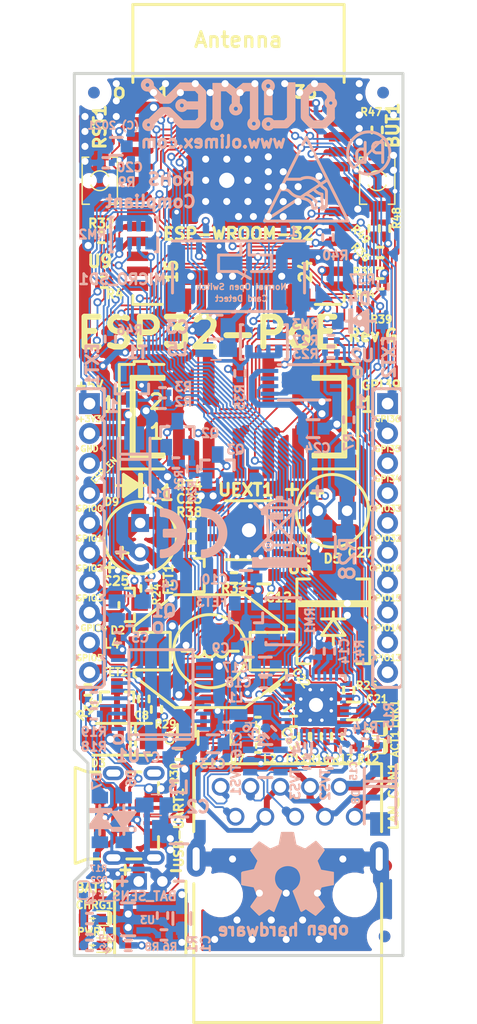
<source format=kicad_pcb>
(kicad_pcb (version 20171130) (host pcbnew 5.1.0-rc2-unknown-036be7d~80~ubuntu16.04.1)
  (title_block (title ESP32-PoE) (date 2021-09-22) (rev G1) (company "OLIMEX Ltd.") (comment 1 https://www.olimex.com))
  (layers (0 F.Cu mixed) (31 B.Cu mixed) (34 B.Paste user hide) (35 F.Paste user) (36 B.SilkS user hide) (37 F.SilkS user hide) (38 B.Mask user hide) (39 F.Mask user) (44 Edge.Cuts user))
  (net 0 "")
  (net 1 +5V)
  (net 2 GND)
  (net 3 "Net-(BAT1-Pad1)")
  (net 4 "Net-(BUT1-Pad2)")
  (net 5 +3V3)
  (net 6 "Net-(C11-Pad1)")
  (net 7 /ESP_EN)
  (net 8 "Net-(L2-Pad1)")
  (net 9 "Net-(Q2-Pad1)")
  (net 10 "Net-(MICRO_SD1-Pad5)")
  (net 11 /+5V_USB)
  (net 12 "Net-(MICRO_SD1-Pad1)")
  (net 13 "Net-(MICRO_SD1-Pad2)")
  (net 14 "Net-(MICRO_SD1-Pad8)")
  (net 15 "Net-(U4-Pad4)")
  (net 16 "Net-(U4-Pad14)")
  (net 17 "Net-(U4-Pad18)")
  (net 18 "Net-(U4-Pad20)")
  (net 19 "Net-(U4-Pad26)")
  (net 20 "Net-(USB-UART1-Pad4)")
  (net 21 "Net-(MICRO_SD1-Pad7)")
  (net 22 /D_Com)
  (net 23 +5VP)
  (net 24 Spare1)
  (net 25 Spare2)
  (net 26 /GPIO33)
  (net 27 /GPIO32)
  (net 28 /GPI39)
  (net 29 "Net-(FID1-PadFid1)")
  (net 30 "Net-(FID2-PadFid1)")
  (net 31 "Net-(FID3-PadFid1)")
  (net 32 "Net-(MICRO_SD1-PadCD1)")
  (net 33 "Net-(C2-Pad2)")
  (net 34 "Net-(C4-Pad1)")
  (net 35 "Net-(C5-Pad1)")
  (net 36 "Net-(C21-Pad2)")
  (net 37 "Net-(D4-Pad1)")
  (net 38 "Net-(Q2-Pad2)")
  (net 39 "Net-(Q3-Pad3)")
  (net 40 "Net-(Q3-Pad2)")
  (net 41 "Net-(Q3-Pad1)")
  (net 42 "Net-(R6-Pad1)")
  (net 43 "Net-(R26-Pad1)")
  (net 44 "Net-(R29-Pad1)")
  (net 45 "Net-(U1-Pad17)")
  (net 46 "Net-(U1-Pad14)")
  (net 47 "Net-(U1-Pad13)")
  (net 48 "Net-(U1-Pad12)")
  (net 49 "Net-(U1-Pad11)")
  (net 50 "Net-(U1-Pad7)")
  (net 51 "Net-(U1-Pad6)")
  (net 52 "Net-(U9-Pad32)")
  (net 53 "Net-(C6-Pad1)")
  (net 54 +3.3VLAN)
  (net 55 "Net-(C17-Pad1)")
  (net 56 /GPIO0)
  (net 57 /GPI35)
  (net 58 "Net-(RM1-Pad3.2)")
  (net 59 "Net-(RM1-Pad2.2)")
  (net 60 "Net-(U9-Pad22)")
  (net 61 "Net-(U9-Pad21)")
  (net 62 "Net-(U9-Pad20)")
  (net 63 "Net-(U9-Pad19)")
  (net 64 "Net-(U9-Pad18)")
  (net 65 "Net-(U9-Pad17)")
  (net 66 "Net-(FID4-PadFid1)")
  (net 67 "Net-(FID5-PadFid1)")
  (net 68 "Net-(FID6-PadFid1)")
  (net 69 "Net-(ACT1-Pad2)")
  (net 70 "Net-(ACT1-Pad1)")
  (net 71 "Net-(LNK1-Pad1)")
  (net 72 "Net-(LNK1-Pad2)")
  (net 73 "Net-(C3-Pad1)")
  (net 74 "Net-(RM1-Pad1.2)")
  (net 75 "Net-(CHRG1-Pad1)")
  (net 76 "Net-(PWR1-Pad1)")
  (net 77 "Net-(C10-Pad2)")
  (net 78 "Net-(R3-Pad2)")
  (net 79 "Net-(C12-Pad2)")
  (net 80 "Net-(L3-Pad1)")
  (net 81 "Net-(R8-Pad2)")
  (net 82 "Net-(C8-Pad1)")
  (net 83 "Net-(D6-Pad1)")
  (net 84 "Net-(D7-Pad2)")
  (net 85 "Net-(U1-Pad20)")
  (net 86 "Net-(BAT_SENS_E1-Pad2)")
  (net 87 /GPI34\BUT1)
  (net 88 /GPIO2\HS2_DATA0)
  (net 89 /GPI36\U1RXD)
  (net 90 /GPIO3\U0RXD)
  (net 91 /GPIO1\U0TXD)
  (net 92 /GPIO4\U1TXD)
  (net 93 /GPIO5\SPI_CS)
  (net 94 /GPIO15\HS2_CMD)
  (net 95 /GPIO16\I2C-SCL)
  (net 96 /GPIO14\HS2_CLK)
  (net 97 /GPIO13\I2C-SDA)
  (net 98 /GPIO27\EMAC_RX_CRS_DV)
  (net 99 "/GPIO25\\EMAC_RXD0(RMII)")
  (net 100 "/GPIO18\\MDIO(RMII)")
  (net 101 "/GPIO26\\EMAC_RXD1(RMII)")
  (net 102 /GPIO12\PHY_PWR)
  (net 103 "/GPIO22\\EMAC_TXD1(RMII)")
  (net 104 "/GPIO19\\EMAC_TXD0(RMII)")
  (net 105 "/GPIO21\\EMAC_TX_EN(RMII)")
  (net 106 "/GPIO23\\MDC(RMII)")
  (net 107 /GPIO17\EMAC_CLK_OUT_180)
  (net 108 /TD+)
  (net 109 /TD-)
  (net 110 /RD+)
  (net 111 /RD-)
  (net 112 "Net-(C12-Pad1)")
  (net 113 "Net-(C23-Pad2)")
  (net 114 "Net-(R7-Pad2)")
  (net 115 "Net-(R23-Pad1)")
  (net 116 "Net-(R27-Pad2)")
  (net 117 "Net-(R28-Pad1)")
  (net 118 "Net-(R33-Pad1)")
  (net 119 "Net-(U2-Pad7)")
  (net 120 "Net-(U2-Pad6)")
  (net 121 "Net-(U5-Pad7)")
  (net 122 "Net-(D9-Pad1)")
  (net 123 "Net-(R41-Pad2)")
  (module OLIMEX_RLC-FP:L_0805_5MIL_DWS (layer B.Cu) (at 97.155 157.353)
    (fp_text reference L3 (at 1.8796 -1.4986) (layer B.SilkS) (effects (font (size 1.016 1.016) (thickness 0.254)) (justify mirror)))
    (fp_text value FB0805/600R/2A)
    (pad 1 smd rect (at -1.016 0) (size 1.524 1.27) (layers B.Cu B.Paste B.Mask) (net 80 "Net-(L3-Pad1)") (clearance 0.0508))
    (pad 2 smd rect (at 1.016 0) (size 1.524 1.27) (layers B.Cu B.Paste B.Mask) (net 2 GND) (clearance 0.0508))
  )
  (module OLIMEX_Diodes-FP:SOD-123_1C-2A_KA (layer B.Cu) (at 92.329 158.623 270)
    (fp_text reference D7 (at -3.302 0.254 90) (layer B.SilkS) (effects (font (size 0.762 0.762) (thickness 0.1905)) (justify mirror)))
    (fp_text value "1N5819S4(SOD-123)")
    (pad 1 smd rect (at -1.9 0 270) (size 1 1.4) (layers B.Cu B.Paste B.Mask) (net 91 /GPIO1\U0TXD) (clearance 0.0508))
    (pad 2 smd rect (at 1.9 0 270) (size 1 1.4) (layers B.Cu B.Paste B.Mask) (net 84 "Net-(D7-Pad2)") (clearance 0.0508))
  )
  (module OLIMEX_Diodes-FP:SOT-23-5 (layer B.Cu) (at 106.426 153.609 180)
    (fp_text reference TVS1 (at 2.5146 -1.6104 90) (layer B.SilkS) (effects (font (size 0.762 0.762) (thickness 0.1905)) (justify mirror)))
    (fp_text value "ESDS314DBVR(SOT-23-5)")
    (pad 1 smd rect (at 1.3 -0.95 180) (size 1.2 0.55) (layers B.Cu B.Paste B.Mask) (net 110 /RD+) (clearance 0.0508))
    (pad 2 smd rect (at 1.3 0 180) (size 1.2 0.55) (layers B.Cu B.Paste B.Mask) (net 2 GND) (clearance 0.0508))
    (pad 3 smd rect (at 1.3 0.95 180) (size 1.2 0.55) (layers B.Cu B.Paste B.Mask) (net 108 /TD+) (clearance 0.0508))
    (pad 5 smd rect (at -1.3 -0.95 180) (size 1.2 0.55) (layers B.Cu B.Paste B.Mask) (net 111 /RD-) (clearance 0.0508))
    (pad 4 smd rect (at -1.3 0.95 180) (size 1.2 0.55) (layers B.Cu B.Paste B.Mask) (net 109 /TD-) (clearance 0.0508))
  )
  (module OLIMEX_Diodes-FP:D_0402_5MIL_DWS (layer B.Cu) (at 111.887 153.797 180)
    (fp_text reference TVS2 (at 0.3556 -1.8288 90) (layer B.SilkS) (effects (font (size 0.762 0.762) (thickness 0.1905)) (justify mirror)))
    (fp_text value "NA(GG0402052R542P)")
    (pad 1 smd rect (at -0.508 0) (size 0.5 0.55) (layers B.Cu B.Paste B.Mask) (net 109 /TD-))
    (pad 2 smd rect (at 0.508 0 180) (size 0.5 0.55) (layers B.Cu B.Paste B.Mask) (net 108 /TD+))
  )
  (module OLIMEX_Diodes-FP:SOD-123_1C-2A_KA (layer B.Cu) (at 114.5 116.195)
    (fp_text reference D4 (at -0.073 -1.895) (layer B.SilkS) (effects (font (size 1.016 1.016) (thickness 0.254)) (justify mirror)))
    (fp_text value "1N5819S4(SOD-123)")
    (pad 2 smd rect (at 1.9 0) (size 1 1.4) (layers B.Cu B.Paste B.Mask) (net 89 /GPI36\U1RXD) (clearance 0.0508))
    (pad 1 smd rect (at -1.9 0) (size 1 1.4) (layers B.Cu B.Paste B.Mask) (net 37 "Net-(D4-Pad1)") (clearance 0.0508))
  )
  (module OLIMEX_LOGOs-FP:CE_Sign (layer B.Cu) (at 99.314 134.239 180)
    (fp_text reference CE hide)
    (fp_text value CE_Sign hide)
  )
  (module OLIMEX_Cases-FP:ESP-WROOM-32_MODULE (layer F.Cu) (at 104.14 102.035)
    (fp_text reference U9 (at -11.811 9.09 180) (layer F.SilkS) (effects (font (size 1.016 1.016) (thickness 0.254))))
    (fp_text value ESP-WROOM-32)
    (fp_text user 24 (at 5.715 9.935 90) (layer F.SilkS) (effects (font (size 1.016 1.016) (thickness 0.254))))
    (fp_text user 15 (at -5.715 9.935 90) (layer F.SilkS) (effects (font (size 1.016 1.016) (thickness 0.254))))
    (fp_text user 38 (at 5.715 -5.305) (layer F.SilkS) (effects (font (size 1.016 1.016) (thickness 0.254))))
    (fp_text user 1 (at -6.35 -5.305) (layer F.SilkS) (effects (font (size 1.016 1.016) (thickness 0.254))))
    (fp_text user ESP-WROOM-32 (at 0 6.76) (layer F.SilkS) (effects (font (size 1.016 1.016) (thickness 0.254))))
    (fp_text user Antenna (at 0 -9.75) (layer F.SilkS) (effects (font (size 1.27 1.27) (thickness 0.254))))
    (fp_text user o (at -10.16 -5.388) (layer F.SilkS) (effects (font (size 1.27 1.27) (thickness 0.254))))
    (pad 39 thru_hole circle (at -2.8 4) (size 1.3 1.3) (drill 0.6) (layers *.Cu) (net 2 GND))
    (pad 39 thru_hole circle (at -1 2.2) (size 2 2) (drill 1.3) (layers *.Cu *.Mask) (net 2 GND))
    (pad 39 smd rect (at -1 2.2) (size 5 5) (layers F.Cu F.Mask) (net 2 GND))
    (pad 38 smd rect (at 8.6 -5.31) (size 1.8 0.8) (layers F.Cu F.Paste F.Mask) (net 2 GND))
    (pad 37 smd rect (at 8.6 -4.04) (size 1.8 0.8) (layers F.Cu F.Paste F.Mask) (net 106 "/GPIO23\\MDC(RMII)"))
    (pad 36 smd rect (at 8.6 -2.77) (size 1.8 0.8) (layers F.Cu F.Paste F.Mask) (net 103 "/GPIO22\\EMAC_TXD1(RMII)"))
    (pad 35 smd rect (at 8.6 -1.5) (size 1.8 0.8) (layers F.Cu F.Paste F.Mask) (net 91 /GPIO1\U0TXD))
    (pad 34 smd rect (at 8.6 -0.23) (size 1.8 0.8) (layers F.Cu F.Paste F.Mask) (net 90 /GPIO3\U0RXD))
    (pad 33 smd rect (at 8.6 1.04) (size 1.8 0.8) (layers F.Cu F.Paste F.Mask) (net 105 "/GPIO21\\EMAC_TX_EN(RMII)"))
    (pad 32 smd rect (at 8.6 2.31) (size 1.8 0.8) (layers F.Cu F.Paste F.Mask) (net 52 "Net-(U9-Pad32)"))
    (pad 31 smd rect (at 8.6 3.58) (size 1.8 0.8) (layers F.Cu F.Paste F.Mask) (net 104 "/GPIO19\\EMAC_TXD0(RMII)"))
    (pad 30 smd rect (at 8.6 4.85) (size 1.8 0.8) (layers F.Cu F.Paste F.Mask) (net 100 "/GPIO18\\MDIO(RMII)"))
    (pad 29 smd rect (at 8.6 6.12) (size 1.8 0.8) (layers F.Cu F.Paste F.Mask) (net 93 /GPIO5\SPI_CS))
    (pad 28 smd rect (at 8.6 7.39) (size 1.8 0.8) (layers F.Cu F.Paste F.Mask) (net 107 /GPIO17\EMAC_CLK_OUT_180))
    (pad 27 smd rect (at 8.6 8.66) (size 1.8 0.8) (layers F.Cu F.Paste F.Mask) (net 95 /GPIO16\I2C-SCL))
    (pad 26 smd rect (at 8.6 9.93) (size 1.8 0.8) (layers F.Cu F.Paste F.Mask) (net 92 /GPIO4\U1TXD))
    (pad 25 smd rect (at 8.6 11.2) (size 1.8 0.8) (layers F.Cu F.Paste F.Mask) (net 56 /GPIO0))
    (pad 24 smd rect (at 5.73 12.3) (size 0.8 1.8) (layers F.Cu F.Paste F.Mask) (net 88 /GPIO2\HS2_DATA0))
    (pad 23 smd rect (at 4.46 12.3) (size 0.8 1.8) (layers F.Cu F.Paste F.Mask) (net 94 /GPIO15\HS2_CMD))
    (pad 22 smd rect (at 3.19 12.3) (size 0.8 1.8) (layers F.Cu F.Paste F.Mask) (net 60 "Net-(U9-Pad22)"))
    (pad 21 smd rect (at 1.92 12.3) (size 0.8 1.8) (layers F.Cu F.Paste F.Mask) (net 61 "Net-(U9-Pad21)"))
    (pad 20 smd rect (at 0.65 12.3) (size 0.8 1.8) (layers F.Cu F.Paste F.Mask) (net 62 "Net-(U9-Pad20)"))
    (pad 19 smd rect (at -0.62 12.3) (size 0.8 1.8) (layers F.Cu F.Paste F.Mask) (net 63 "Net-(U9-Pad19)"))
    (pad 18 smd rect (at -1.89 12.3) (size 0.8 1.8) (layers F.Cu F.Paste F.Mask) (net 64 "Net-(U9-Pad18)"))
    (pad 17 smd rect (at -3.16 12.3) (size 0.8 1.8) (layers F.Cu F.Paste F.Mask) (net 65 "Net-(U9-Pad17)"))
    (pad 16 smd rect (at -4.43 12.3) (size 0.8 1.8) (layers F.Cu F.Paste F.Mask) (net 97 /GPIO13\I2C-SDA))
    (pad 15 smd rect (at -5.7 12.3) (size 0.8 1.8) (layers F.Cu F.Paste F.Mask) (net 2 GND))
    (pad 14 smd rect (at -8.6 11.2) (size 1.8 0.8) (layers F.Cu F.Paste F.Mask) (net 102 /GPIO12\PHY_PWR))
    (pad 13 smd rect (at -8.6 9.93) (size 1.8 0.8) (layers F.Cu F.Paste F.Mask) (net 96 /GPIO14\HS2_CLK))
    (pad 12 smd rect (at -8.6 8.66) (size 1.8 0.8) (layers F.Cu F.Paste F.Mask) (net 98 /GPIO27\EMAC_RX_CRS_DV))
    (pad 11 smd rect (at -8.6 7.39) (size 1.8 0.8) (layers F.Cu F.Paste F.Mask) (net 101 "/GPIO26\\EMAC_RXD1(RMII)"))
    (pad 10 smd rect (at -8.6 6.12) (size 1.8 0.8) (layers F.Cu F.Paste F.Mask) (net 99 "/GPIO25\\EMAC_RXD0(RMII)"))
    (pad 9 smd rect (at -8.6 4.85) (size 1.8 0.8) (layers F.Cu F.Paste F.Mask) (net 26 /GPIO33))
    (pad 8 smd rect (at -8.6 3.58) (size 1.8 0.8) (layers F.Cu F.Paste F.Mask) (net 27 /GPIO32))
    (pad 7 smd rect (at -8.6 2.31) (size 1.8 0.8) (layers F.Cu F.Paste F.Mask) (net 57 /GPI35))
    (pad 6 smd rect (at -8.6 1.04) (size 1.8 0.8) (layers F.Cu F.Paste F.Mask) (net 87 /GPI34\BUT1))
    (pad 5 smd rect (at -8.6 -0.23) (size 1.8 0.8) (layers F.Cu F.Paste F.Mask) (net 28 /GPI39))
    (pad 4 smd rect (at -8.6 -1.5) (size 1.8 0.8) (layers F.Cu F.Paste F.Mask) (net 89 /GPI36\U1RXD))
    (pad 3 smd rect (at -8.6 -2.77) (size 1.8 0.8) (layers F.Cu F.Paste F.Mask) (net 7 /ESP_EN))
    (pad 2 smd rect (at -8.6 -4.04) (size 1.8 0.8) (layers F.Cu F.Paste F.Mask) (net 5 +3V3))
    (pad 1 smd rect (at -8.6 -5.31) (size 1.8 0.8) (layers F.Cu F.Paste F.Mask) (net 2 GND))
    (pad 39 thru_hole circle (at 0.8 4) (size 1.3 1.3) (drill 0.6) (layers *.Cu) (net 2 GND))
    (pad 39 thru_hole circle (at -2.8 0.4) (size 1.3 1.3) (drill 0.6) (layers *.Cu) (net 2 GND))
    (pad 39 thru_hole circle (at 0.8 0.4) (size 1.3 1.3) (drill 0.6) (layers *.Cu) (net 2 GND))
    (pad 39 thru_hole circle (at -1 0.4) (size 1.3 1.3) (drill 0.6) (layers *.Cu) (net 2 GND))
    (pad 39 thru_hole circle (at -1 4) (size 1.3 1.3) (drill 0.6) (layers *.Cu) (net 2 GND))
    (pad 39 thru_hole circle (at -2.8 2.2) (size 1.3 1.3) (drill 0.6) (layers *.Cu) (net 2 GND))
    (pad 39 thru_hole circle (at 0.8 2.2) (size 1.3 1.3) (drill 0.6) (layers *.Cu) (net 2 GND))
  )
  (module OLIMEX_Buttons-FP:IT1185AU2_V2 (layer F.Cu) (at 115.959 104.267 90)
    (fp_text reference BUT1 (at 4.699 1.3255 90) (layer F.SilkS) (effects (font (size 1.016 1.016) (thickness 0.254))))
    (fp_text value IT1185AU2)
    (pad 1 smd rect (at -2.177 0 90) (size 0.9 1.5) (layers F.Cu F.Mask) (net 87 /GPI34\BUT1))
    (pad 2 smd rect (at 2.177 0 90) (size 0.9 1.5) (layers F.Cu F.Mask) (net 4 "Net-(BUT1-Pad2)"))
    (pad "" np_thru_hole circle (at 0 -0.9 90) (size 0.7 0.7) (drill 0.7) (layers *.Cu *.Mask))
    (pad "" np_thru_hole circle (at 0 0.9 90) (size 0.7 0.7) (drill 0.7) (layers *.Cu *.Mask))
  )
  (module OLIMEX_Buttons-FP:IT1185AU2_V2 (layer F.Cu) (at 92.321 104.267 90)
    (fp_text reference RST1 (at 4.572 0.008 90) (layer F.SilkS) (effects (font (size 1.016 1.016) (thickness 0.254))))
    (fp_text value IT1185AU2)
    (pad 1 smd rect (at -2.177 0 90) (size 0.9 1.5) (layers F.Cu F.Mask) (net 7 /ESP_EN))
    (pad 2 smd rect (at 2.177 0 90) (size 0.9 1.5) (layers F.Cu F.Mask) (net 2 GND))
    (pad "" np_thru_hole circle (at 0 -0.9 90) (size 0.7 0.7) (drill 0.7) (layers *.Cu *.Mask))
    (pad "" np_thru_hole circle (at 0 0.9 90) (size 0.7 0.7) (drill 0.7) (layers *.Cu *.Mask))
  )
  (module OLIMEX_Regulators-FP:SOT-23-5 (layer F.Cu) (at 102.108 151.638 270)
    (fp_text reference U7 (at 1.778 -1.905) (layer F.SilkS) (effects (font (size 0.635 0.635) (thickness 0.15875))))
    (fp_text value "SY8089AAAC(SOT23-5)")
    (pad 1 smd rect (at 1.3 0.95 270) (size 1.2 0.55) (layers F.Cu F.Paste F.Mask) (net 53 "Net-(C6-Pad1)") (clearance 0.0508))
    (pad 2 smd rect (at 1.3 0 270) (size 1.2 0.55) (layers F.Cu F.Paste F.Mask) (net 2 GND) (clearance 0.0508))
    (pad 3 smd rect (at 1.3 -0.95 270) (size 1.2 0.55) (layers F.Cu F.Paste F.Mask) (net 8 "Net-(L2-Pad1)") (clearance 0.0508))
    (pad 5 smd rect (at -1.3 0.95 270) (size 1.2 0.55) (layers F.Cu F.Paste F.Mask) (net 44 "Net-(R29-Pad1)") (clearance 0.0508))
    (pad 4 smd rect (at -1.3 -0.95 270) (size 1.2 0.55) (layers F.Cu F.Paste F.Mask) (net 53 "Net-(C6-Pad1)") (clearance 0.0508))
  )
  (module OLIMEX_RLC-FP:C_0603_5MIL_DWS (layer B.Cu) (at 99.06 153.289)
    (fp_text reference C7 (at -2.3368 0) (layer B.SilkS) (effects (font (size 0.762 0.762) (thickness 0.1905)) (justify mirror)))
    (fp_text value 22uF/6.3V/20%/X5R/C0603)
    (pad 1 smd rect (at -0.889 0) (size 1.016 1.016) (layers B.Cu B.Paste B.Mask) (net 11 /+5V_USB) (clearance 0.0508))
    (pad 2 smd rect (at 0.889 0) (size 1.016 1.016) (layers B.Cu B.Paste B.Mask) (net 2 GND) (clearance 0.0508))
  )
  (module OLIMEX_Transistors-FP:SOT23 (layer B.Cu) (at 102.362 128.651 270)
    (fp_text reference Q3 (at -1.524 -1.524) (layer B.SilkS) (effects (font (size 0.762 0.762) (thickness 0.1905)) (justify mirror)))
    (fp_text value "BC817-40(SOT23)")
    (pad 3 smd rect (at -1.10236 -0.00254 270) (size 1.4 1) (layers B.Cu B.Paste B.Mask) (net 39 "Net-(Q3-Pad3)") (clearance 0.0508))
    (pad 2 smd rect (at 1.10744 0.9525 270) (size 1.4 1) (layers B.Cu B.Paste B.Mask) (net 40 "Net-(Q3-Pad2)") (clearance 0.0508))
    (pad 1 smd rect (at 1.10744 -0.94996 270) (size 1.4 1) (layers B.Cu B.Paste B.Mask) (net 41 "Net-(Q3-Pad1)") (clearance 0.0508))
  )
  (module OLIMEX_Transistors-FP:SOT23 (layer B.Cu) (at 98.93046 125.81636 270)
    (fp_text reference Q2 (at -0.08636 -2.79654 180) (layer B.SilkS) (effects (font (size 0.762 0.762) (thickness 0.1905)) (justify mirror)))
    (fp_text value "BC817-40(SOT23)")
    (pad 3 smd rect (at -1.10236 -0.00254 270) (size 1.4 1) (layers B.Cu B.Paste B.Mask) (net 122 "Net-(D9-Pad1)") (clearance 0.0508))
    (pad 2 smd rect (at 1.10744 0.9525 270) (size 1.4 1) (layers B.Cu B.Paste B.Mask) (net 38 "Net-(Q2-Pad2)") (clearance 0.0508))
    (pad 1 smd rect (at 1.10744 -0.94996 270) (size 1.4 1) (layers B.Cu B.Paste B.Mask) (net 9 "Net-(Q2-Pad1)") (clearance 0.0508))
  )
  (module OLIMEX_Transistors-FP:SOT23 (layer B.Cu) (at 95.05696 121.75744 90)
    (fp_text reference T1 (at 2.88544 0.44704 180) (layer B.SilkS) (effects (font (size 1.016 1.016) (thickness 0.254)) (justify mirror)))
    (fp_text value "LMUN2211LT1G(SOT-23)")
    (pad 1 smd rect (at 1.10744 -0.94996 90) (size 1.4 1) (layers B.Cu B.Paste B.Mask) (net 102 /GPIO12\PHY_PWR) (clearance 0.0508))
    (pad 2 smd rect (at 1.10744 0.9525 90) (size 1.4 1) (layers B.Cu B.Paste B.Mask) (net 2 GND) (clearance 0.0508))
    (pad 3 smd rect (at -1.10236 -0.00254 90) (size 1.4 1) (layers B.Cu B.Paste B.Mask) (net 78 "Net-(R3-Pad2)") (clearance 0.0508))
  )
  (module OLIMEX_RLC-FP:L_0805_5MIL_DWS (layer B.Cu) (at 102.235 118.618)
    (fp_text reference L5 (at -3.302 0) (layer B.SilkS) (effects (font (size 1.016 1.016) (thickness 0.254)) (justify mirror)))
    (fp_text value FB0805/600R/2A)
    (pad 1 smd rect (at -1.016 0) (size 1.524 1.27) (layers B.Cu B.Paste B.Mask) (net 5 +3V3) (clearance 0.0508))
    (pad 2 smd rect (at 1.016 0) (size 1.524 1.27) (layers B.Cu B.Paste B.Mask) (net 73 "Net-(C3-Pad1)") (clearance 0.0508))
  )
  (module OLIMEX_Transistors-FP:SOT23 (layer B.Cu) (at 104.775 141.224 90)
    (fp_text reference FET3 (at 1.143 -2.921) (layer B.SilkS) (effects (font (size 0.762 0.762) (thickness 0.1905)) (justify mirror)))
    (fp_text value WPM2015-3/TR)
    (pad 1 smd rect (at 1.10744 -0.94996 90) (size 1.4 1) (layers B.Cu B.Paste B.Mask) (net 77 "Net-(C10-Pad2)") (clearance 0.0508))
    (pad 2 smd rect (at 1.10744 0.9525 90) (size 1.4 1) (layers B.Cu B.Paste B.Mask) (net 5 +3V3) (clearance 0.0508))
    (pad 3 smd rect (at -1.10236 -0.00254 90) (size 1.4 1) (layers B.Cu B.Paste B.Mask) (net 54 +3.3VLAN) (clearance 0.0508))
  )
  (module OLIMEX_RLC-FP:C_0805_5MIL_DWS (layer F.Cu) (at 107.861619 148.218488 38)
    (fp_text reference C22 (at 2.292872 -0.315802 308) (layer F.SilkS) (effects (font (size 0.635 0.635) (thickness 0.15875))))
    (fp_text value 47uF/6.3V/20%/X5R/C0805)
    (pad 2 smd rect (at 1.016 0 128) (size 1.524 1.27) (layers F.Cu F.Paste F.Mask) (net 2 GND))
    (pad 1 smd rect (at -1.016 0 128) (size 1.524 1.27) (layers F.Cu F.Paste F.Mask) (net 5 +3V3))
  )
  (module OLIMEX_RLC-FP:CD32 (layer F.Cu) (at 105.791 151.384)
    (fp_text reference L2 (at 1.016 2.032) (layer F.SilkS) (effects (font (size 0.635 0.635) (thickness 0.15875))))
    (fp_text value "2.2uH/1.5A/DCR=72mR/20%/3.00x3.00x1.50mm/CD32(NR3015T2R2M)")
    (pad 1 smd rect (at -1.2 0 180) (size 1.6 3) (layers F.Cu F.Paste F.Mask) (net 8 "Net-(L2-Pad1)") (clearance 0.0508))
    (pad 2 smd rect (at 1.2 0 180) (size 1.6 3) (layers F.Cu F.Paste F.Mask) (net 5 +3V3) (clearance 0.0508))
  )
  (module "OLIMEX_Connectors-FP:RJP-003TC1(LPJ4112CNL)" (layer F.Cu) (at 108.331 164.846)
    (fp_text reference LAN_CON1 (at 9.017 -8.255 90) (layer F.SilkS) (effects (font (size 0.762 0.762) (thickness 0.1905))))
    (fp_text value "RJP-003TC1(LPJ4112CNL)")
    (pad 1 thru_hole circle (at -5.715 -9.04) (size 1.524 1.524) (drill 1) (layers *.Cu *.Mask) (net 108 /TD+))
    (pad 2 thru_hole circle (at -4.445 -6.5) (size 1.524 1.524) (drill 1) (layers *.Cu *.Mask) (net 109 /TD-))
    (pad 3 thru_hole circle (at -3.175 -9.04) (size 1.524 1.524) (drill 1) (layers *.Cu *.Mask) (net 110 /RD+))
    (pad 4 thru_hole circle (at -1.905 -6.5) (size 1.524 1.524) (drill 1) (layers *.Cu *.Mask) (net 6 "Net-(C11-Pad1)"))
    (pad 5 thru_hole circle (at -0.635 -9.04) (size 1.524 1.524) (drill 1) (layers *.Cu *.Mask) (net 6 "Net-(C11-Pad1)"))
    (pad 6 thru_hole circle (at 0.635 -6.5) (size 1.524 1.524) (drill 1) (layers *.Cu *.Mask) (net 111 /RD-))
    (pad 7 thru_hole circle (at 1.905 -9.04) (size 1.524 1.524) (drill 1) (layers *.Cu *.Mask) (net 2 GND))
    (pad 8 thru_hole circle (at 3.175 -6.5) (size 1.524 1.524) (drill 1) (layers *.Cu *.Mask) (net 2 GND))
    (pad 9 thru_hole circle (at 4.445 -9.04) (size 1.524 1.524) (drill 1) (layers *.Cu *.Mask) (net 24 Spare1))
    (pad 10 thru_hole circle (at 5.715 -6.5) (size 1.524 1.524) (drill 1) (layers *.Cu *.Mask) (net 25 Spare2))
    (pad 0 thru_hole oval (at -7.8 -2.9) (size 1.6 2.999999) (drill oval 0.6 2) (layers *.Cu *.Mask) (net 33 "Net-(C2-Pad2)"))
    (pad 0 thru_hole oval (at 7.8 -2.9) (size 1.6 2.999999) (drill oval 0.6 2) (layers *.Cu *.Mask) (net 33 "Net-(C2-Pad2)"))
    (pad "" np_thru_hole circle (at -5.715 0.15) (size 3.300001 3.300001) (drill 3.300001) (layers *.Cu *.Mask))
    (pad "" np_thru_hole circle (at 5.715 0.15) (size 3.300001 3.300001) (drill 3.300001) (layers *.Cu *.Mask))
  )
  (module "OLIMEX_IC-FP:QFN32_EP(33)_5.00x5.00x0.90mm_Pitch_0.50mm" (layer B.Cu) (at 110.744 148.844 90)
    (fp_text reference U4 (at -3.81 -1.143) (layer B.SilkS) (effects (font (size 1.016 1.016) (thickness 0.254)) (justify mirror)))
    (fp_text value "LAN8710A-EZC(QFN32)")
    (pad 33 smd rect (at 0 0 90) (size 3.6 3.6) (layers B.Cu B.Mask) (net 2 GND))
    (pad 33 thru_hole rect (at -0.5 1.3 90) (size 0.4 0.4) (drill 0.3) (layers *.Cu B.Mask) (net 2 GND))
    (pad 33 thru_hole rect (at 0.5 1.3 90) (size 0.4 0.4) (drill 0.3) (layers *.Cu B.Mask) (net 2 GND))
    (pad 33 thru_hole rect (at 1.3 0.5 90) (size 0.4 0.4) (drill 0.29972) (layers *.Cu B.Mask) (net 2 GND))
    (pad 33 thru_hole rect (at 1.3 -0.5 90) (size 0.4 0.4) (drill 0.3) (layers *.Cu B.Mask) (net 2 GND))
    (pad 33 thru_hole rect (at 0.5 -1.3 90) (size 0.4 0.4) (drill 0.3) (layers *.Cu B.Mask) (net 2 GND))
    (pad 33 thru_hole rect (at -0.5 -1.3 90) (size 0.4 0.4) (drill 0.3) (layers *.Cu B.Mask) (net 2 GND))
    (pad 33 thru_hole rect (at -1.3 -0.5 90) (size 0.4 0.4) (drill 0.3) (layers *.Cu B.Mask) (net 2 GND))
    (pad 33 thru_hole rect (at -1.3 0.5 90) (size 0.4 0.4) (drill 0.3) (layers *.Cu B.Mask) (net 2 GND))
    (pad 33 thru_hole rect (at 0 0 90) (size 1.4224 1.4224) (drill 1.2) (layers *.Cu *.Mask) (net 2 GND))
    (pad 32 smd rect (at -2.45 -1.75 90) (size 0.8 0.25) (layers B.Cu B.Paste B.Mask) (net 43 "Net-(R26-Pad1)"))
    (pad 31 smd rect (at -2.45 -1.25 90) (size 0.8 0.25) (layers B.Cu B.Paste B.Mask) (net 110 /RD+))
    (pad 30 smd rect (at -2.45 -0.75 90) (size 0.8 0.25) (layers B.Cu B.Paste B.Mask) (net 111 /RD-))
    (pad 29 smd rect (at -2.45 -0.25 90) (size 0.8 0.25) (layers B.Cu B.Paste B.Mask) (net 108 /TD+))
    (pad 28 smd rect (at -2.45 0.25 90) (size 0.8 0.25) (layers B.Cu B.Paste B.Mask) (net 109 /TD-))
    (pad 27 smd rect (at -2.45 0.75 90) (size 0.8 0.25) (layers B.Cu B.Paste B.Mask) (net 6 "Net-(C11-Pad1)"))
    (pad 26 smd rect (at -2.45 1.25 90) (size 0.8 0.25) (layers B.Cu B.Paste B.Mask) (net 19 "Net-(U4-Pad26)"))
    (pad 25 smd rect (at -2.45 1.75 90) (size 0.8 0.25) (layers B.Cu B.Paste B.Mask) (net 2 GND))
    (pad 24 smd rect (at -1.75 2.45 180) (size 0.8 0.25) (layers B.Cu B.Paste B.Mask) (net 2 GND))
    (pad 23 smd rect (at -1.25 2.45 180) (size 0.8 0.25) (layers B.Cu B.Paste B.Mask) (net 103 "/GPIO22\\EMAC_TXD1(RMII)"))
    (pad 22 smd rect (at -0.75 2.45 180) (size 0.8 0.25) (layers B.Cu B.Paste B.Mask) (net 104 "/GPIO19\\EMAC_TXD0(RMII)"))
    (pad 21 smd rect (at -0.25 2.45 180) (size 0.8 0.25) (layers B.Cu B.Paste B.Mask) (net 105 "/GPIO21\\EMAC_TX_EN(RMII)"))
    (pad 20 smd rect (at 0.25 2.45 180) (size 0.8 0.25) (layers B.Cu B.Paste B.Mask) (net 18 "Net-(U4-Pad20)"))
    (pad 19 smd rect (at 0.75 2.45 180) (size 0.8 0.25) (layers B.Cu B.Paste B.Mask) (net 36 "Net-(C21-Pad2)"))
    (pad 18 smd rect (at 1.25 2.45 180) (size 0.8 0.25) (layers B.Cu B.Paste B.Mask) (net 17 "Net-(U4-Pad18)"))
    (pad 17 smd rect (at 1.75 2.45 180) (size 0.8 0.25) (layers B.Cu B.Paste B.Mask) (net 106 "/GPIO23\\MDC(RMII)"))
    (pad 16 smd rect (at 2.45 1.75 270) (size 0.8 0.25) (layers B.Cu B.Paste B.Mask) (net 100 "/GPIO18\\MDIO(RMII)"))
    (pad 15 smd rect (at 2.45 1.25 270) (size 0.8 0.25) (layers B.Cu B.Paste B.Mask) (net 98 /GPIO27\EMAC_RX_CRS_DV))
    (pad 14 smd rect (at 2.45 0.75 270) (size 0.8 0.25) (layers B.Cu B.Paste B.Mask) (net 16 "Net-(U4-Pad14)"))
    (pad 13 smd rect (at 2.45 0.25 270) (size 0.8 0.25) (layers B.Cu B.Paste B.Mask) (net 123 "Net-(R41-Pad2)"))
    (pad 12 smd rect (at 2.45 -0.25 270) (size 0.8 0.25) (layers B.Cu B.Paste B.Mask) (net 54 +3.3VLAN))
    (pad 11 smd rect (at 2.45 -0.75 270) (size 0.8 0.25) (layers B.Cu B.Paste B.Mask) (net 99 "/GPIO25\\EMAC_RXD0(RMII)"))
    (pad 10 smd rect (at 2.45 -1.25 270) (size 0.8 0.25) (layers B.Cu B.Paste B.Mask) (net 101 "/GPIO26\\EMAC_RXD1(RMII)"))
    (pad 9 smd rect (at 2.45 -1.75 270) (size 0.8 0.25) (layers B.Cu B.Paste B.Mask) (net 58 "Net-(RM1-Pad3.2)"))
    (pad 8 smd rect (at 1.75 -2.45) (size 0.8 0.25) (layers B.Cu B.Paste B.Mask) (net 59 "Net-(RM1-Pad2.2)"))
    (pad 7 smd rect (at 1.25 -2.45) (size 0.8 0.25) (layers B.Cu B.Paste B.Mask) (net 74 "Net-(RM1-Pad1.2)"))
    (pad 6 smd rect (at 0.75 -2.45) (size 0.8 0.25) (layers B.Cu B.Paste B.Mask) (net 55 "Net-(C17-Pad1)"))
    (pad 5 smd rect (at 0.25 -2.45) (size 0.8 0.25) (layers B.Cu B.Paste B.Mask) (net 107 /GPIO17\EMAC_CLK_OUT_180))
    (pad 4 smd rect (at -0.25 -2.45) (size 0.8 0.25) (layers B.Cu B.Paste B.Mask) (net 15 "Net-(U4-Pad4)"))
    (pad 3 smd rect (at -0.75 -2.45) (size 0.8 0.25) (layers B.Cu B.Paste B.Mask) (net 69 "Net-(ACT1-Pad2)"))
    (pad 2 smd rect (at -1.25 -2.45) (size 0.8 0.25) (layers B.Cu B.Paste B.Mask) (net 71 "Net-(LNK1-Pad1)"))
    (pad 1 smd rect (at -1.75 -2.45) (size 0.8 0.25) (layers B.Cu B.Paste B.Mask) (net 6 "Net-(C11-Pad1)"))
  )
  (module OLIMEX_RLC-FP:C_0402_5MIL_DWS (layer F.Cu) (at 108.839 150.241)
    (fp_text reference C11 (at -0.254 1.524 120) (layer F.SilkS) (effects (font (size 0.762 0.762) (thickness 0.1905))))
    (fp_text value 100nF/16V/10%/X7R/C0402)
    (pad 2 smd rect (at 0.508 0) (size 0.5 0.55) (layers F.Cu F.Paste F.Mask) (net 2 GND))
    (pad 1 smd rect (at -0.508 0 180) (size 0.5 0.55) (layers F.Cu F.Paste F.Mask) (net 6 "Net-(C11-Pad1)"))
  )
  (module OLIMEX_RLC-FP:C_0603_5MIL_DWS (layer F.Cu) (at 99.695 151.003 270)
    (fp_text reference C6 (at 0.635 1.397 270) (layer F.SilkS) (effects (font (size 0.635 0.635) (thickness 0.15875))))
    (fp_text value 22uF/6.3V/20%/X5R/C0603)
    (pad 2 smd rect (at 0.889 0 270) (size 1.016 1.016) (layers F.Cu F.Paste F.Mask) (net 2 GND) (clearance 0.0508))
    (pad 1 smd rect (at -0.889 0 270) (size 1.016 1.016) (layers F.Cu F.Paste F.Mask) (net 53 "Net-(C6-Pad1)") (clearance 0.0508))
  )
  (module OLIMEX_RLC-FP:C_0402_5MIL_DWS (layer B.Cu) (at 103.124 150.749 180)
    (fp_text reference C16 (at -0.8636 -1.4478 270) (layer B.SilkS) (effects (font (size 0.762 0.762) (thickness 0.1905)) (justify mirror)))
    (fp_text value 100nF/16V/10%/X7R/C0402)
    (pad 1 smd rect (at -0.508 0) (size 0.5 0.55) (layers B.Cu B.Paste B.Mask) (net 6 "Net-(C11-Pad1)"))
    (pad 2 smd rect (at 0.508 0 180) (size 0.5 0.55) (layers B.Cu B.Paste B.Mask) (net 2 GND))
  )
  (module OLIMEX_RLC-FP:C_0603_5MIL_DWS (layer B.Cu) (at 101.981 152.146 180)
    (fp_text reference C13 (at 0.0508 -1.7018 180) (layer B.SilkS) (effects (font (size 0.762 0.762) (thickness 0.1905)) (justify mirror)))
    (fp_text value 22uF/6.3V/20%/X5R/C0603)
    (pad 1 smd rect (at -0.889 0 180) (size 1.016 1.016) (layers B.Cu B.Paste B.Mask) (net 6 "Net-(C11-Pad1)") (clearance 0.0508))
    (pad 2 smd rect (at 0.889 0 180) (size 1.016 1.016) (layers B.Cu B.Paste B.Mask) (net 2 GND) (clearance 0.0508))
  )
  (module OLIMEX_RLC-FP:R_0402_5MIL_DWS (layer B.Cu) (at 91.44 167.005)
    (fp_text reference R22 (at 0.8255 -3.2766) (layer B.SilkS) (effects (font (size 0.508 0.508) (thickness 0.127)) (justify mirror)))
    (fp_text value 470k/R0402)
    (pad 2 smd rect (at 0.508 0) (size 0.5 0.55) (layers B.Cu B.Paste B.Mask) (net 2 GND))
    (pad 1 smd rect (at -0.508 0 180) (size 0.5 0.55) (layers B.Cu B.Paste B.Mask) (net 86 "Net-(BAT_SENS_E1-Pad2)"))
  )
  (module OLIMEX_RLC-FP:R_0402_5MIL_DWS (layer B.Cu) (at 91.44 166.116 180)
    (fp_text reference R17 (at -0.762 3.3655 180) (layer B.SilkS) (effects (font (size 0.508 0.508) (thickness 0.127)) (justify mirror)))
    (fp_text value 470k/R0402)
    (pad 2 smd rect (at 0.508 0 180) (size 0.5 0.55) (layers B.Cu B.Paste B.Mask) (net 86 "Net-(BAT_SENS_E1-Pad2)"))
    (pad 1 smd rect (at -0.508 0) (size 0.5 0.55) (layers B.Cu B.Paste B.Mask) (net 3 "Net-(BAT1-Pad1)"))
  )
  (module OLIMEX_RLC-FP:R_0402_5MIL_DWS (layer F.Cu) (at 91.313 147.574)
    (fp_text reference R16 (at 0 1.651 225) (layer F.SilkS) (effects (font (size 0.762 0.762) (thickness 0.1905))))
    (fp_text value "NA(10k/R0402)")
    (pad 2 smd rect (at 0.508 0) (size 0.5 0.55) (layers F.Cu F.Paste F.Mask) (net 5 +3V3))
    (pad 1 smd rect (at -0.508 0 180) (size 0.5 0.55) (layers F.Cu F.Paste F.Mask) (net 90 /GPIO3\U0RXD))
  )
  (module OLIMEX_Diodes-FP:SOD-123_1C-2A_KA (layer B.Cu) (at 94.361 158.623 90)
    (fp_text reference D6 (at 3.556 0.635 270) (layer B.SilkS) (effects (font (size 0.762 0.762) (thickness 0.1905)) (justify mirror)))
    (fp_text value "1N5819S4(SOD-123)")
    (pad 1 smd rect (at -1.9 0 90) (size 1 1.4) (layers B.Cu B.Paste B.Mask) (net 83 "Net-(D6-Pad1)") (clearance 0.0508))
    (pad 2 smd rect (at 1.9 0 90) (size 1 1.4) (layers B.Cu B.Paste B.Mask) (net 90 /GPIO3\U0RXD) (clearance 0.0508))
  )
  (module OLIMEX_RLC-FP:C_0402_5MIL_DWS (layer B.Cu) (at 91.44 167.894)
    (fp_text reference C19 (at 1.524 0.7874) (layer B.SilkS) (effects (font (size 0.508 0.508) (thickness 0.127)) (justify mirror)))
    (fp_text value 1nF/50V/10%/X7R/C0402)
    (pad 2 smd rect (at 0.508 0) (size 0.5 0.55) (layers B.Cu B.Paste B.Mask) (net 2 GND))
    (pad 1 smd rect (at -0.508 0 180) (size 0.5 0.55) (layers B.Cu B.Paste B.Mask) (net 86 "Net-(BAT_SENS_E1-Pad2)"))
  )
  (module OLIMEX_RLC-FP:R_0402_5MIL_DWS (layer B.Cu) (at 92.837 102.743 180)
    (fp_text reference R9 (at -1.778 -1.651 180) (layer B.SilkS) (effects (font (size 0.762 0.762) (thickness 0.1905)) (justify mirror)))
    (fp_text value 100k/R0402)
    (pad 2 smd rect (at 0.508 0 180) (size 0.5 0.55) (layers B.Cu B.Paste B.Mask) (net 2 GND))
    (pad 1 smd rect (at -0.508 0) (size 0.5 0.55) (layers B.Cu B.Paste B.Mask) (net 28 /GPI39))
  )
  (module OLIMEX_RLC-FP:R_0402_5MIL_DWS (layer F.Cu) (at 92.71 112.903)
    (fp_text reference R4 (at 0.889 1.016 180) (layer F.SilkS) (effects (font (size 0.762 0.762) (thickness 0.1905))))
    (fp_text value 47k/R0402)
    (pad 2 smd rect (at 0.508 0) (size 0.5 0.55) (layers F.Cu F.Paste F.Mask) (net 28 /GPI39))
    (pad 1 smd rect (at -0.508 0 180) (size 0.5 0.55) (layers F.Cu F.Paste F.Mask) (net 1 +5V))
  )
  (module OLIMEX_RLC-FP:R_0402_5MIL_DWS (layer B.Cu) (at 97.79 168.402)
    (fp_text reference R6 (at 0.508 1.016) (layer B.SilkS) (effects (font (size 0.635 0.635) (thickness 0.15875)) (justify mirror)))
    (fp_text value 2.2k/R0402)
    (pad 2 smd rect (at 0.508 0) (size 0.5 0.55) (layers B.Cu B.Paste B.Mask) (net 2 GND))
    (pad 1 smd rect (at -0.508 0 180) (size 0.5 0.55) (layers B.Cu B.Paste B.Mask) (net 42 "Net-(R6-Pad1)"))
  )
  (module OLIMEX_IC-FP:SOT-23-5 (layer B.Cu) (at 94.742 167.0685 180)
    (fp_text reference U3 (at -1.651 -0.0635) (layer B.SilkS) (effects (font (size 0.635 0.635) (thickness 0.15875)) (justify mirror)))
    (fp_text value "BL4054B-42TPRN(SOT23-5)")
    (pad 1 smd rect (at 1.3 -0.95 180) (size 1.2 0.55) (layers B.Cu B.Paste B.Mask) (net 81 "Net-(R8-Pad2)") (clearance 0.0508))
    (pad 2 smd rect (at 1.3 0 180) (size 1.2 0.55) (layers B.Cu B.Paste B.Mask) (net 2 GND) (clearance 0.0508))
    (pad 3 smd rect (at 1.3 0.95 180) (size 1.2 0.55) (layers B.Cu B.Paste B.Mask) (net 3 "Net-(BAT1-Pad1)") (clearance 0.0508))
    (pad 5 smd rect (at -1.3 -0.95 180) (size 1.2 0.55) (layers B.Cu B.Paste B.Mask) (net 42 "Net-(R6-Pad1)") (clearance 0.0508))
    (pad 4 smd rect (at -1.3 0.95 180) (size 1.2 0.55) (layers B.Cu B.Paste B.Mask) (net 1 +5V) (clearance 0.0508))
  )
  (module OLIMEX_LOGOs-FP:LOGO_OPENHARDWARE_8x8 (layer B.Cu) (at 108.331 163.703 180)
    (fp_text reference Logo_OSHW hide)
    (fp_text value "" hide)
    (fp_text user hardware (at 2.51206 -4.2672 180) (layer B.SilkS) (effects (font (size 1.016 1.016) (thickness 0.254)) (justify mirror)))
    (fp_text user open (at -3.40106 -4.17576 180) (layer B.SilkS) (effects (font (size 1.016 1.016) (thickness 0.254)) (justify mirror)))
  )
  (module OLIMEX_RLC-FP:R_0402_5MIL_DWS (layer B.Cu) (at 97.663 122.301 180)
    (fp_text reference R3 (at -1.778 0.508) (layer B.SilkS) (effects (font (size 0.762 0.762) (thickness 0.1905)) (justify mirror)))
    (fp_text value 1k/R0402)
    (pad 2 smd rect (at 0.508 0 180) (size 0.5 0.55) (layers B.Cu B.Paste B.Mask) (net 78 "Net-(R3-Pad2)"))
    (pad 1 smd rect (at -0.508 0) (size 0.5 0.55) (layers B.Cu B.Paste B.Mask) (net 77 "Net-(C10-Pad2)"))
  )
  (module OLIMEX_RLC-FP:C_0603_5MIL_DWS (layer B.Cu) (at 104.775 138.176 180)
    (fp_text reference C10 (at 2.667 0 180) (layer B.SilkS) (effects (font (size 0.762 0.762) (thickness 0.1905)) (justify mirror)))
    (fp_text value 22uF/6.3V/20%/X5R/C0603)
    (pad 2 smd rect (at 0.889 0 180) (size 1.016 1.016) (layers B.Cu B.Paste B.Mask) (net 77 "Net-(C10-Pad2)") (clearance 0.0508))
    (pad 1 smd rect (at -0.889 0 180) (size 1.016 1.016) (layers B.Cu B.Paste B.Mask) (net 5 +3V3) (clearance 0.0508))
  )
  (module OLIMEX_LOGOs-FP:OLIMEX_LOGO_TB (layer B.Cu) (at 104.013 97.79 180)
    (fp_text reference Logo_Olimex hide)
    (fp_text value "" hide)
  )
  (module OLIMEX_LOGOs-FP:LOGO_RECYCLEBIN_1 (layer B.Cu) (at 109.982 137.16 180)
    (fp_text reference Sign_RecycleBin hide)
    (fp_text value "" hide)
  )
  (module OLIMEX_LOGOs-FP:LOGO_PBFREE (layer B.Cu) (at 115.443 101.6)
    (fp_text reference Sign_PB-Free)
    (fp_text value "")
    (fp_text user Pb (at -0.08636 0.33528) (layer B.SilkS) (effects (font (size 1.7 1.5) (thickness 0.254)) (justify mirror)))
  )
  (module OLIMEX_RLC-FP:C_0805_5MIL_DWS (layer B.Cu) (at 102.235 116.713 180)
    (fp_text reference C3 (at 3.302 0 180) (layer B.SilkS) (effects (font (size 1.016 1.016) (thickness 0.254)) (justify mirror)))
    (fp_text value 47uF/6.3V/20%/X5R/C0805)
    (pad 2 smd rect (at 1.016 0 90) (size 1.524 1.27) (layers B.Cu B.Paste B.Mask) (net 2 GND))
    (pad 1 smd rect (at -1.016 0 90) (size 1.524 1.27) (layers B.Cu B.Paste B.Mask) (net 73 "Net-(C3-Pad1)"))
  )
  (module OLIMEX_LEDs-FP:LED_0603_KA (layer F.Cu) (at 115.189 150.876 180)
    (fp_text reference LNK1 (at -2.286 1.27 270) (layer F.SilkS) (effects (font (size 0.635 0.635) (thickness 0.15875))))
    (fp_text value LED/GREEN/0603)
    (pad 1 smd rect (at -0.762 0) (size 0.8 0.8) (layers F.Cu F.Paste F.Mask) (net 71 "Net-(LNK1-Pad1)"))
    (pad 2 smd rect (at 0.762 0) (size 0.8 0.8) (layers F.Cu F.Paste F.Mask) (net 72 "Net-(LNK1-Pad2)"))
  )
  (module OLIMEX_LEDs-FP:LED_0603_KA (layer F.Cu) (at 115.189 152.4 180)
    (fp_text reference ACT1 (at -2.286 0.254 270) (layer F.SilkS) (effects (font (size 0.635 0.635) (thickness 0.15875))))
    (fp_text value LED/YELLOW/0603)
    (pad 1 smd rect (at -0.762 0) (size 0.8 0.8) (layers F.Cu F.Paste F.Mask) (net 70 "Net-(ACT1-Pad1)"))
    (pad 2 smd rect (at 0.762 0) (size 0.8 0.8) (layers F.Cu F.Paste F.Mask) (net 69 "Net-(ACT1-Pad2)"))
  )
  (module OLIMEX_Connectors-FP:LIPO_BAT-CON2DW02R (layer F.Cu) (at 96.647 167.005)
    (fp_text reference BAT1 (at -5.0165 -2.6035 180) (layer F.SilkS) (effects (font (size 0.762 0.762) (thickness 0.1905))))
    (fp_text value DW02R)
    (pad 1 thru_hole rect (at -1.00838 -3.15214) (size 1.4 1.4) (drill 0.9) (layers *.Cu *.Mask) (net 3 "Net-(BAT1-Pad1)"))
    (pad 2 thru_hole circle (at 1.0033 -3.15468) (size 1.4 1.4) (drill 0.9) (layers *.Cu *.Mask) (net 2 GND))
  )
  (module OLIMEX_Other-FP:Fiducial1x3 (layer B.Cu) (at 116.586 168.529 270)
    (fp_text reference FID6 hide)
    (fp_text value Fiducial hide)
    (pad Fid1 connect circle (at 0 0 270) (size 1 1) (layers B.Cu B.Mask) (net 68 "Net-(FID6-PadFid1)") (clearance 1.016))
  )
  (module OLIMEX_Other-FP:Fiducial1x3 (layer B.Cu) (at 116.459 96.774 270)
    (fp_text reference FID5 hide)
    (fp_text value Fiducial hide)
    (pad Fid1 connect circle (at 0 0 270) (size 1 1) (layers B.Cu B.Mask) (net 67 "Net-(FID5-PadFid1)") (clearance 1.016))
  )
  (module OLIMEX_Other-FP:Fiducial1x3 (layer B.Cu) (at 91.821 96.774 270)
    (fp_text reference FID4 hide)
    (fp_text value Fiducial hide)
    (pad Fid1 connect circle (at 0 0 270) (size 1 1) (layers B.Cu B.Mask) (net 66 "Net-(FID4-PadFid1)") (clearance 1.016))
  )
  (module OLIMEX_RLC-FP:C_0402_5MIL_DWS (layer B.Cu) (at 110.998 144.272 90)
    (fp_text reference C14 (at 0 2.159 90) (layer B.SilkS) (effects (font (size 0.762 0.762) (thickness 0.1905)) (justify mirror)))
    (fp_text value 100nF/16V/10%/X7R/C0402)
    (pad 2 smd rect (at 0.508 0 90) (size 0.5 0.55) (layers B.Cu B.Paste B.Mask) (net 2 GND))
    (pad 1 smd rect (at -0.508 0 270) (size 0.5 0.55) (layers B.Cu B.Paste B.Mask) (net 54 +3.3VLAN))
  )
  (module OLIMEX_RLC-FP:C_0402_5MIL_DWS (layer B.Cu) (at 106.299 146.939 180)
    (fp_text reference C18 (at 2.159 0 180) (layer B.SilkS) (effects (font (size 0.762 0.762) (thickness 0.1905)) (justify mirror)))
    (fp_text value 100nF/16V/10%/X7R/C0402)
    (pad 2 smd rect (at 0.508 0 180) (size 0.5 0.55) (layers B.Cu B.Paste B.Mask) (net 2 GND))
    (pad 1 smd rect (at -0.508 0) (size 0.5 0.55) (layers B.Cu B.Paste B.Mask) (net 55 "Net-(C17-Pad1)"))
  )
  (module OLIMEX_RLC-FP:C_0402_5MIL_DWS (layer B.Cu) (at 113.284 152.654 90)
    (fp_text reference C15 (at -1.8034 0.6604 270) (layer B.SilkS) (effects (font (size 0.5588 0.5588) (thickness 0.1397)) (justify mirror)))
    (fp_text value 100nF/16V/10%/X7R/C0402)
    (pad 2 smd rect (at 0.508 0 90) (size 0.5 0.55) (layers B.Cu B.Paste B.Mask) (net 2 GND))
    (pad 1 smd rect (at -0.508 0 270) (size 0.5 0.55) (layers B.Cu B.Paste B.Mask) (net 6 "Net-(C11-Pad1)"))
  )
  (module OLIMEX_RLC-FP:R_0402_5MIL_DWS (layer B.Cu) (at 93.218 117.729 90)
    (fp_text reference R46 (at 0.762 1.651) (layer B.SilkS) (effects (font (size 0.762 0.762) (thickness 0.1905)) (justify mirror)))
    (fp_text value 220R/R0402)
    (pad 2 smd rect (at 0.508 0 90) (size 0.5 0.55) (layers B.Cu B.Paste B.Mask) (net 21 "Net-(MICRO_SD1-Pad7)"))
    (pad 1 smd rect (at -0.508 0 270) (size 0.5 0.55) (layers B.Cu B.Paste B.Mask) (net 88 /GPIO2\HS2_DATA0))
  )
  (module OLIMEX_RLC-FP:R_0402_5MIL_DWS (layer F.Cu) (at 116.205 113.03)
    (fp_text reference R44 (at -1.27 0.889) (layer F.SilkS) (effects (font (size 0.5588 0.5588) (thickness 0.1397))))
    (fp_text value NA/R0402)
    (pad 2 smd rect (at 0.508 0) (size 0.5 0.55) (layers F.Cu F.Paste F.Mask) (net 5 +3V3))
    (pad 1 smd rect (at -0.508 0 180) (size 0.5 0.55) (layers F.Cu F.Paste F.Mask) (net 56 /GPIO0))
  )
  (module OLIMEX_RLC-FP:R_0402_5MIL_DWS (layer B.Cu) (at 111.76 109.093 90)
    (fp_text reference R40 (at -1.524 0.635 180) (layer B.SilkS) (effects (font (size 0.762 0.762) (thickness 0.1905)) (justify mirror)))
    (fp_text value 10R/R0402)
    (pad 2 smd rect (at 0.508 0 90) (size 0.5 0.55) (layers B.Cu B.Paste B.Mask) (net 10 "Net-(MICRO_SD1-Pad5)"))
    (pad 1 smd rect (at -0.508 0 270) (size 0.5 0.55) (layers B.Cu B.Paste B.Mask) (net 96 /GPIO14\HS2_CLK))
  )
  (module OLIMEX_RLC-FP:R_0402_5MIL_DWS (layer F.Cu) (at 114.935 115.189 180)
    (fp_text reference R39 (at -1.37414 -0.86868 180) (layer F.SilkS) (effects (font (size 0.635 0.635) (thickness 0.15875))))
    (fp_text value 10k/R0402)
    (pad 2 smd rect (at 0.508 0 180) (size 0.5 0.55) (layers F.Cu F.Paste F.Mask) (net 94 /GPIO15\HS2_CMD))
    (pad 1 smd rect (at -0.508 0) (size 0.5 0.55) (layers F.Cu F.Paste F.Mask) (net 5 +3V3))
  )
  (module OLIMEX_RLC-FP:R_0402_5MIL_DWS (layer F.Cu) (at 116.205 110.363 180)
    (fp_text reference R36 (at 1.651 0 315) (layer F.SilkS) (effects (font (size 0.635 0.635) (thickness 0.15875))))
    (fp_text value 10k/R0402)
    (pad 2 smd rect (at 0.508 0 180) (size 0.5 0.55) (layers F.Cu F.Paste F.Mask) (net 93 /GPIO5\SPI_CS))
    (pad 1 smd rect (at -0.508 0) (size 0.5 0.55) (layers F.Cu F.Paste F.Mask) (net 5 +3V3))
  )
  (module OLIMEX_RLC-FP:R_0402_5MIL_DWS (layer B.Cu) (at 104.267 120.65 270)
    (fp_text reference R35 (at 2.032 0 90) (layer B.SilkS) (effects (font (size 0.762 0.762) (thickness 0.1905)) (justify mirror)))
    (fp_text value 2.2k/R0402)
    (pad 2 smd rect (at 0.508 0 270) (size 0.5 0.55) (layers B.Cu B.Paste B.Mask) (net 97 /GPIO13\I2C-SDA))
    (pad 1 smd rect (at -0.508 0 90) (size 0.5 0.55) (layers B.Cu B.Paste B.Mask) (net 5 +3V3))
  )
  (module OLIMEX_RLC-FP:R_0402_5MIL_DWS (layer F.Cu) (at 116.205 111.252 180)
    (fp_text reference R31 (at 1.397 -0.762) (layer F.SilkS) (effects (font (size 0.635 0.635) (thickness 0.15875))))
    (fp_text value 2.2k/R0402)
    (pad 2 smd rect (at 0.508 0 180) (size 0.5 0.55) (layers F.Cu F.Paste F.Mask) (net 95 /GPIO16\I2C-SCL))
    (pad 1 smd rect (at -0.508 0) (size 0.5 0.55) (layers F.Cu F.Paste F.Mask) (net 5 +3V3))
  )
  (module OLIMEX_RLC-FP:R_0402_5MIL_DWS (layer F.Cu) (at 99.06 153.035)
    (fp_text reference R30 (at -0.381 1.651 90) (layer F.SilkS) (effects (font (size 0.635 0.635) (thickness 0.15875))))
    (fp_text value 49.9k/1%/R0402)
    (pad 1 smd rect (at -0.508 0 180) (size 0.5 0.55) (layers F.Cu F.Paste F.Mask) (net 44 "Net-(R29-Pad1)"))
    (pad 2 smd rect (at 0.508 0) (size 0.5 0.55) (layers F.Cu F.Paste F.Mask) (net 2 GND))
  )
  (module OLIMEX_RLC-FP:R_0402_5MIL_DWS (layer F.Cu) (at 97.155 149.225 90)
    (fp_text reference R29 (at -1.27 0.762) (layer F.SilkS) (effects (font (size 0.635 0.635) (thickness 0.15875))))
    (fp_text value 220k/R0402)
    (pad 1 smd rect (at -0.508 0 270) (size 0.5 0.55) (layers F.Cu F.Paste F.Mask) (net 44 "Net-(R29-Pad1)"))
    (pad 2 smd rect (at 0.508 0 90) (size 0.5 0.55) (layers F.Cu F.Paste F.Mask) (net 5 +3V3))
  )
  (module OLIMEX_RLC-FP:R_0402_5MIL_DWS (layer B.Cu) (at 106.82879 151.15179 135)
    (fp_text reference R26 (at 0.910881 -1.095591 135) (layer B.SilkS) (effects (font (size 0.762 0.762) (thickness 0.1905)) (justify mirror)))
    (fp_text value 12.1k/1%/R0402)
    (pad 2 smd rect (at 0.508 0 135) (size 0.5 0.55) (layers B.Cu B.Paste B.Mask) (net 2 GND))
    (pad 1 smd rect (at -0.508 0 315) (size 0.5 0.55) (layers B.Cu B.Paste B.Mask) (net 43 "Net-(R26-Pad1)"))
  )
  (module OLIMEX_RLC-FP:R_0402_5MIL_DWS (layer F.Cu) (at 113.538 147.574 90)
    (fp_text reference R25 (at 0.381 1.524 180) (layer F.SilkS) (effects (font (size 0.635 0.635) (thickness 0.15875))))
    (fp_text value 10k/R0402)
    (pad 2 smd rect (at 0.508 0 90) (size 0.5 0.55) (layers F.Cu F.Paste F.Mask) (net 54 +3.3VLAN))
    (pad 1 smd rect (at -0.508 0 270) (size 0.5 0.55) (layers F.Cu F.Paste F.Mask) (net 36 "Net-(C21-Pad2)"))
  )
  (module OLIMEX_RLC-FP:R_0402_5MIL_DWS (layer B.Cu) (at 91.44 169.291 180)
    (fp_text reference R5 (at -1.2954 -0.2794 315) (layer B.SilkS) (effects (font (size 0.508 0.508) (thickness 0.127)) (justify mirror)))
    (fp_text value 2.2k/R0402)
    (pad 2 smd rect (at 0.508 0 180) (size 0.5 0.55) (layers B.Cu B.Paste B.Mask) (net 2 GND))
    (pad 1 smd rect (at -0.508 0) (size 0.5 0.55) (layers B.Cu B.Paste B.Mask) (net 76 "Net-(PWR1-Pad1)"))
  )
  (module OLIMEX_RLC-FP:R_0402_5MIL_DWS (layer B.Cu) (at 116.459 151.765 90)
    (fp_text reference R15 (at 2.032 0.508 90) (layer B.SilkS) (effects (font (size 0.762 0.762) (thickness 0.1905)) (justify mirror)))
    (fp_text value 2.2k/R0402)
    (pad 2 smd rect (at 0.508 0 90) (size 0.5 0.55) (layers B.Cu B.Paste B.Mask) (net 2 GND))
    (pad 1 smd rect (at -0.508 0 270) (size 0.5 0.55) (layers B.Cu B.Paste B.Mask) (net 70 "Net-(ACT1-Pad1)"))
  )
  (module OLIMEX_RLC-FP:R_0402_5MIL_DWS (layer B.Cu) (at 114.935 152.146)
    (fp_text reference R14 (at 0 -1.397) (layer B.SilkS) (effects (font (size 0.762 0.762) (thickness 0.1905)) (justify mirror)))
    (fp_text value 2.2k/R0402)
    (pad 2 smd rect (at 0.508 0) (size 0.5 0.55) (layers B.Cu B.Paste B.Mask) (net 72 "Net-(LNK1-Pad2)"))
    (pad 1 smd rect (at -0.508 0 180) (size 0.5 0.55) (layers B.Cu B.Paste B.Mask) (net 6 "Net-(C11-Pad1)"))
  )
  (module OLIMEX_RLC-FP:R_0402_5MIL_DWS (layer F.Cu) (at 111.633 151.511 270)
    (fp_text reference R13 (at 1.905 -1.397) (layer F.SilkS) (effects (font (size 0.635 0.635) (thickness 0.15875))))
    (fp_text value 49.9R/1%/R0402)
    (pad 2 smd rect (at 0.508 0 270) (size 0.5 0.55) (layers F.Cu F.Paste F.Mask) (net 108 /TD+))
    (pad 1 smd rect (at -0.508 0 90) (size 0.5 0.55) (layers F.Cu F.Paste F.Mask) (net 6 "Net-(C11-Pad1)"))
  )
  (module OLIMEX_RLC-FP:R_0402_5MIL_DWS (layer F.Cu) (at 112.522 151.511 270)
    (fp_text reference R12 (at 1.905 -2.667 180) (layer F.SilkS) (effects (font (size 0.635 0.635) (thickness 0.15875))))
    (fp_text value 49.9R/1%/R0402)
    (pad 2 smd rect (at 0.508 0 270) (size 0.5 0.55) (layers F.Cu F.Paste F.Mask) (net 109 /TD-))
    (pad 1 smd rect (at -0.508 0 90) (size 0.5 0.55) (layers F.Cu F.Paste F.Mask) (net 6 "Net-(C11-Pad1)"))
  )
  (module OLIMEX_RLC-FP:R_0402_5MIL_DWS (layer F.Cu) (at 109.728 151.511 270)
    (fp_text reference R11 (at 1.905 0.635) (layer F.SilkS) (effects (font (size 0.635 0.635) (thickness 0.15875))))
    (fp_text value 49.9R/1%/R0402)
    (pad 2 smd rect (at 0.508 0 270) (size 0.5 0.55) (layers F.Cu F.Paste F.Mask) (net 110 /RD+))
    (pad 1 smd rect (at -0.508 0 90) (size 0.5 0.55) (layers F.Cu F.Paste F.Mask) (net 6 "Net-(C11-Pad1)"))
  )
  (module OLIMEX_RLC-FP:R_0402_5MIL_DWS (layer F.Cu) (at 110.744 151.511 270)
    (fp_text reference R10 (at 1.905 -0.254 180) (layer F.SilkS) (effects (font (size 0.635 0.635) (thickness 0.15875))))
    (fp_text value 49.9R/1%/R0402)
    (pad 2 smd rect (at 0.508 0 270) (size 0.5 0.55) (layers F.Cu F.Paste F.Mask) (net 111 /RD-))
    (pad 1 smd rect (at -0.508 0 90) (size 0.5 0.55) (layers F.Cu F.Paste F.Mask) (net 6 "Net-(C11-Pad1)"))
  )
  (module OLIMEX_RLC-FP:R_0402_5MIL_DWS (layer B.Cu) (at 94.742 169.291 180)
    (fp_text reference R8 (at -2.032 -0.127) (layer B.SilkS) (effects (font (size 0.635 0.635) (thickness 0.15875)) (justify mirror)))
    (fp_text value 2.2k/R0402)
    (pad 2 smd rect (at 0.508 0 180) (size 0.5 0.55) (layers B.Cu B.Paste B.Mask) (net 81 "Net-(R8-Pad2)"))
    (pad 1 smd rect (at -0.508 0) (size 0.5 0.55) (layers B.Cu B.Paste B.Mask) (net 75 "Net-(CHRG1-Pad1)"))
  )
  (module OLIMEX_RLC-FP:R_0402_5MIL_DWS (layer B.Cu) (at 97.663 123.19)
    (fp_text reference R2 (at 1.778 -0.127 180) (layer B.SilkS) (effects (font (size 0.762 0.762) (thickness 0.1905)) (justify mirror)))
    (fp_text value 10k/R0402)
    (pad 2 smd rect (at 0.508 0) (size 0.5 0.55) (layers B.Cu B.Paste B.Mask) (net 77 "Net-(C10-Pad2)"))
    (pad 1 smd rect (at -0.508 0 180) (size 0.5 0.55) (layers B.Cu B.Paste B.Mask) (net 5 +3V3))
  )
  (module OLIMEX_RLC-FP:R_0402_5MIL_DWS (layer B.Cu) (at 97.663 166.751 270)
    (fp_text reference R1 (at 2.413 -2.54 270) (layer B.SilkS) (effects (font (size 0.762 0.762) (thickness 0.1905)) (justify mirror)))
    (fp_text value 10k/R0402)
    (pad 2 smd rect (at 0.508 0 270) (size 0.5 0.55) (layers B.Cu B.Paste B.Mask) (net 2 GND))
    (pad 1 smd rect (at -0.508 0 90) (size 0.5 0.55) (layers B.Cu B.Paste B.Mask) (net 1 +5V))
  )
  (module OLIMEX_RLC-FP:R_0402_5MIL_DWS (layer F.Cu) (at 96.266 138.938 270)
    (fp_text reference R24 (at 0.508 -0.889 90) (layer F.SilkS) (effects (font (size 0.635 0.635) (thickness 0.15875))))
    (fp_text value 220R/R0402)
    (pad 2 smd rect (at 0.508 0 270) (size 0.5 0.55) (layers F.Cu F.Paste F.Mask) (net 22 /D_Com))
    (pad 1 smd rect (at -0.508 0 90) (size 0.5 0.55) (layers F.Cu F.Paste F.Mask) (net 39 "Net-(Q3-Pad3)"))
  )
  (module OLIMEX_RLC-FP:R_0402_5MIL_DWS (layer B.Cu) (at 91.821 148.209 180)
    (fp_text reference R19 (at 0 -2.921 180) (layer B.SilkS) (effects (font (size 0.762 0.762) (thickness 0.1905)) (justify mirror)))
    (fp_text value 10k/R0402)
    (pad 2 smd rect (at 0.508 0 180) (size 0.5 0.55) (layers B.Cu B.Paste B.Mask) (net 90 /GPIO3\U0RXD))
    (pad 1 smd rect (at -0.508 0) (size 0.5 0.55) (layers B.Cu B.Paste B.Mask) (net 82 "Net-(C8-Pad1)"))
  )
  (module OLIMEX_RLC-FP:R_0402_5MIL_DWS (layer B.Cu) (at 91.821 149.606 180)
    (fp_text reference R18 (at 0 -2.794 180) (layer B.SilkS) (effects (font (size 0.762 0.762) (thickness 0.1905)) (justify mirror)))
    (fp_text value 10k/R0402)
    (pad 2 smd rect (at 0.508 0 180) (size 0.5 0.55) (layers B.Cu B.Paste B.Mask) (net 84 "Net-(D7-Pad2)"))
    (pad 1 smd rect (at -0.508 0) (size 0.5 0.55) (layers B.Cu B.Paste B.Mask) (net 11 /+5V_USB))
  )
  (module OLIMEX_RLC-FP:C_0402_5MIL_DWS (layer F.Cu) (at 96.0755 148.336 90)
    (fp_text reference C8 (at -1.397 -0.1905 180) (layer F.SilkS) (effects (font (size 0.635 0.635) (thickness 0.15875))))
    (fp_text value 100nF/16V/10%/X7R/C0402)
    (pad 2 smd rect (at 0.508 0 90) (size 0.5 0.55) (layers F.Cu F.Paste F.Mask) (net 2 GND))
    (pad 1 smd rect (at -0.508 0 270) (size 0.5 0.55) (layers F.Cu F.Paste F.Mask) (net 82 "Net-(C8-Pad1)"))
  )
  (module OLIMEX_Connectors-FP:HN1x10 (layer B.Cu) (at 116.84 134.65 270)
    (fp_text reference EXT2 (at -15.397 -0.127 270) (layer B.SilkS) (effects (font (size 1.016 1.016) (thickness 0.254)) (justify mirror)))
    (fp_text value "NS(HN1x10)")
    (pad 4 thru_hole circle (at -3.81 0 270) (size 1.778 1.778) (drill 1) (layers *.Cu *.Mask) (net 87 /GPI34\BUT1))
    (pad 3 thru_hole circle (at -6.35 0 270) (size 1.778 1.778) (drill 1) (layers *.Cu *.Mask) (net 57 /GPI35))
    (pad 2 thru_hole circle (at -8.89 0 270) (size 1.778 1.778) (drill 1) (layers *.Cu *.Mask) (net 89 /GPI36\U1RXD))
    (pad 1 thru_hole rect (at -11.43 0 270) (size 1.778 1.778) (drill 1) (layers *.Cu *.Mask) (net 28 /GPI39))
    (pad 5 thru_hole circle (at -1.27 0 270) (size 1.778 1.778) (drill 1) (layers *.Cu *.Mask) (net 26 /GPIO33))
    (pad 6 thru_hole circle (at 1.27 0 270) (size 1.778 1.778) (drill 1) (layers *.Cu *.Mask) (net 27 /GPIO32))
    (pad 8 thru_hole circle (at 6.35 0 270) (size 1.778 1.778) (drill 1) (layers *.Cu *.Mask) (net 94 /GPIO15\HS2_CMD))
    (pad 7 thru_hole circle (at 3.81 0 270) (size 1.778 1.778) (drill 1) (layers *.Cu *.Mask) (net 95 /GPIO16\I2C-SCL))
    (pad 9 thru_hole circle (at 8.89 0 270) (size 1.778 1.778) (drill 1) (layers *.Cu *.Mask) (net 96 /GPIO14\HS2_CLK))
    (pad 10 thru_hole circle (at 11.43 0 270) (size 1.778 1.778) (drill 1) (layers *.Cu *.Mask) (net 97 /GPIO13\I2C-SDA))
  )
  (module OLIMEX_Connectors-FP:HN1x10 (layer B.Cu) (at 91.44 134.65 270)
    (fp_text reference EXT1 (at -14.762 -0.254 270) (layer B.SilkS) (effects (font (size 1.016 1.016) (thickness 0.254)) (justify mirror)))
    (fp_text value "NS(HN1x10)")
    (pad 4 thru_hole circle (at -3.81 0 270) (size 1.778 1.778) (drill 1) (layers *.Cu *.Mask) (net 7 /ESP_EN))
    (pad 3 thru_hole circle (at -6.35 0 270) (size 1.778 1.778) (drill 1) (layers *.Cu *.Mask) (net 2 GND))
    (pad 2 thru_hole circle (at -8.89 0 270) (size 1.778 1.778) (drill 1) (layers *.Cu *.Mask) (net 5 +3V3))
    (pad 1 thru_hole rect (at -11.43 0 270) (size 1.778 1.778) (drill 1) (layers *.Cu *.Mask) (net 1 +5V))
    (pad 5 thru_hole circle (at -1.27 0 270) (size 1.778 1.778) (drill 1) (layers *.Cu *.Mask) (net 56 /GPIO0))
    (pad 6 thru_hole circle (at 1.27 0 270) (size 1.778 1.778) (drill 1) (layers *.Cu *.Mask) (net 91 /GPIO1\U0TXD))
    (pad 8 thru_hole circle (at 6.35 0 270) (size 1.778 1.778) (drill 1) (layers *.Cu *.Mask) (net 90 /GPIO3\U0RXD))
    (pad 7 thru_hole circle (at 3.81 0 270) (size 1.778 1.778) (drill 1) (layers *.Cu *.Mask) (net 88 /GPIO2\HS2_DATA0))
    (pad 9 thru_hole circle (at 8.89 0 270) (size 1.778 1.778) (drill 1) (layers *.Cu *.Mask) (net 92 /GPIO4\U1TXD))
    (pad 10 thru_hole circle (at 11.43 0 270) (size 1.778 1.778) (drill 1) (layers *.Cu *.Mask) (net 93 /GPIO5\SPI_CS))
  )
  (module OLIMEX_RLC-FP:C_0603_5MIL_DWS (layer B.Cu) (at 99.314 167.005 270)
    (fp_text reference C1 (at 2.159 -2.032 270) (layer B.SilkS) (effects (font (size 0.762 0.762) (thickness 0.1905)) (justify mirror)))
    (fp_text value 22uF/6.3V/20%/X5R/C0603)
    (pad 2 smd rect (at 0.889 0 270) (size 1.016 1.016) (layers B.Cu B.Paste B.Mask) (net 2 GND) (clearance 0.0508))
    (pad 1 smd rect (at -0.889 0 270) (size 1.016 1.016) (layers B.Cu B.Paste B.Mask) (net 1 +5V) (clearance 0.0508))
  )
  (module OLIMEX_IC-FP:SSOP-20W (layer B.Cu) (at 97.536 147.955 90)
    (fp_text reference U1 (at -5.207 -2.794) (layer B.SilkS) (effects (font (size 1.016 1.016) (thickness 0.254)) (justify mirror)))
    (fp_text value "CH340T(SSOP20W)")
    (fp_text user o (at -3.81 -3.81 90) (layer B.SilkS) (effects (font (size 1.27 1.27) (thickness 0.254)) (justify mirror)))
    (pad 1 smd rect (at -2.925 -3.6195 90) (size 0.325 1.27) (layers B.Cu B.Paste B.Mask))
    (pad 2 smd rect (at -2.275 -3.6195 90) (size 0.325 1.27) (layers B.Cu B.Paste B.Mask))
    (pad 3 smd rect (at -1.625 -3.6195 90) (size 0.325 1.27) (layers B.Cu B.Paste B.Mask) (net 83 "Net-(D6-Pad1)"))
    (pad 4 smd rect (at -0.975 -3.6195 90) (size 0.325 1.27) (layers B.Cu B.Paste B.Mask) (net 84 "Net-(D7-Pad2)"))
    (pad 5 smd rect (at -0.325 -3.6195 90) (size 0.325 1.27) (layers B.Cu B.Paste B.Mask) (net 82 "Net-(C8-Pad1)"))
    (pad 6 smd rect (at 0.325 -3.6195 90) (size 0.325 1.27) (layers B.Cu B.Paste B.Mask) (net 51 "Net-(U1-Pad6)"))
    (pad 7 smd rect (at 0.975 -3.6195 90) (size 0.325 1.27) (layers B.Cu B.Paste B.Mask) (net 50 "Net-(U1-Pad7)"))
    (pad 8 smd rect (at 1.625 -3.6195 90) (size 0.325 1.27) (layers B.Cu B.Paste B.Mask) (net 2 GND))
    (pad 9 smd rect (at 2.275 -3.6195 90) (size 0.325 1.27) (layers B.Cu B.Paste B.Mask) (net 34 "Net-(C4-Pad1)"))
    (pad 10 smd rect (at 2.925 -3.6195 90) (size 0.325 1.27) (layers B.Cu B.Paste B.Mask) (net 35 "Net-(C5-Pad1)"))
    (pad 11 smd rect (at 2.925 3.6195 90) (size 0.325 1.27) (layers B.Cu B.Paste B.Mask) (net 49 "Net-(U1-Pad11)"))
    (pad 12 smd rect (at 2.275 3.6195 90) (size 0.325 1.27) (layers B.Cu B.Paste B.Mask) (net 48 "Net-(U1-Pad12)"))
    (pad 13 smd rect (at 1.625 3.6195 90) (size 0.325 1.27) (layers B.Cu B.Paste B.Mask) (net 47 "Net-(U1-Pad13)"))
    (pad 14 smd rect (at 0.975 3.6195 90) (size 0.325 1.27) (layers B.Cu B.Paste B.Mask) (net 46 "Net-(U1-Pad14)"))
    (pad 15 smd rect (at 0.325 3.6195 90) (size 0.325 1.27) (layers B.Cu B.Paste B.Mask) (net 40 "Net-(Q3-Pad2)"))
    (pad 16 smd rect (at -0.325 3.6195 90) (size 0.325 1.27) (layers B.Cu B.Paste B.Mask) (net 38 "Net-(Q2-Pad2)"))
    (pad 17 smd rect (at -0.975 3.6195 90) (size 0.325 1.27) (layers B.Cu B.Paste B.Mask) (net 45 "Net-(U1-Pad17)"))
    (pad 18 smd rect (at -1.625 3.6195 90) (size 0.325 1.27) (layers B.Cu B.Paste B.Mask))
    (pad 19 smd rect (at -2.275 3.6195 90) (size 0.325 1.27) (layers B.Cu B.Paste B.Mask) (net 11 /+5V_USB))
    (pad 20 smd rect (at -2.925 3.6195 90) (size 0.325 1.27) (layers B.Cu B.Paste B.Mask) (net 85 "Net-(U1-Pad20)"))
  )
  (module OLIMEX_RLC-FP:DBS135 (layer F.Cu) (at 101.727 144.272 180)
    (fp_text reference L4 (at 8.382 0.635 180) (layer F.SilkS) (effects (font (size 0.762 0.762) (thickness 0.1905))))
    (fp_text value "33uH/2.1A/DCR=0.1R/20%/DBS135(PD3316MT330)")
    (pad 2 smd rect (at 5.35 0 180) (size 3.2 2.5) (layers F.Cu F.Paste F.Mask) (net 23 +5VP))
    (pad 1 smd rect (at -5.35 0 180) (size 3.2 2.5) (layers F.Cu F.Paste F.Mask) (net 112 "Net-(C12-Pad1)"))
  )
  (module "OLIMEX_Diodes-FP:DO214AB(SMC)_1(K)-2(A)" (layer F.Cu) (at 112.2172 141.732 270)
    (fp_text reference D5 (at -5.334 0.0762) (layer F.SilkS) (effects (font (size 0.762 0.762) (thickness 0.1905))))
    (fp_text value "SS510/100V/5A/0.85V/DO214AB(SMC)")
    (pad 1 smd rect (at -3.4 0 270) (size 2.2 3.4) (layers F.Cu F.Paste F.Mask) (net 112 "Net-(C12-Pad1)"))
    (pad 2 smd rect (at 3.4 0 270) (size 2.2 3.4) (layers F.Cu F.Paste F.Mask) (net 2 GND))
  )
  (module OLIMEX_Diodes-FP:SMA-KA (layer F.Cu) (at 94.234 151.765 180)
    (fp_text reference D3 (at 2.032 -2.032 180) (layer F.SilkS) (effects (font (size 0.635 0.635) (thickness 0.15875))))
    (fp_text value 1N5822/SS34/SMA)
    (pad 1 smd rect (at -2.5 0 180) (size 2 1.7) (layers F.Cu F.Paste F.Mask) (net 53 "Net-(C6-Pad1)"))
    (pad 2 smd rect (at 2.5 0 180) (size 2 1.7) (layers F.Cu F.Paste F.Mask) (net 1 +5V))
  )
  (module OLIMEX_Diodes-FP:SMA-KA (layer B.Cu) (at 95.25 128.651 270)
    (fp_text reference D1 (at 2.286 -2.413) (layer B.SilkS) (effects (font (size 0.762 0.762) (thickness 0.1905)) (justify mirror)))
    (fp_text value 1N5822/SS34/SMA)
    (pad 1 smd rect (at -2.5 0 270) (size 2 1.7) (layers B.Cu B.Paste B.Mask) (net 1 +5V))
    (pad 2 smd rect (at 2.5 0 270) (size 2 1.7) (layers B.Cu B.Paste B.Mask) (net 23 +5VP))
  )
  (module OLIMEX_RLC-FP:C_1206_5MIL_DWS_ISO (layer B.Cu) (at 99.06 159.512)
    (fp_text reference C2 (at 1.6256 -2.0066 -180) (layer B.SilkS) (effects (font (size 1.016 1.016) (thickness 0.254)) (justify mirror)))
    (fp_text value 1nF/2000V/10%/X7R/C1206)
    (pad 2 smd rect (at 1.778 0) (size 1.016 1.778) (layers B.Cu B.Paste B.Mask) (net 33 "Net-(C2-Pad2)"))
    (pad 1 smd rect (at -1.778 0) (size 1.016 1.778) (layers B.Cu B.Paste B.Mask) (net 2 GND))
  )
  (module "OLIMEX_Connectors-FP:uSD(TFC-9P-1.xH(ATFFS150A01BR016))" (layer B.Cu) (at 104.14 111.887)
    (fp_text reference MICRO_SD1 (at -9.906 0.762 180) (layer B.SilkS) (effects (font (size 0.889 0.889) (thickness 0.22225)) (justify mirror)))
    (fp_text value "TFC-9P-1.7H(ATFFS150A01BR016)")
    (fp_text user "Normal Open Switch" (at 0.25 1.4) (layer B.SilkS) (effects (font (size 0.5 0.5) (thickness 0.125)) (justify mirror)))
    (fp_text user "Card Detect" (at 0.25 2.4) (layer B.SilkS) (effects (font (size 0.5 0.5) (thickness 0.125)) (justify mirror)))
    (pad 8 smd rect (at -3.85 -3.3) (size 0.5 1) (layers B.Cu B.Paste B.Mask) (net 14 "Net-(MICRO_SD1-Pad8)") (clearance 0.0508))
    (pad 7 smd rect (at -2.75 -3.3) (size 0.5 1) (layers B.Cu B.Paste B.Mask) (net 21 "Net-(MICRO_SD1-Pad7)") (clearance 0.0508))
    (pad 6 smd rect (at -1.65 -3.3) (size 0.5 1) (layers B.Cu B.Paste B.Mask) (net 2 GND) (clearance 0.0508))
    (pad 5 smd rect (at -0.55 -3.3) (size 0.5 1) (layers B.Cu B.Paste B.Mask) (net 10 "Net-(MICRO_SD1-Pad5)") (clearance 0.0508))
    (pad CD1 smd rect (at 0.2 -3.3) (size 0.5 1) (layers B.Cu B.Paste B.Mask) (net 32 "Net-(MICRO_SD1-PadCD1)") (clearance 0.0508))
    (pad 4 smd rect (at 0.9 -3.3) (size 0.5 1) (layers B.Cu B.Paste B.Mask) (net 73 "Net-(C3-Pad1)") (clearance 0.0508))
    (pad 3 smd rect (at 1.65 -3.3) (size 0.5 1) (layers B.Cu B.Paste B.Mask) (net 94 /GPIO15\HS2_CMD) (clearance 0.0508))
    (pad 2 smd rect (at 2.75 -3.3) (size 0.5 1) (layers B.Cu B.Paste B.Mask) (net 13 "Net-(MICRO_SD1-Pad2)") (clearance 0.0508))
    (pad 1 smd rect (at 3.85 -3.3) (size 0.5 1) (layers B.Cu B.Paste B.Mask) (net 12 "Net-(MICRO_SD1-Pad1)") (clearance 0.0508))
    (pad CH1 smd rect (at 5.3 -1.55) (size 1.5 1.2) (layers B.Cu B.Paste B.Mask) (net 2 GND) (clearance 0.127))
    (pad CH1 smd rect (at -5.3 -1.55) (size 1.5 1.2) (layers B.Cu B.Paste B.Mask) (net 2 GND) (clearance 0.127))
    (pad CH1 smd rect (at 5.3 2.9) (size 1.5 1.2) (layers B.Cu B.Paste B.Mask) (net 2 GND) (clearance 0.127))
    (pad CH1 smd rect (at -5.3 2.9) (size 1.5 1.2) (layers B.Cu B.Paste B.Mask) (net 2 GND) (clearance 0.127))
    (pad CH1 smd rect (at -5.3 0.5) (size 1.5 4.5) (layers B.Cu) (net 2 GND) (clearance 0.0508))
    (pad CH1 smd rect (at 5.3 0.5) (size 1.5 4.5) (layers B.Cu) (net 2 GND) (clearance 0.0508))
  )
  (module OLIMEX_Other-FP:Fiducial1x3 (layer F.Cu) (at 116.586 168.529 270)
    (fp_text reference FID3 hide)
    (fp_text value Fiducial hide)
    (pad Fid1 connect circle (at 0 0 270) (size 1 1) (layers F.Cu F.Mask) (net 31 "Net-(FID3-PadFid1)") (clearance 1.016))
  )
  (module OLIMEX_Other-FP:Fiducial1x3 (layer F.Cu) (at 116.459 96.774 270)
    (fp_text reference FID2 hide)
    (fp_text value Fiducial hide)
    (pad Fid1 connect circle (at 0 0 270) (size 1 1) (layers F.Cu F.Mask) (net 30 "Net-(FID2-PadFid1)") (clearance 1.016))
  )
  (module OLIMEX_Other-FP:Fiducial1x3 (layer F.Cu) (at 91.821 96.774 270)
    (fp_text reference FID1 hide)
    (fp_text value Fiducial hide)
    (pad Fid1 connect circle (at 0 0 270) (size 1 1) (layers F.Cu F.Mask) (net 29 "Net-(FID1-PadFid1)") (clearance 1.016))
  )
  (module OLIMEX_LEDs-FP:LED_0603_KA (layer F.Cu) (at 91.694 169.291 180)
    (fp_text reference PWR1 (at 0 1.143 180) (layer F.SilkS) (effects (font (size 0.635 0.635) (thickness 0.15875))))
    (fp_text value LED/RED/0603)
    (pad 1 smd rect (at -0.762 0) (size 0.8 0.8) (layers F.Cu F.Paste F.Mask) (net 76 "Net-(PWR1-Pad1)"))
    (pad 2 smd rect (at 0.762 0) (size 0.8 0.8) (layers F.Cu F.Paste F.Mask) (net 1 +5V))
  )
  (module OLIMEX_RLC-FP:C_0603_5MIL_DWS (layer F.Cu) (at 113.919 149.352 180)
    (fp_text reference C21 (at -2.032 1.016 180) (layer F.SilkS) (effects (font (size 0.635 0.635) (thickness 0.15875))))
    (fp_text value "NA(10uF/6.3V/20%/X5R/C0603)")
    (pad 2 smd rect (at 0.889 0 180) (size 1.016 1.016) (layers F.Cu F.Paste F.Mask) (net 36 "Net-(C21-Pad2)") (clearance 0.0508))
    (pad 1 smd rect (at -0.889 0 180) (size 1.016 1.016) (layers F.Cu F.Paste F.Mask) (net 2 GND) (clearance 0.0508))
  )
  (module OLIMEX_LEDs-FP:LED_0603_KA (layer F.Cu) (at 91.694 167.005 180)
    (fp_text reference CHRG1 (at -0.1778 1.143 180) (layer F.SilkS) (effects (font (size 0.635 0.635) (thickness 0.15875))))
    (fp_text value LED/YELLOW/0603)
    (pad 1 smd rect (at -0.762 0) (size 0.8 0.8) (layers F.Cu F.Paste F.Mask) (net 75 "Net-(CHRG1-Pad1)"))
    (pad 2 smd rect (at 0.762 0) (size 0.8 0.8) (layers F.Cu F.Paste F.Mask) (net 1 +5V))
  )
  (module OLIMEX_RLC-FP:C_0603_5MIL_DWS (layer B.Cu) (at 106.426 145.542 180)
    (fp_text reference C17 (at 2.54 -0.127 180) (layer B.SilkS) (effects (font (size 0.762 0.762) (thickness 0.1905)) (justify mirror)))
    (fp_text value 2.2uF/6.3V/10%/X5R/C0603)
    (pad 2 smd rect (at 0.889 0 180) (size 1.016 1.016) (layers B.Cu B.Paste B.Mask) (net 2 GND) (clearance 0.0508))
    (pad 1 smd rect (at -0.889 0 180) (size 1.016 1.016) (layers B.Cu B.Paste B.Mask) (net 55 "Net-(C17-Pad1)") (clearance 0.0508))
  )
  (module OLIMEX_RLC-FP:C_0603_5MIL_DWS (layer B.Cu) (at 104.902 144.018)
    (fp_text reference C9 (at -2.286 0) (layer B.SilkS) (effects (font (size 0.762 0.762) (thickness 0.1905)) (justify mirror)))
    (fp_text value 22uF/6.3V/20%/X5R/C0603)
    (pad 2 smd rect (at 0.889 0) (size 1.016 1.016) (layers B.Cu B.Paste B.Mask) (net 2 GND) (clearance 0.0508))
    (pad 1 smd rect (at -0.889 0) (size 1.016 1.016) (layers B.Cu B.Paste B.Mask) (net 54 +3.3VLAN) (clearance 0.0508))
  )
  (module OLIMEX_Connectors-FP:USB-MICRO_MISB-SWMM-5B_LF (layer F.Cu) (at 93.726 158.242 180)
    (fp_text reference USB-UART1 (at -5.334 -1.016 90) (layer F.SilkS) (effects (font (size 0.762 0.762) (thickness 0.1905))))
    (fp_text value "MISB-SWMM-5B-LF(USB_MICRO)")
    (pad 1 smd rect (at -3.15 1.3875 270) (size 0.5 1.65) (layers F.Cu F.Paste F.Mask) (net 11 /+5V_USB))
    (pad 2 smd rect (at -3.15 0.65 270) (size 0.325 1.65) (layers F.Cu F.Paste F.Mask) (net 50 "Net-(U1-Pad7)"))
    (pad 3 smd rect (at -3.15 0 270) (size 0.325 1.65) (layers F.Cu F.Paste F.Mask) (net 51 "Net-(U1-Pad6)"))
    (pad 4 smd rect (at -3.15 -0.65 270) (size 0.325 1.65) (layers F.Cu F.Paste F.Mask) (net 20 "Net-(USB-UART1-Pad4)"))
    (pad 5 smd rect (at -3.15 -1.3875 270) (size 0.5 1.65) (layers F.Cu F.Paste F.Mask) (net 2 GND))
    (pad "" np_thru_hole circle (at -1.9 2 270) (size 0.6 0.6) (drill 0.6) (layers *.Cu *.Mask))
    (pad "" np_thru_hole circle (at -1.9 -2 270) (size 0.6 0.6) (drill 0.6) (layers *.Cu *.Mask))
    (pad 0 smd rect (at 1.4 1.5 270) (size 1.1 1) (layers F.Cu F.Paste F.Mask) (net 80 "Net-(L3-Pad1)"))
    (pad 0 smd rect (at 1.4 -1.5 270) (size 1.1 1) (layers F.Cu F.Paste F.Mask) (net 80 "Net-(L3-Pad1)"))
    (pad 0 thru_hole oval (at 0.25 3.6 270) (size 1.2 1.8) (drill oval 0.6 1.2) (layers *.Cu *.Mask) (net 80 "Net-(L3-Pad1)"))
    (pad 0 thru_hole oval (at -3.22 3.6 270) (size 1.2 1.8) (drill oval 0.6 1.2) (layers *.Cu *.Mask) (net 80 "Net-(L3-Pad1)"))
    (pad 0 thru_hole oval (at -3.22 -3.6 270) (size 1.2 1.8) (drill oval 0.6 1.2) (layers *.Cu *.Mask) (net 80 "Net-(L3-Pad1)"))
    (pad 0 thru_hole oval (at 0.25 -3.6 270) (size 1.2 1.8) (drill oval 0.6 1.2) (layers *.Cu *.Mask) (net 80 "Net-(L3-Pad1)"))
  )
  (module OLIMEX_RLC-FP:R_MATRIX_4 (layer B.Cu) (at 107.95 141.732 90)
    (fp_text reference RM1 (at 0 2.286 270) (layer B.SilkS) (effects (font (size 0.762 0.762) (thickness 0.1905)) (justify mirror)))
    (fp_text value "RA1206_(4X0603)_4B8_2.2k")
    (pad 3.1 smd rect (at 0.381 -0.762 90) (size 0.381 1.016) (layers B.Cu B.Paste B.Mask) (net 54 +3.3VLAN) (clearance 0.0508))
    (pad 2.1 smd rect (at -0.381 -0.762 90) (size 0.381 1.016) (layers B.Cu B.Paste B.Mask) (net 2 GND) (clearance 0.0508))
    (pad 3.2 smd rect (at 0.381 0.762 90) (size 0.381 1.016) (layers B.Cu B.Paste B.Mask) (net 58 "Net-(RM1-Pad3.2)") (clearance 0.0508))
    (pad 2.2 smd rect (at -0.381 0.762 90) (size 0.381 1.016) (layers B.Cu B.Paste B.Mask) (net 59 "Net-(RM1-Pad2.2)") (clearance 0.0508))
    (pad 4.1 smd rect (at 1.27 -0.762 90) (size 0.635 1.016) (layers B.Cu B.Paste B.Mask) (clearance 0.0508))
    (pad 4.2 smd rect (at 1.27 0.762 90) (size 0.635 1.016) (layers B.Cu B.Paste B.Mask) (clearance 0.0508))
    (pad 1.1 smd rect (at -1.27 -0.762 90) (size 0.635 1.016) (layers B.Cu B.Paste B.Mask) (net 2 GND) (clearance 0.0508))
    (pad 1.2 smd rect (at -1.27 0.762 90) (size 0.635 1.016) (layers B.Cu B.Paste B.Mask) (net 74 "Net-(RM1-Pad1.2)") (clearance 0.0508))
  )
  (module OLIMEX_RLC-FP:R_MATRIX_4 (layer B.Cu) (at 95.25 108.839)
    (fp_text reference RM2 (at -3.556 0) (layer B.SilkS) (effects (font (size 0.762 0.762) (thickness 0.1905)) (justify mirror)))
    (fp_text value "RA1206_(4X0603)_4B8_2.2k")
    (pad 3.1 smd rect (at 0.381 -0.762) (size 0.381 1.016) (layers B.Cu B.Paste B.Mask) (net 54 +3.3VLAN) (clearance 0.0508))
    (pad 2.1 smd rect (at -0.381 -0.762) (size 0.381 1.016) (layers B.Cu B.Paste B.Mask) (net 54 +3.3VLAN) (clearance 0.0508))
    (pad 3.2 smd rect (at 0.381 0.762) (size 0.381 1.016) (layers B.Cu B.Paste B.Mask) (net 98 /GPIO27\EMAC_RX_CRS_DV) (clearance 0.0508))
    (pad 2.2 smd rect (at -0.381 0.762) (size 0.381 1.016) (layers B.Cu B.Paste B.Mask) (net 99 "/GPIO25\\EMAC_RXD0(RMII)") (clearance 0.0508))
    (pad 4.1 smd rect (at 1.27 -0.762) (size 0.635 1.016) (layers B.Cu B.Paste B.Mask) (net 54 +3.3VLAN) (clearance 0.0508))
    (pad 4.2 smd rect (at 1.27 0.762) (size 0.635 1.016) (layers B.Cu B.Paste B.Mask) (net 100 "/GPIO18\\MDIO(RMII)") (clearance 0.0508))
    (pad 1.1 smd rect (at -1.27 -0.762) (size 0.635 1.016) (layers B.Cu B.Paste B.Mask) (net 54 +3.3VLAN) (clearance 0.0508))
    (pad 1.2 smd rect (at -1.27 0.762) (size 0.635 1.016) (layers B.Cu B.Paste B.Mask) (net 101 "/GPIO26\\EMAC_RXD1(RMII)") (clearance 0.0508))
  )
  (module OLIMEX_Transistors-FP:SOT23 (layer F.Cu) (at 93.7895 148.37156 270)
    (fp_text reference FET2 (at -2.32156 0.1905) (layer F.SilkS) (effects (font (size 0.635 0.635) (thickness 0.15875))))
    (fp_text value WPM2015-3/TR)
    (pad 1 smd rect (at 1.10744 0.94996 270) (size 1.4 1) (layers F.Cu F.Paste F.Mask) (net 1 +5V) (clearance 0.0508))
    (pad 2 smd rect (at 1.10744 -0.9525 270) (size 1.4 1) (layers F.Cu F.Paste F.Mask) (net 53 "Net-(C6-Pad1)") (clearance 0.0508))
    (pad 3 smd rect (at -1.10236 0.00254 270) (size 1.4 1) (layers F.Cu F.Paste F.Mask) (net 3 "Net-(BAT1-Pad1)") (clearance 0.0508))
  )
  (module OLIMEX_Transistors-FP:SOT23 (layer F.Cu) (at 100.584 137.795 180)
    (fp_text reference FET1 (at 2.413 -0.381 270) (layer F.SilkS) (effects (font (size 0.762 0.762) (thickness 0.1905))))
    (fp_text value WPM2015-3/TR)
    (pad 1 smd rect (at 1.10744 0.94996 180) (size 1.4 1) (layers F.Cu F.Paste F.Mask) (net 23 +5VP) (clearance 0.0508))
    (pad 2 smd rect (at 1.10744 -0.9525 180) (size 1.4 1) (layers F.Cu F.Paste F.Mask) (net 1 +5V) (clearance 0.0508))
    (pad 3 smd rect (at -1.10236 0.00254 180) (size 1.4 1) (layers F.Cu F.Paste F.Mask) (net 11 /+5V_USB) (clearance 0.0508))
  )
  (module OLIMEX_RLC-FP:L_0805_5MIL_DWS (layer B.Cu) (at 105.156 149.479)
    (fp_text reference L1 (at -1.27 -1.27) (layer B.SilkS) (effects (font (size 0.762 0.762) (thickness 0.1905)) (justify mirror)))
    (fp_text value FB0805/600R/2A)
    (pad 1 smd rect (at -1.016 0) (size 1.524 1.27) (layers B.Cu B.Paste B.Mask) (net 54 +3.3VLAN) (clearance 0.0508))
    (pad 2 smd rect (at 1.016 0) (size 1.524 1.27) (layers B.Cu B.Paste B.Mask) (net 6 "Net-(C11-Pad1)") (clearance 0.0508))
  )
  (module OLIMEX_RLC-FP:R_0402_5MIL_DWS (layer F.Cu) (at 115.951 99.949 90)
    (fp_text reference R47 (at 1.524 -0.508) (layer F.SilkS) (effects (font (size 0.635 0.635) (thickness 0.15875))))
    (fp_text value 220R/R0402)
    (pad 2 smd rect (at 0.508 0 90) (size 0.5 0.55) (layers F.Cu F.Paste F.Mask) (net 2 GND))
    (pad 1 smd rect (at -0.508 0 270) (size 0.5 0.55) (layers F.Cu F.Paste F.Mask) (net 4 "Net-(BUT1-Pad2)"))
  )
  (module OLIMEX_RLC-FP:R_0402_5MIL_DWS (layer F.Cu) (at 115.697 108.331 270)
    (fp_text reference R49 (at 0.508 1.143 315) (layer F.SilkS) (effects (font (size 0.635 0.635) (thickness 0.15875))))
    (fp_text value NA/R0402)
    (pad 2 smd rect (at 0.508 0 270) (size 0.5 0.55) (layers F.Cu F.Paste F.Mask) (net 22 /D_Com))
    (pad 1 smd rect (at -0.508 0 90) (size 0.5 0.55) (layers F.Cu F.Paste F.Mask) (net 87 /GPI34\BUT1))
  )
  (module OLIMEX_RLC-FP:R_0402_5MIL_DWS (layer F.Cu) (at 116.586 108.331 90)
    (fp_text reference R48 (at 0.889 1.016 90) (layer F.SilkS) (effects (font (size 0.635 0.635) (thickness 0.15875))))
    (fp_text value 10k/R0402)
    (pad 2 smd rect (at 0.508 0 90) (size 0.5 0.55) (layers F.Cu F.Paste F.Mask) (net 87 /GPI34\BUT1))
    (pad 1 smd rect (at -0.508 0 270) (size 0.5 0.55) (layers F.Cu F.Paste F.Mask) (net 5 +3V3))
  )
  (module OLIMEX_RLC-FP:C_0402_5MIL_DWS (layer B.Cu) (at 93.853 143.129 180)
    (fp_text reference C5 (at -1.905 0 180) (layer B.SilkS) (effects (font (size 0.762 0.762) (thickness 0.1905)) (justify mirror)))
    (fp_text value 27pF/50V/5%/C0G/C0402)
    (pad 2 smd rect (at 0.508 0 180) (size 0.5 0.55) (layers B.Cu B.Paste B.Mask) (net 2 GND))
    (pad 1 smd rect (at -0.508 0) (size 0.5 0.55) (layers B.Cu B.Paste B.Mask) (net 35 "Net-(C5-Pad1)"))
  )
  (module OLIMEX_RLC-FP:R_0402_5MIL_DWS (layer B.Cu) (at 116.459 113.284 270)
    (fp_text reference R37 (at -0.635 1.778) (layer B.SilkS) (effects (font (size 0.762 0.762) (thickness 0.1905)) (justify mirror)))
    (fp_text value 10k/R0402)
    (pad 2 smd rect (at 0.508 0 270) (size 0.5 0.55) (layers B.Cu B.Paste B.Mask) (net 89 /GPI36\U1RXD))
    (pad 1 smd rect (at -0.508 0 90) (size 0.5 0.55) (layers B.Cu B.Paste B.Mask) (net 5 +3V3))
  )
  (module OLIMEX_RLC-FP:R_0402_5MIL_DWS (layer B.Cu) (at 98.806 128.27)
    (fp_text reference R21 (at 0.254 1.524 90) (layer B.SilkS) (effects (font (size 0.635 0.635) (thickness 0.15875)) (justify mirror)))
    (fp_text value 1k/R0402)
    (pad 2 smd rect (at 0.508 0) (size 0.5 0.55) (layers B.Cu B.Paste B.Mask) (net 41 "Net-(Q3-Pad1)"))
    (pad 1 smd rect (at -0.508 0 180) (size 0.5 0.55) (layers B.Cu B.Paste B.Mask) (net 38 "Net-(Q2-Pad2)"))
  )
  (module OLIMEX_RLC-FP:R_0402_5MIL_DWS (layer B.Cu) (at 100.203 128.778 90)
    (fp_text reference R20 (at -1.905 0 90) (layer B.SilkS) (effects (font (size 0.635 0.635) (thickness 0.15875)) (justify mirror)))
    (fp_text value 1k/R0402)
    (pad 1 smd rect (at -0.508 0 270) (size 0.5 0.55) (layers B.Cu B.Paste B.Mask) (net 40 "Net-(Q3-Pad2)"))
    (pad 2 smd rect (at 0.508 0 90) (size 0.5 0.55) (layers B.Cu B.Paste B.Mask) (net 9 "Net-(Q2-Pad1)"))
  )
  (module OLIMEX_Diodes-FP:SOT23-3 (layer F.Cu) (at 94.615 140.335 180)
    (fp_text reference D2 (at 0.762 -2.159 180) (layer F.SilkS) (effects (font (size 0.635 0.635) (thickness 0.15875))))
    (fp_text value "BAT54C(SOT23-3)")
    (pad 3 smd rect (at -1.1 0 270) (size 1 1.4) (layers F.Cu F.Paste F.Mask) (net 22 /D_Com))
    (pad 2 smd rect (at 1.1 -0.95 270) (size 1 1.4) (layers F.Cu F.Paste F.Mask) (net 56 /GPIO0))
    (pad 1 smd rect (at 1.1 0.95 270) (size 1 1.4) (layers F.Cu F.Paste F.Mask) (net 88 /GPIO2\HS2_DATA0))
  )
  (module OLIMEX_RLC-FP:R_MATRIX_4 (layer B.Cu) (at 106.299 117.983)
    (fp_text reference RM3 (at 3.556 -1.524) (layer B.SilkS) (effects (font (size 0.762 0.762) (thickness 0.1905)) (justify mirror)))
    (fp_text value "RA1206_(4X0603)_4B8_2.2k")
    (pad 3.1 smd rect (at 0.381 -0.762) (size 0.381 1.016) (layers B.Cu B.Paste B.Mask) (net 12 "Net-(MICRO_SD1-Pad1)") (clearance 0.0508))
    (pad 2.1 smd rect (at -0.381 -0.762) (size 0.381 1.016) (layers B.Cu B.Paste B.Mask) (net 13 "Net-(MICRO_SD1-Pad2)") (clearance 0.0508))
    (pad 3.2 smd rect (at 0.381 0.762) (size 0.381 1.016) (layers B.Cu B.Paste B.Mask) (net 5 +3V3) (clearance 0.0508))
    (pad 2.2 smd rect (at -0.381 0.762) (size 0.381 1.016) (layers B.Cu B.Paste B.Mask) (net 5 +3V3) (clearance 0.0508))
    (pad 4.1 smd rect (at 1.27 -0.762) (size 0.635 1.016) (layers B.Cu B.Paste B.Mask) (net 88 /GPIO2\HS2_DATA0) (clearance 0.0508))
    (pad 4.2 smd rect (at 1.27 0.762) (size 0.635 1.016) (layers B.Cu B.Paste B.Mask) (net 5 +3V3) (clearance 0.0508))
    (pad 1.1 smd rect (at -1.27 -0.762) (size 0.635 1.016) (layers B.Cu B.Paste B.Mask) (net 14 "Net-(MICRO_SD1-Pad8)") (clearance 0.0508))
    (pad 1.2 smd rect (at -1.27 0.762) (size 0.635 1.016) (layers B.Cu B.Paste B.Mask) (net 5 +3V3) (clearance 0.0508))
  )
  (module OLIMEX_Connectors-FP:GBH-254-SMT-10 (layer F.Cu) (at 104.14 124.333)
    (fp_text reference UEXT1 (at 0.635 6.223) (layer F.SilkS) (effects (font (size 1.016 1.016) (thickness 0.254))))
    (fp_text value P-B-V-10-LF)
    (fp_text user 2 (at -6.985 -1.27) (layer F.SilkS) (effects (font (size 1.27 1.27) (thickness 0.254))))
    (fp_text user 1 (at -6.985 1.27) (layer F.SilkS) (effects (font (size 1.27 1.27) (thickness 0.254))))
    (pad "" np_thru_hole circle (at 3.81 0) (size 1.2 1.2) (drill 1.2) (layers *.Cu *.Mask))
    (pad 1 smd rect (at -5.08 3.125 90) (size 4.25 1) (layers F.Cu F.Mask) (net 5 +3V3))
    (pad 2 smd rect (at -5.08 -3.125 90) (size 4.25 1) (layers F.Cu F.Mask) (net 2 GND))
    (pad 3 smd rect (at -2.54 3.125 90) (size 4.25 1) (layers F.Cu F.Mask) (net 92 /GPIO4\U1TXD))
    (pad 4 smd rect (at -2.54 -3.125 90) (size 4.25 1) (layers F.Cu F.Mask) (net 37 "Net-(D4-Pad1)"))
    (pad 5 smd rect (at 0 3.125 90) (size 4.25 1) (layers F.Cu F.Mask) (net 95 /GPIO16\I2C-SCL))
    (pad 6 smd rect (at 0 -3.125 90) (size 4.25 1) (layers F.Cu F.Mask) (net 97 /GPIO13\I2C-SDA))
    (pad 7 smd rect (at 2.54 3.125 90) (size 4.25 1) (layers F.Cu F.Mask) (net 94 /GPIO15\HS2_CMD))
    (pad 8 smd rect (at 2.54 -3.125 90) (size 4.25 1) (layers F.Cu F.Mask) (net 88 /GPIO2\HS2_DATA0))
    (pad 9 smd rect (at 5.08 3.125 90) (size 4.25 1) (layers F.Cu F.Mask) (net 96 /GPIO14\HS2_CLK))
    (pad 10 smd rect (at 5.08 -3.125 90) (size 4.25 1) (layers F.Cu F.Mask) (net 93 /GPIO5\SPI_CS))
    (pad "" np_thru_hole circle (at -3.81 0) (size 1.2 1.2) (drill 1.2) (layers *.Cu *.Mask))
  )
  (module OLIMEX_RLC-FP:C_0402_5MIL_DWS (layer B.Cu) (at 96.52 138.684 180)
    (fp_text reference C4 (at -1.778 0 180) (layer B.SilkS) (effects (font (size 0.762 0.762) (thickness 0.1905)) (justify mirror)))
    (fp_text value 27pF/50V/5%/C0G/C0402)
    (pad 2 smd rect (at 0.508 0 180) (size 0.5 0.55) (layers B.Cu B.Paste B.Mask) (net 2 GND))
    (pad 1 smd rect (at -0.508 0) (size 0.5 0.55) (layers B.Cu B.Paste B.Mask) (net 34 "Net-(C4-Pad1)"))
  )
  (module "OLIMEX_Crystal-FP:TSX-3.2x2.5mm_GND(3)" (layer B.Cu) (at 94.869 140.843 180)
    (fp_text reference Q1 (at -2.921 0 180) (layer B.SilkS) (effects (font (size 1.016 1.016) (thickness 0.254)) (justify mirror)))
    (fp_text value Q12MHz/20pF/10ppm/4P/3.2x2.5mm)
    (fp_text user o (at -2.413 -1.27 180) (layer B.SilkS) (effects (font (size 1.27 1.27) (thickness 0.254)) (justify mirror)))
    (pad 3 smd rect (at -1.1 0.8 180) (size 1.4 1.2) (layers B.Cu B.Paste B.Mask) (net 2 GND))
    (pad 3 smd rect (at 1.1 -0.8 180) (size 1.4 1.2) (layers B.Cu B.Paste B.Mask) (net 2 GND))
    (pad 2 smd rect (at 1.1 0.8 180) (size 1.4 1.2) (layers B.Cu B.Paste B.Mask) (net 35 "Net-(C5-Pad1)"))
    (pad 1 smd rect (at -1.1 -0.8 180) (size 1.4 1.2) (layers B.Cu B.Paste B.Mask) (net 34 "Net-(C4-Pad1)"))
  )
  (module OLIMEX_RLC-FP:R_0402_5MIL_DWS (layer F.Cu) (at 92.456 109.093)
    (fp_text reference R32 (at -0.00762 -1.19126 180) (layer F.SilkS) (effects (font (size 0.762 0.762) (thickness 0.1905))))
    (fp_text value 10k/R0402)
    (pad 2 smd rect (at 0.508 0) (size 0.5 0.55) (layers F.Cu F.Paste F.Mask) (net 7 /ESP_EN))
    (pad 1 smd rect (at -0.508 0 180) (size 0.5 0.55) (layers F.Cu F.Paste F.Mask) (net 5 +3V3))
  )
  (module OLIMEX_Jumpers-FP:SJ_1_SMALLER (layer B.Cu) (at 90.932 164.592 270)
    (fp_text reference BAT_SENS_E1 (at 0.508 -4.191 180) (layer B.SilkS) (effects (font (size 0.762 0.762) (thickness 0.1778)) (justify mirror)))
    (fp_text value Opened hide)
    (pad 2 smd rect (at 0.381 0 270) (size 0.508 0.762) (layers B.Cu B.Mask) (net 86 "Net-(BAT_SENS_E1-Pad2)") (clearance 0.0508))
    (pad 1 smd rect (at -0.381 0 270) (size 0.508 0.762) (layers B.Cu B.Mask) (net 57 /GPI35) (clearance 0.0508))
  )
  (module OLIMEX_LOGOs-FP:LOGO_ANTISTATIC_1 (layer B.Cu) (at 113.4745 107.696 180)
    (fp_text reference Sign_Antistatic hide)
    (fp_text value Val** hide)
  )
  (module OLIMEX_RLC-FP:C_0603_5MIL_DWS (layer B.Cu) (at 93.726 101.346 180)
    (fp_text reference C20 (at -1.143 -1.778 180) (layer B.SilkS) (effects (font (size 0.762 0.762) (thickness 0.1905)) (justify mirror)))
    (fp_text value 1uF/10V/20%/X5R/C0603)
    (pad 2 smd rect (at 0.889 0 180) (size 1.016 1.016) (layers B.Cu B.Paste B.Mask) (net 2 GND) (clearance 0.0508))
    (pad 1 smd rect (at -0.889 0 180) (size 1.016 1.016) (layers B.Cu B.Paste B.Mask) (net 7 /ESP_EN) (clearance 0.0508))
  )
  (module OLIMEX_Diodes-FP:D_0402_5MIL_DWS (layer B.Cu) (at 109.982 153.797)
    (fp_text reference TVS3 (at -0.9906 1.778 90) (layer B.SilkS) (effects (font (size 0.762 0.762) (thickness 0.1905)) (justify mirror)))
    (fp_text value "NA(GG0402052R542P)")
    (pad 2 smd rect (at 0.508 0) (size 0.5 0.55) (layers B.Cu B.Paste B.Mask) (net 111 /RD-))
    (pad 1 smd rect (at -0.508 0 180) (size 0.5 0.55) (layers B.Cu B.Paste B.Mask) (net 110 /RD+))
  )
  (module OLIMEX_RLC-FP:C_0402_5MIL_DWS (layer F.Cu) (at 100.203 134.493)
    (fp_text reference C23 (at -0.254 -3.175) (layer F.SilkS) (effects (font (size 0.762 0.762) (thickness 0.1905))))
    (fp_text value 12pF/50V/5%/COG/C0402)
    (pad 1 smd rect (at -0.508 0 180) (size 0.5 0.55) (layers F.Cu F.Paste F.Mask) (net 23 +5VP))
    (pad 2 smd rect (at 0.508 0) (size 0.5 0.55) (layers F.Cu F.Paste F.Mask) (net 113 "Net-(C23-Pad2)"))
  )
  (module OLIMEX_Diodes-FP:SMA-KA (layer B.Cu) (at 116.205 156.464 270)
    (fp_text reference D8 (at 0.2032 2.0574 90) (layer B.SilkS) (effects (font (size 0.635 0.635) (thickness 0.15875)) (justify mirror)))
    (fp_text value SMAJ58A/SMA)
    (pad 1 smd rect (at -2.5 0 270) (size 2 1.7) (layers B.Cu B.Paste B.Mask) (net 24 Spare1))
    (pad 2 smd rect (at 2.5 0 270) (size 2 1.7) (layers B.Cu B.Paste B.Mask) (net 25 Spare2))
  )
  (module OLIMEX_RLC-FP:R_0402_5MIL_DWS (layer B.Cu) (at 113.538 124.587 90)
    (fp_text reference R7 (at -1.905 0 90) (layer B.SilkS) (effects (font (size 0.762 0.762) (thickness 0.1905)) (justify mirror)))
    (fp_text value 24.9k/1%/R0402)
    (pad 2 smd rect (at 0.508 0 90) (size 0.5 0.55) (layers B.Cu B.Paste B.Mask) (net 114 "Net-(R7-Pad2)"))
    (pad 1 smd rect (at -0.508 0 270) (size 0.5 0.55) (layers B.Cu B.Paste B.Mask) (net 24 Spare1))
  )
  (module OLIMEX_RLC-FP:R_0402_5MIL_DWS (layer B.Cu) (at 112.014 118.872 180)
    (fp_text reference R23 (at 2.159 -0.127 180) (layer B.SilkS) (effects (font (size 0.762 0.762) (thickness 0.1905)) (justify mirror)))
    (fp_text value 180k/1%/R0402)
    (pad 2 smd rect (at 0.508 0 180) (size 0.5 0.55) (layers B.Cu B.Paste B.Mask) (net 25 Spare2))
    (pad 1 smd rect (at -0.508 0) (size 0.5 0.55) (layers B.Cu B.Paste B.Mask) (net 115 "Net-(R23-Pad1)"))
  )
  (module OLIMEX_RLC-FP:R_0402_5MIL_DWS (layer B.Cu) (at 112.014 117.856)
    (fp_text reference R27 (at -2.159 0) (layer B.SilkS) (effects (font (size 0.762 0.762) (thickness 0.1905)) (justify mirror)))
    (fp_text value 4.42k/1%/1/16W/R0402)
    (pad 1 smd rect (at -0.508 0 180) (size 0.5 0.55) (layers B.Cu B.Paste B.Mask) (net 25 Spare2))
    (pad 2 smd rect (at 0.508 0) (size 0.5 0.55) (layers B.Cu B.Paste B.Mask) (net 116 "Net-(R27-Pad2)"))
  )
  (module OLIMEX_RLC-FP:R_1206_5MIL_DWS (layer B.Cu) (at 111.252 135.255 90)
    (fp_text reference R28 (at -1.143 2.159 90) (layer B.SilkS) (effects (font (size 1.27 1.27) (thickness 0.254)) (justify mirror)))
    (fp_text value 0.03R/1%/R1206)
    (pad 1 smd rect (at -1.397 0 90) (size 1.524 1.778) (layers B.Cu B.Paste B.Mask) (net 117 "Net-(R28-Pad1)"))
    (pad 2 smd rect (at 1.397 0 90) (size 1.524 1.778) (layers B.Cu B.Paste B.Mask) (net 24 Spare1))
  )
  (module OLIMEX_RLC-FP:R_0402_5MIL_DWS (layer F.Cu) (at 103.759 138.049)
    (fp_text reference R33 (at 0 0.889) (layer F.SilkS) (effects (font (size 0.762 0.762) (thickness 0.1905))))
    (fp_text value 4.7R/R0402)
    (pad 1 smd rect (at -0.508 0 180) (size 0.5 0.55) (layers F.Cu F.Paste F.Mask) (net 118 "Net-(R33-Pad1)"))
    (pad 2 smd rect (at 0.508 0) (size 0.5 0.55) (layers F.Cu F.Paste F.Mask) (net 79 "Net-(C12-Pad2)"))
  )
  (module OLIMEX_RLC-FP:R_0402_5MIL_DWS (layer F.Cu) (at 100.203 133.477 180)
    (fp_text reference R34 (at 0.254 3.302 180) (layer F.SilkS) (effects (font (size 0.762 0.762) (thickness 0.1905))))
    (fp_text value 5.23k/1%/R0402)
    (pad 2 smd rect (at 0.508 0 180) (size 0.5 0.55) (layers F.Cu F.Paste F.Mask) (net 2 GND))
    (pad 1 smd rect (at -0.508 0) (size 0.5 0.55) (layers F.Cu F.Paste F.Mask) (net 113 "Net-(C23-Pad2)"))
  )
  (module OLIMEX_RLC-FP:R_0402_5MIL_DWS (layer F.Cu) (at 100.203 135.509)
    (fp_text reference R38 (at -0.254 -3.048) (layer F.SilkS) (effects (font (size 0.762 0.762) (thickness 0.1905))))
    (fp_text value 30.1k/1%/R0402)
    (pad 1 smd rect (at -0.508 0 180) (size 0.5 0.55) (layers F.Cu F.Paste F.Mask) (net 23 +5VP))
    (pad 2 smd rect (at 0.508 0) (size 0.5 0.55) (layers F.Cu F.Paste F.Mask) (net 113 "Net-(C23-Pad2)"))
  )
  (module OLIMEX_IC-FP:TSSOP-8_Pitch-0.65mm_Dimensions-4.40x3.00x1.20mm (layer B.Cu) (at 109.728 121.412 180)
    (fp_text reference U2 (at -4.953 2.286 180) (layer B.SilkS) (effects (font (size 1.016 1.016) (thickness 0.254)) (justify mirror)))
    (fp_text value "TPS2375PW(TSSOP-8)")
    (fp_text user o (at -4.572 1.016 180) (layer B.SilkS) (effects (font (size 1.27 1.27) (thickness 0.254)) (justify mirror)))
    (pad 1 smd rect (at -2.95 0.975 180) (size 1.5 0.35) (layers B.Cu B.Paste B.Mask) (net 115 "Net-(R23-Pad1)") (clearance 0.0508))
    (pad 2 smd rect (at -2.95 0.325 180) (size 1.5 0.35) (layers B.Cu B.Paste B.Mask) (net 116 "Net-(R27-Pad2)") (clearance 0.0508))
    (pad 3 smd rect (at -2.95 -0.325 180) (size 1.5 0.35) (layers B.Cu B.Paste B.Mask) (net 114 "Net-(R7-Pad2)") (clearance 0.0508))
    (pad 4 smd rect (at -2.95 -0.975 180) (size 1.5 0.35) (layers B.Cu B.Paste B.Mask) (net 25 Spare2) (clearance 0.0508))
    (pad 5 smd rect (at 2.95 -0.975 180) (size 1.5 0.35) (layers B.Cu B.Paste B.Mask) (net 2 GND) (clearance 0.0508))
    (pad 6 smd rect (at 2.95 -0.325 180) (size 1.5 0.35) (layers B.Cu B.Paste B.Mask) (net 120 "Net-(U2-Pad6)") (clearance 0.0508))
    (pad 7 smd rect (at 2.95 0.325 180) (size 1.5 0.35) (layers B.Cu B.Paste B.Mask) (net 119 "Net-(U2-Pad7)") (clearance 0.0508))
    (pad 8 smd rect (at 2.95 0.975 180) (size 1.5 0.35) (layers B.Cu B.Paste B.Mask) (net 24 Spare1) (clearance 0.0508))
  )
  (module OLIMEX_Regulators-FP:ESOIC-8 (layer F.Cu) (at 105.029 133.985 90)
    (fp_text reference U5 (at -3.175 4.318 180) (layer F.SilkS) (effects (font (size 1.016 1.016) (thickness 0.254))))
    (fp_text value "TX4138(ESOIC-8)")
    (fp_text user o (at -1.651 4.445 90) (layer F.SilkS) (effects (font (size 1.27 1.27) (thickness 0.254))))
    (pad 9 smd rect (at 0 0 180) (size 2.6 3.5) (layers F.Cu F.Paste F.Mask) (net 117 "Net-(R28-Pad1)"))
    (pad 8 smd rect (at -1.905 -2.8 90) (size 0.6 1.4) (layers F.Cu F.Paste F.Mask) (net 118 "Net-(R33-Pad1)") (clearance 0.0508))
    (pad 7 smd rect (at -0.635 -2.8 90) (size 0.6 1.4) (layers F.Cu F.Paste F.Mask) (net 121 "Net-(U5-Pad7)") (clearance 0.0508))
    (pad 6 smd rect (at 0.635 -2.8 90) (size 0.6 1.4) (layers F.Cu F.Paste F.Mask) (net 120 "Net-(U2-Pad6)") (clearance 0.0508))
    (pad 5 smd rect (at 1.905 -2.8 90) (size 0.6 1.4) (layers F.Cu F.Paste F.Mask) (net 113 "Net-(C23-Pad2)") (clearance 0.0508))
    (pad 4 smd rect (at 1.905 2.8 90) (size 0.6 1.4) (layers F.Cu F.Paste F.Mask) (net 2 GND) (clearance 0.0508))
    (pad 3 smd rect (at 0.635 2.8 90) (size 0.6 1.4) (layers F.Cu F.Paste F.Mask) (net 24 Spare1) (clearance 0.0508))
    (pad 2 smd rect (at -0.635 2.8 90) (size 0.6 1.4) (layers F.Cu F.Paste F.Mask) (net 117 "Net-(R28-Pad1)") (clearance 0.0508))
    (pad 1 smd rect (at -1.905 2.8 90) (size 0.6 1.4) (layers F.Cu F.Paste F.Mask) (net 112 "Net-(C12-Pad1)") (clearance 0.0508))
    (pad 9 thru_hole circle (at 0 0 90) (size 1.8 1.8) (drill 1.2) (layers *.Cu *.Mask) (net 117 "Net-(R28-Pad1)") (clearance 0.0508))
  )
  (module OLIMEX_RLC-FP:CPOL-RM2.5mm_6.3x11mm_PTH (layer F.Cu) (at 95.758 134.62 90)
    (fp_text reference C25 (at -3.683 -2.032 180) (layer F.SilkS) (effects (font (size 0.762 0.762) (thickness 0.1905))))
    (fp_text value 470uF/10V/20%/Low_ESR/RM2.5/6.0x11mm)
    (fp_text user + (at -2.54 -2.667 90) (layer F.SilkS) (effects (font (size 1.016 1.016) (thickness 0.254))))
    (fp_text user + (at -1.3 -1.6 90) (layer F.SilkS) (effects (font (size 1.27 1.27) (thickness 0.254))))
    (pad 1 thru_hole circle (at -1.25 0 90) (size 1.524 1.524) (drill 0.9) (layers *.Cu *.Mask) (net 23 +5VP))
    (pad 2 thru_hole rect (at 1.25 0 90) (size 1.524 1.524) (drill 0.9) (layers *.Cu *.Mask) (net 2 GND))
  )
  (module OLIMEX_RLC-FP:CPOL-RM2.5mm_6.3x11mm_PTH (layer F.Cu) (at 112.141 132.334)
    (fp_text reference C27 (at 2.413 3.556) (layer F.SilkS) (effects (font (size 0.762 0.762) (thickness 0.1905))))
    (fp_text value "15uF/100V/20%/RM2.5/6.3x11mm(Farnell:1281844)")
    (fp_text user + (at -1.3 -1.6) (layer F.SilkS) (effects (font (size 1.27 1.27) (thickness 0.254))))
    (fp_text user + (at -3.429 -1.905) (layer F.SilkS) (effects (font (size 1.27 1.27) (thickness 0.254))))
    (pad 2 thru_hole rect (at 1.25 0) (size 1.524 1.524) (drill 0.9) (layers *.Cu *.Mask) (net 2 GND))
    (pad 1 thru_hole circle (at -1.25 0) (size 1.524 1.524) (drill 0.9) (layers *.Cu *.Mask) (net 24 Spare1))
  )
  (module OLIMEX_Diodes-FP:SOD-123_1C-2A_KA (layer F.Cu) (at 94.996 130.175 180)
    (fp_text reference D9 (at 1.651 -1.397 180) (layer F.SilkS) (effects (font (size 0.635 0.635) (thickness 0.15875))))
    (fp_text value "1N5819S4(SOD-123)")
    (pad 2 smd rect (at 1.9 0 180) (size 1 1.4) (layers F.Cu F.Paste F.Mask) (net 7 /ESP_EN) (clearance 0.0508))
    (pad 1 smd rect (at -1.9 0 180) (size 1 1.4) (layers F.Cu F.Paste F.Mask) (net 122 "Net-(D9-Pad1)") (clearance 0.0508))
  )
  (module OLIMEX_RLC-FP:C_0603_5MIL_DWS (layer B.Cu) (at 110.49 125.349)
    (fp_text reference C24 (at 0.381 1.651) (layer B.SilkS) (effects (font (size 0.762 0.762) (thickness 0.1905)) (justify mirror)))
    (fp_text value 100nF/100V/10%/X7R/C0603)
    (pad 1 smd rect (at -0.889 0) (size 1.016 1.016) (layers B.Cu B.Paste B.Mask) (net 24 Spare1) (clearance 0.0508))
    (pad 2 smd rect (at 0.889 0) (size 1.016 1.016) (layers B.Cu B.Paste B.Mask) (net 25 Spare2) (clearance 0.0508))
  )
  (module OLIMEX_RLC-FP:C_0603_5MIL_DWS (layer F.Cu) (at 106.299 137.795 180)
    (fp_text reference C12 (at -1.27 -1.905 180) (layer F.SilkS) (effects (font (size 0.762 0.762) (thickness 0.1905))))
    (fp_text value 100nF/100V/10%/X7R/C0603)
    (pad 1 smd rect (at -0.889 0 180) (size 1.016 1.016) (layers F.Cu F.Paste F.Mask) (net 112 "Net-(C12-Pad1)") (clearance 0.0508))
    (pad 2 smd rect (at 0.889 0 180) (size 1.016 1.016) (layers F.Cu F.Paste F.Mask) (net 79 "Net-(C12-Pad2)") (clearance 0.0508))
  )
  (module OLIMEX_RLC-FP:R_0402_5MIL_DWS (layer B.Cu) (at 111.887 144.272 270)
    (fp_text reference R41 (at 0.127 -2.54 270) (layer B.SilkS) (effects (font (size 0.762 0.762) (thickness 0.1905)) (justify mirror)))
    (fp_text value 2.2k/R0402)
    (pad 2 smd rect (at 0.508 0 270) (size 0.5 0.55) (layers B.Cu B.Paste B.Mask) (net 123 "Net-(R41-Pad2)"))
    (pad 1 smd rect (at -0.508 0 90) (size 0.5 0.55) (layers B.Cu B.Paste B.Mask) (net 2 GND))
  )
  (gr_text + (at 110.871 130.556) (layer B.SilkS) (effects (font (size 1.016 1.016) (thickness 0.254)) (justify mirror)))
  (gr_text + (at 94.107 135.763) (layer B.SilkS) (effects (font (size 1.016 1.016) (thickness 0.254)) (justify mirror)))
  (gr_text - (at 99.06 163.8935 180) (layer B.SilkS) (effects (font (size 1.016 1.016) (thickness 0.254)) (justify mirror)))
  (gr_text + (at 94.1705 163.83 90) (layer B.SilkS) (effects (font (size 1.016 1.016) (thickness 0.254)) (justify mirror)))
  (gr_text 1 (at 98.044 130.81) (layer F.SilkS) (effects (font (size 1.27 1.27) (thickness 0.254))))
  (gr_text GPI39 (at 116.2685 121.666) (layer F.SilkS) (effects (font (size 0.762 0.762) (thickness 0.1905))))
  (gr_text GPI36 (at 116.84 124.5235) (layer F.SilkS) (effects (font (size 0.508 0.508) (thickness 0.127))))
  (gr_text GPI35 (at 116.84 127.0635) (layer F.SilkS) (effects (font (size 0.508 0.508) (thickness 0.127))))
  (gr_text GPI34 (at 116.84 129.6035) (layer F.SilkS) (effects (font (size 0.508 0.508) (thickness 0.127))))
  (gr_text GPIO33 (at 116.6495 132.1435) (layer F.SilkS) (effects (font (size 0.508 0.508) (thickness 0.127))))
  (gr_text GPIO32 (at 116.6495 134.6835) (layer F.SilkS) (effects (font (size 0.508 0.508) (thickness 0.127))))
  (gr_text GPIO16 (at 116.6495 137.2235) (layer F.SilkS) (effects (font (size 0.508 0.508) (thickness 0.127))))
  (gr_text GPIO15 (at 116.6495 139.7635) (layer F.SilkS) (effects (font (size 0.508 0.508) (thickness 0.127))))
  (gr_text GPIO14 (at 116.6495 142.3035) (layer F.SilkS) (effects (font (size 0.508 0.508) (thickness 0.127))))
  (gr_text GPIO13 (at 116.6495 144.8435) (layer F.SilkS) (effects (font (size 0.508 0.508) (thickness 0.127))))
  (gr_text GPIO5 (at 91.44 144.8435) (layer F.SilkS) (effects (font (size 0.508 0.508) (thickness 0.127))))
  (gr_text GPIO4 (at 91.821 142.3035) (layer F.SilkS) (effects (font (size 0.508 0.508) (thickness 0.127))))
  (gr_text GPIO3 (at 91.44 139.7635) (layer F.SilkS) (effects (font (size 0.508 0.508) (thickness 0.127))))
  (gr_text GPIO2 (at 91.44 137.2235) (layer F.SilkS) (effects (font (size 0.508 0.508) (thickness 0.127))))
  (gr_text GPIO1 (at 91.44 134.6835) (layer F.SilkS) (effects (font (size 0.508 0.508) (thickness 0.127))))
  (gr_text GPIO0 (at 91.44 132.1435) (layer F.SilkS) (effects (font (size 0.508 0.508) (thickness 0.127))))
  (gr_text ESP_EN (at 92.71 128.905 45) (layer F.SilkS) (effects (font (size 0.508 0.508) (thickness 0.127))))
  (gr_text GND (at 91.44 127.0635) (layer F.SilkS) (effects (font (size 0.508 0.508) (thickness 0.127))))
  (gr_text +3V3 (at 91.44 124.5235) (layer F.SilkS) (effects (font (size 0.508 0.508) (thickness 0.127))))
  (gr_text +5V (at 91.44 121.666) (layer F.SilkS) (effects (font (size 0.762 0.762) (thickness 0.1905))))
  (gr_text - (at 98.806 163.0045 180) (layer F.SilkS) (effects (font (size 1.016 1.016) (thickness 0.254))))
  (gr_text + (at 94.4245 162.8775 90) (layer F.SilkS) (effects (font (size 1.016 1.016) (thickness 0.254))))
  (gr_text 1 (at 115.189 123.317) (layer F.SilkS) (effects (font (size 1.27 1.27) (thickness 0.254))))
  (gr_text 1 (at 93.091 123.317) (layer F.SilkS) (effects (font (size 1.27 1.27) (thickness 0.254))))
  (gr_text 1 (at 108.839 108.585) (layer B.SilkS) (effects (font (size 0.762 0.762) (thickness 0.1905)) (justify mirror)))
  (gr_text ESP32-PoE (at 101.6 117.221) (layer F.SilkS) (effects (font (size 2.54 2.54) (thickness 0.508))))
  (gr_text Compliant (at 96.647 106.045) (layer B.SilkS) (effects (font (size 1.016 1.016) (thickness 0.254)) (justify mirror)))
  (gr_text RoHS (at 98.425 104.14) (layer B.SilkS) (effects (font (size 1.016 1.016) (thickness 0.254)) (justify mirror)))
  (gr_text 1 (at 114.554 123.063) (layer B.SilkS) (effects (font (size 1.016 1.016) (thickness 0.254)) (justify mirror)))
  (gr_text 1 (at 93.472 123.444) (layer B.SilkS) (effects (font (size 1.016 1.016) (thickness 0.254)) (justify mirror)))
  (gr_line (start 90.15 163.83) (end 90.15 170.15) (layer Edge.Cuts) (width 0.254))
  (gr_line (start 91.313 162.687) (end 90.15 163.83) (layer Edge.Cuts) (width 0.254))
  (gr_line (start 91.313 153.797) (end 91.313 162.687) (layer Edge.Cuts) (width 0.254))
  (gr_line (start 90.15 152.654) (end 91.313 153.797) (layer Edge.Cuts) (width 0.254))
  (gr_line (start 90.15 152.654) (end 90.15 95.15) (angle 90) (layer Edge.Cuts) (width 0.254))
  (gr_line (start 90.15 170.15) (end 118.15 170.15) (angle 90) (layer Edge.Cuts) (width 0.254))
  (gr_text Rev.G (at 115.57762 117.43182) (layer F.SilkS) (effects (font (size 1.016 1.016) (thickness 0.254))))
  (gr_text "(C) 2021" (at 93.472 99.568) (layer B.SilkS) (effects (font (size 0.635 0.635) (thickness 0.15875)) (justify mirror)))
  (gr_text www.olimex.com (at 101.981 100.965) (layer B.SilkS) (effects (font (size 1.016 1.016) (thickness 0.254)) (justify mirror)))
  (gr_line (start 90.15 95.15) (end 118.15 95.15) (angle 90) (layer Edge.Cuts) (width 0.254))
  (gr_line (start 118.15 170.15) (end 118.15 95.15) (angle 90) (layer Edge.Cuts) (width 0.254))
  (segment (start 90.932 167.005) (end 90.932 166.357322) (width 0.762) (layer F.Cu) (net 1))
  (segment (start 90.932 166.357322) (end 91.782911 165.506411) (width 0.762) (layer F.Cu) (net 1))
  (segment (start 91.44 123.22) (end 90.932 122.712) (width 0.508) (layer B.Cu) (net 1))
  (segment (start 90.932 122.712) (end 90.932 121.6025) (width 0.508) (layer B.Cu) (net 1))
  (segment (start 98.864001 165.422999) (end 99.314 164.973) (width 0.762) (layer F.Cu) (net 1))
  (segment (start 98.780589 165.506411) (end 98.864001 165.422999) (width 0.762) (layer F.Cu) (net 1))
  (segment (start 91.782911 165.506411) (end 98.780589 165.506411) (width 0.762) (layer F.Cu) (net 1))
  (segment (start 96.042 166.1185) (end 97.7875 166.1185) (width 0.508) (layer B.Cu) (net 1))
  (segment (start 97.7875 166.1185) (end 97.79 166.116) (width 0.508) (layer B.Cu) (net 1))
  (segment (start 90.932 169.291) (end 90.932 168.5925) (width 0.762) (layer F.Cu) (net 1))
  (segment (start 90.932 167.005) (end 90.932 168.5925) (width 0.762) (layer F.Cu) (net 1))
  (segment (start 99.314 166.116) (end 97.79 166.116) (width 0.508) (layer B.Cu) (net 1))
  (segment (start 97.79 166.116) (end 97.663 166.243) (width 0.508) (layer B.Cu) (net 1))
  (segment (start 99.314 164.973) (end 99.314 165.481) (width 1.016) (layer B.Cu) (net 1))
  (segment (start 99.203 165.37) (end 99.314 165.481) (width 0.254) (layer B.Cu) (net 1))
  (segment (start 99.314 165.481) (end 99.314 166.116) (width 1.016) (layer B.Cu) (net 1))
  (segment (start 99.068 165.87) (end 99.314 166.116) (width 0.254) (layer B.Cu) (net 1))
  (via (at 99.314 164.973) (size 0.9) (drill 0.6) (layers F.Cu B.Cu) (net 1))
  (segment (start 93.3196 151.765) (end 93.98 152.4254) (width 1.016) (layer B.Cu) (net 1))
  (segment (start 93.218 151.765) (end 93.3196 151.765) (width 1.016) (layer B.Cu) (net 1))
  (segment (start 91.734 151.765) (end 93.218 151.765) (width 0.762) (layer F.Cu) (net 1))
  (via (at 93.218 151.765) (size 0.9) (drill 0.6) (layers F.Cu B.Cu) (net 1))
  (segment (start 93.98 152.4508) (end 93.98 152.4254) (width 0.635) (layer B.Cu) (net 1))
  (segment (start 95.758 153.416) (end 94.9452 153.416) (width 0.635) (layer B.Cu) (net 1))
  (segment (start 94.9452 153.416) (end 93.98 152.4508) (width 0.635) (layer B.Cu) (net 1))
  (via (at 98.425 139.827) (size 0.9) (drill 0.6) (layers F.Cu B.Cu) (net 1))
  (segment (start 95.25 128.35636) (end 97.663 130.76936) (width 1.016) (layer B.Cu) (net 1))
  (segment (start 98.425 137.922) (end 98.425 139.827) (width 1.016) (layer B.Cu) (net 1))
  (segment (start 97.663 130.76936) (end 97.663 137.16) (width 1.016) (layer B.Cu) (net 1))
  (segment (start 97.663 137.16) (end 98.425 137.922) (width 1.016) (layer B.Cu) (net 1))
  (via (at 94.77502 124.1679) (size 0.9) (drill 0.6) (layers F.Cu B.Cu) (net 1))
  (segment (start 94.77502 124.1679) (end 92.3879 124.1679) (width 1.016) (layer F.Cu) (net 1))
  (segment (start 92.3879 124.1679) (end 91.44 123.22) (width 1.016) (layer F.Cu) (net 1))
  (segment (start 95.25 126.151) (end 95.25 128.35636) (width 1.016) (layer B.Cu) (net 1))
  (segment (start 95.25 126.151) (end 94.996 125.897) (width 1.016) (layer B.Cu) (net 1))
  (segment (start 94.996 125.897) (end 94.996 124.587) (width 1.016) (layer B.Cu) (net 1))
  (segment (start 94.77502 124.36602) (end 94.77502 124.1679) (width 0.762) (layer B.Cu) (net 1))
  (segment (start 94.996 124.587) (end 94.77502 124.36602) (width 0.762) (layer B.Cu) (net 1))
  (segment (start 98.425 139.827) (end 98.425 139.7) (width 0.762) (layer F.Cu) (net 1))
  (segment (start 98.425 139.7) (end 98.679 139.446) (width 0.762) (layer F.Cu) (net 1))
  (segment (start 99.3775 138.7475) (end 98.679 139.446) (width 1.016) (layer F.Cu) (net 1))
  (segment (start 99.47656 138.7475) (end 99.3775 138.7475) (width 1.016) (layer F.Cu) (net 1))
  (segment (start 92.837 151.40941) (end 93.19259 151.765) (width 1.016) (layer F.Cu) (net 1))
  (segment (start 92.837 149.48154) (end 92.837 151.40941) (width 1.016) (layer F.Cu) (net 1))
  (segment (start 92.83954 149.479) (end 92.837 149.48154) (width 1.016) (layer F.Cu) (net 1))
  (segment (start 92.1258 112.9792) (end 92.202 112.903) (width 0.4064) (layer F.Cu) (net 1))
  (segment (start 92.1258 113.6904) (end 92.1258 112.9792) (width 0.4064) (layer F.Cu) (net 1))
  (via (at 92.1258 113.6904) (size 0.7) (drill 0.4) (layers F.Cu B.Cu) (net 1))
  (segment (start 92.0496 113.6904) (end 92.1258 113.6904) (width 0.1524) (layer B.Cu) (net 1))
  (segment (start 91.44 114.3) (end 92.0496 113.6904) (width 0.1524) (layer B.Cu) (net 1))
  (segment (start 90.72626 117.80774) (end 91.44 117.094) (width 0.1524) (layer B.Cu) (net 1))
  (segment (start 91.44 117.094) (end 91.44 114.3) (width 0.1524) (layer B.Cu) (net 1))
  (segment (start 90.932 121.1834) (end 90.72626 120.97766) (width 0.1524) (layer B.Cu) (net 1))
  (segment (start 90.932 121.6025) (end 90.932 121.1834) (width 0.1524) (layer B.Cu) (net 1))
  (segment (start 90.72626 120.97766) (end 90.72626 117.80774) (width 0.1524) (layer B.Cu) (net 1))
  (segment (start 92.16959 152.11359) (end 91.7575 151.7015) (width 0.508) (layer F.Cu) (net 1))
  (segment (start 92.68547 160.698401) (end 93.174599 160.698401) (width 0.508) (layer F.Cu) (net 1))
  (segment (start 92.163881 161.21999) (end 92.68547 160.698401) (width 0.508) (layer F.Cu) (net 1))
  (segment (start 92.16959 155.41559) (end 92.16959 152.11359) (width 0.508) (layer F.Cu) (net 1))
  (segment (start 92.163881 165.125441) (end 92.163881 161.21999) (width 0.508) (layer F.Cu) (net 1))
  (segment (start 91.782911 165.506411) (end 92.163881 165.125441) (width 0.508) (layer F.Cu) (net 1))
  (segment (start 93.174599 160.698401) (end 93.548178 160.324822) (width 0.508) (layer F.Cu) (net 1))
  (segment (start 93.548178 160.324822) (end 93.548178 156.178249) (width 0.508) (layer F.Cu) (net 1))
  (segment (start 93.548178 156.178249) (end 93.049266 155.679337) (width 0.508) (layer F.Cu) (net 1))
  (segment (start 93.049266 155.679337) (end 92.433337 155.679337) (width 0.508) (layer F.Cu) (net 1))
  (segment (start 92.433337 155.679337) (end 92.16959 155.41559) (width 0.508) (layer F.Cu) (net 1))
  (segment (start 96.266 153.416) (end 95.758 153.416) (width 1.016) (layer B.Cu) (net 1))
  (segment (start 96.685122 143.421078) (end 96.685122 152.996878) (width 1.016) (layer B.Cu) (net 1))
  (segment (start 98.425 139.827) (end 98.425 140.462) (width 1.016) (layer B.Cu) (net 1))
  (segment (start 98.425 140.462) (end 97.33026 141.55674) (width 1.016) (layer B.Cu) (net 1))
  (segment (start 97.33026 141.55674) (end 97.33026 142.77594) (width 1.016) (layer B.Cu) (net 1))
  (segment (start 96.685122 152.996878) (end 96.266 153.416) (width 1.016) (layer B.Cu) (net 1))
  (segment (start 97.33026 142.77594) (end 96.685122 143.421078) (width 1.016) (layer B.Cu) (net 1))
  (segment (start 117.729 109.9185) (end 117.4115 110.236) (width 0.254) (layer B.Cu) (net 2))
  (segment (start 117.729 108.2675) (end 117.729 109.9185) (width 0.254) (layer B.Cu) (net 2))
  (segment (start 117.602 108.1405) (end 117.729 108.2675) (width 0.254) (layer B.Cu) (net 2))
  (segment (start 93.345 143.256) (end 94.234 144.145) (width 0.3048) (layer B.Cu) (net 2))
  (segment (start 93.345 143.129) (end 93.345 143.256) (width 0.3048) (layer B.Cu) (net 2))
  (segment (start 93.345 144.018) (end 93.472 144.145) (width 0.4064) (layer B.Cu) (net 2))
  (segment (start 93.345 143.129) (end 93.345 144.018) (width 0.4064) (layer B.Cu) (net 2))
  (segment (start 98.3869 163.11372) (end 98.3869 160.266808) (width 0.762) (layer B.Cu) (net 2))
  (segment (start 97.6503 163.85032) (end 98.3869 163.11372) (width 0.762) (layer B.Cu) (net 2))
  (segment (start 98.3869 160.266808) (end 98.350299 160.230207) (width 0.762) (layer B.Cu) (net 2))
  (segment (start 92.964 163.195) (end 93.853 163.195) (width 0.4064) (layer B.Cu) (net 2))
  (via (at 92.964 163.195) (size 0.7) (drill 0.4) (layers F.Cu B.Cu) (net 2))
  (via (at 93.853 163.195) (size 0.7) (drill 0.4) (layers F.Cu B.Cu) (net 2))
  (segment (start 97.663 163.83) (end 98.399589 163.093411) (width 0.762) (layer F.Cu) (net 2))
  (segment (start 98.399589 161.231999) (end 98.33059 161.163) (width 0.762) (layer F.Cu) (net 2))
  (segment (start 97.3455 160.782) (end 97.414499 160.713001) (width 0.508) (layer F.Cu) (net 2))
  (segment (start 97.880591 160.713001) (end 98.33059 161.163) (width 0.508) (layer F.Cu) (net 2))
  (via (at 98.33059 161.163) (size 0.9) (drill 0.6) (layers F.Cu B.Cu) (net 2))
  (segment (start 98.399589 163.093411) (end 98.399589 161.231999) (width 0.762) (layer F.Cu) (net 2))
  (segment (start 97.414499 160.713001) (end 97.880591 160.713001) (width 0.508) (layer F.Cu) (net 2))
  (segment (start 97.409 169.037) (end 96.139 167.767) (width 0.762) (layer F.Cu) (net 2))
  (segment (start 99.314 169.037) (end 97.409 169.037) (width 0.762) (layer F.Cu) (net 2))
  (segment (start 96.139 167.767) (end 94.742 167.767) (width 0.762) (layer F.Cu) (net 2))
  (segment (start 99.314 167.64) (end 98.298 166.624) (width 0.762) (layer F.Cu) (net 2))
  (segment (start 99.314 169.037) (end 99.314 167.64) (width 0.762) (layer F.Cu) (net 2))
  (segment (start 98.298 166.624) (end 94.742 166.624) (width 0.762) (layer F.Cu) (net 2))
  (segment (start 94.742 166.624) (end 94.742 167.767) (width 0.762) (layer F.Cu) (net 2))
  (segment (start 114.3 106.68) (end 112.395 104.775) (width 1.016) (layer B.Cu) (net 2))
  (via (at 114.3 106.68) (size 0.9) (drill 0.6) (layers F.Cu B.Cu) (net 2))
  (segment (start 100.697974 116.967) (end 101.2825 116.967) (width 0.762) (layer B.Cu) (net 2))
  (segment (start 100.203 116.967) (end 100.697974 116.967) (width 0.762) (layer B.Cu) (net 2))
  (segment (start 101.219 115.824) (end 101.219 115.951) (width 0.762) (layer B.Cu) (net 2))
  (segment (start 101.219 115.951) (end 100.203 116.967) (width 0.762) (layer B.Cu) (net 2))
  (segment (start 101.219 115.824) (end 102.0445 115.824) (width 0.762) (layer B.Cu) (net 2))
  (via (at 101.219 115.824) (size 0.7) (drill 0.4) (layers F.Cu B.Cu) (net 2))
  (segment (start 101.219 116.713) (end 101.219 116.6495) (width 0.762) (layer B.Cu) (net 2))
  (segment (start 101.219 116.6495) (end 102.0445 115.824) (width 0.762) (layer B.Cu) (net 2))
  (via (at 102.0445 115.824) (size 0.7) (drill 0.4) (layers F.Cu B.Cu) (net 2))
  (segment (start 96.7105 160.782) (end 97.3455 160.782) (width 0.508) (layer F.Cu) (net 2))
  (segment (start 97.3455 160.782) (end 97.3455 159.639) (width 0.508) (layer F.Cu) (net 2))
  (segment (start 96.4025 159.6295) (end 96.393 159.639) (width 0.508) (layer F.Cu) (net 2))
  (segment (start 96.876 159.6295) (end 96.4025 159.6295) (width 0.508) (layer F.Cu) (net 2))
  (segment (start 96.393 159.639) (end 96.393 160.4645) (width 0.508) (layer F.Cu) (net 2))
  (segment (start 96.393 160.4645) (end 96.7105 160.782) (width 0.508) (layer F.Cu) (net 2))
  (segment (start 96.0755 140.081) (end 95.758 139.7635) (width 0.3048) (layer B.Cu) (net 2))
  (segment (start 109.4105 109.4105) (end 109.4105 110.2995) (width 1.016) (layer B.Cu) (net 2))
  (segment (start 109.4105 108.9025) (end 109.4105 109.4105) (width 1.016) (layer B.Cu) (net 2))
  (segment (start 109.22 107.315) (end 109.22 109.22) (width 1.016) (layer B.Cu) (net 2))
  (segment (start 109.22 109.22) (end 109.4105 109.4105) (width 1.016) (layer B.Cu) (net 2))
  (segment (start 109.22 107.315) (end 109.22 108.331) (width 1.016) (layer B.Cu) (net 2))
  (segment (start 109.4105 108.9025) (end 109.4105 108.5215) (width 1.016) (layer B.Cu) (net 2))
  (segment (start 109.4105 108.5215) (end 109.22 108.331) (width 1.016) (layer B.Cu) (net 2))
  (segment (start 117.348 99.822) (end 116.967 99.441) (width 0.508) (layer F.Cu) (net 2))
  (segment (start 117.348 103.378) (end 117.348 99.822) (width 0.508) (layer F.Cu) (net 2))
  (segment (start 116.967 99.441) (end 116.078 99.441) (width 0.508) (layer F.Cu) (net 2))
  (segment (start 117.348 100.965) (end 117.348 98.679) (width 1.016) (layer F.Cu) (net 2))
  (segment (start 117.348 102.108) (end 117.348 100.965) (width 0.762) (layer F.Cu) (net 2))
  (segment (start 117.348 103.378) (end 117.348 102.108) (width 0.762) (layer F.Cu) (net 2))
  (segment (start 117.615401 105.015599) (end 117.615401 103.645401) (width 0.508) (layer F.Cu) (net 2))
  (segment (start 117.475 105.156) (end 117.615401 105.015599) (width 0.508) (layer F.Cu) (net 2))
  (segment (start 117.615401 103.645401) (end 117.348 103.378) (width 0.508) (layer F.Cu) (net 2))
  (segment (start 117.348 98.679) (end 115.57 98.679) (width 0.762) (layer B.Cu) (net 2))
  (segment (start 115.57 98.679) (end 114.427 98.679) (width 1.016) (layer B.Cu) (net 2))
  (segment (start 117.348 103.378) (end 117.348 98.679) (width 1.016) (layer B.Cu) (net 2))
  (segment (start 117.615401 105.015599) (end 117.615401 103.645401) (width 0.508) (layer B.Cu) (net 2))
  (segment (start 117.615401 103.645401) (end 117.348 103.378) (width 0.508) (layer B.Cu) (net 2))
  (segment (start 117.475 105.156) (end 117.615401 105.015599) (width 0.508) (layer B.Cu) (net 2))
  (via (at 117.348 103.378) (size 0.9) (drill 0.6) (layers F.Cu B.Cu) (net 2))
  (via (at 117.348 102.108) (size 0.9) (drill 0.6) (layers F.Cu B.Cu) (net 2))
  (via (at 117.348 98.679) (size 0.9) (drill 0.6) (layers F.Cu B.Cu) (net 2))
  (segment (start 111.506 96.774) (end 114.046 96.774) (width 1.016) (layer B.Cu) (net 2))
  (segment (start 114.046 96.774) (end 114.427 97.155) (width 1.016) (layer B.Cu) (net 2))
  (segment (start 114.427 100.965) (end 114.427 96.012) (width 1.016) (layer B.Cu) (net 2))
  (via (at 114.427 100.965) (size 0.9) (drill 0.6) (layers F.Cu B.Cu) (net 2))
  (via (at 114.427 99.822) (size 0.9) (drill 0.6) (layers F.Cu B.Cu) (net 2))
  (via (at 114.427 98.679) (size 0.9) (drill 0.6) (layers F.Cu B.Cu) (net 2))
  (via (at 114.427 97.155) (size 0.9) (drill 0.6) (layers F.Cu B.Cu) (net 2))
  (segment (start 106.68 104.775) (end 109.22 104.775) (width 1.016) (layer B.Cu) (net 2))
  (segment (start 106.68 106.045) (end 109.22 106.045) (width 1.016) (layer B.Cu) (net 2))
  (segment (start 107.95 103.505) (end 107.95 107.315) (width 1.016) (layer B.Cu) (net 2))
  (segment (start 109.22 104.775) (end 106.68 102.235) (width 1.016) (layer B.Cu) (net 2))
  (segment (start 109.22 107.315) (end 109.22 104.775) (width 1.016) (layer B.Cu) (net 2))
  (segment (start 106.68 107.315) (end 106.68 102.235) (width 1.016) (layer B.Cu) (net 2))
  (segment (start 104.14 107.315) (end 109.22 107.315) (width 1.016) (layer B.Cu) (net 2))
  (segment (start 106.172 104.267) (end 103.251 104.267) (width 1.016) (layer B.Cu) (net 2))
  (via (at 105.41 107.315) (size 0.9) (drill 0.6) (layers F.Cu B.Cu) (net 2))
  (via (at 106.68 103.505) (size 0.9) (drill 0.6) (layers F.Cu B.Cu) (net 2))
  (via (at 106.68 106.045) (size 0.9) (drill 0.6) (layers F.Cu B.Cu) (net 2))
  (via (at 107.95 107.315) (size 0.9) (drill 0.6) (layers F.Cu B.Cu) (net 2))
  (via (at 107.95 104.775) (size 0.9) (drill 0.6) (layers F.Cu B.Cu) (net 2))
  (via (at 109.22 106.045) (size 0.9) (drill 0.6) (layers F.Cu B.Cu) (net 2))
  (via (at 104.14 107.315) (size 0.9) (drill 0.6) (layers F.Cu B.Cu) (net 2))
  (via (at 107.95 103.505) (size 0.9) (drill 0.6) (layers F.Cu B.Cu) (net 2))
  (via (at 107.95 106.045) (size 0.9) (drill 0.6) (layers F.Cu B.Cu) (net 2))
  (via (at 109.22 104.775) (size 0.9) (drill 0.6) (layers F.Cu B.Cu) (net 2))
  (via (at 106.68 107.315) (size 0.9) (drill 0.6) (layers F.Cu B.Cu) (net 2))
  (via (at 106.68 104.775) (size 0.9) (drill 0.6) (layers F.Cu B.Cu) (net 2))
  (via (at 106.68 102.235) (size 0.9) (drill 0.6) (layers F.Cu B.Cu) (net 2))
  (via (at 98.8695 106.934) (size 0.7) (drill 0.4) (layers F.Cu B.Cu) (net 2))
  (segment (start 98.84 110.337) (end 98.84 106.9635) (width 0.762) (layer B.Cu) (net 2))
  (segment (start 98.84 106.9635) (end 98.8695 106.934) (width 0.762) (layer B.Cu) (net 2))
  (segment (start 93.726 97.4725) (end 93.726 96.012) (width 0.762) (layer B.Cu) (net 2))
  (segment (start 93.726 98.806) (end 93.726 97.4725) (width 1.016) (layer B.Cu) (net 2))
  (segment (start 101.346 102.362) (end 101.346 96.774) (width 0.762) (layer B.Cu) (net 2))
  (segment (start 103.251 104.267) (end 101.346 102.362) (width 0.762) (layer B.Cu) (net 2))
  (segment (start 101.346 96.774) (end 100.076 96.774) (width 0.762) (layer B.Cu) (net 2))
  (segment (start 111.506 96.774) (end 113.665 96.774) (width 0.762) (layer B.Cu) (net 2))
  (segment (start 113.665 96.774) (end 114.427 96.012) (width 0.762) (layer B.Cu) (net 2))
  (segment (start 96.901 96.774) (end 109.347 96.774) (width 1.016) (layer B.Cu) (net 2))
  (segment (start 93.726 96.012) (end 114.427 96.012) (width 1.016) (layer B.Cu) (net 2))
  (segment (start 92.32899 100.584) (end 92.32899 98.806) (width 1.016) (layer F.Cu) (net 2))
  (segment (start 92.32899 100.584) (end 91.567 100.584) (width 1.016) (layer F.Cu) (net 2))
  (segment (start 91.567 100.584) (end 91.059 100.076) (width 1.016) (layer F.Cu) (net 2))
  (segment (start 92.321 102.09) (end 91.585 102.09) (width 1.016) (layer F.Cu) (net 2))
  (segment (start 91.585 102.09) (end 91.059 102.616) (width 1.016) (layer F.Cu) (net 2))
  (segment (start 91.059 98.806) (end 91.059 102.616) (width 1.016) (layer F.Cu) (net 2))
  (via (at 91.059 102.616) (size 0.9) (drill 0.6) (layers F.Cu B.Cu) (net 2))
  (via (at 91.059 101.346) (size 0.9) (drill 0.6) (layers F.Cu B.Cu) (net 2))
  (via (at 91.059 100.076) (size 0.9) (drill 0.6) (layers F.Cu B.Cu) (net 2))
  (segment (start 91.059 98.806) (end 93.726 98.806) (width 1.016) (layer F.Cu) (net 2))
  (via (at 91.059 98.806) (size 0.9) (drill 0.6) (layers F.Cu B.Cu) (net 2))
  (segment (start 93.726 97.4725) (end 93.726 98.806) (width 1.016) (layer F.Cu) (net 2))
  (via (at 92.32899 98.806) (size 0.9) (drill 0.6) (layers F.Cu B.Cu) (net 2))
  (via (at 93.726 98.806) (size 0.9) (drill 0.6) (layers F.Cu B.Cu) (net 2))
  (segment (start 93.726 96.012) (end 93.726 97.4725) (width 0.762) (layer F.Cu) (net 2))
  (via (at 93.726 97.4725) (size 0.9) (drill 0.6) (layers F.Cu B.Cu) (net 2))
  (segment (start 114.427 96.648396) (end 114.427 97.2185) (width 1.016) (layer F.Cu) (net 2))
  (segment (start 114.427 96.012) (end 114.427 96.648396) (width 1.016) (layer F.Cu) (net 2))
  (via (at 114.427 96.012) (size 0.9) (drill 0.6) (layers F.Cu B.Cu) (net 2))
  (via (at 110.617 96.012) (size 0.9) (drill 0.6) (layers F.Cu B.Cu) (net 2))
  (via (at 106.807 96.774) (size 0.9) (drill 0.6) (layers F.Cu B.Cu) (net 2))
  (via (at 108.077 96.012) (size 0.9) (drill 0.6) (layers F.Cu B.Cu) (net 2))
  (via (at 105.537 96.012) (size 0.9) (drill 0.6) (layers F.Cu B.Cu) (net 2))
  (via (at 102.997 96.012) (size 0.9) (drill 0.6) (layers F.Cu B.Cu) (net 2))
  (via (at 101.727 96.774) (size 0.9) (drill 0.6) (layers F.Cu B.Cu) (net 2))
  (via (at 104.267 96.774) (size 0.9) (drill 0.6) (layers F.Cu B.Cu) (net 2))
  (via (at 109.347 96.774) (size 0.9) (drill 0.6) (layers F.Cu B.Cu) (net 2))
  (via (at 100.457 96.012) (size 0.9) (drill 0.6) (layers F.Cu B.Cu) (net 2))
  (via (at 93.726 96.012) (size 0.9) (drill 0.6) (layers F.Cu B.Cu) (net 2))
  (via (at 97.917 96.012) (size 0.9) (drill 0.6) (layers F.Cu B.Cu) (net 2))
  (segment (start 109.593 110.49) (end 111.4425 110.49) (width 0.762) (layer B.Cu) (net 2))
  (segment (start 109.44 110.337) (end 109.593 110.49) (width 0.762) (layer B.Cu) (net 2))
  (segment (start 117.602 105.31218) (end 117.602 108.1405) (width 0.508) (layer B.Cu) (net 2))
  (segment (start 117.61659 105.29759) (end 117.602 105.31218) (width 0.508) (layer B.Cu) (net 2))
  (segment (start 117.475 105.156) (end 117.61659 105.29759) (width 0.508) (layer B.Cu) (net 2))
  (segment (start 117.475 105.156) (end 117.6655 105.3465) (width 0.254) (layer F.Cu) (net 2))
  (segment (start 117.6655 105.3465) (end 117.6655 107.1245) (width 0.254) (layer F.Cu) (net 2))
  (segment (start 109.44 110.337) (end 107.976 110.337) (width 1.016) (layer B.Cu) (net 2))
  (segment (start 107.976 110.337) (end 107.823 110.49) (width 1.016) (layer B.Cu) (net 2))
  (segment (start 107.823 110.49) (end 109.4105 108.9025) (width 1.016) (layer B.Cu) (net 2))
  (segment (start 107.823 112.395) (end 107.823 110.49) (width 1.016) (layer B.Cu) (net 2))
  (via (at 102.489 109.836724) (size 0.7) (drill 0.4) (layers F.Cu B.Cu) (net 2))
  (segment (start 98.84 112.387) (end 100.068 112.387) (width 1.016) (layer B.Cu) (net 2))
  (segment (start 100.068 112.387) (end 100.076 112.395) (width 1.016) (layer B.Cu) (net 2))
  (segment (start 109.44 112.387) (end 107.831 112.387) (width 1.016) (layer B.Cu) (net 2))
  (segment (start 107.831 112.387) (end 107.823 112.395) (width 1.016) (layer B.Cu) (net 2))
  (segment (start 107.823 112.395) (end 109.22 112.395) (width 1.016) (layer B.Cu) (net 2))
  (segment (start 103.632 112.395) (end 107.823 112.395) (width 1.016) (layer F.Cu) (net 2))
  (segment (start 102.489 112.395) (end 103.632 112.395) (width 1.016) (layer F.Cu) (net 2))
  (segment (start 100.076 112.395) (end 102.489 112.395) (width 1.016) (layer F.Cu) (net 2))
  (segment (start 98.84 112.895) (end 99.34 112.395) (width 0.508) (layer B.Cu) (net 2))
  (segment (start 100.570974 112.395) (end 100.076 112.395) (width 0.508) (layer F.Cu) (net 2))
  (via (at 100.076 112.395) (size 0.9) (drill 0.6) (layers F.Cu B.Cu) (net 2))
  (segment (start 99.34 112.395) (end 99.581026 112.395) (width 0.508) (layer B.Cu) (net 2))
  (segment (start 99.581026 112.395) (end 100.076 112.395) (width 0.508) (layer B.Cu) (net 2))
  (segment (start 102.489 112.395) (end 102.489 108.588) (width 1.016) (layer B.Cu) (net 2))
  (segment (start 102.489 108.588) (end 102.49 108.587) (width 1.016) (layer B.Cu) (net 2))
  (segment (start 98.84 112.387) (end 98.4885 112.0355) (width 0.762) (layer B.Cu) (net 2))
  (segment (start 102.49 108.587) (end 102.49 104.901) (width 1.016) (layer B.Cu) (net 2))
  (segment (start 102.49 104.901) (end 103.124 104.267) (width 1.016) (layer B.Cu) (net 2))
  (segment (start 96.0755 147.828) (end 96.0755 147.07) (width 0.508) (layer F.Cu) (net 2))
  (segment (start 96.0755 147.07) (end 96.0795 147.066) (width 0.508) (layer F.Cu) (net 2))
  (segment (start 96.0795 147.066) (end 96.393 147.066) (width 0.508) (layer F.Cu) (net 2))
  (segment (start 98.298 169.037) (end 99.314 169.037) (width 0.508) (layer B.Cu) (net 2))
  (segment (start 98.298 168.402) (end 98.298 169.037) (width 0.508) (layer B.Cu) (net 2))
  (segment (start 92.0115 167.0685) (end 91.948 167.005) (width 0.508) (layer B.Cu) (net 2))
  (segment (start 93.442 167.0685) (end 92.0115 167.0685) (width 0.508) (layer B.Cu) (net 2))
  (segment (start 90.932 169.164) (end 90.932 169.291) (width 0.508) (layer B.Cu) (net 2))
  (segment (start 91.948 168.148) (end 90.932 169.164) (width 0.508) (layer B.Cu) (net 2))
  (segment (start 91.948 167.894) (end 91.948 168.148) (width 0.508) (layer B.Cu) (net 2))
  (segment (start 91.948 167.005) (end 91.948 167.894) (width 0.508) (layer B.Cu) (net 2))
  (segment (start 95.969 140.043) (end 96.096 139.916) (width 0.254) (layer B.Cu) (net 2))
  (segment (start 93.345 143.129) (end 93.345 142.067) (width 0.3048) (layer B.Cu) (net 2))
  (segment (start 93.345 142.067) (end 93.769 141.643) (width 0.3048) (layer B.Cu) (net 2))
  (segment (start 97.663 167.259) (end 95.377 167.259) (width 0.508) (layer B.Cu) (net 2))
  (segment (start 95.377 167.259) (end 94.742 166.624) (width 0.508) (layer B.Cu) (net 2))
  (segment (start 97.028 165.227) (end 95.25 165.227) (width 0.762) (layer B.Cu) (net 2))
  (segment (start 94.742 165.735) (end 95.25 165.227) (width 0.762) (layer B.Cu) (net 2))
  (segment (start 94.742 165.735) (end 94.742 166.624) (width 0.762) (layer B.Cu) (net 2))
  (segment (start 98.298 167.894) (end 97.663 167.259) (width 0.508) (layer B.Cu) (net 2))
  (segment (start 98.298 167.894) (end 99.314 167.894) (width 0.508) (layer B.Cu) (net 2))
  (segment (start 98.298 168.402) (end 98.298 167.894) (width 0.508) (layer B.Cu) (net 2))
  (via (at 94.742 167.767) (size 0.9) (drill 0.6) (layers F.Cu B.Cu) (net 2))
  (segment (start 97.6503 164.6047) (end 97.028 165.227) (width 0.762) (layer B.Cu) (net 2))
  (segment (start 97.6503 163.85032) (end 97.6503 164.6047) (width 0.762) (layer B.Cu) (net 2))
  (segment (start 93.442 167.0685) (end 94.2975 167.0685) (width 0.508) (layer B.Cu) (net 2))
  (via (at 94.742 166.624) (size 0.9) (drill 0.6) (layers F.Cu B.Cu) (net 2))
  (segment (start 94.2975 167.0685) (end 94.742 166.624) (width 0.508) (layer B.Cu) (net 2))
  (segment (start 109.44 112.387) (end 109.44 114.787) (width 0.1524) (layer B.Cu) (net 2))
  (segment (start 98.84 112.387) (end 98.84 114.787) (width 0.1524) (layer B.Cu) (net 2))
  (via (at 107.823 112.395) (size 0.9) (drill 0.6) (layers F.Cu B.Cu) (net 2))
  (segment (start 109.44 112.387) (end 109.44 113.123) (width 1.016) (layer B.Cu) (net 2))
  (segment (start 92.329 101.854) (end 92.329 100.58401) (width 1.016) (layer F.Cu) (net 2))
  (segment (start 92.329 100.58401) (end 92.32899 100.584) (width 0.762) (layer F.Cu) (net 2))
  (via (at 94.234 144.145) (size 0.7) (drill 0.4) (layers F.Cu B.Cu) (net 2))
  (via (at 103.632 112.395) (size 0.9) (drill 0.6) (layers F.Cu B.Cu) (net 2))
  (segment (start 101.219 116.713) (end 100.965 116.967) (width 0.508) (layer B.Cu) (net 2))
  (segment (start 100.965 116.967) (end 100.203 116.967) (width 0.508) (layer B.Cu) (net 2))
  (segment (start 111.506 96.774) (end 108.966 96.774) (width 0.762) (layer B.Cu) (net 2))
  (segment (start 103.124 96.774) (end 106.045 96.774) (width 1.016) (layer B.Cu) (net 2))
  (segment (start 96.901 96.774) (end 100.076 96.774) (width 1.016) (layer B.Cu) (net 2))
  (via (at 99.187 96.774) (size 0.9) (drill 0.6) (layers F.Cu B.Cu) (net 2))
  (via (at 117.475 105.156) (size 0.7) (drill 0.4) (layers F.Cu B.Cu) (net 2))
  (via (at 96.901 96.774) (size 0.9) (drill 0.6) (layers F.Cu B.Cu) (net 2))
  (via (at 102.489 112.395) (size 0.9) (drill 0.6) (layers F.Cu B.Cu) (net 2))
  (via (at 100.203 116.967) (size 0.7) (drill 0.4) (layers F.Cu B.Cu) (net 2))
  (segment (start 92.232 127.508) (end 95.758 127.508) (width 1.016) (layer F.Cu) (net 2))
  (segment (start 91.44 128.3) (end 92.232 127.508) (width 1.016) (layer F.Cu) (net 2))
  (segment (start 95.631 146.685) (end 95.276 146.33) (width 0.3048) (layer B.Cu) (net 2))
  (segment (start 95.276 146.33) (end 93.9165 146.33) (width 0.3048) (layer B.Cu) (net 2))
  (segment (start 96.012 147.066) (end 96.393 147.066) (width 0.508) (layer F.Cu) (net 2))
  (segment (start 95.631 146.685) (end 96.012 147.066) (width 0.508) (layer F.Cu) (net 2))
  (via (at 95.631 146.685) (size 0.7) (drill 0.4) (layers F.Cu B.Cu) (net 2))
  (segment (start 97.6503 163.85032) (end 97.75698 163.957) (width 0.508) (layer B.Cu) (net 2))
  (segment (start 99.568 167.894) (end 99.314 167.894) (width 0.508) (layer B.Cu) (net 2))
  (segment (start 99.06 167.64) (end 99.314 167.894) (width 0.508) (layer B.Cu) (net 2))
  (segment (start 99.314 167.894) (end 99.314 169.037) (width 0.508) (layer B.Cu) (net 2))
  (via (at 99.314 169.037) (size 0.9) (drill 0.6) (layers F.Cu B.Cu) (net 2))
  (segment (start 97.6503 163.85032) (end 97.64268 163.85032) (width 0.508) (layer B.Cu) (net 2))
  (segment (start 96.012 140.081) (end 96.012 138.684) (width 0.508) (layer B.Cu) (net 2))
  (segment (start 110.714 150.144) (end 111.244 150.144) (width 0.762) (layer F.Cu) (net 2))
  (segment (start 110.244 150.144) (end 110.714 150.144) (width 0.762) (layer F.Cu) (net 2))
  (segment (start 110.244 147.544) (end 110.206 147.544) (width 0.508) (layer F.Cu) (net 2))
  (segment (start 110.744 148.044) (end 110.744 148.844) (width 0.762) (layer F.Cu) (net 2))
  (segment (start 110.244 147.544) (end 110.744 148.044) (width 0.762) (layer F.Cu) (net 2))
  (segment (start 109.944 148.844) (end 110.744 148.844) (width 0.508) (layer F.Cu) (net 2))
  (segment (start 109.444 148.344) (end 109.944 148.844) (width 0.4064) (layer F.Cu) (net 2))
  (segment (start 113.194 150.594) (end 112.494 150.594) (width 0.254) (layer B.Cu) (net 2))
  (segment (start 112.804 150.594) (end 113.194 150.594) (width 0.254) (layer B.Cu) (net 2))
  (segment (start 112.494 150.904) (end 112.804 150.594) (width 0.254) (layer B.Cu) (net 2))
  (segment (start 112.494 151.294) (end 112.494 150.904) (width 0.254) (layer B.Cu) (net 2))
  (segment (start 112.494 150.594) (end 110.744 148.844) (width 0.254) (layer B.Cu) (net 2))
  (segment (start 112.494 151.294) (end 112.494 150.594) (width 0.254) (layer B.Cu) (net 2))
  (segment (start 114.3355 150.594) (end 113.194 150.594) (width 0.254) (layer B.Cu) (net 2))
  (segment (start 115.669 150.594) (end 114.3355 150.594) (width 0.254) (layer B.Cu) (net 2))
  (via (at 102.489 145.542) (size 0.9) (drill 0.6) (layers F.Cu B.Cu) (net 2))
  (via (at 115.189 150.114) (size 0.7) (drill 0.4) (layers F.Cu B.Cu) (net 2))
  (segment (start 115.189 149.733) (end 115.189 150.114) (width 0.508) (layer F.Cu) (net 2))
  (segment (start 111.244 150.144) (end 111.984 150.144) (width 0.762) (layer F.Cu) (net 2))
  (segment (start 114.808 149.352) (end 115.062 149.352) (width 0.4064) (layer F.Cu) (net 2))
  (segment (start 115.189 149.733) (end 114.808 149.352) (width 0.4064) (layer F.Cu) (net 2))
  (segment (start 99.568 152.019) (end 99.695 151.892) (width 0.508) (layer F.Cu) (net 2))
  (segment (start 99.568 153.035) (end 99.568 152.019) (width 0.508) (layer F.Cu) (net 2))
  (via (at 106.045 153.797) (size 0.7) (drill 0.4) (layers F.Cu B.Cu) (net 2))
  (segment (start 94.250741 162.797259) (end 93.853 163.195) (width 0.4064) (layer B.Cu) (net 2))
  (segment (start 97.6503 163.85032) (end 96.597239 162.797259) (width 0.4064) (layer B.Cu) (net 2))
  (segment (start 96.597239 162.797259) (end 94.250741 162.797259) (width 0.4064) (layer B.Cu) (net 2))
  (segment (start 102.489 145.542) (end 102.489 148.336) (width 1.016) (layer B.Cu) (net 2))
  (segment (start 112.044 150.144) (end 112.268 150.368) (width 0.4064) (layer F.Cu) (net 2))
  (segment (start 111.984 150.144) (end 112.044 150.144) (width 0.4064) (layer F.Cu) (net 2))
  (segment (start 113.538 150.368) (end 114.554 149.352) (width 0.4064) (layer F.Cu) (net 2))
  (segment (start 112.268 150.368) (end 113.538 150.368) (width 0.4064) (layer F.Cu) (net 2))
  (segment (start 114.554 149.352) (end 114.808 149.352) (width 0.4064) (layer F.Cu) (net 2))
  (segment (start 105.857 153.609) (end 106.045 153.797) (width 0.508) (layer B.Cu) (net 2))
  (segment (start 105.126 153.609) (end 105.857 153.609) (width 0.508) (layer B.Cu) (net 2))
  (segment (start 99.695 151.892) (end 99.695 152.654) (width 0.508) (layer F.Cu) (net 2))
  (segment (start 102.362 149.352) (end 102.489 149.225) (width 0.762) (layer B.Cu) (net 2))
  (segment (start 102.489 149.225) (end 102.489 148.336) (width 0.762) (layer B.Cu) (net 2))
  (via (at 102.362 149.352) (size 0.8) (drill 0.5) (layers F.Cu B.Cu) (net 2))
  (segment (start 102.362 149.352) (end 102.616 149.606) (width 0.508) (layer B.Cu) (net 2))
  (segment (start 102.616 149.606) (end 102.616 150.749) (width 0.508) (layer B.Cu) (net 2))
  (segment (start 110.147 150.241) (end 110.244 150.144) (width 0.508) (layer F.Cu) (net 2))
  (segment (start 109.347 150.241) (end 110.147 150.241) (width 0.508) (layer F.Cu) (net 2))
  (segment (start 109.347 149.441) (end 109.444 149.344) (width 0.508) (layer F.Cu) (net 2))
  (segment (start 109.347 150.241) (end 109.347 149.441) (width 0.508) (layer F.Cu) (net 2))
  (segment (start 109.444 149.344) (end 109.444 148.344) (width 0.508) (layer F.Cu) (net 2))
  (segment (start 104.521 153.924) (end 104.648 153.797) (width 0.254) (layer F.Cu) (net 2))
  (segment (start 99.568 153.035) (end 99.568 153.162) (width 0.508) (layer F.Cu) (net 2))
  (segment (start 101.092 154.178) (end 102.362 154.178) (width 0.762) (layer F.Cu) (net 2))
  (segment (start 104.267 154.178) (end 103.251 154.178) (width 0.762) (layer F.Cu) (net 2))
  (segment (start 104.648 153.797) (end 104.267 154.178) (width 0.762) (layer F.Cu) (net 2))
  (segment (start 103.251 154.178) (end 102.362 154.178) (width 0.762) (layer F.Cu) (net 2))
  (segment (start 99.695 151.892) (end 99.949 152.146) (width 0.762) (layer F.Cu) (net 2))
  (segment (start 99.695 151.892) (end 99.568 151.892) (width 0.508) (layer F.Cu) (net 2))
  (segment (start 99.568 151.892) (end 99.568 153.035) (width 0.762) (layer F.Cu) (net 2))
  (segment (start 100.076 153.416) (end 100.838 154.178) (width 0.4064) (layer F.Cu) (net 2))
  (segment (start 99.949 153.416) (end 100.076 153.416) (width 0.4064) (layer F.Cu) (net 2))
  (segment (start 101.092 154.178) (end 100.838 154.178) (width 0.762) (layer F.Cu) (net 2))
  (segment (start 99.949 152.146) (end 99.949 153.416) (width 0.762) (layer F.Cu) (net 2))
  (segment (start 96.0755 147.828) (end 97.663 147.828) (width 0.508) (layer F.Cu) (net 2))
  (segment (start 96.0755 147.828) (end 96.393 147.828) (width 0.508) (layer F.Cu) (net 2))
  (segment (start 96.393 147.828) (end 96.774 147.447) (width 0.508) (layer F.Cu) (net 2))
  (segment (start 116.3447 147.701) (end 115.265222 146.621522) (width 0.762) (layer B.Cu) (net 2))
  (segment (start 115.265222 146.621522) (end 115.265222 145.008622) (width 0.762) (layer B.Cu) (net 2))
  (segment (start 114.681 144.4244) (end 114.681 142.113) (width 0.762) (layer B.Cu) (net 2))
  (segment (start 116.713 147.701) (end 116.3447 147.701) (width 0.762) (layer B.Cu) (net 2))
  (segment (start 115.265222 145.008622) (end 114.681 144.4244) (width 0.762) (layer B.Cu) (net 2))
  (segment (start 110.236 155.806) (end 110.236 156.083) (width 0.508) (layer F.Cu) (net 2))
  (segment (start 111.916 145.034) (end 112.141 145.259) (width 1.016) (layer F.Cu) (net 2))
  (segment (start 112.141 145.259) (end 113.411 143.989) (width 1.016) (layer F.Cu) (net 2))
  (segment (start 98.209 159.6295) (end 98.33059 159.75109) (width 0.508) (layer F.Cu) (net 2))
  (segment (start 98.350299 160.230207) (end 98.33059 160.210498) (width 0.508) (layer B.Cu) (net 2))
  (via (at 98.33059 160.210498) (size 0.9) (drill 0.6) (layers F.Cu B.Cu) (net 2))
  (segment (start 98.33059 159.75109) (end 98.33059 160.210498) (width 0.508) (layer F.Cu) (net 2))
  (segment (start 96.876 159.6295) (end 98.209 159.6295) (width 0.508) (layer F.Cu) (net 2))
  (segment (start 98.33059 161.163) (end 98.33059 160.210498) (width 0.762) (layer F.Cu) (net 2))
  (segment (start 96.774002 160.210498) (end 98.33059 160.210498) (width 0.762) (layer F.Cu) (net 2))
  (segment (start 115.951 150.876) (end 115.669 150.594) (width 0.254) (layer B.Cu) (net 2))
  (segment (start 115.189 150.114) (end 115.951 150.876) (width 0.508) (layer B.Cu) (net 2))
  (segment (start 116.459 151.257) (end 115.951 150.876) (width 0.508) (layer B.Cu) (net 2))
  (segment (start 106.045 153.797) (end 104.648 153.797) (width 0.762) (layer F.Cu) (net 2))
  (segment (start 102.489 145.589213) (end 102.489 145.542) (width 0.762) (layer F.Cu) (net 2))
  (segment (start 104.727787 147.828) (end 102.489 145.589213) (width 0.762) (layer F.Cu) (net 2))
  (segment (start 104.902 147.828) (end 104.727787 147.828) (width 0.762) (layer F.Cu) (net 2))
  (via (at 104.902 147.828) (size 0.7) (drill 0.4) (layers F.Cu B.Cu) (net 2))
  (segment (start 104.902 147.828) (end 105.791 146.939) (width 0.508) (layer B.Cu) (net 2))
  (segment (start 105.537 145.669) (end 105.537 145.542) (width 0.508) (layer B.Cu) (net 2))
  (segment (start 105.791 145.923) (end 105.537 145.669) (width 0.508) (layer B.Cu) (net 2))
  (segment (start 105.791 146.939) (end 105.791 145.923) (width 0.508) (layer B.Cu) (net 2))
  (segment (start 95.885 121.158) (end 95.885 120.65) (width 0.762) (layer B.Cu) (net 2))
  (via (at 95.885 121.666) (size 0.7) (drill 0.4) (layers F.Cu B.Cu) (net 2))
  (segment (start 96.012 121.539) (end 96.012 120.65) (width 0.762) (layer B.Cu) (net 2))
  (segment (start 95.885 121.666) (end 96.012 121.539) (width 0.762) (layer B.Cu) (net 2))
  (segment (start 95.885 121.666) (end 95.885 121.158) (width 0.762) (layer B.Cu) (net 2))
  (segment (start 95.95515 120.07185) (end 96.139 119.888) (width 1.016) (layer F.Cu) (net 2))
  (segment (start 95.95515 121.59585) (end 95.95515 120.07185) (width 1.016) (layer F.Cu) (net 2))
  (segment (start 95.885 121.666) (end 95.95515 121.59585) (width 1.016) (layer F.Cu) (net 2))
  (via (at 111.252 124.079) (size 0.9) (drill 0.6) (layers F.Cu B.Cu) (net 2))
  (segment (start 101.473 143.51) (end 102.489 144.526) (width 1.016) (layer B.Cu) (net 2))
  (segment (start 101.473 136.525) (end 101.473 143.51) (width 1.016) (layer B.Cu) (net 2))
  (via (at 101.981 131.064) (size 0.9) (drill 0.6) (layers F.Cu B.Cu) (net 2))
  (segment (start 100.965 136.017) (end 101.473 136.525) (width 1.016) (layer B.Cu) (net 2))
  (segment (start 102.489 144.526) (end 102.489 145.542) (width 1.016) (layer B.Cu) (net 2))
  (segment (start 100.965 132.08) (end 100.965 136.017) (width 1.016) (layer B.Cu) (net 2))
  (via (at 100.965 131.064) (size 0.9) (drill 0.6) (layers F.Cu B.Cu) (net 2))
  (segment (start 95.758 126.50724) (end 95.758 127.508) (width 1.016) (layer F.Cu) (net 2))
  (segment (start 99.06 121.208) (end 99.06 123.20524) (width 1.016) (layer F.Cu) (net 2))
  (segment (start 92.837 99.695) (end 92.837 101.346) (width 1.016) (layer B.Cu) (net 2))
  (segment (start 95.758 96.774) (end 92.837 99.695) (width 1.016) (layer B.Cu) (net 2))
  (segment (start 96.901 96.774) (end 95.758 96.774) (width 1.016) (layer B.Cu) (net 2))
  (segment (start 92.837 101.346) (end 92.329 101.854) (width 0.4064) (layer B.Cu) (net 2))
  (segment (start 92.329 101.854) (end 92.329 102.743) (width 0.4064) (layer B.Cu) (net 2))
  (segment (start 113.391 130.282) (end 113.391 132.334) (width 1.27) (layer F.Cu) (net 2))
  (segment (start 112.776 129.667) (end 113.391 130.282) (width 1.27) (layer F.Cu) (net 2))
  (segment (start 110.871 129.667) (end 112.776 129.667) (width 1.27) (layer F.Cu) (net 2))
  (segment (start 110.109 130.429) (end 110.871 129.667) (width 1.27) (layer F.Cu) (net 2))
  (segment (start 95.518204 127.747796) (end 95.758 127.508) (width 1.016) (layer F.Cu) (net 2))
  (segment (start 95.518204 133.130204) (end 95.518204 127.747796) (width 1.016) (layer F.Cu) (net 2))
  (segment (start 95.758 133.37) (end 95.518204 133.130204) (width 1.016) (layer F.Cu) (net 2))
  (segment (start 101.981 131.064) (end 100.965 131.064) (width 1.016) (layer F.Cu) (net 2))
  (segment (start 98.927908 131.064) (end 100.965 131.064) (width 1.016) (layer F.Cu) (net 2))
  (segment (start 95.758 133.37) (end 97.643 133.37) (width 1.016) (layer F.Cu) (net 2))
  (segment (start 97.643 133.37) (end 98.125736 132.887264) (width 1.016) (layer F.Cu) (net 2))
  (segment (start 98.125736 132.887264) (end 98.125736 131.866172) (width 1.016) (layer F.Cu) (net 2))
  (segment (start 98.125736 131.866172) (end 98.927908 131.064) (width 1.016) (layer F.Cu) (net 2))
  (segment (start 100.965 132.08) (end 100.965 131.064) (width 0.762) (layer B.Cu) (net 2))
  (segment (start 102.460409 131.064) (end 103.095409 130.429) (width 1.016) (layer F.Cu) (net 2))
  (segment (start 101.981 131.064) (end 102.460409 131.064) (width 1.016) (layer F.Cu) (net 2))
  (via (at 102.362 153.8478) (size 0.7) (drill 0.4) (layers F.Cu B.Cu) (net 2))
  (segment (start 102.108 153.924) (end 102.362 154.178) (width 0.508) (layer F.Cu) (net 2))
  (segment (start 102.108 152.938) (end 102.108 153.924) (width 0.508) (layer F.Cu) (net 2))
  (segment (start 102.362 153.8478) (end 102.362 154.178) (width 0.508) (layer F.Cu) (net 2))
  (segment (start 110.998 143.764) (end 111.379 143.764) (width 0.508) (layer B.Cu) (net 2))
  (segment (start 111.379 143.764) (end 111.887 143.764) (width 0.508) (layer B.Cu) (net 2))
  (segment (start 107.7976 146.9644) (end 105.41 146.9644) (width 0.762) (layer F.Cu) (net 2))
  (segment (start 108.426176 147.592976) (end 107.7976 146.9644) (width 0.762) (layer F.Cu) (net 2))
  (segment (start 108.662238 147.592976) (end 108.426176 147.592976) (width 0.762) (layer F.Cu) (net 2))
  (segment (start 104.902 147.4724) (end 105.41 146.9644) (width 0.762) (layer F.Cu) (net 2))
  (segment (start 104.902 147.828) (end 104.902 147.4724) (width 0.762) (layer F.Cu) (net 2))
  (segment (start 95.631 146.685) (end 95.885 146.431) (width 0.254) (layer B.Cu) (net 2))
  (segment (start 95.885 146.431) (end 95.885 143.002) (width 0.254) (layer B.Cu) (net 2))
  (segment (start 95.885 143.002) (end 96.266 142.621) (width 0.254) (layer B.Cu) (net 2))
  (via (at 93.853 137.414) (size 0.8) (drill 0.5) (layers F.Cu B.Cu) (net 2))
  (segment (start 96.012 137.922) (end 93.98 135.89) (width 0.254) (layer B.Cu) (net 2))
  (segment (start 96.012 138.684) (end 96.012 137.922) (width 0.254) (layer B.Cu) (net 2))
  (segment (start 114.681 142.113) (end 113.792 141.224) (width 1.016) (layer B.Cu) (net 2))
  (segment (start 113.792 141.224) (end 113.792 137.922) (width 1.016) (layer B.Cu) (net 2))
  (segment (start 113.792 137.922) (end 113.391 137.521) (width 1.016) (layer B.Cu) (net 2))
  (segment (start 113.391 133.838) (end 113.391 132.334) (width 1.016) (layer B.Cu) (net 2))
  (segment (start 113.391 137.521) (end 113.391 133.838) (width 1.016) (layer B.Cu) (net 2))
  (segment (start 108.839 130.429) (end 110.109 130.429) (width 1.27) (layer F.Cu) (net 2))
  (segment (start 103.095409 130.429) (end 108.839 130.429) (width 1.27) (layer F.Cu) (net 2))
  (segment (start 108.91678 130.50678) (end 108.839 130.429) (width 0.508) (layer F.Cu) (net 2))
  (segment (start 108.91678 131.717024) (end 108.91678 130.50678) (width 0.508) (layer F.Cu) (net 2))
  (segment (start 108.553804 132.08) (end 108.91678 131.717024) (width 0.508) (layer F.Cu) (net 2))
  (segment (start 107.829 132.08) (end 108.553804 132.08) (width 0.508) (layer F.Cu) (net 2))
  (via (at 113.411 141.224) (size 0.9) (drill 0.6) (layers F.Cu B.Cu) (net 2))
  (via (at 113.411 140.208) (size 0.9) (drill 0.6) (layers F.Cu B.Cu) (net 2))
  (segment (start 113.411 143.989) (end 113.411 141.224) (width 1.016) (layer F.Cu) (net 2))
  (segment (start 113.411 141.224) (end 113.411 140.208) (width 1.016) (layer F.Cu) (net 2))
  (via (at 110.998 143.129) (size 0.7) (drill 0.4) (layers F.Cu B.Cu) (net 2))
  (segment (start 110.998 143.51) (end 110.998 143.129) (width 0.508) (layer B.Cu) (net 2))
  (segment (start 111.252 143.764) (end 110.998 143.51) (width 0.508) (layer B.Cu) (net 2))
  (segment (start 111.379 143.764) (end 111.252 143.764) (width 0.508) (layer B.Cu) (net 2))
  (segment (start 112.112 145.132) (end 112.2172 145.132) (width 0.508) (layer F.Cu) (net 2))
  (segment (start 110.998 144.018) (end 112.112 145.132) (width 0.508) (layer F.Cu) (net 2))
  (segment (start 110.998 143.129) (end 110.998 144.018) (width 0.508) (layer F.Cu) (net 2))
  (segment (start 109.44 116.044) (end 109.44 114.787) (width 1.016) (layer B.Cu) (net 2))
  (segment (start 109.855 116.459) (end 109.44 116.044) (width 1.016) (layer B.Cu) (net 2))
  (segment (start 111.252 123.063) (end 109.855 121.666) (width 1.016) (layer B.Cu) (net 2))
  (segment (start 109.855 121.666) (end 109.855 116.459) (width 1.016) (layer B.Cu) (net 2))
  (via (at 111.252 123.063) (size 0.9) (drill 0.6) (layers F.Cu B.Cu) (net 2))
  (segment (start 111.252 123.063) (end 111.252 126.238) (width 1.016) (layer F.Cu) (net 2))
  (segment (start 108.245 122.387) (end 108.712 121.92) (width 0.3048) (layer B.Cu) (net 2))
  (segment (start 107.737 122.387) (end 108.331 121.793) (width 0.3048) (layer B.Cu) (net 2))
  (segment (start 106.778 122.387) (end 107.737 122.387) (width 0.3048) (layer B.Cu) (net 2))
  (segment (start 107.737 122.387) (end 108.245 122.387) (width 0.3048) (layer B.Cu) (net 2))
  (segment (start 103.6066 152.9334) (end 102.6922 153.8478) (width 0.1524) (layer B.Cu) (net 2))
  (segment (start 103.6066 151.8539) (end 103.6066 152.9334) (width 0.1524) (layer B.Cu) (net 2))
  (segment (start 104.3305 151.13) (end 103.6066 151.8539) (width 0.1524) (layer B.Cu) (net 2))
  (segment (start 106.46958 150.79258) (end 106.38616 150.876) (width 0.1524) (layer B.Cu) (net 2))
  (segment (start 105.664 151.13) (end 104.3305 151.13) (width 0.1524) (layer B.Cu) (net 2))
  (segment (start 102.6922 153.8478) (end 102.362 153.8478) (width 0.1524) (layer B.Cu) (net 2))
  (segment (start 106.38616 150.876) (end 105.918 150.876) (width 0.1524) (layer B.Cu) (net 2))
  (segment (start 105.918 150.876) (end 105.664 151.13) (width 0.1524) (layer B.Cu) (net 2))
  (segment (start 113.0808 152.146) (end 113.411 152.146) (width 0.254) (layer B.Cu) (net 2))
  (segment (start 112.494 151.5592) (end 113.0808 152.146) (width 0.254) (layer B.Cu) (net 2))
  (segment (start 112.494 151.294) (end 112.494 151.5592) (width 0.254) (layer B.Cu) (net 2))
  (segment (start 102.108 149.606) (end 102.362 149.352) (width 0.762) (layer F.Cu) (net 2))
  (segment (start 102.108 151.13) (end 102.108 149.606) (width 0.762) (layer F.Cu) (net 2))
  (segment (start 99.695 151.892) (end 100.584 151.892) (width 0.762) (layer F.Cu) (net 2))
  (segment (start 101.752793 151.485207) (end 102.108 151.13) (width 0.762) (layer F.Cu) (net 2))
  (segment (start 100.584 151.892) (end 100.990793 151.485207) (width 0.762) (layer F.Cu) (net 2))
  (segment (start 100.990793 151.485207) (end 101.752793 151.485207) (width 0.762) (layer F.Cu) (net 2))
  (segment (start 101.092 152.146) (end 101.092 152.11552) (width 0.2032) (layer B.Cu) (net 2))
  (segment (start 102.45344 150.91156) (end 102.29596 150.91156) (width 0.2032) (layer B.Cu) (net 2))
  (segment (start 102.616 150.749) (end 102.45344 150.91156) (width 0.2032) (layer B.Cu) (net 2))
  (segment (start 101.092 152.11552) (end 102.29596 150.91156) (width 0.2032) (layer B.Cu) (net 2))
  (segment (start 99.949 153.924) (end 99.949 153.416) (width 0.762) (layer F.Cu) (net 2))
  (segment (start 99.568 154.305) (end 99.949 153.924) (width 0.762) (layer F.Cu) (net 2))
  (via (at 99.568 154.305) (size 0.9) (drill 0.6) (layers F.Cu B.Cu) (net 2))
  (segment (start 100.838 154.178) (end 99.695 154.178) (width 0.762) (layer F.Cu) (net 2))
  (segment (start 99.695 154.178) (end 99.568 154.305) (width 0.762) (layer F.Cu) (net 2))
  (segment (start 99.568 154.305) (end 99.568 153.035) (width 0.762) (layer F.Cu) (net 2))
  (segment (start 99.568 153.67) (end 99.568 154.305) (width 0.762) (layer B.Cu) (net 2))
  (segment (start 99.949 153.289) (end 99.568 153.67) (width 0.762) (layer B.Cu) (net 2))
  (segment (start 100.965 152.146) (end 101.092 152.146) (width 0.762) (layer B.Cu) (net 2))
  (segment (start 99.949 153.162) (end 100.965 152.146) (width 0.762) (layer B.Cu) (net 2))
  (segment (start 99.949 153.289) (end 99.949 153.162) (width 0.762) (layer B.Cu) (net 2))
  (segment (start 93.853 135.275) (end 93.853 137.414) (width 0.762) (layer F.Cu) (net 2))
  (segment (start 95.758 133.37) (end 93.853 135.275) (width 0.762) (layer F.Cu) (net 2))
  (segment (start 97.282 159.512) (end 97.282 159.766) (width 0.762) (layer B.Cu) (net 2))
  (segment (start 97.726498 160.210498) (end 98.33059 160.210498) (width 0.762) (layer B.Cu) (net 2))
  (segment (start 97.282 159.766) (end 97.726498 160.210498) (width 0.762) (layer B.Cu) (net 2))
  (segment (start 106.045 153.797) (end 106.807 153.797) (width 0.508) (layer F.Cu) (net 2))
  (segment (start 106.807 153.797) (end 107.315 154.305) (width 0.508) (layer F.Cu) (net 2))
  (segment (start 107.315 154.305) (end 108.839 154.305) (width 0.508) (layer F.Cu) (net 2))
  (segment (start 110.236 155.702) (end 108.839 154.305) (width 0.508) (layer F.Cu) (net 2))
  (segment (start 110.236 155.806) (end 110.236 155.702) (width 0.508) (layer F.Cu) (net 2))
  (segment (start 98.209 158.5088) (end 98.209 159.6295) (width 0.254) (layer F.Cu) (net 2))
  (segment (start 99.568 157.1498) (end 98.209 158.5088) (width 0.254) (layer F.Cu) (net 2))
  (segment (start 99.568 154.305) (end 99.568 157.1498) (width 0.254) (layer F.Cu) (net 2))
  (segment (start 99.568 156.337) (end 99.568 154.305) (width 0.8636) (layer B.Cu) (net 2))
  (segment (start 98.552 157.353) (end 99.568 156.337) (width 0.8636) (layer B.Cu) (net 2))
  (segment (start 98.171 157.353) (end 98.552 157.353) (width 0.762) (layer B.Cu) (net 2))
  (segment (start 110.236 156.829091) (end 110.236 155.806) (width 0.6096) (layer F.Cu) (net 2))
  (segment (start 111.506 158.099091) (end 110.236 156.829091) (width 0.6096) (layer F.Cu) (net 2))
  (segment (start 111.506 158.346) (end 111.506 158.099091) (width 0.6096) (layer F.Cu) (net 2))
  (segment (start 105.537 145.542) (end 105.537 144.272) (width 0.508) (layer B.Cu) (net 2))
  (segment (start 105.537 144.272) (end 105.791 144.018) (width 0.508) (layer B.Cu) (net 2))
  (segment (start 106.045 143.764) (end 105.8545 143.9545) (width 0.6096) (layer B.Cu) (net 2))
  (segment (start 106.426 142.113) (end 106.045 142.494) (width 0.254) (layer B.Cu) (net 2))
  (segment (start 107.188 142.113) (end 106.426 142.113) (width 0.254) (layer B.Cu) (net 2))
  (segment (start 107.188 143.002) (end 106.045 143.002) (width 0.3048) (layer B.Cu) (net 2))
  (segment (start 106.045 143.002) (end 106.045 143.764) (width 0.6096) (layer B.Cu) (net 2))
  (segment (start 106.045 142.494) (end 106.045 143.002) (width 0.6096) (layer B.Cu) (net 2))
  (segment (start 92.329 102.743) (end 92.329 103.505) (width 0.254) (layer B.Cu) (net 2))
  (segment (start 92.329 103.505) (end 94.615 103.505) (width 0.254) (layer B.Cu) (net 2))
  (segment (start 109.601 121.92) (end 109.855 121.666) (width 1.016) (layer B.Cu) (net 2))
  (segment (start 108.712 121.92) (end 109.601 121.92) (width 1.016) (layer B.Cu) (net 2))
  (segment (start 97.75 133.477) (end 97.643 133.37) (width 0.508) (layer F.Cu) (net 2))
  (segment (start 99.695 133.477) (end 97.75 133.477) (width 0.508) (layer F.Cu) (net 2))
  (segment (start 93.51 141.643) (end 93.769 141.643) (width 0.254) (layer B.Cu) (net 2))
  (segment (start 92.71 140.843) (end 93.51 141.643) (width 0.254) (layer B.Cu) (net 2))
  (segment (start 92.71 139.3952) (end 92.71 140.843) (width 0.254) (layer B.Cu) (net 2))
  (segment (start 95.969 140.043) (end 95.847 140.043) (width 0.254) (layer B.Cu) (net 2))
  (segment (start 95.847 140.043) (end 94.615 138.811) (width 0.254) (layer B.Cu) (net 2))
  (segment (start 93.2942 138.811) (end 92.71 139.3952) (width 0.254) (layer B.Cu) (net 2))
  (segment (start 93.853 137.414) (end 93.853 138.811) (width 0.3048) (layer B.Cu) (net 2))
  (segment (start 93.853 138.811) (end 93.2942 138.811) (width 0.254) (layer B.Cu) (net 2))
  (segment (start 94.615 138.811) (end 93.853 138.811) (width 0.254) (layer B.Cu) (net 2))
  (segment (start 100.076 112.395) (end 99.210575 112.395) (width 1.016) (layer F.Cu) (net 2))
  (segment (start 98.44 113.165575) (end 99.210575 112.395) (width 1.016) (layer F.Cu) (net 2))
  (segment (start 98.44 114.335) (end 98.44 113.165575) (width 1.016) (layer F.Cu) (net 2))
  (via (at 110.998 103.886) (size 0.9) (drill 0.6) (layers F.Cu B.Cu) (net 2))
  (segment (start 97.917 96.012) (end 110.617 96.012) (width 1.016) (layer F.Cu) (net 2))
  (segment (start 96.852 96.725) (end 96.901 96.774) (width 0.508) (layer F.Cu) (net 2))
  (segment (start 95.54 96.725) (end 96.852 96.725) (width 0.508) (layer F.Cu) (net 2))
  (segment (start 93.726 96.52) (end 93.726 96.012) (width 0.508) (layer F.Cu) (net 2))
  (segment (start 93.931 96.725) (end 93.726 96.52) (width 0.508) (layer F.Cu) (net 2))
  (segment (start 95.54 96.725) (end 93.931 96.725) (width 0.508) (layer F.Cu) (net 2))
  (segment (start 114.090234 95.675234) (end 114.427 96.012) (width 0.254) (layer F.Cu) (net 2))
  (segment (start 110.953766 95.675234) (end 114.090234 95.675234) (width 0.254) (layer F.Cu) (net 2))
  (segment (start 110.617 96.012) (end 110.953766 95.675234) (width 0.254) (layer F.Cu) (net 2))
  (segment (start 97.617789 95.712789) (end 97.917 96.012) (width 0.254) (layer F.Cu) (net 2))
  (segment (start 94.025211 95.712789) (end 97.617789 95.712789) (width 0.254) (layer F.Cu) (net 2))
  (segment (start 93.726 96.012) (end 94.025211 95.712789) (width 0.254) (layer F.Cu) (net 2))
  (segment (start 96.901 96.774) (end 110.94387 96.774) (width 0.762) (layer F.Cu) (net 2))
  (segment (start 110.99287 96.725) (end 110.94387 96.774) (width 0.6096) (layer F.Cu) (net 2))
  (segment (start 112.74 96.725) (end 110.99287 96.725) (width 0.6096) (layer F.Cu) (net 2))
  (segment (start 113.997 96.725) (end 114.427 97.155) (width 0.6096) (layer F.Cu) (net 2))
  (segment (start 112.74 96.725) (end 113.997 96.725) (width 0.6096) (layer F.Cu) (net 2))
  (via (at 110.9218 110.7948) (size 0.7) (drill 0.4) (layers F.Cu B.Cu) (net 2))
  (segment (start 115.951 98.679) (end 115.951 99.441) (width 0.508) (layer F.Cu) (net 2))
  (segment (start 111.125 104.013) (end 110.998 103.886) (width 1.016) (layer B.Cu) (net 2))
  (segment (start 112.395 104.775) (end 111.125 104.775) (width 1.016) (layer B.Cu) (net 2))
  (segment (start 111.125 104.775) (end 111.125 104.013) (width 1.016) (layer B.Cu) (net 2))
  (segment (start 111.125 104.775) (end 109.22 104.775) (width 1.016) (layer B.Cu) (net 2))
  (segment (start 109.44 114.787) (end 110.85 114.787) (width 0.508) (layer B.Cu) (net 2))
  (segment (start 93.98 119.888) (end 96.139 119.888) (width 1.016) (layer F.Cu) (net 2))
  (segment (start 93.091 118.999) (end 93.98 119.888) (width 1.016) (layer F.Cu) (net 2))
  (segment (start 93.091 117.168404) (end 93.091 118.999) (width 1.016) (layer F.Cu) (net 2))
  (segment (start 98.44 114.335) (end 98.44 115.174) (width 1.016) (layer F.Cu) (net 2))
  (segment (start 98.44 115.174) (end 96.97723 116.63677) (width 1.016) (layer F.Cu) (net 2))
  (segment (start 96.97723 116.63677) (end 93.622634 116.63677) (width 1.016) (layer F.Cu) (net 2))
  (segment (start 93.622634 116.63677) (end 93.091 117.168404) (width 1.016) (layer F.Cu) (net 2))
  (segment (start 117.52834 121.45772) (end 117.20322 121.78284) (width 0.1524) (layer F.Cu) (net 2))
  (segment (start 117.6655 107.1245) (end 117.77473 107.23373) (width 0.1524) (layer F.Cu) (net 2))
  (segment (start 117.77473 110.44681) (end 117.52834 110.6932) (width 0.1524) (layer F.Cu) (net 2))
  (segment (start 117.77473 107.23373) (end 117.77473 110.44681) (width 0.1524) (layer F.Cu) (net 2))
  (segment (start 117.52834 110.6932) (end 117.52834 121.45772) (width 0.1524) (layer F.Cu) (net 2))
  (segment (start 96.60636 146.85264) (end 96.52 146.939) (width 1.016) (layer F.Cu) (net 2))
  (segment (start 102.489 145.542) (end 101.981 146.05) (width 1.016) (layer F.Cu) (net 2))
  (segment (start 99.42068 146.05) (end 98.61804 146.85264) (width 1.016) (layer F.Cu) (net 2))
  (segment (start 96.52 146.939) (end 96.393 147.066) (width 1.016) (layer F.Cu) (net 2))
  (segment (start 101.981 146.05) (end 99.42068 146.05) (width 1.016) (layer F.Cu) (net 2))
  (segment (start 98.61804 146.85264) (end 96.60636 146.85264) (width 1.016) (layer F.Cu) (net 2))
  (segment (start 110.188293 147.488293) (end 110.244 147.544) (width 0.508) (layer F.Cu) (net 2))
  (segment (start 108.766921 147.488293) (end 110.188293 147.488293) (width 0.6096) (layer F.Cu) (net 2))
  (segment (start 108.662238 147.592976) (end 108.766921 147.488293) (width 0.508) (layer F.Cu) (net 2))
  (segment (start 109.625771 148.162229) (end 109.625771 147.806315) (width 0.4064) (layer F.Cu) (net 2))
  (segment (start 109.444 148.344) (end 109.625771 148.162229) (width 0.4064) (layer F.Cu) (net 2))
  (segment (start 117.475 155.702) (end 117.475 148.463) (width 0.508) (layer B.Cu) (net 2))
  (segment (start 111.506 158.346) (end 111.7878 158.0642) (width 0.508) (layer B.Cu) (net 2))
  (segment (start 117.475 148.463) (end 116.713 147.701) (width 0.508) (layer B.Cu) (net 2))
  (segment (start 116.459 156.718) (end 117.475 155.702) (width 0.508) (layer B.Cu) (net 2))
  (segment (start 111.7878 158.0642) (end 112.4204 158.0642) (width 0.508) (layer B.Cu) (net 2))
  (segment (start 112.4204 158.0642) (end 113.7666 156.718) (width 0.508) (layer B.Cu) (net 2))
  (segment (start 113.7666 156.718) (end 116.459 156.718) (width 0.508) (layer B.Cu) (net 2))
  (segment (start 97.79 157.734) (end 98.171 157.353) (width 0.762) (layer B.Cu) (net 2))
  (segment (start 97.79 159.004) (end 97.79 157.734) (width 0.762) (layer B.Cu) (net 2))
  (segment (start 97.282 159.512) (end 97.79 159.004) (width 0.762) (layer B.Cu) (net 2))
  (segment (start 96.876 159.6295) (end 96.15236 159.6295) (width 0.2032) (layer F.Cu) (net 2))
  (segment (start 96.15236 159.6295) (end 95.50654 158.98368) (width 0.2032) (layer F.Cu) (net 2))
  (segment (start 95.50654 158.98368) (end 95.50654 158.32074) (width 0.2032) (layer F.Cu) (net 2))
  (segment (start 94.742 167.767) (end 94.742 168.148) (width 0.254) (layer B.Cu) (net 2))
  (segment (start 94.742 168.148) (end 95.25 168.656) (width 0.254) (layer B.Cu) (net 2))
  (segment (start 95.25 168.656) (end 96.393 168.656) (width 0.254) (layer B.Cu) (net 2))
  (segment (start 96.393 168.656) (end 96.774 169.037) (width 0.254) (layer B.Cu) (net 2))
  (via (at 95.504 158.623) (size 0.7) (drill 0.4) (layers F.Cu B.Cu) (net 2))
  (segment (start 98.36912 123.89612) (end 98.49612 123.89612) (width 0.1524) (layer F.Cu) (net 2))
  (segment (start 99.06 123.20524) (end 98.36912 123.89612) (width 1.016) (layer F.Cu) (net 2))
  (segment (start 98.36912 123.89612) (end 95.758 126.50724) (width 1.016) (layer F.Cu) (net 2))
  (segment (start 98.49612 123.89612) (end 100.076 125.476) (width 0.1524) (layer F.Cu) (net 2))
  (segment (start 100.076 125.476) (end 100.076 126.619) (width 0.1524) (layer F.Cu) (net 2))
  (segment (start 96.139 119.888) (end 98.933 119.888) (width 1.016) (layer F.Cu) (net 2))
  (segment (start 99.06 121.208) (end 99.06 120.015) (width 0.508) (layer F.Cu) (net 2))
  (segment (start 99.06 120.015) (end 98.933 119.888) (width 0.508) (layer F.Cu) (net 2))
  (segment (start 99.06 119.507) (end 99.06 121.208) (width 0.508) (layer F.Cu) (net 2))
  (segment (start 99.187 119.38) (end 99.06 119.507) (width 0.508) (layer F.Cu) (net 2))
  (segment (start 99.79406 119.38) (end 99.187 119.38) (width 0.508) (layer F.Cu) (net 2))
  (segment (start 100.203 116.967) (end 100.35942 116.967) (width 0.508) (layer F.Cu) (net 2))
  (segment (start 100.35942 116.967) (end 100.965 117.57258) (width 0.508) (layer F.Cu) (net 2))
  (segment (start 100.965 117.57258) (end 100.965 118.20906) (width 0.508) (layer F.Cu) (net 2))
  (segment (start 100.965 118.20906) (end 99.79406 119.38) (width 0.508) (layer F.Cu) (net 2))
  (segment (start 95.631 162.687) (end 95.631 163.83) (width 1.016) (layer F.Cu) (net 3))
  (segment (start 95.63862 163.85286) (end 95.98914 163.85286) (width 0.508) (layer F.Cu) (net 3))
  (segment (start 91.948 165.989) (end 92.202 165.735) (width 0.508) (layer B.Cu) (net 3))
  (segment (start 91.948 166.116) (end 91.948 165.989) (width 0.508) (layer B.Cu) (net 3))
  (segment (start 92.202 165.735) (end 93.218 165.735) (width 0.508) (layer B.Cu) (net 3))
  (segment (start 93.442 165.384) (end 92.964 165.862) (width 1.016) (layer B.Cu) (net 3))
  (segment (start 95.631 163.84524) (end 95.63862 163.85286) (width 1.016) (layer B.Cu) (net 3))
  (segment (start 91.9505 166.1185) (end 91.948 166.116) (width 0.508) (layer B.Cu) (net 3))
  (segment (start 93.442 166.1185) (end 91.9505 166.1185) (width 0.508) (layer B.Cu) (net 3))
  (segment (start 93.442 165.892) (end 93.442 165.384) (width 1.016) (layer B.Cu) (net 3))
  (segment (start 93.442 165.384) (end 94.97314 163.85286) (width 1.016) (layer B.Cu) (net 3))
  (segment (start 94.97314 163.85286) (end 95.63862 163.85286) (width 1.016) (layer B.Cu) (net 3))
  (segment (start 93.442 166.1185) (end 93.442 165.892) (width 0.4064) (layer B.Cu) (net 3))
  (segment (start 95.63862 163.85286) (end 95.63862 163.94938) (width 1.016) (layer B.Cu) (net 3))
  (segment (start 95.631 162.052) (end 95.631 162.687) (width 0.508) (layer F.Cu) (net 3))
  (segment (start 94.234 160.655) (end 95.631 162.052) (width 0.508) (layer F.Cu) (net 3))
  (segment (start 94.234 155.702) (end 94.234 160.655) (width 0.508) (layer F.Cu) (net 3))
  (segment (start 94.812516 155.123484) (end 94.234 155.702) (width 0.508) (layer F.Cu) (net 3))
  (segment (start 94.812516 154.189023) (end 94.812516 155.123484) (width 0.508) (layer F.Cu) (net 3))
  (segment (start 93.78696 147.2692) (end 93.78696 150.55596) (width 0.508) (layer F.Cu) (net 3))
  (segment (start 93.78696 150.55596) (end 94.11208 150.88108) (width 0.508) (layer F.Cu) (net 3))
  (segment (start 94.11208 150.88108) (end 94.11208 153.488587) (width 0.508) (layer F.Cu) (net 3))
  (segment (start 94.11208 153.488587) (end 94.812516 154.189023) (width 0.508) (layer F.Cu) (net 3))
  (segment (start 115.951 102.082) (end 115.951 100.457) (width 0.508) (layer F.Cu) (net 4))
  (segment (start 115.959 102.09) (end 115.951 102.082) (width 0.508) (layer F.Cu) (net 4))
  (segment (start 116.713 113.03) (end 116.713 112.268) (width 0.508) (layer F.Cu) (net 5))
  (segment (start 116.713 112.268) (end 116.586 112.141) (width 0.508) (layer F.Cu) (net 5))
  (segment (start 116.713 111.252) (end 116.713 112.014) (width 0.508) (layer F.Cu) (net 5))
  (segment (start 116.713 112.014) (end 116.586 112.141) (width 0.508) (layer F.Cu) (net 5))
  (segment (start 116.713 110.363) (end 116.713 111.252) (width 0.508) (layer F.Cu) (net 5))
  (segment (start 96.901 98.044) (end 97.537396 98.044) (width 1.016) (layer F.Cu) (net 5))
  (segment (start 97.537396 98.044) (end 97.53744 98.043956) (width 1.016) (layer F.Cu) (net 5))
  (segment (start 91.948 120.015) (end 92.67825 120.74525) (width 1.016) (layer F.Cu) (net 5))
  (segment (start 92.59011 120.015) (end 92.59011 120.65711) (width 0.762) (layer F.Cu) (net 5))
  (segment (start 92.59011 120.65711) (end 92.67825 120.74525) (width 0.762) (layer F.Cu) (net 5))
  (segment (start 92.59011 120.015) (end 91.948 120.015) (width 0.762) (layer F.Cu) (net 5))
  (segment (start 92.940109 119.665001) (end 92.59011 120.015) (width 0.508) (layer B.Cu) (net 5))
  (via (at 92.59011 120.015) (size 0.7) (drill 0.4) (layers F.Cu B.Cu) (net 5))
  (segment (start 93.73311 118.872) (end 92.940109 119.665001) (width 0.508) (layer B.Cu) (net 5))
  (segment (start 94.488 118.872) (end 93.73311 118.872) (width 0.508) (layer B.Cu) (net 5))
  (segment (start 92.28475 147.08525) (end 93.1295 146.2405) (width 0.1524) (layer F.Cu) (net 5))
  (segment (start 91.821 147.574) (end 91.821 147.549) (width 0.508) (layer F.Cu) (net 5))
  (segment (start 91.821 147.549) (end 92.28475 147.08525) (width 0.508) (layer F.Cu) (net 5))
  (segment (start 94.2975 146.2405) (end 95.504 147.447) (width 0.1524) (layer F.Cu) (net 5))
  (segment (start 95.504 148.129482) (end 95.710518 148.336) (width 0.1524) (layer F.Cu) (net 5))
  (segment (start 93.1295 146.2405) (end 94.2975 146.2405) (width 0.1524) (layer F.Cu) (net 5))
  (segment (start 95.504 147.447) (end 95.504 148.129482) (width 0.1524) (layer F.Cu) (net 5))
  (via (at 94.488 118.872) (size 0.7) (drill 0.4) (layers F.Cu B.Cu) (net 5))
  (segment (start 105.029 119.126) (end 105.918 119.126) (width 0.508) (layer B.Cu) (net 5))
  (segment (start 105.029 118.745) (end 105.029 119.126) (width 0.508) (layer B.Cu) (net 5))
  (segment (start 105.918 119.126) (end 106.68 119.126) (width 0.508) (layer B.Cu) (net 5))
  (segment (start 105.918 118.745) (end 105.918 119.126) (width 0.254) (layer B.Cu) (net 5))
  (segment (start 106.68 119.126) (end 106.68 118.745) (width 0.254) (layer B.Cu) (net 5))
  (segment (start 107.569 119.126) (end 106.68 119.126) (width 0.508) (layer B.Cu) (net 5))
  (segment (start 107.569 118.745) (end 107.569 119.126) (width 0.508) (layer B.Cu) (net 5))
  (segment (start 95.14 98.055) (end 96.89 98.055) (width 1.016) (layer F.Cu) (net 5))
  (segment (start 96.89 98.055) (end 96.901 98.044) (width 1.016) (layer F.Cu) (net 5))
  (segment (start 95.151 98.044) (end 95.14 98.055) (width 0.508) (layer F.Cu) (net 5))
  (via (at 96.901 98.044) (size 0.9) (drill 0.6) (layers F.Cu B.Cu) (net 5))
  (segment (start 116.459 112.776) (end 116.459 112.268) (width 0.508) (layer B.Cu) (net 5))
  (segment (start 116.459 112.268) (end 116.586 112.141) (width 0.508) (layer B.Cu) (net 5))
  (via (at 116.586 112.141) (size 0.7) (drill 0.4) (layers F.Cu B.Cu) (net 5))
  (segment (start 95.710518 148.336) (end 96.774 148.336) (width 0.1524) (layer F.Cu) (net 5))
  (segment (start 97.536 148.336) (end 97.663 148.336) (width 0.1524) (layer F.Cu) (net 5))
  (segment (start 97.663 148.336) (end 96.774 148.336) (width 0.1524) (layer F.Cu) (net 5))
  (segment (start 96.901 148.463) (end 97.282 148.463) (width 0.1524) (layer F.Cu) (net 5))
  (segment (start 96.901 148.463) (end 96.774 148.336) (width 0.1524) (layer F.Cu) (net 5))
  (segment (start 97.155 148.717) (end 96.901 148.463) (width 0.1524) (layer F.Cu) (net 5))
  (segment (start 97.282 148.463) (end 97.409 148.463) (width 0.1524) (layer F.Cu) (net 5))
  (segment (start 97.155 148.717) (end 97.409 148.463) (width 0.1524) (layer F.Cu) (net 5))
  (segment (start 97.409 148.463) (end 97.536 148.336) (width 0.1524) (layer F.Cu) (net 5))
  (via (at 99.67468 143.77162) (size 0.9) (drill 0.6) (layers F.Cu B.Cu) (net 5))
  (segment (start 100.13188 117.89918) (end 99.565449 118.465611) (width 0.508) (layer F.Cu) (net 5))
  (segment (start 99.565449 118.465611) (end 94.894389 118.465611) (width 0.508) (layer F.Cu) (net 5))
  (via (at 100.13188 117.89918) (size 0.8) (drill 0.5) (layers F.Cu B.Cu) (net 5))
  (segment (start 94.894389 118.465611) (end 94.488 118.872) (width 0.508) (layer F.Cu) (net 5))
  (segment (start 100.8507 118.618) (end 100.13188 117.89918) (width 0.508) (layer B.Cu) (net 5))
  (segment (start 101.219 118.618) (end 100.8507 118.618) (width 0.508) (layer B.Cu) (net 5))
  (via (at 96.266 123.825) (size 0.9) (drill 0.6) (layers F.Cu B.Cu) (net 5))
  (segment (start 98.09226 129.43332) (end 98.20148 129.43332) (width 1.016) (layer F.Cu) (net 5))
  (segment (start 96.774 124.333) (end 96.266 123.825) (width 1.016) (layer B.Cu) (net 5))
  (segment (start 99.06 128.5748) (end 99.06 127.458) (width 1.016) (layer F.Cu) (net 5))
  (segment (start 98.171 129.54) (end 98.933 130.302) (width 1.016) (layer B.Cu) (net 5))
  (segment (start 98.933 130.302) (end 98.933 136.6266) (width 1.016) (layer B.Cu) (net 5))
  (segment (start 98.09226 129.43332) (end 98.171 129.51206) (width 1.016) (layer B.Cu) (net 5))
  (via (at 98.09226 129.43332) (size 0.9) (drill 0.6) (layers F.Cu B.Cu) (net 5))
  (segment (start 98.20148 129.43332) (end 99.06 128.5748) (width 1.016) (layer F.Cu) (net 5))
  (segment (start 97.98812 129.43332) (end 96.774 128.2192) (width 1.016) (layer B.Cu) (net 5))
  (segment (start 98.171 129.51206) (end 98.171 129.54) (width 1.016) (layer B.Cu) (net 5))
  (segment (start 99.67468 137.36828) (end 99.67468 143.77162) (width 1.016) (layer B.Cu) (net 5))
  (segment (start 98.933 136.6266) (end 99.67468 137.36828) (width 1.016) (layer B.Cu) (net 5))
  (segment (start 98.09226 129.43332) (end 97.98812 129.43332) (width 1.016) (layer B.Cu) (net 5))
  (segment (start 96.774 128.2192) (end 96.774 124.333) (width 1.016) (layer B.Cu) (net 5))
  (via (at 105.791 139.065) (size 0.8) (drill 0.5) (layers F.Cu B.Cu) (net 5))
  (segment (start 104.902 119.507) (end 104.267 120.142) (width 0.3048) (layer B.Cu) (net 5))
  (segment (start 104.902 118.872) (end 104.902 119.507) (width 0.3048) (layer B.Cu) (net 5))
  (segment (start 105.029 118.745) (end 104.902 118.872) (width 0.254) (layer B.Cu) (net 5))
  (segment (start 101.346 118.618) (end 101.219 118.618) (width 0.3048) (layer B.Cu) (net 5))
  (segment (start 103.7082 119.5832) (end 102.3112 119.5832) (width 0.3048) (layer B.Cu) (net 5))
  (segment (start 102.3112 119.5832) (end 101.346 118.618) (width 0.3048) (layer B.Cu) (net 5))
  (segment (start 104.267 120.142) (end 103.7082 119.5832) (width 0.3048) (layer B.Cu) (net 5))
  (segment (start 96.266 123.825) (end 96.52 123.825) (width 0.254) (layer B.Cu) (net 5))
  (segment (start 96.52 123.825) (end 97.155 123.19) (width 0.254) (layer B.Cu) (net 5))
  (segment (start 99.67468 143.77162) (end 99.67468 142.51432) (width 1.016) (layer F.Cu) (net 5))
  (segment (start 103.124 139.065) (end 105.791 139.065) (width 1.016) (layer F.Cu) (net 5))
  (segment (start 99.67468 142.51432) (end 103.124 139.065) (width 1.016) (layer F.Cu) (net 5))
  (segment (start 105.791 138.303) (end 105.791 139.065) (width 0.6096) (layer B.Cu) (net 5))
  (segment (start 105.664 138.176) (end 105.791 138.303) (width 0.6096) (layer B.Cu) (net 5))
  (segment (start 105.791 140.05306) (end 105.791 139.065) (width 0.6096) (layer B.Cu) (net 5))
  (segment (start 105.7275 140.11656) (end 105.791 140.05306) (width 0.6096) (layer B.Cu) (net 5))
  (segment (start 91.728769 125.471231) (end 91.44 125.76) (width 1.016) (layer F.Cu) (net 5))
  (segment (start 95.135389 125.471231) (end 91.728769 125.471231) (width 1.016) (layer F.Cu) (net 5))
  (segment (start 96.266 124.34062) (end 95.135389 125.471231) (width 1.016) (layer F.Cu) (net 5))
  (segment (start 96.266 123.825) (end 96.266 124.34062) (width 1.016) (layer F.Cu) (net 5))
  (segment (start 92.67825 121.482794) (end 92.67825 120.74525) (width 1.016) (layer F.Cu) (net 5))
  (segment (start 96.266 123.825) (end 96.266 123.624048) (width 1.016) (layer F.Cu) (net 5))
  (segment (start 96.266 123.624048) (end 95.450952 122.809) (width 1.016) (layer F.Cu) (net 5))
  (segment (start 95.450952 122.809) (end 94.004456 122.809) (width 1.016) (layer F.Cu) (net 5))
  (segment (start 94.004456 122.809) (end 92.67825 121.482794) (width 1.016) (layer F.Cu) (net 5))
  (segment (start 106.991 151.384) (end 106.991 149.975175) (width 1.016) (layer F.Cu) (net 5))
  (segment (start 107.061 149.905175) (end 106.991 149.975175) (width 1.016) (layer F.Cu) (net 5))
  (segment (start 107.061 148.844) (end 107.061 149.905175) (width 1.016) (layer F.Cu) (net 5))
  (segment (start 106.991 149.975175) (end 106.126505 149.11068) (width 1.016) (layer F.Cu) (net 5))
  (segment (start 106.126505 149.11068) (end 104.526304 149.11068) (width 1.016) (layer F.Cu) (net 5))
  (segment (start 104.526304 148.93509) (end 104.526304 149.11068) (width 0.762) (layer F.Cu) (net 5))
  (segment (start 102.83211 147.240896) (end 104.526304 148.93509) (width 0.762) (layer F.Cu) (net 5))
  (segment (start 102.65652 147.240896) (end 102.83211 147.240896) (width 0.762) (layer F.Cu) (net 5))
  (segment (start 97.873972 97.707424) (end 97.53744 98.043956) (width 0.508) (layer F.Cu) (net 5))
  (segment (start 110.699576 97.707424) (end 97.873972 97.707424) (width 0.508) (layer F.Cu) (net 5))
  (segment (start 110.744 97.663) (end 110.699576 97.707424) (width 0.508) (layer F.Cu) (net 5))
  (via (at 110.744 97.663) (size 0.7) (drill 0.4) (layers F.Cu B.Cu) (net 5))
  (via (at 116.8908 109.601) (size 0.7) (drill 0.4) (layers F.Cu B.Cu) (net 5))
  (segment (start 116.586 109.2962) (end 116.8908 109.601) (width 0.4064) (layer F.Cu) (net 5))
  (segment (start 116.586 108.839) (end 116.586 109.2962) (width 0.4064) (layer F.Cu) (net 5))
  (segment (start 116.713 109.7788) (end 116.8908 109.601) (width 0.4064) (layer F.Cu) (net 5))
  (segment (start 116.713 110.363) (end 116.713 109.7788) (width 0.4064) (layer F.Cu) (net 5))
  (segment (start 91.059 119.126) (end 91.948 120.015) (width 1.016) (layer F.Cu) (net 5))
  (segment (start 91.33332 106.27868) (end 92.329042 105.282958) (width 1.016) (layer B.Cu) (net 5))
  (segment (start 91.33332 109.77626) (end 91.33332 106.27868) (width 1.016) (layer B.Cu) (net 5))
  (segment (start 91.33332 109.77626) (end 91.059 110.05058) (width 1.016) (layer F.Cu) (net 5))
  (segment (start 92.329042 105.282958) (end 95.504042 105.282958) (width 1.016) (layer B.Cu) (net 5))
  (segment (start 95.504042 105.282958) (end 96.137489 104.649511) (width 1.016) (layer B.Cu) (net 5))
  (via (at 91.33332 109.77626) (size 0.9) (drill 0.6) (layers F.Cu B.Cu) (net 5))
  (segment (start 96.137489 104.649511) (end 96.137489 98.807511) (width 1.016) (layer B.Cu) (net 5))
  (segment (start 91.059 110.05058) (end 91.059 119.126) (width 1.016) (layer F.Cu) (net 5))
  (segment (start 96.137489 98.807511) (end 96.451001 98.493999) (width 1.016) (layer B.Cu) (net 5))
  (segment (start 96.451001 98.493999) (end 96.901 98.044) (width 1.016) (layer B.Cu) (net 5))
  (segment (start 91.948 109.16158) (end 91.33332 109.77626) (width 0.4064) (layer F.Cu) (net 5))
  (segment (start 91.948 109.093) (end 91.948 109.16158) (width 0.4064) (layer F.Cu) (net 5))
  (segment (start 110.744 98.50333) (end 110.744 97.663) (width 0.4064) (layer B.Cu) (net 5))
  (segment (start 116.8908 109.601) (end 116.8908 105.739128) (width 0.4064) (layer B.Cu) (net 5))
  (segment (start 116.128811 104.977139) (end 116.128811 103.888141) (width 0.4064) (layer B.Cu) (net 5))
  (segment (start 116.8908 105.739128) (end 116.128811 104.977139) (width 0.4064) (layer B.Cu) (net 5))
  (segment (start 116.128811 103.888141) (end 110.744 98.50333) (width 0.4064) (layer B.Cu) (net 5))
  (segment (start 116.713 113.451138) (end 116.713 113.03) (width 0.254) (layer F.Cu) (net 5))
  (segment (start 115.57 114.594138) (end 116.713 113.451138) (width 0.254) (layer F.Cu) (net 5))
  (segment (start 115.57 115.062) (end 115.57 114.594138) (width 0.254) (layer F.Cu) (net 5))
  (segment (start 115.443 115.189) (end 115.57 115.062) (width 0.254) (layer F.Cu) (net 5))
  (via (at 99.06 147.9804) (size 0.9) (drill 0.6) (layers F.Cu B.Cu) (net 5))
  (segment (start 99.06 144.3863) (end 99.67468 143.77162) (width 1.016) (layer B.Cu) (net 5))
  (segment (start 100.663104 147.240896) (end 102.65652 147.240896) (width 1.016) (layer F.Cu) (net 5))
  (segment (start 99.92868 147.97532) (end 100.663104 147.240896) (width 1.016) (layer F.Cu) (net 5))
  (segment (start 99.06508 147.97532) (end 99.92868 147.97532) (width 1.016) (layer F.Cu) (net 5))
  (segment (start 99.06 147.9804) (end 99.06508 147.97532) (width 1.016) (layer F.Cu) (net 5))
  (segment (start 99.06 147.9804) (end 98.9076 147.9804) (width 0.3048) (layer F.Cu) (net 5))
  (segment (start 98.9076 147.9804) (end 98.552 148.336) (width 0.3048) (layer F.Cu) (net 5))
  (segment (start 98.552 148.336) (end 97.663 148.336) (width 0.1524) (layer F.Cu) (net 5))
  (segment (start 99.06 147.9804) (end 99.06 144.3863) (width 1.016) (layer B.Cu) (net 5))
  (segment (start 107.696 155.806) (end 107.696 155.702) (width 0.508) (layer B.Cu) (net 6))
  (segment (start 106.299 149.479) (end 106.172 149.479) (width 0.254) (layer B.Cu) (net 6))
  (segment (start 109.728 151.003) (end 110.744 151.003) (width 0.4064) (layer F.Cu) (net 6))
  (segment (start 106.172 149.479) (end 106.045 149.479) (width 0.508) (layer B.Cu) (net 6))
  (segment (start 106.045 149.479) (end 106.045 149.5425) (width 0.4064) (layer B.Cu) (net 6))
  (segment (start 107.541 150.594) (end 106.426 149.479) (width 0.254) (layer B.Cu) (net 6))
  (segment (start 106.426 149.479) (end 106.172 149.479) (width 0.254) (layer B.Cu) (net 6))
  (segment (start 106.045 149.76475) (end 106.045 149.5425) (width 0.508) (layer B.Cu) (net 6))
  (segment (start 105.28935 150.5204) (end 106.045 149.76475) (width 0.508) (layer B.Cu) (net 6))
  (segment (start 103.8606 150.5204) (end 105.28935 150.5204) (width 0.508) (layer B.Cu) (net 6))
  (segment (start 103.632 150.749) (end 103.8606 150.5204) (width 0.508) (layer B.Cu) (net 6))
  (via (at 113.9698 153.3144) (size 0.7) (drill 0.4) (layers F.Cu B.Cu) (net 6))
  (segment (start 108.331 151.13) (end 108.3564 151.1554) (width 0.508) (layer F.Cu) (net 6))
  (segment (start 108.331 150.241) (end 108.331 151.13) (width 0.508) (layer F.Cu) (net 6))
  (segment (start 108.294 150.594) (end 107.541 150.594) (width 0.254) (layer B.Cu) (net 6))
  (segment (start 108.294 150.594) (end 108.557 150.594) (width 0.254) (layer B.Cu) (net 6))
  (segment (start 108.294 150.594) (end 108.105 150.594) (width 0.254) (layer B.Cu) (net 6))
  (segment (start 108.105 150.594) (end 107.95 150.749) (width 0.254) (layer B.Cu) (net 6))
  (segment (start 108.1024 151.1554) (end 107.95 151.003) (width 0.254) (layer B.Cu) (net 6))
  (segment (start 107.95 150.749) (end 107.95 151.003) (width 0.254) (layer B.Cu) (net 6))
  (segment (start 107.95 151.003) (end 107.541 150.594) (width 0.254) (layer B.Cu) (net 6))
  (segment (start 108.3564 151.1554) (end 108.1024 151.1554) (width 0.254) (layer B.Cu) (net 6))
  (via (at 108.3564 151.1554) (size 0.7) (drill 0.4) (layers F.Cu B.Cu) (net 6))
  (segment (start 102.997 151.84374) (end 102.997 152.146) (width 0.4064) (layer B.Cu) (net 6))
  (segment (start 103.632 151.20874) (end 102.997 151.84374) (width 0.4064) (layer B.Cu) (net 6))
  (segment (start 103.632 150.749) (end 103.632 151.20874) (width 0.4064) (layer B.Cu) (net 6))
  (segment (start 113.284 153.035) (end 113.03 152.781) (width 0.254) (layer B.Cu) (net 6))
  (segment (start 113.284 153.162) (end 113.284 153.035) (width 0.254) (layer B.Cu) (net 6))
  (segment (start 100.711 154.48788) (end 102.87 152.32888) (width 0.4064) (layer B.Cu) (net 6))
  (segment (start 106.426 158.346) (end 105.26 159.512) (width 0.4064) (layer B.Cu) (net 6))
  (segment (start 105.26 159.512) (end 103.251 159.512) (width 0.4064) (layer B.Cu) (net 6))
  (segment (start 102.87 152.32888) (end 102.87 152.146) (width 0.4064) (layer B.Cu) (net 6))
  (segment (start 103.251 159.512) (end 100.711 156.972) (width 0.4064) (layer B.Cu) (net 6))
  (segment (start 100.711 156.972) (end 100.711 154.48788) (width 0.4064) (layer B.Cu) (net 6))
  (segment (start 113.8174 153.162) (end 113.9698 153.3144) (width 0.4064) (layer B.Cu) (net 6))
  (segment (start 113.284 153.162) (end 113.8174 153.162) (width 0.4064) (layer B.Cu) (net 6))
  (segment (start 107.592 155.806) (end 107.696 155.806) (width 0.508) (layer F.Cu) (net 6))
  (segment (start 106.553 156.845) (end 107.592 155.806) (width 0.508) (layer F.Cu) (net 6))
  (segment (start 106.553 158.219) (end 106.553 156.845) (width 0.508) (layer F.Cu) (net 6))
  (segment (start 106.426 158.346) (end 106.553 158.219) (width 0.508) (layer F.Cu) (net 6))
  (segment (start 108.204 151.003) (end 108.3564 151.1554) (width 0.254) (layer B.Cu) (net 6))
  (segment (start 108.204 150.684) (end 108.204 151.003) (width 0.254) (layer B.Cu) (net 6))
  (segment (start 108.294 150.594) (end 108.204 150.684) (width 0.254) (layer B.Cu) (net 6))
  (segment (start 111.4044 155.0416) (end 111.4044 156.4386) (width 0.4064) (layer B.Cu) (net 6))
  (segment (start 113.284 153.162) (end 113.284 154.178) (width 0.4064) (layer B.Cu) (net 6))
  (segment (start 113.284 154.178) (end 112.9792 154.4828) (width 0.4064) (layer B.Cu) (net 6))
  (segment (start 110.8202 157.0228) (end 108.9128 157.0228) (width 0.4064) (layer B.Cu) (net 6))
  (segment (start 111.4044 156.4386) (end 110.8202 157.0228) (width 0.4064) (layer B.Cu) (net 6))
  (segment (start 111.9632 154.4828) (end 111.4044 155.0416) (width 0.4064) (layer B.Cu) (net 6))
  (segment (start 108.9128 157.0228) (end 107.696 155.806) (width 0.4064) (layer B.Cu) (net 6))
  (segment (start 112.9792 154.4828) (end 111.9632 154.4828) (width 0.4064) (layer B.Cu) (net 6))
  (segment (start 111.494 151.294) (end 111.494 151.753) (width 0.254) (layer B.Cu) (net 6))
  (segment (start 112.395 152.146) (end 113.03 152.781) (width 0.1524) (layer B.Cu) (net 6))
  (segment (start 111.887 152.146) (end 112.395 152.146) (width 0.1524) (layer B.Cu) (net 6))
  (segment (start 111.494 151.753) (end 111.887 152.146) (width 0.1524) (layer B.Cu) (net 6))
  (via (at 113.51 151.25) (size 0.7) (drill 0.4) (layers F.Cu B.Cu) (net 6))
  (segment (start 110.744 151.003) (end 111.633 151.003) (width 0.4064) (layer F.Cu) (net 6))
  (segment (start 111.633 151.003) (end 112.522 151.003) (width 0.4064) (layer F.Cu) (net 6))
  (segment (start 113.263 151.003) (end 113.51 151.25) (width 0.4064) (layer F.Cu) (net 6))
  (segment (start 112.522 151.003) (end 113.263 151.003) (width 0.4064) (layer F.Cu) (net 6))
  (segment (start 114.406 152.146) (end 113.51 151.25) (width 0.3048) (layer B.Cu) (net 6))
  (segment (start 114.427 152.146) (end 114.406 152.146) (width 0.3048) (layer B.Cu) (net 6))
  (segment (start 114.427 152.8572) (end 113.9698 153.3144) (width 0.3048) (layer B.Cu) (net 6))
  (segment (start 114.427 152.146) (end 114.427 152.8572) (width 0.3048) (layer B.Cu) (net 6))
  (segment (start 91.44 129.921) (end 91.44 130.84) (width 1.016) (layer B.Cu) (net 7))
  (segment (start 92.964 109.093) (end 92.964 109.22) (width 0.3048) (layer F.Cu) (net 7))
  (segment (start 92.964 109.22) (end 92.71 109.474) (width 0.3048) (layer F.Cu) (net 7))
  (segment (start 92.964 109.093) (end 93.218 108.839) (width 0.3048) (layer F.Cu) (net 7))
  (segment (start 92.321 106.444) (end 92.339 106.426) (width 0.508) (layer F.Cu) (net 7))
  (segment (start 92.339 106.426) (end 93.345 106.426) (width 0.508) (layer F.Cu) (net 7))
  (segment (start 91.851 130.429) (end 91.44 130.84) (width 0.762) (layer F.Cu) (net 7))
  (segment (start 92.842 130.429) (end 91.851 130.429) (width 0.762) (layer F.Cu) (net 7))
  (segment (start 93.096 130.175) (end 92.842 130.429) (width 0.762) (layer F.Cu) (net 7))
  (segment (start 93.218 107.95) (end 93.218 108.839) (width 0.1524) (layer F.Cu) (net 7))
  (segment (start 93.853 107.315) (end 93.218 107.95) (width 0.1524) (layer F.Cu) (net 7))
  (segment (start 93.853 106.934) (end 93.853 107.315) (width 0.1524) (layer F.Cu) (net 7))
  (segment (start 93.345 106.426) (end 93.853 106.934) (width 0.1524) (layer F.Cu) (net 7))
  (via (at 93.98 100.055001) (size 0.7) (drill 0.4) (layers F.Cu B.Cu) (net 7))
  (segment (start 94.770001 99.265) (end 95.64 99.265) (width 0.4064) (layer F.Cu) (net 7))
  (segment (start 93.98 100.711) (end 94.615 101.346) (width 0.4064) (layer B.Cu) (net 7))
  (segment (start 93.98 100.055001) (end 93.98 100.711) (width 0.4064) (layer B.Cu) (net 7))
  (segment (start 93.98 100.055001) (end 94.770001 99.265) (width 0.4064) (layer F.Cu) (net 7))
  (segment (start 93.830316 105.940684) (end 93.345 106.426) (width 0.1524) (layer F.Cu) (net 7))
  (segment (start 93.830316 103.355316) (end 93.830316 105.940684) (width 0.1524) (layer F.Cu) (net 7))
  (segment (start 93.98 100.055001) (end 93.98 101.304223) (width 0.1524) (layer F.Cu) (net 7))
  (segment (start 93.98 101.304223) (end 93.345 101.939223) (width 0.1524) (layer F.Cu) (net 7))
  (segment (start 93.345 101.939223) (end 93.345 102.87) (width 0.1524) (layer F.Cu) (net 7))
  (segment (start 93.345 102.87) (end 93.830316 103.355316) (width 0.1524) (layer F.Cu) (net 7))
  (segment (start 92.3798 114.6048) (end 92.71 114.2746) (width 0.1524) (layer F.Cu) (net 7))
  (segment (start 92.1258 114.6048) (end 92.3798 114.6048) (width 0.1524) (layer F.Cu) (net 7))
  (segment (start 92.71 114.2746) (end 92.71 111.887) (width 0.1524) (layer F.Cu) (net 7))
  (via (at 92.1258 114.6048) (size 0.7) (drill 0.4) (layers F.Cu B.Cu) (net 7))
  (segment (start 92.71 111.887) (end 92.456 111.633) (width 0.1524) (layer F.Cu) (net 7))
  (segment (start 92.456 111.633) (end 92.456 109.728) (width 0.1524) (layer F.Cu) (net 7))
  (segment (start 92.456 109.728) (end 92.71 109.474) (width 0.1524) (layer F.Cu) (net 7))
  (segment (start 92.557601 128.803399) (end 91.44 129.921) (width 0.1524) (layer B.Cu) (net 7))
  (segment (start 92.557601 122.224801) (end 92.557601 128.803399) (width 0.1524) (layer B.Cu) (net 7))
  (segment (start 92.1258 114.6048) (end 92.1258 116.9162) (width 0.1524) (layer B.Cu) (net 7))
  (segment (start 92.1258 116.9162) (end 91.033567 118.008433) (width 0.1524) (layer B.Cu) (net 7))
  (segment (start 91.033567 118.008433) (end 91.033567 120.700767) (width 0.1524) (layer B.Cu) (net 7))
  (segment (start 91.033567 120.700767) (end 92.557601 122.224801) (width 0.1524) (layer B.Cu) (net 7))
  (segment (start 104.972 151.568) (end 104.972 151.003) (width 0.4064) (layer F.Cu) (net 8))
  (segment (start 104.591 151.949) (end 104.591 151.384) (width 0.508) (layer F.Cu) (net 8))
  (segment (start 103.96242 152.57758) (end 104.591 151.949) (width 0.508) (layer F.Cu) (net 8))
  (segment (start 103.41842 152.57758) (end 103.96242 152.57758) (width 0.508) (layer F.Cu) (net 8))
  (segment (start 103.058 152.938) (end 103.41842 152.57758) (width 0.508) (layer F.Cu) (net 8))
  (segment (start 104.234526 153.067474) (end 104.648 152.654) (width 0.508) (layer F.Cu) (net 8))
  (segment (start 103.187474 153.067474) (end 104.234526 153.067474) (width 0.508) (layer F.Cu) (net 8))
  (segment (start 103.058 152.938) (end 103.187474 153.067474) (width 0.508) (layer F.Cu) (net 8))
  (segment (start 99.88042 126.9238) (end 100.203 127.24638) (width 0.3048) (layer B.Cu) (net 9))
  (segment (start 100.203 127.24638) (end 100.203 128.27) (width 0.3048) (layer B.Cu) (net 9))
  (segment (start 104.539268 109.836732) (end 104.813067 109.562933) (width 0.1524) (layer F.Cu) (net 10))
  (segment (start 103.631994 109.836732) (end 104.539268 109.836732) (width 0.1524) (layer F.Cu) (net 10))
  (segment (start 104.813067 109.562933) (end 109.702567 109.562933) (width 0.1524) (layer F.Cu) (net 10))
  (segment (start 109.702567 109.562933) (end 110.627327 108.638173) (width 0.1524) (layer F.Cu) (net 10))
  (segment (start 110.627327 108.638173) (end 111.051173 108.638173) (width 0.1524) (layer F.Cu) (net 10))
  (via (at 111.051173 108.638173) (size 0.7) (drill 0.4) (layers F.Cu B.Cu) (net 10))
  (via (at 103.631994 109.836732) (size 0.7) (drill 0.4) (layers F.Cu B.Cu) (net 10))
  (segment (start 103.59 109.794738) (end 103.631994 109.836732) (width 0.4064) (layer B.Cu) (net 10))
  (segment (start 103.59 108.587) (end 103.59 109.794738) (width 0.4064) (layer B.Cu) (net 10))
  (segment (start 111.104346 108.585) (end 111.051173 108.638173) (width 0.4064) (layer B.Cu) (net 10))
  (segment (start 111.76 108.585) (end 111.104346 108.585) (width 0.4064) (layer B.Cu) (net 10))
  (segment (start 96.626 156.942) (end 96.804 156.942) (width 0.254) (layer F.Cu) (net 11))
  (segment (start 96.876 156.8545) (end 96.52 156.4985) (width 0.508) (layer F.Cu) (net 11))
  (via (at 96.52 155.956) (size 0.9) (drill 0.6) (layers F.Cu B.Cu) (net 11))
  (segment (start 96.52 155.956) (end 97.282 156.718) (width 0.762) (layer F.Cu) (net 11))
  (segment (start 96.52 155.956) (end 96.52 156.4985) (width 0.762) (layer F.Cu) (net 11))
  (segment (start 97.536 156.1945) (end 96.876 156.8545) (width 0.508) (layer F.Cu) (net 11))
  (segment (start 97.536 155.956) (end 97.536 156.1945) (width 0.508) (layer F.Cu) (net 11))
  (via (at 97.536 155.956) (size 0.9) (drill 0.6) (layers F.Cu B.Cu) (net 11))
  (segment (start 97.536 155.956) (end 96.52 155.956) (width 0.762) (layer F.Cu) (net 11))
  (via (at 98.5012 142.12316) (size 0.9) (drill 0.6) (layers F.Cu B.Cu) (net 11))
  (segment (start 101.68636 137.79246) (end 101.42982 138.049) (width 0.762) (layer F.Cu) (net 11))
  (segment (start 101.42982 138.98118) (end 101.42982 138.049) (width 1.016) (layer F.Cu) (net 11))
  (segment (start 98.5012 141.9098) (end 101.42982 138.98118) (width 1.016) (layer F.Cu) (net 11))
  (segment (start 98.5012 142.12316) (end 98.5012 141.9098) (width 1.016) (layer F.Cu) (net 11))
  (segment (start 98.171 153.21788) (end 99.568 151.82088) (width 0.8636) (layer B.Cu) (net 11))
  (segment (start 98.171 153.289) (end 98.171 153.21788) (width 0.8636) (layer B.Cu) (net 11))
  (segment (start 97.917 155.956) (end 97.536 155.956) (width 0.8636) (layer B.Cu) (net 11))
  (segment (start 98.5012 155.3718) (end 97.917 155.956) (width 0.8636) (layer B.Cu) (net 11))
  (segment (start 98.171 153.7716) (end 98.5012 154.1018) (width 0.8636) (layer B.Cu) (net 11))
  (segment (start 98.171 153.289) (end 98.171 153.7716) (width 0.8636) (layer B.Cu) (net 11))
  (segment (start 98.5012 154.1018) (end 98.5012 155.3718) (width 0.8636) (layer B.Cu) (net 11))
  (segment (start 96.52 155.956) (end 97.536 155.956) (width 0.762) (layer B.Cu) (net 11))
  (segment (start 92.456 149.733) (end 92.456 150.114) (width 0.254) (layer B.Cu) (net 11))
  (segment (start 92.329 149.606) (end 92.456 149.733) (width 0.254) (layer B.Cu) (net 11))
  (segment (start 99.568 151.82088) (end 99.568 150.15464) (width 1.016) (layer B.Cu) (net 11))
  (segment (start 98.5012 143.2814) (end 98.5012 142.12316) (width 1.016) (layer B.Cu) (net 11))
  (segment (start 97.8662 148.45284) (end 97.8662 143.9164) (width 1.016) (layer B.Cu) (net 11))
  (segment (start 99.568 150.15464) (end 97.8662 148.45284) (width 1.016) (layer B.Cu) (net 11))
  (segment (start 97.8662 143.9164) (end 98.5012 143.2814) (width 1.016) (layer B.Cu) (net 11))
  (segment (start 99.64336 150.23) (end 99.568 150.15464) (width 0.3048) (layer B.Cu) (net 11))
  (segment (start 101.1555 150.23) (end 99.64336 150.23) (width 0.3048) (layer B.Cu) (net 11))
  (segment (start 96.266 155.702) (end 96.52 155.956) (width 0.1524) (layer B.Cu) (net 11))
  (segment (start 95.25 155.702) (end 96.266 155.702) (width 0.1524) (layer B.Cu) (net 11))
  (segment (start 94.742 155.194) (end 95.25 155.702) (width 0.1524) (layer B.Cu) (net 11))
  (segment (start 94.742 154.432) (end 94.742 155.194) (width 0.1524) (layer B.Cu) (net 11))
  (segment (start 94.107 153.797) (end 94.742 154.432) (width 0.1524) (layer B.Cu) (net 11))
  (segment (start 93.599 153.797) (end 94.107 153.797) (width 0.1524) (layer B.Cu) (net 11))
  (segment (start 92.456 150.114) (end 92.456 150.876) (width 0.1524) (layer B.Cu) (net 11))
  (segment (start 92.456 150.876) (end 92.075 151.257) (width 0.1524) (layer B.Cu) (net 11))
  (segment (start 92.075 151.257) (end 92.075 152.273) (width 0.1524) (layer B.Cu) (net 11))
  (segment (start 92.075 152.273) (end 93.599 153.797) (width 0.1524) (layer B.Cu) (net 11))
  (segment (start 107.035622 109.931128) (end 107.035622 111.582178) (width 0.1524) (layer B.Cu) (net 12))
  (segment (start 107.035622 111.582178) (end 106.68 111.9378) (width 0.1524) (layer B.Cu) (net 12))
  (segment (start 107.61975 109.347) (end 107.035622 109.931128) (width 0.1524) (layer B.Cu) (net 12))
  (segment (start 106.68 111.9378) (end 106.68 116.586) (width 0.1524) (layer B.Cu) (net 12))
  (segment (start 107.99 108.587) (end 107.99 108.9895) (width 0.508) (layer B.Cu) (net 12))
  (segment (start 107.99 108.9895) (end 107.6325 109.347) (width 0.508) (layer B.Cu) (net 12))
  (segment (start 106.68 117.221) (end 106.68 116.586) (width 0.254) (layer B.Cu) (net 12))
  (segment (start 107.061 108.758) (end 107.061 109.06125) (width 0.1524) (layer B.Cu) (net 13))
  (segment (start 106.89 108.587) (end 107.061 108.758) (width 0.1524) (layer B.Cu) (net 13))
  (segment (start 107.061 109.06125) (end 106.730811 109.391439) (width 0.1524) (layer B.Cu) (net 13))
  (segment (start 106.730811 109.391439) (end 106.730811 109.423189) (width 0.1524) (layer B.Cu) (net 13))
  (segment (start 106.730811 109.423189) (end 106.730811 111.455189) (width 0.1524) (layer B.Cu) (net 13))
  (segment (start 106.730811 109.207311) (end 106.730811 109.423189) (width 0.1524) (layer B.Cu) (net 13))
  (segment (start 106.730811 108.851689) (end 106.730811 109.207311) (width 0.1524) (layer B.Cu) (net 13))
  (segment (start 106.89 108.587) (end 106.89 109.048122) (width 0.1524) (layer B.Cu) (net 13))
  (segment (start 106.89 109.048122) (end 106.730811 109.207311) (width 0.1524) (layer B.Cu) (net 13))
  (segment (start 106.89 108.6925) (end 106.730811 108.851689) (width 0.1524) (layer B.Cu) (net 13))
  (segment (start 106.89 108.587) (end 106.89 108.6925) (width 0.1524) (layer B.Cu) (net 13))
  (segment (start 106.730811 111.455189) (end 106.299 111.887) (width 0.1524) (layer B.Cu) (net 13))
  (segment (start 106.299 111.887) (end 106.299 116.205) (width 0.1524) (layer B.Cu) (net 13))
  (segment (start 106.299 116.205) (end 105.918 116.586) (width 0.1524) (layer B.Cu) (net 13))
  (segment (start 105.918 117.221) (end 105.918 116.586) (width 0.254) (layer B.Cu) (net 13))
  (segment (start 101.11896 111.024956) (end 104.748044 111.024956) (width 0.1524) (layer F.Cu) (net 14))
  (segment (start 100.7745 110.680496) (end 101.11896 111.024956) (width 0.1524) (layer F.Cu) (net 14))
  (segment (start 104.748044 111.024956) (end 105.021843 110.751157) (width 0.1524) (layer F.Cu) (net 14))
  (segment (start 105.021843 110.751157) (end 105.79641 110.751157) (width 0.1524) (layer F.Cu) (net 14))
  (via (at 105.79641 110.751157) (size 0.7) (drill 0.4) (layers F.Cu B.Cu) (net 14))
  (segment (start 105.79641 111.246131) (end 105.79641 110.751157) (width 0.1524) (layer B.Cu) (net 14))
  (segment (start 105.537 111.505541) (end 105.79641 111.246131) (width 0.1524) (layer B.Cu) (net 14))
  (segment (start 104.775 115.824) (end 105.537 115.062) (width 0.1524) (layer B.Cu) (net 14))
  (segment (start 105.537 115.062) (end 105.537 111.505541) (width 0.1524) (layer B.Cu) (net 14))
  (segment (start 104.775 116.586) (end 104.775 115.824) (width 0.1524) (layer B.Cu) (net 14))
  (segment (start 100.29 108.837) (end 100.7745 109.3215) (width 0.508) (layer B.Cu) (net 14))
  (segment (start 100.29 108.587) (end 100.29 108.837) (width 0.508) (layer B.Cu) (net 14))
  (segment (start 100.7745 109.3215) (end 100.7745 110.680496) (width 0.508) (layer B.Cu) (net 14))
  (via (at 100.7745 110.680496) (size 0.7) (drill 0.4) (layers F.Cu B.Cu) (net 14))
  (segment (start 105.029 116.84) (end 104.775 116.586) (width 0.3048) (layer B.Cu) (net 14))
  (segment (start 105.029 117.221) (end 105.029 116.84) (width 0.3048) (layer B.Cu) (net 14))
  (segment (start 101.39 108.587) (end 101.345994 108.542994) (width 0.508) (layer B.Cu) (net 21))
  (segment (start 101.345994 108.542994) (end 101.345994 107.696) (width 0.508) (layer B.Cu) (net 21))
  (via (at 101.345994 107.696) (size 0.7) (drill 0.4) (layers F.Cu B.Cu) (net 21))
  (via (at 97.409 105.41) (size 0.7) (drill 0.4) (layers F.Cu B.Cu) (net 21))
  (segment (start 100.710994 108.331) (end 101.345994 107.696) (width 0.1524) (layer F.Cu) (net 21))
  (segment (start 97.409 105.41) (end 97.79 105.791) (width 0.1524) (layer F.Cu) (net 21))
  (segment (start 97.79 105.791) (end 97.79 107.442) (width 0.1524) (layer F.Cu) (net 21))
  (segment (start 97.79 107.442) (end 98.679 108.331) (width 0.1524) (layer F.Cu) (net 21))
  (segment (start 98.679 108.331) (end 100.710994 108.331) (width 0.1524) (layer F.Cu) (net 21))
  (segment (start 93.218 117.221) (end 93.218 116.713) (width 0.254) (layer B.Cu) (net 21))
  (segment (start 92.964 116.459) (end 93.218 116.713) (width 0.1524) (layer B.Cu) (net 21))
  (segment (start 92.964 115.062) (end 92.964 116.459) (width 0.1524) (layer B.Cu) (net 21))
  (segment (start 93.015553 106.32438) (end 92.37726 106.962673) (width 0.1524) (layer B.Cu) (net 21))
  (segment (start 96.494828 106.32438) (end 93.015553 106.32438) (width 0.1524) (layer B.Cu) (net 21))
  (segment (start 92.37726 110.22076) (end 91.9734 110.62462) (width 0.1524) (layer B.Cu) (net 21))
  (segment (start 97.409 105.410208) (end 96.494828 106.32438) (width 0.1524) (layer B.Cu) (net 21))
  (segment (start 97.409 105.41) (end 97.409 105.410208) (width 0.1524) (layer B.Cu) (net 21))
  (segment (start 92.37726 106.962673) (end 92.37726 110.22076) (width 0.1524) (layer B.Cu) (net 21))
  (segment (start 91.9734 110.62462) (end 91.9734 112.266534) (width 0.1524) (layer B.Cu) (net 21))
  (segment (start 91.9734 112.266534) (end 93.091 113.384134) (width 0.1524) (layer B.Cu) (net 21))
  (segment (start 93.091 114.935) (end 92.964 115.062) (width 0.1524) (layer B.Cu) (net 21))
  (segment (start 93.091 113.384134) (end 93.091 114.935) (width 0.1524) (layer B.Cu) (net 21))
  (segment (start 115.697 108.839) (end 115.697 109.347) (width 0.508) (layer F.Cu) (net 22))
  (via (at 95.278919 138.270969) (size 0.7) (drill 0.4) (layers F.Cu B.Cu) (net 22))
  (segment (start 96.135 140.335) (end 95.758 140.335) (width 0.508) (layer F.Cu) (net 22))
  (segment (start 96.139 140.331) (end 96.135 140.335) (width 0.508) (layer F.Cu) (net 22))
  (segment (start 96.266 139.446) (end 96.139 139.573) (width 0.508) (layer F.Cu) (net 22))
  (segment (start 96.139 139.573) (end 96.139 140.331) (width 0.508) (layer F.Cu) (net 22))
  (segment (start 95.758 139.446) (end 96.266 139.446) (width 0.508) (layer F.Cu) (net 22))
  (segment (start 95.715 140.335) (end 95.715 139.489) (width 0.508) (layer F.Cu) (net 22))
  (segment (start 95.715 139.489) (end 95.758 139.446) (width 0.508) (layer F.Cu) (net 22))
  (segment (start 95.278919 138.966919) (end 95.278919 138.270969) (width 0.508) (layer F.Cu) (net 22))
  (segment (start 95.758 139.446) (end 95.278919 138.966919) (width 0.508) (layer F.Cu) (net 22))
  (segment (start 95.307838 139.446) (end 95.758 139.446) (width 0.508) (layer F.Cu) (net 22))
  (segment (start 95.278919 138.966919) (end 95.278919 139.417081) (width 0.508) (layer F.Cu) (net 22))
  (segment (start 95.278919 139.417081) (end 95.307838 139.446) (width 0.508) (layer F.Cu) (net 22))
  (segment (start 95.278919 138.966919) (end 95.278919 140.179081) (width 0.508) (layer F.Cu) (net 22))
  (segment (start 116.205 109.855) (end 115.697 109.347) (width 0.1524) (layer F.Cu) (net 22))
  (segment (start 116.205 113.411) (end 116.205 112.649) (width 0.1524) (layer F.Cu) (net 22))
  (segment (start 115.702399 113.913601) (end 116.205 113.411) (width 0.1524) (layer F.Cu) (net 22))
  (segment (start 111.457119 113.913601) (end 115.702399 113.913601) (width 0.1524) (layer F.Cu) (net 22))
  (segment (start 111.048811 113.505293) (end 111.457119 113.913601) (width 0.1524) (layer F.Cu) (net 22))
  (segment (start 115.951 111.887) (end 116.205 111.633) (width 0.1524) (layer F.Cu) (net 22))
  (segment (start 94.081656 122.199344) (end 94.081656 131.521144) (width 0.1524) (layer B.Cu) (net 22))
  (segment (start 94.1578 115.57) (end 94.1578 116.248198) (width 0.1524) (layer B.Cu) (net 22))
  (segment (start 111.048811 113.030011) (end 111.048811 113.505293) (width 0.1524) (layer F.Cu) (net 22))
  (segment (start 94.081656 131.521144) (end 93.4974 132.1054) (width 0.1524) (layer B.Cu) (net 22))
  (segment (start 95.1865 121.6025) (end 94.869 121.92) (width 0.1524) (layer B.Cu) (net 22))
  (segment (start 115.951 112.395) (end 115.951 111.887) (width 0.1524) (layer F.Cu) (net 22))
  (segment (start 95.834189 119.213789) (end 95.1865 119.861478) (width 0.1524) (layer B.Cu) (net 22))
  (via (at 94.1578 115.57) (size 0.7) (drill 0.4) (layers F.Cu B.Cu) (net 22))
  (segment (start 95.1865 119.861478) (end 95.1865 121.6025) (width 0.1524) (layer B.Cu) (net 22))
  (segment (start 94.1578 115.57) (end 94.5388 115.189) (width 0.1524) (layer F.Cu) (net 22))
  (segment (start 94.361 121.92) (end 94.081656 122.199344) (width 0.1524) (layer B.Cu) (net 22))
  (segment (start 109.653378 111.634578) (end 111.048811 113.030011) (width 0.1524) (layer F.Cu) (net 22))
  (segment (start 94.869 121.92) (end 94.361 121.92) (width 0.1524) (layer B.Cu) (net 22))
  (segment (start 94.5388 115.189) (end 96.52 115.189) (width 0.1524) (layer F.Cu) (net 22))
  (segment (start 94.1578 116.248198) (end 95.834189 117.924587) (width 0.1524) (layer B.Cu) (net 22))
  (segment (start 116.205 112.649) (end 115.951 112.395) (width 0.1524) (layer F.Cu) (net 22))
  (segment (start 95.834189 117.924587) (end 95.834189 119.213789) (width 0.1524) (layer B.Cu) (net 22))
  (segment (start 116.205 111.633) (end 116.205 109.855) (width 0.1524) (layer F.Cu) (net 22))
  (segment (start 93.4974 132.1054) (end 93.4974 136.0424) (width 0.1524) (layer B.Cu) (net 22))
  (segment (start 95.278919 137.823919) (end 95.278919 138.270969) (width 0.1524) (layer B.Cu) (net 22))
  (segment (start 93.4974 136.0424) (end 95.278919 137.823919) (width 0.1524) (layer B.Cu) (net 22))
  (segment (start 96.52 115.189) (end 97.536 114.173) (width 0.1524) (layer F.Cu) (net 22))
  (segment (start 97.536 114.173) (end 97.536 112.9284) (width 0.1524) (layer F.Cu) (net 22))
  (segment (start 97.536 112.9284) (end 98.829822 111.634578) (width 0.1524) (layer F.Cu) (net 22))
  (segment (start 98.829822 111.634578) (end 109.653378 111.634578) (width 0.1524) (layer F.Cu) (net 22))
  (segment (start 95.758 135.87) (end 95.357 135.87) (width 1.016) (layer B.Cu) (net 23))
  (segment (start 95.357 135.87) (end 94.234 134.747) (width 1.016) (layer B.Cu) (net 23))
  (segment (start 94.234 134.747) (end 94.234 132.4356) (width 1.016) (layer B.Cu) (net 23))
  (segment (start 99.47656 136.84504) (end 99.695 136.6266) (width 0.3048) (layer F.Cu) (net 23))
  (segment (start 99.695 136.6266) (end 99.695 135.509) (width 0.3048) (layer F.Cu) (net 23))
  (segment (start 99.695 135.509) (end 99.695 134.493) (width 0.3048) (layer F.Cu) (net 23))
  (segment (start 97.282 143.367) (end 96.377 144.272) (width 1.016) (layer F.Cu) (net 23))
  (segment (start 97.282 139.065) (end 97.282 143.367) (width 1.016) (layer F.Cu) (net 23))
  (segment (start 98.044 137.562126) (end 98.044 138.303) (width 1.016) (layer F.Cu) (net 23))
  (segment (start 98.044 138.303) (end 97.282 139.065) (width 1.016) (layer F.Cu) (net 23))
  (segment (start 96.351874 135.87) (end 98.044 137.562126) (width 1.016) (layer F.Cu) (net 23))
  (segment (start 95.758 135.87) (end 96.351874 135.87) (width 1.016) (layer F.Cu) (net 23))
  (segment (start 98.898263 137.423337) (end 98.182789 137.423337) (width 0.4064) (layer F.Cu) (net 23))
  (segment (start 98.182789 137.423337) (end 98.044 137.562126) (width 0.4064) (layer F.Cu) (net 23))
  (segment (start 99.47656 136.84504) (end 98.898263 137.423337) (width 0.4064) (layer F.Cu) (net 23))
  (segment (start 95.25 131.4196) (end 94.234 132.4356) (width 1.016) (layer B.Cu) (net 23))
  (segment (start 95.25 131.151) (end 95.25 131.4196) (width 1.016) (layer B.Cu) (net 23))
  (segment (start 105.283 122.82678) (end 105.283 121.031) (width 0.508) (layer B.Cu) (net 24))
  (segment (start 109.601 124.333) (end 108.585 123.317) (width 0.508) (layer B.Cu) (net 24))
  (segment (start 105.283 121.031) (end 105.791 120.523) (width 0.508) (layer B.Cu) (net 24))
  (segment (start 108.585 123.317) (end 105.77322 123.317) (width 0.508) (layer B.Cu) (net 24))
  (segment (start 105.77322 123.317) (end 105.283 122.82678) (width 0.508) (layer B.Cu) (net 24))
  (segment (start 105.877 120.437) (end 105.791 120.523) (width 0.3048) (layer B.Cu) (net 24))
  (segment (start 106.778 120.437) (end 105.877 120.437) (width 0.3048) (layer B.Cu) (net 24))
  (segment (start 110.891 132.334) (end 110.891 133.497) (width 1.016) (layer B.Cu) (net 24))
  (segment (start 110.891 133.497) (end 111.252 133.858) (width 1.016) (layer B.Cu) (net 24))
  (segment (start 110.891 132.334) (end 109.875 133.35) (width 0.6096) (layer F.Cu) (net 24))
  (segment (start 107.829 133.35) (end 109.875 133.35) (width 0.6096) (layer F.Cu) (net 24))
  (segment (start 112.415 133.858) (end 114.046 133.858) (width 0.762) (layer F.Cu) (net 24))
  (segment (start 110.891 132.334) (end 112.415 133.858) (width 0.762) (layer F.Cu) (net 24))
  (segment (start 114.490118 134.302118) (end 114.046 133.858) (width 0.6096) (layer F.Cu) (net 24))
  (segment (start 114.490118 146.826369) (end 114.490118 134.302118) (width 0.6096) (layer F.Cu) (net 24))
  (segment (start 116.056746 148.392997) (end 114.490118 146.826369) (width 0.6096) (layer F.Cu) (net 24))
  (segment (start 116.056746 148.392997) (end 116.713 149.049251) (width 0.6096) (layer F.Cu) (net 24))
  (segment (start 114.577 155.806) (end 116.459 153.924) (width 0.6096) (layer F.Cu) (net 24))
  (segment (start 112.776 155.806) (end 114.577 155.806) (width 0.6096) (layer F.Cu) (net 24))
  (segment (start 109.601 125.349) (end 109.601 124.333) (width 0.762) (layer B.Cu) (net 24))
  (segment (start 109.601 126.365) (end 109.601 125.349) (width 0.762) (layer B.Cu) (net 24))
  (segment (start 110.49 127.254) (end 109.601 126.365) (width 0.762) (layer B.Cu) (net 24))
  (segment (start 110.49 131.933) (end 110.49 127.254) (width 0.762) (layer B.Cu) (net 24))
  (segment (start 110.891 132.334) (end 110.49 131.933) (width 0.762) (layer B.Cu) (net 24))
  (segment (start 111.887 126.746) (end 113.538 125.095) (width 0.254) (layer B.Cu) (net 24))
  (segment (start 111.887 130.302) (end 111.887 126.746) (width 0.254) (layer B.Cu) (net 24))
  (segment (start 110.891 132.334) (end 111.252 132.334) (width 0.254) (layer B.Cu) (net 24))
  (segment (start 111.252 132.334) (end 112.268 131.318) (width 0.254) (layer B.Cu) (net 24))
  (segment (start 112.268 131.318) (end 112.268 130.683) (width 0.254) (layer B.Cu) (net 24))
  (segment (start 112.268 130.683) (end 111.887 130.302) (width 0.254) (layer B.Cu) (net 24))
  (segment (start 114.6194 155.5496) (end 116.205 153.964) (width 0.508) (layer B.Cu) (net 24))
  (segment (start 113.0324 155.5496) (end 114.6194 155.5496) (width 0.508) (layer B.Cu) (net 24))
  (segment (start 112.776 155.806) (end 113.0324 155.5496) (width 0.508) (layer B.Cu) (net 24))
  (segment (start 116.796629 153.586371) (end 116.459 153.924) (width 0.508) (layer F.Cu) (net 24))
  (segment (start 116.796629 149.13288) (end 116.796629 153.586371) (width 0.508) (layer F.Cu) (net 24))
  (segment (start 116.713 149.049251) (end 116.796629 149.13288) (width 0.508) (layer F.Cu) (net 24))
  (segment (start 114.046 158.346) (end 115.039 158.346) (width 0.508) (layer B.Cu) (net 25))
  (segment (start 115.587 158.346) (end 115.039 158.346) (width 0.508) (layer B.Cu) (net 25))
  (segment (start 116.205 158.964) (end 115.587 158.346) (width 0.508) (layer B.Cu) (net 25))
  (segment (start 117.5004 154.4066) (end 117.221 154.686) (width 0.508) (layer F.Cu) (net 25))
  (segment (start 117.5004 148.697392) (end 117.5004 154.4066) (width 0.508) (layer F.Cu) (net 25))
  (segment (start 117.139008 148.336) (end 117.5004 148.697392) (width 0.508) (layer F.Cu) (net 25))
  (segment (start 114.046 157.861) (end 117.221 154.686) (width 0.6096) (layer F.Cu) (net 25))
  (segment (start 114.046 158.346) (end 114.046 157.861) (width 0.6096) (layer F.Cu) (net 25))
  (segment (start 111.506 118.872) (end 111.506 117.856) (width 0.254) (layer B.Cu) (net 25))
  (segment (start 111.719 122.387) (end 112.678 122.387) (width 0.254) (layer B.Cu) (net 25))
  (segment (start 111.506 122.174) (end 111.719 122.387) (width 0.254) (layer B.Cu) (net 25))
  (segment (start 111.506 118.872) (end 111.506 122.174) (width 0.254) (layer B.Cu) (net 25))
  (segment (start 112.522 122.543) (end 112.522 122.6058) (width 0.254) (layer B.Cu) (net 25))
  (segment (start 112.678 122.387) (end 112.522 122.543) (width 0.254) (layer B.Cu) (net 25))
  (segment (start 112.522 124.968) (end 112.522 122.6058) (width 0.762) (layer B.Cu) (net 25))
  (via (at 112.522 124.968) (size 0.9) (drill 0.6) (layers F.Cu B.Cu) (net 25))
  (segment (start 112.014 124.968) (end 112.522 124.968) (width 0.762) (layer B.Cu) (net 25))
  (segment (start 111.633 125.349) (end 112.014 124.968) (width 0.762) (layer B.Cu) (net 25))
  (segment (start 111.379 125.349) (end 111.633 125.349) (width 0.762) (layer B.Cu) (net 25))
  (segment (start 116.356477 147.553469) (end 117.139008 148.336) (width 0.6096) (layer F.Cu) (net 25))
  (segment (start 115.402774 146.599766) (end 116.356477 147.553469) (width 0.6096) (layer F.Cu) (net 25))
  (segment (start 115.402774 132.062598) (end 115.402774 146.599766) (width 0.6096) (layer F.Cu) (net 25))
  (segment (start 112.522 124.968) (end 112.522 125.089625) (width 0.6096) (layer F.Cu) (net 25))
  (segment (start 112.522 125.089625) (end 114.7826 127.350225) (width 0.6096) (layer F.Cu) (net 25))
  (segment (start 114.7826 127.350225) (end 114.7826 131.442424) (width 0.6096) (layer F.Cu) (net 25))
  (segment (start 114.7826 131.442424) (end 115.402774 132.062598) (width 0.6096) (layer F.Cu) (net 25))
  (via (at 110.998 106.299) (size 0.7) (drill 0.4) (layers F.Cu B.Cu) (net 26))
  (segment (start 116.84 133.38) (end 116.84 132.461) (width 1.016) (layer F.Cu) (net 26))
  (segment (start 95.54 106.885) (end 96.725 106.885) (width 0.508) (layer F.Cu) (net 26))
  (segment (start 110.998 107.315) (end 110.998 106.793974) (width 0.1524) (layer F.Cu) (net 26))
  (segment (start 109.359689 108.953311) (end 110.998 107.315) (width 0.1524) (layer F.Cu) (net 26))
  (segment (start 110.998 106.793974) (end 110.998 106.299) (width 0.1524) (layer F.Cu) (net 26))
  (segment (start 96.725 106.885) (end 97.028 107.188) (width 0.1524) (layer F.Cu) (net 26))
  (segment (start 97.028 107.188) (end 97.028 107.723) (width 0.1524) (layer F.Cu) (net 26))
  (segment (start 97.028 107.723) (end 98.258311 108.953311) (width 0.1524) (layer F.Cu) (net 26))
  (segment (start 98.258311 108.953311) (end 109.359689 108.953311) (width 0.1524) (layer F.Cu) (net 26))
  (segment (start 112.395 106.68) (end 111.379 106.68) (width 0.1524) (layer B.Cu) (net 26))
  (segment (start 115.05946 114.55146) (end 115.05946 109.34446) (width 0.1524) (layer B.Cu) (net 26))
  (segment (start 115.671399 115.163399) (end 115.05946 114.55146) (width 0.1524) (layer B.Cu) (net 26))
  (segment (start 115.671399 117.077881) (end 115.671399 115.163399) (width 0.1524) (layer B.Cu) (net 26))
  (segment (start 111.379 106.68) (end 110.998 106.299) (width 0.1524) (layer B.Cu) (net 26))
  (segment (start 116.078 119.9896) (end 116.078 117.484482) (width 0.1524) (layer B.Cu) (net 26))
  (segment (start 115.05946 109.34446) (end 112.395 106.68) (width 0.1524) (layer B.Cu) (net 26))
  (via (at 115.9764 120.0912) (size 0.7) (drill 0.4) (layers F.Cu B.Cu) (net 26))
  (segment (start 115.9764 120.0912) (end 116.078 119.9896) (width 0.1524) (layer B.Cu) (net 26))
  (segment (start 116.078 117.484482) (end 115.671399 117.077881) (width 0.1524) (layer B.Cu) (net 26))
  (segment (start 115.3795 131.0005) (end 116.84 132.461) (width 0.1524) (layer F.Cu) (net 26))
  (segment (start 115.3795 126.84125) (end 115.3795 131.0005) (width 0.1524) (layer F.Cu) (net 26))
  (segment (start 115.9764 120.124486) (end 114.935 121.165886) (width 0.1524) (layer F.Cu) (net 26))
  (segment (start 114.935 121.165886) (end 114.935 126.39675) (width 0.1524) (layer F.Cu) (net 26))
  (segment (start 115.9764 120.0912) (end 115.9764 120.124486) (width 0.1524) (layer F.Cu) (net 26))
  (segment (start 114.935 126.39675) (end 115.3795 126.84125) (width 0.1524) (layer F.Cu) (net 26))
  (via (at 110.363 107.060996) (size 0.7) (drill 0.4) (layers F.Cu B.Cu) (net 27))
  (segment (start 95.123 105.664) (end 95.536668 105.664) (width 0.1524) (layer F.Cu) (net 27))
  (segment (start 116.84 135.92) (end 116.84 135.001) (width 1.016) (layer B.Cu) (net 27))
  (segment (start 95.54 105.615) (end 95.589 105.664) (width 0.508) (layer F.Cu) (net 27))
  (segment (start 95.589 105.664) (end 96.52 105.664) (width 0.508) (layer F.Cu) (net 27))
  (segment (start 110.363 107.200616) (end 110.363 107.060996) (width 0.1524) (layer F.Cu) (net 27))
  (segment (start 108.915116 108.6485) (end 110.363 107.200616) (width 0.1524) (layer F.Cu) (net 27))
  (segment (start 96.52 105.664) (end 97.409 106.553) (width 0.1524) (layer F.Cu) (net 27))
  (segment (start 97.409 106.553) (end 97.409 107.569) (width 0.1524) (layer F.Cu) (net 27))
  (segment (start 97.409 107.569) (end 98.4885 108.6485) (width 0.1524) (layer F.Cu) (net 27))
  (segment (start 98.4885 108.6485) (end 108.915116 108.6485) (width 0.1524) (layer F.Cu) (net 27))
  (segment (start 115.697044 133.858044) (end 116.84 135.001) (width 0.1524) (layer B.Cu) (net 27))
  (segment (start 114.75466 114.75466) (end 115.366588 115.366588) (width 0.1524) (layer B.Cu) (net 27))
  (segment (start 114.75466 109.54766) (end 114.75466 114.75466) (width 0.1524) (layer B.Cu) (net 27))
  (segment (start 112.267996 107.060996) (end 114.75466 109.54766) (width 0.1524) (layer B.Cu) (net 27))
  (segment (start 110.363 107.060996) (end 112.267996 107.060996) (width 0.1524) (layer B.Cu) (net 27))
  (segment (start 115.366588 115.366588) (end 115.366588 117.204137) (width 0.1524) (layer B.Cu) (net 27))
  (segment (start 115.366588 117.204137) (end 115.697 117.534549) (width 0.1524) (layer B.Cu) (net 27))
  (segment (start 115.697044 125.476044) (end 115.697044 133.858044) (width 0.1524) (layer B.Cu) (net 27))
  (segment (start 115.697 119.507) (end 115.392244 119.811756) (width 0.1524) (layer B.Cu) (net 27))
  (segment (start 115.392244 119.811756) (end 115.392244 125.171244) (width 0.1524) (layer B.Cu) (net 27))
  (segment (start 115.697 117.534549) (end 115.697 119.507) (width 0.1524) (layer B.Cu) (net 27))
  (segment (start 115.392244 125.171244) (end 115.697044 125.476044) (width 0.1524) (layer B.Cu) (net 27))
  (via (at 93.98 102.489) (size 0.7) (drill 0.4) (layers F.Cu B.Cu) (net 28))
  (segment (start 93.98 102.489) (end 93.599 102.489) (width 0.4064) (layer B.Cu) (net 28))
  (segment (start 93.599 102.489) (end 93.345 102.743) (width 0.4064) (layer B.Cu) (net 28))
  (segment (start 95.54 101.805) (end 95.618 101.727) (width 0.508) (layer F.Cu) (net 28))
  (segment (start 95.618 101.727) (end 96.647 101.727) (width 0.508) (layer F.Cu) (net 28))
  (segment (start 92.760811 111.429811) (end 93.218 111.887) (width 0.1524) (layer F.Cu) (net 28))
  (segment (start 92.760811 110.185189) (end 92.760811 111.429811) (width 0.1524) (layer F.Cu) (net 28))
  (segment (start 93.599 109.347) (end 92.760811 110.185189) (width 0.1524) (layer F.Cu) (net 28))
  (segment (start 93.599 108.204) (end 93.599 109.347) (width 0.1524) (layer F.Cu) (net 28))
  (segment (start 93.98 102.489) (end 93.98 102.743) (width 0.1524) (layer F.Cu) (net 28))
  (segment (start 93.98 102.743) (end 94.169722 102.932722) (width 0.1524) (layer F.Cu) (net 28))
  (segment (start 94.169722 102.932722) (end 94.169722 107.633278) (width 0.1524) (layer F.Cu) (net 28))
  (segment (start 94.169722 107.633278) (end 93.599 108.204) (width 0.1524) (layer F.Cu) (net 28))
  (segment (start 93.218 112.903) (end 93.218 112.522) (width 0.3048) (layer F.Cu) (net 28))
  (segment (start 93.218 112.522) (end 93.218 111.887) (width 0.1524) (layer F.Cu) (net 28))
  (via (at 110.236 100.457) (size 0.7) (drill 0.4) (layers F.Cu B.Cu) (net 28))
  (segment (start 97.663055 100.710945) (end 96.647 101.727) (width 0.1524) (layer F.Cu) (net 28))
  (segment (start 110.236 100.457) (end 109.219945 99.440945) (width 0.1524) (layer F.Cu) (net 28))
  (segment (start 109.219945 99.440945) (end 99.76222 99.440945) (width 0.1524) (layer F.Cu) (net 28))
  (segment (start 99.76222 99.440945) (end 98.49222 100.710945) (width 0.1524) (layer F.Cu) (net 28))
  (segment (start 98.49222 100.710945) (end 97.663055 100.710945) (width 0.1524) (layer F.Cu) (net 28))
  (segment (start 94.003033 102.489) (end 93.98 102.489) (width 0.508) (layer F.Cu) (net 28))
  (segment (start 94.687033 101.805) (end 94.003033 102.489) (width 0.508) (layer F.Cu) (net 28))
  (segment (start 95.54 101.805) (end 94.687033 101.805) (width 0.508) (layer F.Cu) (net 28))
  (segment (start 116.84 123.22) (end 117.221 122.839) (width 0.762) (layer B.Cu) (net 28))
  (segment (start 117.221 122.839) (end 117.221 122.174) (width 0.762) (layer B.Cu) (net 28))
  (segment (start 110.49 100.711) (end 110.236 100.457) (width 0.1524) (layer B.Cu) (net 28))
  (segment (start 117.46992 117.21592) (end 117.46992 111.62792) (width 0.1524) (layer B.Cu) (net 28))
  (segment (start 117.46992 111.62792) (end 116.30152 110.45952) (width 0.1524) (layer B.Cu) (net 28))
  (segment (start 117.27181 117.41403) (end 117.46992 117.21592) (width 0.1524) (layer B.Cu) (net 28))
  (segment (start 116.30152 110.45952) (end 116.30152 105.76052) (width 0.1524) (layer B.Cu) (net 28))
  (segment (start 117.27181 122.12319) (end 117.27181 117.41403) (width 0.1524) (layer B.Cu) (net 28))
  (segment (start 115.697 105.156) (end 115.697 104.0765) (width 0.1524) (layer B.Cu) (net 28))
  (segment (start 117.221 122.174) (end 117.27181 122.12319) (width 0.1524) (layer B.Cu) (net 28))
  (segment (start 116.30152 105.76052) (end 115.697 105.156) (width 0.1524) (layer B.Cu) (net 28))
  (segment (start 115.697 104.0765) (end 112.3315 100.711) (width 0.1524) (layer B.Cu) (net 28))
  (segment (start 112.3315 100.711) (end 110.49 100.711) (width 0.1524) (layer B.Cu) (net 28))
  (segment (start 102.108 168.783) (end 102.108 167.64) (width 1.016) (layer F.Cu) (net 33))
  (via (at 102.108 168.783) (size 0.9) (drill 0.6) (layers F.Cu B.Cu) (net 33))
  (segment (start 105.283 168.783) (end 102.108 168.783) (width 1.016) (layer B.Cu) (net 33))
  (via (at 105.283 168.783) (size 0.9) (drill 0.6) (layers F.Cu B.Cu) (net 33))
  (segment (start 108.204 168.783) (end 105.283 168.783) (width 1.016) (layer F.Cu) (net 33))
  (via (at 108.204 168.783) (size 0.9) (drill 0.6) (layers F.Cu B.Cu) (net 33))
  (segment (start 110.998 168.783) (end 108.204 168.783) (width 1.016) (layer B.Cu) (net 33))
  (via (at 110.998 168.783) (size 0.9) (drill 0.6) (layers F.Cu B.Cu) (net 33))
  (segment (start 110.998 167.132) (end 110.998 168.783) (width 1.016) (layer F.Cu) (net 33))
  (segment (start 116.713 162.528) (end 116.713 165.1) (width 0.508) (layer F.Cu) (net 33))
  (segment (start 116.131 161.946) (end 116.713 162.528) (width 1.016) (layer F.Cu) (net 33))
  (via (at 112.522 167.132) (size 0.9) (drill 0.6) (layers F.Cu B.Cu) (net 33))
  (segment (start 110.998 167.132) (end 112.522 167.132) (width 1.016) (layer F.Cu) (net 33))
  (segment (start 109.601 167.132) (end 110.998 167.132) (width 1.016) (layer F.Cu) (net 33))
  (via (at 104.013 167.132) (size 0.9) (drill 0.6) (layers F.Cu B.Cu) (net 33))
  (segment (start 106.934 167.132) (end 104.013 167.132) (width 1.016) (layer B.Cu) (net 33))
  (via (at 106.934 167.132) (size 0.9) (drill 0.6) (layers F.Cu B.Cu) (net 33))
  (segment (start 109.601 167.132) (end 106.934 167.132) (width 1.016) (layer F.Cu) (net 33))
  (via (at 109.601 167.132) (size 0.9) (drill 0.6) (layers F.Cu B.Cu) (net 33))
  (segment (start 109.601 164.846) (end 109.601 167.132) (width 1.016) (layer B.Cu) (net 33))
  (segment (start 105.918 164.846) (end 108.204 164.846) (width 1.016) (layer F.Cu) (net 33))
  (via (at 105.918 164.846) (size 0.9) (drill 0.6) (layers F.Cu B.Cu) (net 33))
  (segment (start 113.771 161.946) (end 110.871 164.846) (width 1.016) (layer B.Cu) (net 33))
  (segment (start 116.131 161.946) (end 113.771 161.946) (width 1.016) (layer B.Cu) (net 33))
  (segment (start 105.918 164.846) (end 108.204 164.846) (width 1.016) (layer B.Cu) (net 33))
  (segment (start 103.018 161.946) (end 105.918 164.846) (width 1.016) (layer B.Cu) (net 33))
  (segment (start 100.531 161.946) (end 103.018 161.946) (width 1.016) (layer B.Cu) (net 33))
  (via (at 110.871 164.846) (size 0.9) (drill 0.6) (layers F.Cu B.Cu) (net 33))
  (segment (start 109.601 164.846) (end 110.871 164.846) (width 1.016) (layer B.Cu) (net 33))
  (segment (start 108.204 164.846) (end 109.601 164.846) (width 1.016) (layer B.Cu) (net 33))
  (via (at 108.204 164.846) (size 0.9) (drill 0.6) (layers F.Cu B.Cu) (net 33))
  (segment (start 103.632 161.946) (end 103.640144 161.937856) (width 1.016) (layer B.Cu) (net 33))
  (via (at 103.632 161.946) (size 0.9) (drill 0.6) (layers F.Cu B.Cu) (net 33))
  (segment (start 100.531 161.946) (end 103.632 161.946) (width 1.016) (layer F.Cu) (net 33))
  (via (at 113.03 161.946) (size 0.9) (drill 0.6) (layers F.Cu B.Cu) (net 33))
  (segment (start 113.03 161.946) (end 116.131 161.946) (width 1.016) (layer F.Cu) (net 33))
  (segment (start 108.204 161.967) (end 108.183 161.946) (width 0.762) (layer F.Cu) (net 33))
  (segment (start 108.204 164.846) (end 108.204 161.967) (width 0.762) (layer F.Cu) (net 33))
  (segment (start 103.632 161.946) (end 108.183 161.946) (width 0.762) (layer F.Cu) (net 33))
  (segment (start 108.183 161.946) (end 113.03 161.946) (width 0.762) (layer F.Cu) (net 33))
  (segment (start 100.531 161.946) (end 100.531 160.708) (width 1.016) (layer B.Cu) (net 33))
  (segment (start 100.531 160.708) (end 100.838 160.401) (width 1.016) (layer B.Cu) (net 33))
  (segment (start 100.838 160.401) (end 100.838 159.512) (width 1.016) (layer B.Cu) (net 33))
  (segment (start 116.131 161.946) (end 116.713 162.528) (width 0.508) (layer B.Cu) (net 33))
  (segment (start 116.713 162.528) (end 116.713 164.973) (width 0.508) (layer B.Cu) (net 33))
  (segment (start 93.9165 145.68) (end 94.8055 145.68) (width 0.254) (layer B.Cu) (net 34))
  (segment (start 94.8055 145.68) (end 95.402411 145.083089) (width 0.254) (layer B.Cu) (net 34))
  (segment (start 95.402411 142.519411) (end 95.377 142.494) (width 0.254) (layer B.Cu) (net 34))
  (segment (start 95.402411 145.083089) (end 95.402411 142.519411) (width 0.254) (layer B.Cu) (net 34))
  (segment (start 95.377 142.113) (end 95.9485 141.5415) (width 0.254) (layer B.Cu) (net 34))
  (segment (start 95.377 142.494) (end 95.377 142.113) (width 0.254) (layer B.Cu) (net 34))
  (segment (start 95.969 141.643) (end 95.969 141.902) (width 0.254) (layer B.Cu) (net 34))
  (segment (start 95.969 141.902) (end 95.377 142.494) (width 0.254) (layer B.Cu) (net 34))
  (segment (start 97.028 138.684) (end 97.028 140.716) (width 0.254) (layer B.Cu) (net 34))
  (segment (start 97.028 140.716) (end 96.101 141.643) (width 0.254) (layer B.Cu) (net 34))
  (segment (start 96.101 141.643) (end 95.969 141.643) (width 0.254) (layer B.Cu) (net 34))
  (segment (start 94.996 144.772) (end 94.738 145.03) (width 0.254) (layer B.Cu) (net 35))
  (segment (start 94.361 143.129) (end 94.361 143.154) (width 0.254) (layer B.Cu) (net 35))
  (segment (start 94.361 143.154) (end 94.996 143.789) (width 0.254) (layer B.Cu) (net 35))
  (segment (start 94.996 143.789) (end 94.996 144.772) (width 0.254) (layer B.Cu) (net 35))
  (segment (start 94.361 143.129) (end 94.869 142.621) (width 0.254) (layer B.Cu) (net 35))
  (segment (start 93.942 140.043) (end 94.869 140.97) (width 0.254) (layer B.Cu) (net 35))
  (segment (start 93.769 140.043) (end 93.942 140.043) (width 0.254) (layer B.Cu) (net 35))
  (segment (start 94.869 140.97) (end 94.869 142.621) (width 0.254) (layer B.Cu) (net 35))
  (segment (start 94.738 145.03) (end 93.9165 145.03) (width 0.254) (layer B.Cu) (net 35))
  (segment (start 114.173 148.336) (end 113.931 148.094) (width 0.254) (layer B.Cu) (net 36))
  (via (at 114.173 148.336) (size 0.7) (drill 0.4) (layers F.Cu B.Cu) (net 36))
  (segment (start 113.931 148.094) (end 113.194 148.094) (width 0.254) (layer B.Cu) (net 36))
  (segment (start 113.03 149.352) (end 113.03 149.098) (width 0.508) (layer F.Cu) (net 36))
  (segment (start 113.792 148.336) (end 114.173 148.336) (width 0.508) (layer F.Cu) (net 36))
  (segment (start 113.538 148.463) (end 113.6015 148.5265) (width 0.508) (layer F.Cu) (net 36))
  (segment (start 113.538 148.082) (end 113.538 148.463) (width 0.508) (layer F.Cu) (net 36))
  (segment (start 113.6015 148.5265) (end 113.792 148.336) (width 0.508) (layer F.Cu) (net 36))
  (segment (start 113.03 149.098) (end 113.6015 148.5265) (width 0.508) (layer F.Cu) (net 36))
  (segment (start 112.6 116.195) (end 112.359254 115.954254) (width 0.508) (layer B.Cu) (net 37))
  (segment (start 112.359254 115.954254) (end 112.191474 115.954254) (width 0.508) (layer B.Cu) (net 37))
  (segment (start 112.191474 115.954254) (end 111.6965 115.954254) (width 0.508) (layer B.Cu) (net 37))
  (via (at 111.6965 115.954254) (size 0.7) (drill 0.4) (layers F.Cu B.Cu) (net 37))
  (segment (start 101.6 122.6312) (end 102.1842 123.2154) (width 0.6096) (layer F.Cu) (net 37))
  (segment (start 102.6668 123.698) (end 102.1842 123.2154) (width 0.1524) (layer F.Cu) (net 37))
  (segment (start 104.648 123.698) (end 102.6668 123.698) (width 0.1524) (layer F.Cu) (net 37))
  (segment (start 104.902 123.444) (end 104.648 123.698) (width 0.1524) (layer F.Cu) (net 37))
  (segment (start 104.902 117.983) (end 104.902 123.444) (width 0.1524) (layer F.Cu) (net 37))
  (segment (start 105.664 117.221) (end 104.902 117.983) (width 0.1524) (layer F.Cu) (net 37))
  (segment (start 108.127067 117.221) (end 105.664 117.221) (width 0.1524) (layer F.Cu) (net 37))
  (segment (start 111.6965 115.954254) (end 111.445754 116.205) (width 0.1524) (layer F.Cu) (net 37))
  (segment (start 109.143067 116.205) (end 108.127067 117.221) (width 0.1524) (layer F.Cu) (net 37))
  (segment (start 111.445754 116.205) (end 109.143067 116.205) (width 0.1524) (layer F.Cu) (net 37))
  (segment (start 97.97796 126.9238) (end 98.298 127.24384) (width 0.3048) (layer B.Cu) (net 38))
  (segment (start 98.298 127.24384) (end 98.298 128.27) (width 0.3048) (layer B.Cu) (net 38))
  (segment (start 98.298 128.27) (end 98.552 128.524) (width 0.3048) (layer B.Cu) (net 38))
  (segment (start 101.1555 148.28) (end 100.513 148.28) (width 0.3048) (layer B.Cu) (net 38))
  (segment (start 99.695 129.667) (end 98.552 128.524) (width 0.1524) (layer B.Cu) (net 38))
  (segment (start 99.695 136.3218) (end 99.695 129.667) (width 0.1524) (layer B.Cu) (net 38))
  (segment (start 100.4316 137.0584) (end 99.695 136.3218) (width 0.1524) (layer B.Cu) (net 38))
  (segment (start 100.513 148.28) (end 99.822 147.589) (width 0.1524) (layer B.Cu) (net 38))
  (segment (start 99.822 144.7038) (end 100.4316 144.0942) (width 0.1524) (layer B.Cu) (net 38))
  (segment (start 99.822 147.589) (end 99.822 144.7038) (width 0.1524) (layer B.Cu) (net 38))
  (segment (start 100.4316 144.0942) (end 100.4316 137.0584) (width 0.1524) (layer B.Cu) (net 38))
  (via (at 96.730025 137.874369) (size 0.7) (drill 0.4) (layers F.Cu B.Cu) (net 39))
  (segment (start 96.266 138.338394) (end 96.730025 137.874369) (width 0.508) (layer F.Cu) (net 39))
  (segment (start 96.266 138.43) (end 96.266 138.338394) (width 0.508) (layer F.Cu) (net 39))
  (segment (start 96.730025 137.874369) (end 96.901 137.703394) (width 0.1524) (layer B.Cu) (net 39))
  (segment (start 96.901 137.703394) (end 96.901 131.699) (width 0.1524) (layer B.Cu) (net 39))
  (via (at 96.647 131.445) (size 0.7) (drill 0.4) (layers F.Cu B.Cu) (net 39))
  (segment (start 96.901 131.699) (end 96.647 131.445) (width 0.1524) (layer B.Cu) (net 39))
  (via (at 103.124 128.524) (size 0.7) (drill 0.4) (layers F.Cu B.Cu) (net 39))
  (segment (start 102.36454 127.76454) (end 103.124 128.524) (width 0.4064) (layer B.Cu) (net 39))
  (segment (start 102.36454 127.54864) (end 102.36454 127.76454) (width 0.4064) (layer B.Cu) (net 39))
  (segment (start 102.108 129.921) (end 98.806 129.921) (width 0.1524) (layer F.Cu) (net 39))
  (segment (start 97.282 131.445) (end 96.647 131.445) (width 0.1524) (layer F.Cu) (net 39))
  (segment (start 98.806 129.921) (end 97.282 131.445) (width 0.1524) (layer F.Cu) (net 39))
  (segment (start 102.616 129.032) (end 103.124 128.524) (width 0.1524) (layer F.Cu) (net 39))
  (segment (start 102.616 129.413) (end 102.616 129.032) (width 0.1524) (layer F.Cu) (net 39))
  (segment (start 102.616 129.413) (end 102.108 129.921) (width 0.1524) (layer F.Cu) (net 39))
  (segment (start 100.513 147.63) (end 101.1555 147.63) (width 0.3048) (layer B.Cu) (net 40))
  (segment (start 101.4095 129.75844) (end 100.93706 129.286) (width 0.3048) (layer B.Cu) (net 40))
  (segment (start 100.93706 129.286) (end 100.203 129.286) (width 0.3048) (layer B.Cu) (net 40))
  (segment (start 100.076 129.413) (end 100.076 129.667) (width 0.3048) (layer B.Cu) (net 40))
  (segment (start 100.203 129.286) (end 100.076 129.413) (width 0.3048) (layer B.Cu) (net 40))
  (segment (start 100.203 147.32) (end 100.513 147.63) (width 0.1524) (layer B.Cu) (net 40))
  (segment (start 100.203 144.78) (end 100.203 147.32) (width 0.1524) (layer B.Cu) (net 40))
  (segment (start 100.076 129.667) (end 100.076 136.271) (width 0.1524) (layer B.Cu) (net 40))
  (segment (start 100.7364 144.2466) (end 100.203 144.78) (width 0.1524) (layer B.Cu) (net 40))
  (segment (start 100.076 136.271) (end 100.7364 136.9314) (width 0.1524) (layer B.Cu) (net 40))
  (segment (start 100.7364 136.9314) (end 100.7364 144.2466) (width 0.1524) (layer B.Cu) (net 40))
  (segment (start 99.314 128.27) (end 99.314 128.397) (width 0.3048) (layer B.Cu) (net 41))
  (segment (start 99.314 128.397) (end 99.441 128.524) (width 0.3048) (layer B.Cu) (net 41))
  (segment (start 103.31196 129.75844) (end 103.31196 129.72796) (width 0.4064) (layer B.Cu) (net 41))
  (segment (start 103.31196 129.72796) (end 102.743 129.159) (width 0.4064) (layer B.Cu) (net 41))
  (segment (start 99.695 128.778) (end 99.441 128.524) (width 0.1524) (layer B.Cu) (net 41))
  (segment (start 102.362 128.778) (end 99.695 128.778) (width 0.1524) (layer B.Cu) (net 41))
  (segment (start 102.743 129.159) (end 102.362 128.778) (width 0.1524) (layer B.Cu) (net 41))
  (segment (start 96.042 168.0185) (end 96.8985 168.0185) (width 0.4064) (layer B.Cu) (net 42))
  (segment (start 96.8985 168.0185) (end 97.282 168.402) (width 0.4064) (layer B.Cu) (net 42))
  (segment (start 108.994 151.294) (end 108.994 151.61) (width 0.254) (layer B.Cu) (net 43))
  (segment (start 108.994 151.61) (end 108.839 151.765) (width 0.254) (layer B.Cu) (net 43))
  (segment (start 108.839 151.765) (end 107.696 151.765) (width 0.1524) (layer B.Cu) (net 43))
  (segment (start 107.188 151.511) (end 107.315 151.511) (width 0.254) (layer B.Cu) (net 43))
  (segment (start 107.315 151.511) (end 107.569 151.765) (width 0.254) (layer B.Cu) (net 43))
  (segment (start 107.569 151.765) (end 107.696 151.765) (width 0.1524) (layer B.Cu) (net 43))
  (segment (start 98.552 153.035) (end 98.552 152.019) (width 0.4064) (layer F.Cu) (net 44))
  (segment (start 98.552 152.019) (end 98.298 151.765) (width 0.4064) (layer F.Cu) (net 44))
  (via (at 98.298 151.765) (size 0.7) (drill 0.4) (layers F.Cu B.Cu) (net 44))
  (segment (start 100.994625 150.719375) (end 101.158 150.556) (width 0.4064) (layer F.Cu) (net 44))
  (segment (start 98.298 151.765) (end 99.06 151.003) (width 0.4064) (layer F.Cu) (net 44))
  (segment (start 101.158 150.556) (end 101.158 150.338) (width 0.4064) (layer F.Cu) (net 44))
  (segment (start 100.3554 151.003) (end 100.639025 150.719375) (width 0.4064) (layer F.Cu) (net 44))
  (segment (start 99.06 151.003) (end 100.3554 151.003) (width 0.4064) (layer F.Cu) (net 44))
  (segment (start 100.639025 150.719375) (end 100.994625 150.719375) (width 0.4064) (layer F.Cu) (net 44))
  (segment (start 97.71126 149.733) (end 97.155 149.733) (width 0.4064) (layer F.Cu) (net 44))
  (segment (start 97.79508 151.26208) (end 98.298 151.765) (width 0.4064) (layer B.Cu) (net 44))
  (segment (start 97.79508 149.81682) (end 97.71126 149.733) (width 0.4064) (layer F.Cu) (net 44))
  (via (at 97.79508 149.81682) (size 0.7) (drill 0.4) (layers F.Cu B.Cu) (net 44))
  (segment (start 97.79508 149.81682) (end 97.79508 151.26208) (width 0.4064) (layer B.Cu) (net 44))
  (via (at 95.231599 151.654399) (size 0.7) (drill 0.4) (layers F.Cu B.Cu) (net 50))
  (segment (start 93.9165 146.98) (end 94.701 146.98) (width 0.3048) (layer B.Cu) (net 50))
  (segment (start 95.231599 151.272861) (end 95.231599 151.654399) (width 0.2032) (layer B.Cu) (net 50))
  (segment (start 94.701 146.98) (end 95.037 146.98) (width 0.2032) (layer B.Cu) (net 50))
  (segment (start 95.037 146.98) (end 95.923111 147.866111) (width 0.2032) (layer B.Cu) (net 50))
  (segment (start 95.923111 147.866111) (end 95.923111 150.581349) (width 0.2032) (layer B.Cu) (net 50))
  (segment (start 95.923111 150.581349) (end 95.231599 151.272861) (width 0.2032) (layer B.Cu) (net 50))
  (segment (start 96.876 157.592) (end 97.805 157.592) (width 0.3048) (layer F.Cu) (net 50))
  (segment (start 98.01074 157.592) (end 97.805 157.592) (width 0.2032) (layer F.Cu) (net 50))
  (segment (start 98.3996 157.20314) (end 98.01074 157.592) (width 0.2032) (layer F.Cu) (net 50))
  (segment (start 98.3996 154.40152) (end 98.3996 157.20314) (width 0.2032) (layer F.Cu) (net 50))
  (segment (start 97.64522 153.64714) (end 98.3996 154.40152) (width 0.2032) (layer F.Cu) (net 50))
  (segment (start 95.231599 151.654399) (end 94.627595 152.258403) (width 0.2032) (layer F.Cu) (net 50))
  (segment (start 94.627595 152.258403) (end 94.627595 152.762765) (width 0.2032) (layer F.Cu) (net 50))
  (segment (start 94.627595 152.762765) (end 95.51197 153.64714) (width 0.2032) (layer F.Cu) (net 50))
  (segment (start 95.51197 153.64714) (end 97.64522 153.64714) (width 0.2032) (layer F.Cu) (net 50))
  (segment (start 94.615 151.892) (end 95.231596 152.508596) (width 0.2032) (layer B.Cu) (net 51))
  (segment (start 95.231596 152.508596) (end 95.231596 152.512566) (width 0.2032) (layer B.Cu) (net 51))
  (segment (start 94.615 151.382942) (end 94.615 151.892) (width 0.2032) (layer B.Cu) (net 51))
  (segment (start 95.5675 148.0185) (end 95.5675 150.430442) (width 0.2032) (layer B.Cu) (net 51))
  (segment (start 94.615 147.63) (end 95.179 147.63) (width 0.2032) (layer B.Cu) (net 51))
  (segment (start 95.5675 150.430442) (end 94.615 151.382942) (width 0.2032) (layer B.Cu) (net 51))
  (segment (start 95.179 147.63) (end 95.5675 148.0185) (width 0.2032) (layer B.Cu) (net 51))
  (via (at 95.231596 152.512566) (size 0.7) (drill 0.4) (layers F.Cu B.Cu) (net 51))
  (segment (start 93.9165 147.63) (end 94.615 147.63) (width 0.3048) (layer B.Cu) (net 51))
  (segment (start 97.79 153.289) (end 98.755895 154.254895) (width 0.2032) (layer F.Cu) (net 51))
  (segment (start 95.231596 152.512566) (end 95.231588 152.512574) (width 0.2032) (layer F.Cu) (net 51))
  (segment (start 95.231588 152.512574) (end 95.231588 152.861648) (width 0.2032) (layer F.Cu) (net 51))
  (segment (start 95.231588 152.861648) (end 95.65894 153.289) (width 0.2032) (layer F.Cu) (net 51))
  (segment (start 95.65894 153.289) (end 97.79 153.289) (width 0.2032) (layer F.Cu) (net 51))
  (segment (start 96.876 158.242) (end 97.86513 158.242) (width 0.3048) (layer F.Cu) (net 51))
  (segment (start 98.755895 157.351235) (end 98.755895 154.254895) (width 0.2032) (layer F.Cu) (net 51))
  (segment (start 97.86513 158.242) (end 98.755895 157.351235) (width 0.2032) (layer F.Cu) (net 51))
  (segment (start 94.742 149.773) (end 96.734 151.765) (width 0.762) (layer F.Cu) (net 53))
  (segment (start 94.742 149.479) (end 94.742 149.773) (width 0.762) (layer F.Cu) (net 53))
  (segment (start 96.734 151.765) (end 96.734 151.678) (width 0.4064) (layer F.Cu) (net 53))
  (segment (start 103.058 150.338) (end 103.058 151.064) (width 0.254) (layer F.Cu) (net 53))
  (segment (start 101.158 152.588) (end 101.473 152.273) (width 0.254) (layer F.Cu) (net 53))
  (segment (start 101.158 152.938) (end 101.158 152.588) (width 0.254) (layer F.Cu) (net 53))
  (segment (start 101.651183 152.094817) (end 101.473 152.273) (width 0.1524) (layer F.Cu) (net 53))
  (segment (start 102.667183 152.094817) (end 101.651183 152.094817) (width 0.1524) (layer F.Cu) (net 53))
  (segment (start 103.058 151.704) (end 102.667183 152.094817) (width 0.1524) (layer F.Cu) (net 53))
  (segment (start 103.058 151.064) (end 103.058 151.704) (width 0.1524) (layer F.Cu) (net 53))
  (segment (start 101.086693 148.341307) (end 102.562043 148.341307) (width 0.762) (layer F.Cu) (net 53))
  (segment (start 99.695 149.733) (end 101.086693 148.341307) (width 0.762) (layer F.Cu) (net 53))
  (segment (start 99.695 150.114) (end 99.695 149.733) (width 0.762) (layer F.Cu) (net 53))
  (segment (start 102.621307 148.341307) (end 102.562043 148.341307) (width 0.6096) (layer F.Cu) (net 53))
  (segment (start 103.058 149.926) (end 103.251 149.733) (width 0.6096) (layer F.Cu) (net 53))
  (segment (start 103.251 149.733) (end 103.251 148.971) (width 0.6604) (layer F.Cu) (net 53))
  (segment (start 103.058 150.338) (end 103.058 149.926) (width 0.6096) (layer F.Cu) (net 53))
  (segment (start 103.251 148.971) (end 102.621307 148.341307) (width 0.6604) (layer F.Cu) (net 53))
  (segment (start 99.695 150.114) (end 98.806 150.114) (width 0.762) (layer F.Cu) (net 53))
  (segment (start 98.806 150.114) (end 98.171 150.749) (width 0.762) (layer F.Cu) (net 53))
  (segment (start 97.75 150.749) (end 98.171 150.749) (width 0.762) (layer F.Cu) (net 53))
  (segment (start 96.734 151.765) (end 97.75 150.749) (width 0.762) (layer F.Cu) (net 53))
  (segment (start 96.393 107.442) (end 96.52 107.569) (width 0.508) (layer B.Cu) (net 54))
  (segment (start 95.631 107.442) (end 96.393 107.442) (width 0.508) (layer B.Cu) (net 54))
  (segment (start 96.52 107.569) (end 96.52 107.823) (width 0.508) (layer B.Cu) (net 54))
  (segment (start 93.98 108.077) (end 93.98 107.569) (width 0.508) (layer B.Cu) (net 54))
  (segment (start 93.98 107.569) (end 94.107 107.442) (width 0.508) (layer B.Cu) (net 54))
  (segment (start 94.869 107.442) (end 95.631 107.442) (width 0.508) (layer B.Cu) (net 54))
  (segment (start 95.631 108.077) (end 95.631 107.442) (width 0.4064) (layer B.Cu) (net 54))
  (segment (start 94.107 107.442) (end 94.869 107.442) (width 0.508) (layer B.Cu) (net 54))
  (segment (start 94.869 108.077) (end 94.869 107.442) (width 0.4064) (layer B.Cu) (net 54))
  (segment (start 104.14 144.907) (end 104.14 144.145) (width 0.762) (layer B.Cu) (net 54))
  (segment (start 104.267 149.479) (end 104.267 149.606) (width 0.508) (layer B.Cu) (net 54))
  (via (at 104.14 144.907) (size 0.9) (drill 0.6) (layers F.Cu B.Cu) (net 54))
  (segment (start 103.735275 148.947275) (end 104.267 149.479) (width 0.508) (layer B.Cu) (net 54))
  (segment (start 103.735275 145.311725) (end 103.735275 148.947275) (width 0.508) (layer B.Cu) (net 54))
  (segment (start 104.14 144.907) (end 103.735275 145.311725) (width 0.508) (layer B.Cu) (net 54))
  (segment (start 104.14 144.145) (end 104.013 144.018) (width 0.508) (layer B.Cu) (net 54))
  (segment (start 113.411 146.939) (end 113.157 146.939) (width 0.254) (layer F.Cu) (net 54))
  (segment (start 113.538 147.066) (end 113.411 146.939) (width 0.254) (layer F.Cu) (net 54))
  (via (at 110.0074 145.0848) (size 0.7) (drill 0.4) (layers F.Cu B.Cu) (net 54))
  (segment (start 112.8268 146.6088) (end 113.157 146.939) (width 0.1524) (layer F.Cu) (net 54))
  (segment (start 110.0074 145.0848) (end 110.23346 145.31086) (width 0.1524) (layer F.Cu) (net 54))
  (segment (start 110.23346 145.31086) (end 110.23346 146.32686) (width 0.1524) (layer F.Cu) (net 54))
  (segment (start 110.23346 146.32686) (end 110.5154 146.6088) (width 0.1524) (layer F.Cu) (net 54))
  (segment (start 110.5154 146.6088) (end 112.8268 146.6088) (width 0.1524) (layer F.Cu) (net 54))
  (segment (start 110.494 145.7666) (end 110.494 146.394) (width 0.254) (layer B.Cu) (net 54))
  (segment (start 110.998 145.2626) (end 110.494 145.7666) (width 0.254) (layer B.Cu) (net 54))
  (segment (start 110.998 144.78) (end 110.998 145.2626) (width 0.254) (layer B.Cu) (net 54))
  (segment (start 110.3122 144.78) (end 110.998 144.78) (width 0.4064) (layer B.Cu) (net 54))
  (segment (start 110.0074 145.0848) (end 110.3122 144.78) (width 0.4064) (layer B.Cu) (net 54))
  (segment (start 104.267 144.907) (end 105.029 145.669) (width 0.508) (layer F.Cu) (net 54))
  (segment (start 104.14 144.907) (end 104.267 144.907) (width 0.508) (layer F.Cu) (net 54))
  (segment (start 104.648 143.383) (end 104.013 144.018) (width 0.762) (layer B.Cu) (net 54))
  (segment (start 104.648 142.45082) (end 104.648 143.383) (width 0.762) (layer B.Cu) (net 54))
  (segment (start 104.77246 142.32636) (end 104.648 142.45082) (width 0.762) (layer B.Cu) (net 54))
  (segment (start 104.775 142.32382) (end 104.775 141.478) (width 0.762) (layer B.Cu) (net 54))
  (segment (start 104.77246 142.32636) (end 104.775 142.32382) (width 0.508) (layer B.Cu) (net 54))
  (segment (start 104.902 141.351) (end 104.775 141.478) (width 0.254) (layer B.Cu) (net 54))
  (segment (start 107.188 141.351) (end 104.902 141.351) (width 0.254) (layer B.Cu) (net 54))
  (segment (start 93.345 110.63732) (end 93.345 108.839) (width 0.254) (layer B.Cu) (net 54))
  (segment (start 104.902 127.1016) (end 101.86924 124.06884) (width 0.254) (layer B.Cu) (net 54))
  (segment (start 104.902 128.41478) (end 104.902 127.1016) (width 0.254) (layer B.Cu) (net 54))
  (segment (start 105.18902 128.7018) (end 104.902 128.41478) (width 0.254) (layer B.Cu) (net 54))
  (segment (start 106.68 137.033) (end 106.68 129.3114) (width 0.254) (layer B.Cu) (net 54))
  (segment (start 104.775 137.541) (end 105.029 137.287) (width 0.254) (layer B.Cu) (net 54))
  (segment (start 105.029 137.287) (end 106.426 137.287) (width 0.254) (layer B.Cu) (net 54))
  (segment (start 93.345 108.839) (end 93.98 108.204) (width 0.254) (layer B.Cu) (net 54))
  (segment (start 104.775 141.478) (end 104.775 137.541) (width 0.254) (layer B.Cu) (net 54))
  (segment (start 101.86924 123.73356) (end 100.66528 122.5296) (width 0.254) (layer B.Cu) (net 54))
  (segment (start 100.66528 122.5296) (end 99.37496 122.5296) (width 0.254) (layer B.Cu) (net 54))
  (segment (start 106.68 129.3114) (end 106.0704 128.7018) (width 0.254) (layer B.Cu) (net 54))
  (segment (start 92.964 111.892091) (end 92.964 111.01832) (width 0.254) (layer B.Cu) (net 54))
  (segment (start 101.86924 124.06884) (end 101.86924 123.73356) (width 0.254) (layer B.Cu) (net 54))
  (segment (start 99.37496 122.5296) (end 97.3836 120.53824) (width 0.254) (layer B.Cu) (net 54))
  (segment (start 97.3836 119.99469) (end 96.494611 119.105701) (width 0.254) (layer B.Cu) (net 54))
  (segment (start 106.0704 128.7018) (end 105.18902 128.7018) (width 0.254) (layer B.Cu) (net 54))
  (segment (start 96.494611 119.105701) (end 96.494611 117.449611) (width 0.254) (layer B.Cu) (net 54))
  (segment (start 97.3836 120.53824) (end 97.3836 119.99469) (width 0.254) (layer B.Cu) (net 54))
  (segment (start 96.494611 117.449611) (end 95.0976 116.0526) (width 0.254) (layer B.Cu) (net 54))
  (segment (start 95.0976 116.0526) (end 95.0976 114.025691) (width 0.254) (layer B.Cu) (net 54))
  (segment (start 95.0976 114.025691) (end 92.964 111.892091) (width 0.254) (layer B.Cu) (net 54))
  (segment (start 106.426 137.287) (end 106.68 137.033) (width 0.254) (layer B.Cu) (net 54))
  (segment (start 92.964 111.01832) (end 93.345 110.63732) (width 0.254) (layer B.Cu) (net 54))
  (segment (start 105.2576 145.8976) (end 105.029 145.669) (width 0.4064) (layer F.Cu) (net 54))
  (segment (start 109.067439 145.8976) (end 105.2576 145.8976) (width 0.4064) (layer F.Cu) (net 54))
  (segment (start 109.880239 145.0848) (end 109.067439 145.8976) (width 0.4064) (layer F.Cu) (net 54))
  (segment (start 110.0074 145.0848) (end 109.880239 145.0848) (width 0.4064) (layer F.Cu) (net 54))
  (segment (start 108.294 148.094) (end 107.8985 148.094) (width 0.254) (layer B.Cu) (net 55))
  (segment (start 106.807 146.304) (end 106.807 146.431) (width 0.4064) (layer B.Cu) (net 55))
  (segment (start 106.807 146.431) (end 106.807 146.939) (width 0.4064) (layer B.Cu) (net 55))
  (segment (start 107.315 145.796) (end 106.807 146.304) (width 0.4064) (layer B.Cu) (net 55))
  (segment (start 107.315 145.542) (end 107.315 145.796) (width 0.4064) (layer B.Cu) (net 55))
  (segment (start 107.835 148.094) (end 107.8985 148.094) (width 0.1524) (layer B.Cu) (net 55))
  (segment (start 106.807 147.066) (end 107.835 148.094) (width 0.1524) (layer B.Cu) (net 55))
  (segment (start 106.807 146.939) (end 106.807 147.066) (width 0.1524) (layer B.Cu) (net 55))
  (via (at 92.075 117.856016) (size 0.7) (drill 0.4) (layers F.Cu B.Cu) (net 56))
  (segment (start 91.47 133.38) (end 92.202 134.112) (width 1.016) (layer F.Cu) (net 56))
  (segment (start 91.44 133.38) (end 91.47 133.38) (width 1.016) (layer F.Cu) (net 56))
  (segment (start 91.44 132.588) (end 91.44 133.38) (width 1.016) (layer B.Cu) (net 56))
  (segment (start 94.348549 138.176) (end 94.748412 138.575863) (width 0.1524) (layer F.Cu) (net 56))
  (segment (start 92.71 134.62) (end 92.71 136.108702) (width 0.1524) (layer F.Cu) (net 56))
  (segment (start 93.013399 136.412101) (end 93.013399 137.937881) (width 0.1524) (layer F.Cu) (net 56))
  (segment (start 93.013399 137.937881) (end 93.251518 138.176) (width 0.1524) (layer F.Cu) (net 56))
  (segment (start 94.748412 138.575863) (end 94.748412 140.251588) (width 0.1524) (layer F.Cu) (net 56))
  (segment (start 92.202 134.112) (end 92.71 134.62) (width 0.1524) (layer F.Cu) (net 56))
  (segment (start 93.251518 138.176) (end 94.348549 138.176) (width 0.1524) (layer F.Cu) (net 56))
  (segment (start 92.71 136.108702) (end 93.013399 136.412101) (width 0.1524) (layer F.Cu) (net 56))
  (segment (start 91.725001 118.206015) (end 92.075 117.856016) (width 0.1524) (layer B.Cu) (net 56))
  (segment (start 91.338378 118.592638) (end 91.725001 118.206015) (width 0.1524) (layer B.Cu) (net 56))
  (segment (start 91.338378 120.573778) (end 91.338378 118.592638) (width 0.1524) (layer B.Cu) (net 56))
  (segment (start 91.44 132.588) (end 91.44 132.4356) (width 0.1524) (layer B.Cu) (net 56))
  (segment (start 91.44 132.4356) (end 92.862412 131.013188) (width 0.1524) (layer B.Cu) (net 56))
  (segment (start 92.862412 131.013188) (end 92.862412 122.097812) (width 0.1524) (layer B.Cu) (net 56))
  (segment (start 92.862412 122.097812) (end 91.338378 120.573778) (width 0.1524) (layer B.Cu) (net 56))
  (segment (start 93.715 141.285) (end 94.259 140.741) (width 0.3048) (layer F.Cu) (net 56))
  (segment (start 93.515 141.285) (end 93.715 141.285) (width 0.3048) (layer F.Cu) (net 56))
  (segment (start 94.748412 140.251588) (end 94.259 140.741) (width 0.1524) (layer F.Cu) (net 56))
  (segment (start 112.74 113.235) (end 112.662 113.157) (width 0.508) (layer F.Cu) (net 56))
  (segment (start 112.662 113.157) (end 111.633 113.157) (width 0.508) (layer F.Cu) (net 56))
  (segment (start 112.74 113.235) (end 112.789 113.284) (width 0.508) (layer F.Cu) (net 56))
  (segment (start 112.789 113.284) (end 113.919 113.284) (width 0.508) (layer F.Cu) (net 56))
  (segment (start 115.697 113.03) (end 115.443 113.284) (width 0.254) (layer F.Cu) (net 56))
  (segment (start 113.919 113.284) (end 115.443 113.284) (width 0.254) (layer F.Cu) (net 56))
  (segment (start 92.075 116.8146) (end 92.075 117.856016) (width 0.1524) (layer F.Cu) (net 56))
  (segment (start 94.0181 114.8715) (end 92.075 116.8146) (width 0.1524) (layer F.Cu) (net 56))
  (segment (start 96.406434 114.8715) (end 94.0181 114.8715) (width 0.1524) (layer F.Cu) (net 56))
  (segment (start 97.155 114.122934) (end 96.406434 114.8715) (width 0.1524) (layer F.Cu) (net 56))
  (segment (start 111.633 113.157) (end 109.805767 111.329767) (width 0.1524) (layer F.Cu) (net 56))
  (segment (start 98.652033 111.329767) (end 97.155 112.8268) (width 0.1524) (layer F.Cu) (net 56))
  (segment (start 109.805767 111.329767) (end 98.652033 111.329767) (width 0.1524) (layer F.Cu) (net 56))
  (segment (start 97.155 112.8268) (end 97.155 114.122934) (width 0.1524) (layer F.Cu) (net 56))
  (segment (start 92.963986 164.211) (end 92.963986 164.211) (width 0.508) (layer B.Cu) (net 57))
  (segment (start 90.932 164.211) (end 92.963986 164.211) (width 0.508) (layer B.Cu) (net 57))
  (segment (start 92.963986 164.211) (end 92.964 164.211014) (width 0.508) (layer B.Cu) (net 57))
  (segment (start 116.84 127.381) (end 116.84 128.3) (width 1.016) (layer F.Cu) (net 57))
  (via (at 92.963986 164.211) (size 0.7) (drill 0.4) (layers F.Cu B.Cu) (net 57))
  (segment (start 93.598986 164.846) (end 92.963986 164.211) (width 0.1524) (layer F.Cu) (net 57))
  (segment (start 98.171 164.846) (end 93.598986 164.846) (width 0.1524) (layer F.Cu) (net 57))
  (segment (start 99.01682 164.00018) (end 98.171 164.846) (width 0.1524) (layer F.Cu) (net 57))
  (via (at 99.01682 158.66618) (size 0.7) (drill 0.4) (layers F.Cu B.Cu) (net 57))
  (segment (start 99.01682 158.66618) (end 99.01682 164.00018) (width 0.1524) (layer F.Cu) (net 57))
  (segment (start 95.54 104.345) (end 96.696 104.345) (width 0.508) (layer F.Cu) (net 57))
  (via (at 97.532247 103.628247) (size 0.7) (drill 0.4) (layers F.Cu B.Cu) (net 57))
  (segment (start 97.532247 103.628247) (end 97.412753 103.628247) (width 0.1524) (layer F.Cu) (net 57))
  (segment (start 97.412753 103.628247) (end 96.696 104.345) (width 0.1524) (layer F.Cu) (net 57))
  (via (at 109.474 101.473) (size 0.7) (drill 0.4) (layers F.Cu B.Cu) (net 57))
  (segment (start 97.988534 101.320567) (end 97.532247 101.776854) (width 0.1524) (layer F.Cu) (net 57))
  (segment (start 97.532247 101.776854) (end 97.532247 103.628247) (width 0.1524) (layer F.Cu) (net 57))
  (segment (start 98.744732 101.320567) (end 97.988534 101.320567) (width 0.1524) (layer F.Cu) (net 57))
  (segment (start 109.474 101.473) (end 109.093 101.473) (width 0.1524) (layer F.Cu) (net 57))
  (segment (start 109.093 101.473) (end 107.670567 100.050567) (width 0.1524) (layer F.Cu) (net 57))
  (segment (start 107.670567 100.050567) (end 100.014732 100.050567) (width 0.1524) (layer F.Cu) (net 57))
  (segment (start 100.014732 100.050567) (end 98.744732 101.320567) (width 0.1524) (layer F.Cu) (net 57))
  (via (at 116.586 121.285) (size 0.7) (drill 0.4) (layers F.Cu B.Cu) (net 57))
  (segment (start 115.620811 126.161811) (end 116.84 127.381) (width 0.1524) (layer F.Cu) (net 57))
  (segment (start 115.620811 121.996189) (end 115.620811 126.161811) (width 0.1524) (layer F.Cu) (net 57))
  (segment (start 116.332 121.285) (end 115.620811 121.996189) (width 0.1524) (layer F.Cu) (net 57))
  (segment (start 116.586 121.285) (end 116.332 121.285) (width 0.1524) (layer F.Cu) (net 57))
  (segment (start 117.16512 117.02288) (end 117.16512 111.83112) (width 0.1524) (layer B.Cu) (net 57))
  (segment (start 116.9162 117.2718) (end 117.16512 117.02288) (width 0.1524) (layer B.Cu) (net 57))
  (segment (start 116.9162 120.9548) (end 116.9162 117.2718) (width 0.1524) (layer B.Cu) (net 57))
  (segment (start 116.586 121.285) (end 116.9162 120.9548) (width 0.1524) (layer B.Cu) (net 57))
  (segment (start 111.943396 101.402396) (end 109.544604 101.402396) (width 0.1524) (layer B.Cu) (net 57))
  (segment (start 117.16512 111.83112) (end 115.99164 110.65764) (width 0.1524) (layer B.Cu) (net 57))
  (segment (start 115.99164 110.65764) (end 115.99164 106.035574) (width 0.1524) (layer B.Cu) (net 57))
  (segment (start 115.99164 106.035574) (end 113.538 103.581934) (width 0.1524) (layer B.Cu) (net 57))
  (segment (start 109.544604 101.402396) (end 109.474 101.473) (width 0.1524) (layer B.Cu) (net 57))
  (segment (start 113.538 103.581934) (end 113.538 102.997) (width 0.1524) (layer B.Cu) (net 57))
  (segment (start 113.538 102.997) (end 111.943396 101.402396) (width 0.1524) (layer B.Cu) (net 57))
  (segment (start 100.2538 154.3304) (end 100.2538 157.4292) (width 0.1524) (layer B.Cu) (net 57))
  (segment (start 101.981 152.6032) (end 100.2538 154.3304) (width 0.1524) (layer B.Cu) (net 57))
  (segment (start 102.29088 151.384) (end 101.981 151.69388) (width 0.1524) (layer B.Cu) (net 57))
  (segment (start 102.8446 151.384) (end 102.29088 151.384) (width 0.1524) (layer B.Cu) (net 57))
  (segment (start 103.124 151.1046) (end 102.8446 151.384) (width 0.1524) (layer B.Cu) (net 57))
  (segment (start 103.124 148.717) (end 103.124 151.1046) (width 0.1524) (layer B.Cu) (net 57))
  (segment (start 103.251 143.383) (end 103.251 148.59) (width 0.1524) (layer B.Cu) (net 57))
  (segment (start 103.759 142.875) (end 103.251 143.383) (width 0.1524) (layer B.Cu) (net 57))
  (segment (start 102.743 140.716) (end 103.759 141.732) (width 0.1524) (layer B.Cu) (net 57))
  (segment (start 102.743 136.0678) (end 102.743 140.716) (width 0.1524) (layer B.Cu) (net 57))
  (segment (start 102.0572 132.969) (end 102.0572 135.382) (width 0.1524) (layer B.Cu) (net 57))
  (segment (start 102.0572 135.382) (end 102.743 136.0678) (width 0.1524) (layer B.Cu) (net 57))
  (segment (start 104.4194 128.88976) (end 104.4194 130.6068) (width 0.1524) (layer B.Cu) (net 57))
  (segment (start 101.20757 124.34443) (end 104.14 127.27686) (width 0.1524) (layer B.Cu) (net 57))
  (segment (start 101.20757 124.00915) (end 101.20757 124.34443) (width 0.1524) (layer B.Cu) (net 57))
  (segment (start 100.2538 157.4292) (end 99.01682 158.66618) (width 0.1524) (layer B.Cu) (net 57))
  (segment (start 92.583 112.013999) (end 94.742 114.172999) (width 0.1524) (layer B.Cu) (net 57))
  (segment (start 100.51542 123.317) (end 101.20757 124.00915) (width 0.1524) (layer B.Cu) (net 57))
  (segment (start 92.9894 107.4166) (end 92.9894 110.47476) (width 0.1524) (layer B.Cu) (net 57))
  (segment (start 92.583 110.88116) (end 92.583 112.013999) (width 0.1524) (layer B.Cu) (net 57))
  (segment (start 98.167247 103.628247) (end 98.552 104.013) (width 0.1524) (layer B.Cu) (net 57))
  (segment (start 97.8154 123.7234) (end 98.6536 123.7234) (width 0.1524) (layer B.Cu) (net 57))
  (segment (start 98.552 104.013) (end 98.552 105.527246) (width 0.1524) (layer B.Cu) (net 57))
  (segment (start 94.742 114.172999) (end 94.742 116.332) (width 0.1524) (layer B.Cu) (net 57))
  (segment (start 97.145246 106.934) (end 93.472 106.934) (width 0.1524) (layer B.Cu) (net 57))
  (segment (start 103.759 141.732) (end 103.759 142.875) (width 0.1524) (layer B.Cu) (net 57))
  (segment (start 92.9894 110.47476) (end 92.583 110.88116) (width 0.1524) (layer B.Cu) (net 57))
  (segment (start 96.139 119.253) (end 97.028 120.142) (width 0.1524) (layer B.Cu) (net 57))
  (segment (start 104.14 127.27686) (end 104.14 128.61036) (width 0.1524) (layer B.Cu) (net 57))
  (segment (start 98.552 105.527246) (end 97.145246 106.934) (width 0.1524) (layer B.Cu) (net 57))
  (segment (start 97.532247 103.628247) (end 98.167247 103.628247) (width 0.1524) (layer B.Cu) (net 57))
  (segment (start 94.742 116.332) (end 96.139 117.729) (width 0.1524) (layer B.Cu) (net 57))
  (segment (start 97.028 120.142) (end 97.028 120.904) (width 0.1524) (layer B.Cu) (net 57))
  (segment (start 93.472 106.934) (end 92.9894 107.4166) (width 0.1524) (layer B.Cu) (net 57))
  (segment (start 96.139 117.729) (end 96.139 119.253) (width 0.1524) (layer B.Cu) (net 57))
  (segment (start 101.981 151.69388) (end 101.981 152.6032) (width 0.1524) (layer B.Cu) (net 57))
  (segment (start 97.028 120.904) (end 97.663 121.539) (width 0.1524) (layer B.Cu) (net 57))
  (segment (start 103.251 148.59) (end 103.124 148.717) (width 0.1524) (layer B.Cu) (net 57))
  (segment (start 97.663 121.539) (end 97.663 123.571) (width 0.1524) (layer B.Cu) (net 57))
  (segment (start 104.4194 130.6068) (end 102.0572 132.969) (width 0.1524) (layer B.Cu) (net 57))
  (segment (start 104.14 128.61036) (end 104.4194 128.88976) (width 0.1524) (layer B.Cu) (net 57))
  (segment (start 97.663 123.571) (end 97.8154 123.7234) (width 0.1524) (layer B.Cu) (net 57))
  (segment (start 98.6536 123.7234) (end 99.06 123.317) (width 0.1524) (layer B.Cu) (net 57))
  (segment (start 99.06 123.317) (end 100.51542 123.317) (width 0.1524) (layer B.Cu) (net 57))
  (segment (start 108.994 146.394) (end 108.994 145.951) (width 0.254) (layer B.Cu) (net 58))
  (segment (start 109.093 141.351) (end 109.347 141.605) (width 0.254) (layer B.Cu) (net 58))
  (segment (start 108.712 141.351) (end 109.093 141.351) (width 0.254) (layer B.Cu) (net 58))
  (segment (start 109.789753 142.047753) (end 109.347 141.605) (width 0.1524) (layer B.Cu) (net 58))
  (segment (start 108.994 145.951) (end 108.6866 145.6436) (width 0.1524) (layer B.Cu) (net 58))
  (segment (start 109.789753 143.598107) (end 109.789753 142.047753) (width 0.1524) (layer B.Cu) (net 58))
  (segment (start 108.6866 145.6436) (end 108.6866 144.70126) (width 0.1524) (layer B.Cu) (net 58))
  (segment (start 108.6866 144.70126) (end 109.789753 143.598107) (width 0.1524) (layer B.Cu) (net 58))
  (segment (start 109.22 142.113) (end 108.712 142.113) (width 0.3048) (layer B.Cu) (net 59))
  (segment (start 108.204 147.004) (end 108.204 146.685) (width 0.254) (layer B.Cu) (net 59))
  (segment (start 108.294 147.094) (end 108.204 147.004) (width 0.254) (layer B.Cu) (net 59))
  (segment (start 109.474 142.367) (end 109.22 142.113) (width 0.1524) (layer B.Cu) (net 59))
  (segment (start 108.204 146.685) (end 108.3818 146.5072) (width 0.1524) (layer B.Cu) (net 59))
  (segment (start 108.3818 146.5072) (end 108.3818 144.57426) (width 0.1524) (layer B.Cu) (net 59))
  (segment (start 108.3818 144.57426) (end 109.474 143.48206) (width 0.1524) (layer B.Cu) (net 59))
  (segment (start 109.474 143.48206) (end 109.474 142.367) (width 0.1524) (layer B.Cu) (net 59))
  (segment (start 114.427 152.4) (end 113.919 152.4) (width 0.4064) (layer F.Cu) (net 69))
  (segment (start 108.294 149.594) (end 107.811 149.594) (width 0.254) (layer B.Cu) (net 69))
  (via (at 105.918 147.955) (size 0.7) (drill 0.4) (layers F.Cu B.Cu) (net 69))
  (segment (start 107.5436 149.3266) (end 107.811 149.594) (width 0.1524) (layer B.Cu) (net 69))
  (segment (start 105.918 147.955) (end 106.045 148.082) (width 0.1524) (layer B.Cu) (net 69))
  (segment (start 106.045 148.082) (end 106.934001 148.082) (width 0.1524) (layer B.Cu) (net 69))
  (segment (start 106.934001 148.082) (end 107.5436 148.691599) (width 0.1524) (layer B.Cu) (net 69))
  (segment (start 107.5436 148.691599) (end 107.5436 149.3266) (width 0.1524) (layer B.Cu) (net 69))
  (segment (start 107.2134 147.574) (end 106.299 147.574) (width 0.1524) (layer F.Cu) (net 69))
  (segment (start 112.93195 151.511) (end 109.347 151.511) (width 0.1524) (layer F.Cu) (net 69))
  (segment (start 109.347 151.511) (end 109.093 151.257) (width 0.1524) (layer F.Cu) (net 69))
  (segment (start 113.82095 152.4) (end 112.93195 151.511) (width 0.1524) (layer F.Cu) (net 69))
  (segment (start 106.299 147.574) (end 105.918 147.955) (width 0.1524) (layer F.Cu) (net 69))
  (segment (start 113.919 152.4) (end 113.82095 152.4) (width 0.1524) (layer F.Cu) (net 69))
  (segment (start 108.417427 149.311427) (end 108.417427 148.778027) (width 0.1524) (layer F.Cu) (net 69))
  (segment (start 109.093 151.257) (end 109.093 150.876) (width 0.1524) (layer F.Cu) (net 69))
  (segment (start 109.093 150.876) (end 108.839 150.622) (width 0.1524) (layer F.Cu) (net 69))
  (segment (start 108.839 150.622) (end 108.839 149.733) (width 0.1524) (layer F.Cu) (net 69))
  (segment (start 108.417427 148.778027) (end 107.2134 147.574) (width 0.1524) (layer F.Cu) (net 69))
  (segment (start 108.839 149.733) (end 108.417427 149.311427) (width 0.1524) (layer F.Cu) (net 69))
  (via (at 114.808 153.924) (size 0.7) (drill 0.4) (layers F.Cu B.Cu) (net 70))
  (segment (start 116.459 152.273) (end 116.205 152.527) (width 0.254) (layer B.Cu) (net 70))
  (segment (start 114.808 153.730214) (end 114.808 153.924) (width 0.3048) (layer F.Cu) (net 70))
  (segment (start 115.951 152.587214) (end 114.808 153.730214) (width 0.3048) (layer F.Cu) (net 70))
  (segment (start 115.951 152.4) (end 115.951 152.587214) (width 0.3048) (layer F.Cu) (net 70))
  (segment (start 114.808 153.035) (end 114.808 153.924) (width 0.1524) (layer B.Cu) (net 70))
  (segment (start 115.189 152.654) (end 114.808 153.035) (width 0.1524) (layer B.Cu) (net 70))
  (segment (start 116.078 152.654) (end 115.189 152.654) (width 0.1524) (layer B.Cu) (net 70))
  (segment (start 116.205 152.527) (end 116.078 152.654) (width 0.1524) (layer B.Cu) (net 70))
  (segment (start 108.294 150.094) (end 107.676 150.094) (width 0.254) (layer B.Cu) (net 71))
  (via (at 104.521 146.304) (size 0.7) (drill 0.4) (layers F.Cu B.Cu) (net 71))
  (segment (start 114.427 147.574) (end 115.951 149.098) (width 0.1524) (layer F.Cu) (net 71))
  (segment (start 113.03 147.574) (end 114.427 147.574) (width 0.1524) (layer F.Cu) (net 71))
  (segment (start 109.77626 146.3548) (end 110.36046 146.939) (width 0.1524) (layer F.Cu) (net 71))
  (segment (start 104.521 146.304) (end 104.5718 146.3548) (width 0.1524) (layer F.Cu) (net 71))
  (segment (start 104.5718 146.3548) (end 109.77626 146.3548) (width 0.1524) (layer F.Cu) (net 71))
  (segment (start 112.395 146.939) (end 113.03 147.574) (width 0.1524) (layer F.Cu) (net 71))
  (segment (start 110.36046 146.939) (end 112.395 146.939) (width 0.1524) (layer F.Cu) (net 71))
  (segment (start 107.188 149.606) (end 107.676 150.094) (width 0.1524) (layer B.Cu) (net 71))
  (segment (start 107.188 148.767066) (end 107.188 149.606) (width 0.1524) (layer B.Cu) (net 71))
  (segment (start 107.010934 148.59) (end 107.188 148.767066) (width 0.1524) (layer B.Cu) (net 71))
  (segment (start 104.521 146.304) (end 104.276129 146.548871) (width 0.1524) (layer B.Cu) (net 71))
  (segment (start 104.276129 146.548871) (end 104.276129 148.218129) (width 0.1524) (layer B.Cu) (net 71))
  (segment (start 104.276129 148.218129) (end 104.648 148.59) (width 0.1524) (layer B.Cu) (net 71))
  (segment (start 104.648 148.59) (end 107.010934 148.59) (width 0.1524) (layer B.Cu) (net 71))
  (segment (start 115.951 150.876) (end 115.951 150.241) (width 0.508) (layer F.Cu) (net 71))
  (segment (start 115.951 149.098) (end 115.951 150.241) (width 0.1524) (layer F.Cu) (net 71))
  (segment (start 114.48288 150.876) (end 114.427 150.876) (width 0.508) (layer F.Cu) (net 72))
  (segment (start 115.08994 151.48306) (end 114.48288 150.876) (width 0.508) (layer F.Cu) (net 72))
  (via (at 115.08994 151.48306) (size 0.7) (drill 0.4) (layers F.Cu B.Cu) (net 72))
  (segment (start 115.443 151.83612) (end 115.08994 151.48306) (width 0.4064) (layer B.Cu) (net 72))
  (segment (start 115.443 152.146) (end 115.443 151.83612) (width 0.4064) (layer B.Cu) (net 72))
  (segment (start 105.04 109.595) (end 105.04 108.587) (width 0.508) (layer B.Cu) (net 73))
  (segment (start 105.04 114.797) (end 105.04 109.595) (width 0.508) (layer B.Cu) (net 73))
  (segment (start 103.251 116.713) (end 103.251 116.586) (width 0.508) (layer B.Cu) (net 73))
  (segment (start 103.251 116.586) (end 105.04 114.797) (width 0.508) (layer B.Cu) (net 73))
  (segment (start 103.251 116.713) (end 103.251 118.491) (width 1.27) (layer B.Cu) (net 73))
  (segment (start 107.843 147.594) (end 108.294 147.594) (width 0.254) (layer B.Cu) (net 74))
  (segment (start 108.712 143.002) (end 108.712 143.51) (width 0.3048) (layer B.Cu) (net 74))
  (segment (start 107.569 147.32) (end 107.843 147.594) (width 0.1524) (layer B.Cu) (net 74))
  (segment (start 107.569 146.685) (end 107.569 147.32) (width 0.1524) (layer B.Cu) (net 74))
  (segment (start 108.712 143.51) (end 108.712 143.764) (width 0.1524) (layer B.Cu) (net 74))
  (segment (start 108.712 143.764) (end 108.077 144.399) (width 0.1524) (layer B.Cu) (net 74))
  (segment (start 108.077 144.399) (end 108.077 146.177) (width 0.1524) (layer B.Cu) (net 74))
  (segment (start 108.077 146.177) (end 107.569 146.685) (width 0.1524) (layer B.Cu) (net 74))
  (segment (start 92.456 167.386) (end 94.360994 169.290994) (width 0.508) (layer F.Cu) (net 75))
  (segment (start 92.456 167.005) (end 92.456 167.386) (width 0.508) (layer F.Cu) (net 75))
  (segment (start 94.360994 169.290994) (end 94.741994 169.290994) (width 0.508) (layer F.Cu) (net 75))
  (segment (start 95.885 169.290994) (end 94.741994 169.290994) (width 0.508) (layer F.Cu) (net 75))
  (segment (start 95.25 169.291) (end 95.884994 169.291) (width 0.508) (layer B.Cu) (net 75))
  (segment (start 95.884994 169.291) (end 95.885 169.290994) (width 0.508) (layer B.Cu) (net 75))
  (segment (start 95.390026 169.290994) (end 95.885 169.290994) (width 0.254) (layer F.Cu) (net 75))
  (segment (start 94.741994 169.290994) (end 95.390026 169.290994) (width 0.254) (layer F.Cu) (net 75))
  (via (at 95.885 169.290994) (size 0.7) (drill 0.4) (layers F.Cu B.Cu) (net 75))
  (segment (start 92.456 167.005) (end 92.456 166.878) (width 0.254) (layer F.Cu) (net 75))
  (segment (start 92.456 169.291) (end 93.216878 169.291) (width 0.762) (layer F.Cu) (net 76))
  (segment (start 93.216878 169.291) (end 93.217439 169.291561) (width 0.762) (layer F.Cu) (net 76))
  (via (at 93.217439 169.291561) (size 0.7) (drill 0.4) (layers F.Cu B.Cu) (net 76))
  (segment (start 91.948 169.291) (end 93.216878 169.291) (width 0.4064) (layer B.Cu) (net 76))
  (segment (start 93.216878 169.291) (end 93.217439 169.291561) (width 0.4064) (layer B.Cu) (net 76))
  (segment (start 98.171 122.301) (end 98.171 123.19) (width 0.254) (layer B.Cu) (net 77))
  (segment (start 98.171 123.19) (end 98.552 123.19) (width 0.3048) (layer B.Cu) (net 77))
  (segment (start 103.886 138.176) (end 103.378 137.668) (width 0.4064) (layer B.Cu) (net 77))
  (segment (start 103.82504 140.11656) (end 103.886 140.0556) (width 0.508) (layer B.Cu) (net 77))
  (segment (start 103.886 140.0556) (end 103.886 138.176) (width 0.508) (layer B.Cu) (net 77))
  (segment (start 101.51364 123.88342) (end 100.56622 122.936) (width 0.1524) (layer B.Cu) (net 77))
  (segment (start 98.806 122.936) (end 98.552 123.19) (width 0.1524) (layer B.Cu) (net 77))
  (segment (start 102.362 135.2296) (end 102.362 133.096) (width 0.1524) (layer B.Cu) (net 77))
  (segment (start 103.124 135.9916) (end 102.362 135.2296) (width 0.1524) (layer B.Cu) (net 77))
  (segment (start 100.56622 122.936) (end 98.806 122.936) (width 0.1524) (layer B.Cu) (net 77))
  (segment (start 103.124 137.414) (end 103.124 135.9916) (width 0.1524) (layer B.Cu) (net 77))
  (segment (start 103.378 137.668) (end 103.124 137.414) (width 0.1524) (layer B.Cu) (net 77))
  (segment (start 102.362 133.096) (end 104.73944 130.71856) (width 0.1524) (layer B.Cu) (net 77))
  (segment (start 104.73944 130.71856) (end 104.73944 128.77292) (width 0.1524) (layer B.Cu) (net 77))
  (segment (start 104.73944 128.77292) (end 104.521 128.55448) (width 0.1524) (layer B.Cu) (net 77))
  (segment (start 104.521 128.55448) (end 104.521 127.22352) (width 0.1524) (layer B.Cu) (net 77))
  (segment (start 104.521 127.22352) (end 101.51364 124.21616) (width 0.1524) (layer B.Cu) (net 77))
  (segment (start 101.51364 124.21616) (end 101.51364 123.88342) (width 0.1524) (layer B.Cu) (net 77))
  (segment (start 97.028 122.301) (end 97.155 122.301) (width 0.254) (layer B.Cu) (net 78))
  (segment (start 96.393 122.936) (end 97.028 122.301) (width 0.254) (layer B.Cu) (net 78))
  (segment (start 95.13062 122.936) (end 96.393 122.936) (width 0.254) (layer B.Cu) (net 78))
  (segment (start 95.05442 122.8598) (end 95.13062 122.936) (width 0.254) (layer B.Cu) (net 78))
  (segment (start 105.41 137.795) (end 105.156 138.049) (width 0.3048) (layer F.Cu) (net 79))
  (segment (start 105.156 138.049) (end 104.267 138.049) (width 0.3048) (layer F.Cu) (net 79))
  (segment (start 97.409 154.686) (end 97.409 154.559) (width 0.762) (layer B.Cu) (net 80))
  (segment (start 93.476 161.842) (end 93.476 161.597) (width 0.762) (layer B.Cu) (net 80))
  (segment (start 95.6505 161.842) (end 96.603 161.842) (width 1.016) (layer B.Cu) (net 80))
  (segment (start 93.476 161.842) (end 95.6505 161.842) (width 1.016) (layer B.Cu) (net 80))
  (segment (start 96.603 161.842) (end 96.647 161.798) (width 1.016) (layer B.Cu) (net 80))
  (via (at 92.760768 158.4198) (size 0.7) (drill 0.4) (layers F.Cu B.Cu) (net 80))
  (segment (start 92.326 157.985032) (end 92.760768 158.4198) (width 0.762) (layer F.Cu) (net 80))
  (segment (start 92.326 156.742) (end 92.326 157.985032) (width 0.762) (layer F.Cu) (net 80))
  (segment (start 92.326 159.742) (end 92.326 157.985032) (width 0.762) (layer F.Cu) (net 80))
  (segment (start 96.3422 157.5562) (end 96.139 157.353) (width 0.508) (layer B.Cu) (net 80))
  (segment (start 96.3422 161.417) (end 96.3422 157.5562) (width 0.508) (layer B.Cu) (net 80))
  (segment (start 96.7672 161.842) (end 96.3422 161.417) (width 0.508) (layer B.Cu) (net 80))
  (segment (start 96.946 161.842) (end 96.7672 161.842) (width 0.508) (layer B.Cu) (net 80))
  (segment (start 93.476 161.842) (end 93.4525 161.842) (width 0.254) (layer B.Cu) (net 80))
  (segment (start 93.4525 161.842) (end 93.345 161.7345) (width 0.254) (layer B.Cu) (net 80))
  (segment (start 93.345 161.7345) (end 93.345 159.893) (width 0.254) (layer B.Cu) (net 80))
  (segment (start 92.760768 159.308768) (end 92.760768 158.4198) (width 0.254) (layer B.Cu) (net 80))
  (segment (start 93.345 159.893) (end 92.760768 159.308768) (width 0.254) (layer B.Cu) (net 80))
  (segment (start 93.0402 158.4198) (end 92.760768 158.4198) (width 0.254) (layer B.Cu) (net 80))
  (segment (start 93.853 157.607) (end 93.0402 158.4198) (width 0.254) (layer B.Cu) (net 80))
  (segment (start 95.885 157.607) (end 93.853 157.607) (width 0.254) (layer B.Cu) (net 80))
  (segment (start 96.139 157.353) (end 95.885 157.607) (width 0.254) (layer B.Cu) (net 80))
  (segment (start 94.107 168.529) (end 94.107 169.164) (width 0.3048) (layer B.Cu) (net 81))
  (segment (start 94.107 169.164) (end 94.234 169.291) (width 0.3048) (layer B.Cu) (net 81))
  (segment (start 93.5965 168.0185) (end 94.107 168.529) (width 0.3048) (layer B.Cu) (net 81))
  (segment (start 93.442 168.0185) (end 93.5965 168.0185) (width 0.3048) (layer B.Cu) (net 81))
  (segment (start 95.838901 148.971) (end 96.0755 148.971) (width 0.254) (layer F.Cu) (net 82))
  (segment (start 95.584901 148.717) (end 95.838901 148.971) (width 0.254) (layer F.Cu) (net 82))
  (segment (start 95.9485 148.717) (end 95.584901 148.717) (width 0.254) (layer F.Cu) (net 82))
  (segment (start 96.0755 148.844) (end 95.9485 148.717) (width 0.254) (layer F.Cu) (net 82))
  (segment (start 95.584901 148.717) (end 95.140401 148.2725) (width 0.254) (layer F.Cu) (net 82))
  (segment (start 95.140401 148.2725) (end 95.123 148.2725) (width 0.254) (layer F.Cu) (net 82))
  (segment (start 95.123 148.2725) (end 94.9325 148.2725) (width 0.254) (layer F.Cu) (net 82))
  (segment (start 94.925 148.28) (end 94.9325 148.2725) (width 0.2032) (layer B.Cu) (net 82))
  (segment (start 93.9165 148.28) (end 94.925 148.28) (width 0.3302) (layer B.Cu) (net 82))
  (via (at 94.9325 148.2725) (size 0.7) (drill 0.4) (layers F.Cu B.Cu) (net 82))
  (segment (start 92.4 148.28) (end 92.329 148.209) (width 0.3048) (layer B.Cu) (net 82))
  (segment (start 93.9165 148.28) (end 92.4 148.28) (width 0.3302) (layer B.Cu) (net 82))
  (segment (start 94.2975 160.159672) (end 94.2975 160.274) (width 0.508) (layer B.Cu) (net 83))
  (via (at 95.019852 159.43732) (size 0.7) (drill 0.4) (layers F.Cu B.Cu) (net 83))
  (segment (start 95.019852 159.43732) (end 94.2975 160.159672) (width 0.508) (layer B.Cu) (net 83))
  (segment (start 93.9165 149.58) (end 93.117 149.58) (width 0.254) (layer B.Cu) (net 83))
  (segment (start 94.8055 159.651672) (end 95.019852 159.43732) (width 0.508) (layer B.Cu) (net 83))
  (segment (start 94.361 160.396) (end 94.483 160.274) (width 0.508) (layer B.Cu) (net 83))
  (segment (start 94.483 160.274) (end 94.742 160.274) (width 0.508) (layer B.Cu) (net 83))
  (segment (start 94.742 160.274) (end 94.8055 160.2105) (width 0.508) (layer B.Cu) (net 83))
  (segment (start 94.8055 160.2105) (end 94.8055 159.651672) (width 0.508) (layer B.Cu) (net 83))
  (via (at 95.61322 155.11018) (size 0.7) (drill 0.4) (layers F.Cu B.Cu) (net 83))
  (segment (start 94.869 159.286468) (end 95.019852 159.43732) (width 0.254) (layer F.Cu) (net 83))
  (segment (start 94.869 155.872566) (end 94.869 159.286468) (width 0.254) (layer F.Cu) (net 83))
  (segment (start 95.61322 155.128346) (end 94.869 155.872566) (width 0.254) (layer F.Cu) (net 83))
  (segment (start 95.61322 155.11018) (end 95.61322 155.128346) (width 0.254) (layer F.Cu) (net 83))
  (segment (start 92.964 149.733) (end 93.117 149.58) (width 0.1524) (layer B.Cu) (net 83))
  (segment (start 92.456 152.146) (end 92.456 151.384) (width 0.1524) (layer B.Cu) (net 83))
  (segment (start 95.61322 155.11018) (end 95.61322 154.87142) (width 0.1524) (layer B.Cu) (net 83))
  (segment (start 95.61322 154.87142) (end 94.234 153.4922) (width 0.1524) (layer B.Cu) (net 83))
  (segment (start 94.234 153.4922) (end 93.8022 153.4922) (width 0.1524) (layer B.Cu) (net 83))
  (segment (start 92.964 150.876) (end 92.964 149.733) (width 0.1524) (layer B.Cu) (net 83))
  (segment (start 92.456 151.384) (end 92.964 150.876) (width 0.1524) (layer B.Cu) (net 83))
  (segment (start 93.8022 153.4922) (end 92.456 152.146) (width 0.1524) (layer B.Cu) (net 83))
  (segment (start 92.0906 148.93) (end 93.9165 148.93) (width 0.2032) (layer B.Cu) (net 84))
  (segment (start 91.4146 149.606) (end 92.0906 148.93) (width 0.2032) (layer B.Cu) (net 84))
  (segment (start 91.313 149.606) (end 91.4146 149.606) (width 0.2032) (layer B.Cu) (net 84))
  (segment (start 92.329 160.523) (end 92.075 160.269) (width 0.508) (layer B.Cu) (net 84))
  (segment (start 92.075 160.269) (end 92.075 159.766) (width 0.508) (layer B.Cu) (net 84))
  (segment (start 93.1672 155.9052) (end 93.218 155.956) (width 0.1524) (layer B.Cu) (net 84))
  (segment (start 92.836302 155.9052) (end 93.1672 155.9052) (width 0.1524) (layer B.Cu) (net 84))
  (segment (start 92.024189 155.093087) (end 92.836302 155.9052) (width 0.1524) (layer B.Cu) (net 84))
  (segment (start 91.313 149.606) (end 91.313 149.631) (width 0.1524) (layer B.Cu) (net 84))
  (segment (start 91.313 149.631) (end 91.14028 149.80372) (width 0.1524) (layer B.Cu) (net 84))
  (segment (start 91.14028 149.80372) (end 91.14028 152.23236) (width 0.1524) (layer B.Cu) (net 84))
  (segment (start 92.024189 153.116269) (end 92.024189 155.093087) (width 0.1524) (layer B.Cu) (net 84))
  (segment (start 91.14028 152.23236) (end 92.024189 153.116269) (width 0.1524) (layer B.Cu) (net 84))
  (segment (start 93.345 156.083) (end 93.218 155.956) (width 0.3048) (layer B.Cu) (net 84))
  (segment (start 93.345 157.353) (end 93.345 156.083) (width 0.3048) (layer B.Cu) (net 84))
  (segment (start 92.075 159.766) (end 92.075 158.115) (width 0.3048) (layer B.Cu) (net 84))
  (segment (start 92.075 158.115) (end 92.5322 157.6578) (width 0.3048) (layer B.Cu) (net 84))
  (segment (start 92.5322 157.6578) (end 93.0402 157.6578) (width 0.3048) (layer B.Cu) (net 84))
  (segment (start 93.0402 157.6578) (end 93.345 157.353) (width 0.3048) (layer B.Cu) (net 84))
  (segment (start 90.932 165.227) (end 90.932 164.973) (width 0.508) (layer B.Cu) (net 86))
  (segment (start 90.932 166.116) (end 90.932 165.227) (width 0.508) (layer B.Cu) (net 86))
  (segment (start 90.932 167.005) (end 90.932 167.894) (width 0.508) (layer B.Cu) (net 86))
  (segment (start 90.932 166.116) (end 90.932 167.005) (width 0.508) (layer B.Cu) (net 86))
  (segment (start 115.659 106.444) (end 114.173 104.958) (width 0.508) (layer F.Cu) (net 87))
  (segment (start 115.959 106.444) (end 115.659 106.444) (width 0.508) (layer F.Cu) (net 87))
  (segment (start 114.173 104.958) (end 114.173 103.872974) (width 0.508) (layer F.Cu) (net 87))
  (segment (start 114.173 103.872974) (end 114.173 103.378) (width 0.508) (layer F.Cu) (net 87))
  (via (at 114.173 103.378) (size 0.7) (drill 0.4) (layers F.Cu B.Cu) (net 87))
  (segment (start 115.959 106.444) (end 116.096 106.444) (width 0.508) (layer F.Cu) (net 87))
  (segment (start 115.697 106.68) (end 115.951 106.426) (width 0.508) (layer F.Cu) (net 87))
  (segment (start 115.697 107.823) (end 115.697 106.68) (width 0.508) (layer F.Cu) (net 87))
  (segment (start 115.697 107.823) (end 116.078 107.823) (width 0.508) (layer F.Cu) (net 87))
  (segment (start 116.586 107.823) (end 116.078 107.823) (width 0.508) (layer F.Cu) (net 87))
  (segment (start 116.84 130.84) (end 116.84 129.921) (width 1.016) (layer F.Cu) (net 87))
  (segment (start 95.54 103.075) (end 96.696 103.075) (width 0.508) (layer F.Cu) (net 87))
  (segment (start 108.254756 99.745756) (end 99.888476 99.745756) (width 0.1524) (layer F.Cu) (net 87))
  (segment (start 108.966 100.457) (end 108.254756 99.745756) (width 0.1524) (layer F.Cu) (net 87))
  (via (at 108.966 100.457) (size 0.7) (drill 0.4) (layers F.Cu B.Cu) (net 87))
  (segment (start 97.22358 101.654454) (end 97.22358 102.54742) (width 0.1524) (layer F.Cu) (net 87))
  (segment (start 97.862278 101.015756) (end 97.22358 101.654454) (width 0.1524) (layer F.Cu) (net 87))
  (segment (start 99.888476 99.745756) (end 98.618476 101.015756) (width 0.1524) (layer F.Cu) (net 87))
  (segment (start 98.618476 101.015756) (end 97.862278 101.015756) (width 0.1524) (layer F.Cu) (net 87))
  (segment (start 97.22358 102.54742) (end 96.696 103.075) (width 0.1524) (layer F.Cu) (net 87))
  (segment (start 116.713 107.823) (end 116.967 108.077) (width 0.508) (layer F.Cu) (net 87))
  (segment (start 116.586 107.823) (end 116.713 107.823) (width 0.508) (layer F.Cu) (net 87))
  (segment (start 114.046 102.997) (end 114.046 103.251) (width 0.1524) (layer B.Cu) (net 87))
  (segment (start 112.146586 101.097586) (end 114.046 102.997) (width 0.1524) (layer B.Cu) (net 87))
  (segment (start 114.046 103.251) (end 114.173 103.378) (width 0.1524) (layer B.Cu) (net 87))
  (segment (start 108.966 100.457) (end 109.093 100.584) (width 0.1524) (layer B.Cu) (net 87))
  (segment (start 109.093 100.584) (end 109.474 100.584) (width 0.1524) (layer B.Cu) (net 87))
  (segment (start 109.474 100.584) (end 109.987586 101.097586) (width 0.1524) (layer B.Cu) (net 87))
  (segment (start 109.987586 101.097586) (end 112.146586 101.097586) (width 0.1524) (layer B.Cu) (net 87))
  (segment (start 117.46992 109.98708) (end 117.46992 108.57992) (width 0.1524) (layer F.Cu) (net 87))
  (segment (start 117.202485 110.254515) (end 117.46992 109.98708) (width 0.1524) (layer F.Cu) (net 87))
  (segment (start 117.202485 119.73849) (end 117.202485 110.254515) (width 0.1524) (layer F.Cu) (net 87))
  (segment (start 115.316 121.624975) (end 117.202485 119.73849) (width 0.1524) (layer F.Cu) (net 87))
  (segment (start 117.46992 108.57992) (end 116.967 108.077) (width 0.1524) (layer F.Cu) (net 87))
  (segment (start 116.84 129.921) (end 115.697 128.778) (width 0.1524) (layer F.Cu) (net 87))
  (segment (start 115.697 128.778) (end 115.697 126.727684) (width 0.1524) (layer F.Cu) (net 87))
  (segment (start 115.697 126.727684) (end 115.316 126.346684) (width 0.1524) (layer F.Cu) (net 87))
  (segment (start 115.316 126.346684) (end 115.316 121.624975) (width 0.1524) (layer F.Cu) (net 87))
  (segment (start 108.585 117.602) (end 108.458 117.475) (width 0.508) (layer B.Cu) (net 88))
  (segment (start 107.823 117.475) (end 107.569 117.221) (width 0.508) (layer B.Cu) (net 88))
  (segment (start 108.458 117.475) (end 107.823 117.475) (width 0.508) (layer B.Cu) (net 88))
  (via (at 108.585 117.602) (size 0.7) (drill 0.4) (layers F.Cu B.Cu) (net 88))
  (segment (start 91.44 137.541) (end 91.44 138.46) (width 1.016) (layer B.Cu) (net 88))
  (segment (start 93.472 117.983) (end 94.107 117.983) (width 0.4064) (layer B.Cu) (net 88))
  (segment (start 93.218 118.237) (end 93.472 117.983) (width 0.4064) (layer B.Cu) (net 88))
  (via (at 94.107 117.983) (size 0.7) (drill 0.4) (layers F.Cu B.Cu) (net 88))
  (segment (start 93.193 118.237) (end 93.218 118.237) (width 0.1524) (layer B.Cu) (net 88))
  (segment (start 91.948 119.482) (end 93.193 118.237) (width 0.1524) (layer B.Cu) (net 88))
  (segment (start 93.472034 121.843834) (end 91.948 120.3198) (width 0.1524) (layer B.Cu) (net 88))
  (segment (start 91.44 137.541) (end 92.887778 136.093222) (width 0.1524) (layer B.Cu) (net 88))
  (segment (start 91.948 120.3198) (end 91.948 119.482) (width 0.1524) (layer B.Cu) (net 88))
  (segment (start 92.887778 136.093222) (end 92.887778 131.851422) (width 0.1524) (layer B.Cu) (net 88))
  (segment (start 92.887778 131.851422) (end 93.472034 131.267166) (width 0.1524) (layer B.Cu) (net 88))
  (segment (start 93.472034 131.267166) (end 93.472034 121.843834) (width 0.1524) (layer B.Cu) (net 88))
  (segment (start 91.851 138.46) (end 91.44 138.46) (width 0.508) (layer F.Cu) (net 88))
  (segment (start 92.535961 139.144961) (end 91.851 138.46) (width 0.508) (layer F.Cu) (net 88))
  (segment (start 93.274961 139.144961) (end 92.535961 139.144961) (width 0.508) (layer F.Cu) (net 88))
  (segment (start 93.515 139.385) (end 93.274961 139.144961) (width 0.508) (layer F.Cu) (net 88))
  (segment (start 97.155 117.856) (end 94.234 117.856) (width 0.1524) (layer F.Cu) (net 88))
  (segment (start 94.234 117.856) (end 94.107 117.983) (width 0.1524) (layer F.Cu) (net 88))
  (segment (start 100.406934 116.332) (end 98.679 116.332) (width 0.1524) (layer F.Cu) (net 88))
  (segment (start 105.283 118.11) (end 105.283 123.571) (width 0.1524) (layer F.Cu) (net 88))
  (segment (start 105.664 117.729) (end 105.283 118.11) (width 0.1524) (layer F.Cu) (net 88))
  (segment (start 101.4476 124.0536) (end 100.711 123.317) (width 0.1524) (layer F.Cu) (net 88))
  (segment (start 98.679 116.332) (end 97.155 117.856) (width 0.1524) (layer F.Cu) (net 88))
  (segment (start 108.585 117.602) (end 108.458 117.729) (width 0.1524) (layer F.Cu) (net 88))
  (segment (start 108.458 117.729) (end 105.664 117.729) (width 0.1524) (layer F.Cu) (net 88))
  (segment (start 105.283 123.571) (end 104.8004 124.0536) (width 0.1524) (layer F.Cu) (net 88))
  (segment (start 104.8004 124.0536) (end 101.4476 124.0536) (width 0.1524) (layer F.Cu) (net 88))
  (segment (start 101.511467 117.436533) (end 100.406934 116.332) (width 0.1524) (layer F.Cu) (net 88))
  (segment (start 101.511467 118.345853) (end 101.511467 117.436533) (width 0.1524) (layer F.Cu) (net 88))
  (segment (start 100.711 123.317) (end 100.711 119.14632) (width 0.1524) (layer F.Cu) (net 88))
  (segment (start 100.711 119.14632) (end 101.511467 118.345853) (width 0.1524) (layer F.Cu) (net 88))
  (segment (start 108.585 117.602) (end 109.639122 116.547878) (width 0.1524) (layer F.Cu) (net 88))
  (segment (start 109.639122 116.547878) (end 112.063932 116.547878) (width 0.1524) (layer F.Cu) (net 88))
  (segment (start 112.063932 116.547878) (end 112.538958 116.072852) (width 0.1524) (layer F.Cu) (net 88))
  (segment (start 112.538958 114.978869) (end 112.083312 114.523223) (width 0.1524) (layer F.Cu) (net 88))
  (segment (start 112.538958 116.072852) (end 112.538958 114.978869) (width 0.1524) (layer F.Cu) (net 88))
  (segment (start 109.87 114.335) (end 110.089 114.554) (width 0.508) (layer F.Cu) (net 88))
  (segment (start 110.089 114.554) (end 110.617 114.554) (width 0.508) (layer F.Cu) (net 88))
  (segment (start 110.647777 114.523223) (end 112.083312 114.523223) (width 0.1524) (layer F.Cu) (net 88))
  (segment (start 110.617 114.554) (end 110.647777 114.523223) (width 0.1524) (layer F.Cu) (net 88))
  (segment (start 108.585 119.38) (end 108.585 117.602) (width 0.1524) (layer B.Cu) (net 88))
  (via (at 108.077 119.888) (size 0.7) (drill 0.4) (layers F.Cu B.Cu) (net 88))
  (segment (start 108.077 119.888) (end 108.585 119.38) (width 0.1524) (layer B.Cu) (net 88))
  (segment (start 106.68 120.396) (end 106.68 121.208) (width 0.508) (layer F.Cu) (net 88))
  (segment (start 107.188 119.888) (end 106.68 120.396) (width 0.508) (layer F.Cu) (net 88))
  (segment (start 108.077 119.888) (end 107.188 119.888) (width 0.508) (layer F.Cu) (net 88))
  (segment (start 116.84 125.476) (end 116.332 124.968) (width 1.016) (layer B.Cu) (net 89))
  (segment (start 116.84 125.76) (end 116.84 125.476) (width 1.016) (layer B.Cu) (net 89))
  (via (at 110.363 101.981) (size 0.7) (drill 0.4) (layers F.Cu B.Cu) (net 89))
  (segment (start 95.54 100.535) (end 95.589 100.584) (width 0.6096) (layer F.Cu) (net 89))
  (segment (start 95.589 100.584) (end 96.52 100.584) (width 0.6096) (layer F.Cu) (net 89))
  (segment (start 110.871 101.473) (end 110.363 101.981) (width 0.1524) (layer F.Cu) (net 89))
  (segment (start 110.871 100.203) (end 110.871 101.473) (width 0.1524) (layer F.Cu) (net 89))
  (segment (start 99.635964 99.136134) (end 109.804134 99.136134) (width 0.1524) (layer F.Cu) (net 89))
  (segment (start 109.804134 99.136134) (end 110.871 100.203) (width 0.1524) (layer F.Cu) (net 89))
  (segment (start 96.52 100.584) (end 97.35485 100.584) (width 0.1524) (layer F.Cu) (net 89))
  (segment (start 97.532716 100.406134) (end 98.365964 100.406134) (width 0.1524) (layer F.Cu) (net 89))
  (segment (start 97.35485 100.584) (end 97.532716 100.406134) (width 0.1524) (layer F.Cu) (net 89))
  (segment (start 98.365964 100.406134) (end 99.635964 99.136134) (width 0.1524) (layer F.Cu) (net 89))
  (segment (start 115.6716 106.1466) (end 115.6716 113.0046) (width 0.1524) (layer B.Cu) (net 89))
  (segment (start 115.6716 113.0046) (end 116.078 113.411) (width 0.1524) (layer B.Cu) (net 89))
  (segment (start 110.363 101.981) (end 112.014 101.981) (width 0.1524) (layer B.Cu) (net 89))
  (segment (start 113.157 103.632) (end 115.6716 106.1466) (width 0.1524) (layer B.Cu) (net 89))
  (segment (start 113.157 103.124) (end 113.157 103.632) (width 0.1524) (layer B.Cu) (net 89))
  (segment (start 112.014 101.981) (end 113.157 103.124) (width 0.1524) (layer B.Cu) (net 89))
  (segment (start 116.459 113.792) (end 116.078 113.411) (width 0.254) (layer B.Cu) (net 89))
  (segment (start 116.459 114.173) (end 116.459 113.792) (width 0.254) (layer B.Cu) (net 89))
  (segment (start 116.783601 114.497601) (end 116.459 114.173) (width 0.1524) (layer B.Cu) (net 89))
  (segment (start 116.783601 115.372399) (end 116.783601 114.497601) (width 0.1524) (layer B.Cu) (net 89))
  (segment (start 116.713 115.443) (end 116.783601 115.372399) (width 0.1524) (layer B.Cu) (net 89))
  (segment (start 116.713 115.882) (end 116.713 115.443) (width 0.4064) (layer B.Cu) (net 89))
  (segment (start 116.4 116.195) (end 116.713 115.882) (width 0.4064) (layer B.Cu) (net 89))
  (segment (start 116.4 116.195) (end 116.459 116.254) (width 0.4064) (layer B.Cu) (net 89))
  (segment (start 116.459 116.254) (end 116.459 117.094) (width 0.4064) (layer B.Cu) (net 89))
  (segment (start 115.697055 124.333055) (end 116.332 124.968) (width 0.1524) (layer B.Cu) (net 89))
  (segment (start 115.697055 121.231212) (end 115.697055 124.333055) (width 0.1524) (layer B.Cu) (net 89))
  (segment (start 116.459 117.094) (end 116.459 119.507) (width 0.1524) (layer B.Cu) (net 89))
  (segment (start 116.459 119.507) (end 116.586 119.634) (width 0.1524) (layer B.Cu) (net 89))
  (segment (start 116.586 119.634) (end 116.586 120.342267) (width 0.1524) (layer B.Cu) (net 89))
  (segment (start 116.586 120.342267) (end 115.697055 121.231212) (width 0.1524) (layer B.Cu) (net 89))
  (segment (start 90.805 148.082) (end 90.805 147.574) (width 0.508) (layer F.Cu) (net 90))
  (segment (start 91.310373 148.79694) (end 90.805 148.291567) (width 0.508) (layer F.Cu) (net 90))
  (segment (start 90.805 148.291567) (end 90.805 148.082) (width 0.508) (layer F.Cu) (net 90))
  (segment (start 91.313 148.209) (end 91.313 148.794313) (width 0.508) (layer B.Cu) (net 90))
  (via (at 91.310373 148.79694) (size 0.7) (drill 0.4) (layers F.Cu B.Cu) (net 90))
  (segment (start 91.313 148.794313) (end 91.310373 148.79694) (width 0.508) (layer B.Cu) (net 90))
  (segment (start 91.44 140.081) (end 91.44 141) (width 1.016) (layer B.Cu) (net 90))
  (segment (start 93.726 155.829) (end 93.726 155.702) (width 0.1524) (layer B.Cu) (net 90))
  (segment (start 93.985 156.723) (end 93.726 156.464) (width 0.1524) (layer B.Cu) (net 90))
  (segment (start 94.361 156.723) (end 93.985 156.723) (width 0.1524) (layer B.Cu) (net 90))
  (segment (start 94.234 156.21) (end 94.488 156.464) (width 0.1524) (layer B.Cu) (net 90))
  (segment (start 93.726 155.702) (end 94.234 156.21) (width 0.1524) (layer B.Cu) (net 90))
  (segment (start 94.361 156.718) (end 94.488 156.591) (width 0.1524) (layer B.Cu) (net 90))
  (segment (start 93.726 155.829) (end 93.98 156.083) (width 0.1524) (layer B.Cu) (net 90))
  (segment (start 93.98 156.083) (end 94.234 156.337) (width 0.1524) (layer B.Cu) (net 90))
  (segment (start 93.726 155.956) (end 93.98 156.21) (width 0.1524) (layer B.Cu) (net 90))
  (segment (start 93.726 155.956) (end 93.726 155.829) (width 0.1524) (layer B.Cu) (net 90))
  (segment (start 93.98 156.21) (end 94.234 156.464) (width 0.1524) (layer B.Cu) (net 90))
  (segment (start 93.726 156.083) (end 93.98 156.337) (width 0.1524) (layer B.Cu) (net 90))
  (segment (start 93.726 156.083) (end 93.726 155.956) (width 0.1524) (layer B.Cu) (net 90))
  (segment (start 93.726 156.464) (end 93.726 156.083) (width 0.1524) (layer B.Cu) (net 90))
  (segment (start 94.361 156.718) (end 93.98 156.337) (width 0.1524) (layer B.Cu) (net 90))
  (segment (start 94.361 156.723) (end 94.361 156.718) (width 0.1524) (layer B.Cu) (net 90))
  (via (at 91.74226 150.37308) (size 0.7) (drill 0.4) (layers F.Cu B.Cu) (net 90))
  (segment (start 91.74226 150.37308) (end 91.310373 149.941193) (width 0.508) (layer F.Cu) (net 90))
  (segment (start 91.310373 149.941193) (end 91.310373 148.79694) (width 0.508) (layer F.Cu) (net 90))
  (segment (start 93.49461 155.47061) (end 93.726 155.702) (width 0.1524) (layer B.Cu) (net 90))
  (segment (start 92.832779 155.47061) (end 93.49461 155.47061) (width 0.1524) (layer B.Cu) (net 90))
  (segment (start 92.329 154.966831) (end 92.832779 155.47061) (width 0.1524) (layer B.Cu) (net 90))
  (segment (start 91.74226 150.37308) (end 91.694 150.42134) (width 0.1524) (layer B.Cu) (net 90))
  (segment (start 91.694 150.42134) (end 91.694 152.3492) (width 0.1524) (layer B.Cu) (net 90))
  (segment (start 91.694 152.3492) (end 92.329 152.9842) (width 0.1524) (layer B.Cu) (net 90))
  (segment (start 92.329 152.9842) (end 92.329 154.966831) (width 0.1524) (layer B.Cu) (net 90))
  (via (at 97.917 104.521) (size 0.7) (drill 0.4) (layers F.Cu B.Cu) (net 90))
  (segment (start 98.14727 103.10027) (end 97.837058 102.790058) (width 0.1524) (layer F.Cu) (net 90))
  (segment (start 97.837058 102.790058) (end 97.837058 101.95477) (width 0.1524) (layer F.Cu) (net 90))
  (segment (start 97.837058 101.95477) (end 98.16645 101.625378) (width 0.1524) (layer F.Cu) (net 90))
  (segment (start 98.16645 101.625378) (end 98.870988 101.625378) (width 0.1524) (layer F.Cu) (net 90))
  (segment (start 98.870988 101.625378) (end 100.140988 100.355378) (width 0.1524) (layer F.Cu) (net 90))
  (segment (start 98.14727 104.29073) (end 98.14727 103.10027) (width 0.1524) (layer F.Cu) (net 90))
  (segment (start 100.140988 100.355378) (end 107.467378 100.355378) (width 0.1524) (layer F.Cu) (net 90))
  (segment (start 97.917 104.521) (end 98.14727 104.29073) (width 0.1524) (layer F.Cu) (net 90))
  (segment (start 107.467378 100.355378) (end 109.728 102.616) (width 0.1524) (layer F.Cu) (net 90))
  (segment (start 112.74 101.805) (end 112.691 101.854) (width 0.508) (layer F.Cu) (net 90))
  (segment (start 112.691 101.854) (end 111.633 101.854) (width 0.508) (layer F.Cu) (net 90))
  (segment (start 110.871 102.616) (end 109.728 102.616) (width 0.1524) (layer F.Cu) (net 90))
  (segment (start 111.633 101.854) (end 110.871 102.616) (width 0.1524) (layer F.Cu) (net 90))
  (segment (start 95.504 119.112911) (end 95.504 118.0338) (width 0.1524) (layer B.Cu) (net 90))
  (segment (start 94.729311 121.615189) (end 94.869 121.4755) (width 0.1524) (layer B.Cu) (net 90))
  (segment (start 94.157811 121.615189) (end 94.729311 121.615189) (width 0.1524) (layer B.Cu) (net 90))
  (segment (start 94.869 121.4755) (end 94.869 119.747911) (width 0.1524) (layer B.Cu) (net 90))
  (segment (start 98.044 104.648) (end 97.917 104.521) (width 0.1524) (layer B.Cu) (net 90))
  (segment (start 98.044 105.60418) (end 98.044 104.648) (width 0.1524) (layer B.Cu) (net 90))
  (segment (start 94.869 119.747911) (end 95.504 119.112911) (width 0.1524) (layer B.Cu) (net 90))
  (segment (start 97.018991 106.629189) (end 98.044 105.60418) (width 0.1524) (layer B.Cu) (net 90))
  (segment (start 93.1926 131.9784) (end 93.776845 131.394155) (width 0.1524) (layer B.Cu) (net 90))
  (segment (start 93.776845 131.394155) (end 93.776845 121.996155) (width 0.1524) (layer B.Cu) (net 90))
  (segment (start 92.2782 112.140266) (end 92.2782 110.75416) (width 0.1524) (layer B.Cu) (net 90))
  (segment (start 95.504 118.0338) (end 93.5736 116.1034) (width 0.1524) (layer B.Cu) (net 90))
  (segment (start 93.5736 116.1034) (end 93.5736 115.316) (width 0.1524) (layer B.Cu) (net 90))
  (segment (start 93.5736 115.316) (end 94.2594 114.6302) (width 0.1524) (layer B.Cu) (net 90))
  (segment (start 94.2594 114.6302) (end 94.2594 114.121466) (width 0.1524) (layer B.Cu) (net 90))
  (segment (start 93.776845 121.996155) (end 94.157811 121.615189) (width 0.1524) (layer B.Cu) (net 90))
  (segment (start 94.2594 114.121466) (end 92.2782 112.140266) (width 0.1524) (layer B.Cu) (net 90))
  (segment (start 92.2782 110.75416) (end 92.6846 110.34776) (width 0.1524) (layer B.Cu) (net 90))
  (segment (start 92.6846 110.34776) (end 92.6846 107.290333) (width 0.1524) (layer B.Cu) (net 90))
  (segment (start 93.345744 106.629189) (end 97.018991 106.629189) (width 0.1524) (layer B.Cu) (net 90))
  (segment (start 92.6846 107.290333) (end 93.345744 106.629189) (width 0.1524) (layer B.Cu) (net 90))
  (segment (start 92.71 137.033) (end 93.1926 136.5504) (width 0.1524) (layer B.Cu) (net 90))
  (segment (start 92.71 138.811) (end 92.71 137.033) (width 0.1524) (layer B.Cu) (net 90))
  (segment (start 91.44 140.081) (end 92.71 138.811) (width 0.1524) (layer B.Cu) (net 90))
  (segment (start 93.1926 136.5504) (end 93.1926 131.9784) (width 0.1524) (layer B.Cu) (net 90))
  (segment (start 91.978 141) (end 92.456 141.478) (width 0.508) (layer B.Cu) (net 90))
  (segment (start 91.44 141) (end 91.978 141) (width 0.508) (layer B.Cu) (net 90))
  (segment (start 91.44 148.1455) (end 91.44 148.209) (width 0.1524) (layer B.Cu) (net 90))
  (segment (start 92.866399 146.719101) (end 91.44 148.1455) (width 0.1524) (layer B.Cu) (net 90))
  (segment (start 92.456 141.478) (end 92.77096 141.79296) (width 0.1524) (layer B.Cu) (net 90))
  (segment (start 92.77096 141.79296) (end 92.77096 142.356442) (width 0.1524) (layer B.Cu) (net 90))
  (segment (start 92.77096 142.356442) (end 92.866399 142.451881) (width 0.1524) (layer B.Cu) (net 90))
  (segment (start 91.44 148.209) (end 91.313 148.209) (width 0.1524) (layer B.Cu) (net 90))
  (segment (start 92.866399 142.451881) (end 92.866399 146.719101) (width 0.1524) (layer B.Cu) (net 90))
  (via (at 97.14789 99.910341) (size 0.7) (drill 0.4) (layers F.Cu B.Cu) (net 91))
  (segment (start 92.7735 156.2735) (end 92.7735 156.4005) (width 0.1524) (layer B.Cu) (net 91))
  (segment (start 91.719378 155.219378) (end 92.7735 156.2735) (width 0.1524) (layer B.Cu) (net 91))
  (segment (start 91.719378 155.092378) (end 91.719378 155.219378) (width 0.1524) (layer B.Cu) (net 91))
  (segment (start 91.719378 155.092378) (end 91.719378 155.409878) (width 0.1524) (layer B.Cu) (net 91))
  (segment (start 91.719378 155.409878) (end 92.1385 155.829) (width 0.1524) (layer B.Cu) (net 91))
  (segment (start 91.719378 156.298878) (end 91.719378 155.092378) (width 0.1524) (layer B.Cu) (net 91))
  (segment (start 91.8845 155.829) (end 92.583 156.5275) (width 0.508) (layer B.Cu) (net 91))
  (segment (start 92.0165 156.596) (end 91.719378 156.298878) (width 0.1524) (layer B.Cu) (net 91))
  (segment (start 92.329 156.596) (end 92.0165 156.596) (width 0.1524) (layer B.Cu) (net 91))
  (segment (start 91.8845 156.1515) (end 91.8845 155.829) (width 0.508) (layer B.Cu) (net 91))
  (segment (start 92.329 156.596) (end 91.8845 156.1515) (width 0.508) (layer B.Cu) (net 91))
  (via (at 92.188792 142.29791) (size 0.7) (drill 0.4) (layers F.Cu B.Cu) (net 91))
  (segment (start 92.202 136.682) (end 91.44 135.92) (width 1.016) (layer F.Cu) (net 91))
  (segment (start 91.44 135.001) (end 91.44 135.92) (width 1.016) (layer B.Cu) (net 91))
  (segment (start 92.557601 140.487399) (end 92.557601 141.929101) (width 0.1524) (layer F.Cu) (net 91))
  (segment (start 94.143881 140.367601) (end 92.677399 140.367601) (width 0.1524) (layer F.Cu) (net 91))
  (segment (start 94.443601 140.067881) (end 94.143881 140.367601) (width 0.1524) (layer F.Cu) (net 91))
  (segment (start 94.443601 138.702119) (end 94.443601 140.067881) (width 0.1524) (layer F.Cu) (net 91))
  (segment (start 92.538791 141.947911) (end 92.188792 142.29791) (width 0.1524) (layer F.Cu) (net 91))
  (segment (start 92.202 136.682) (end 92.202 136.779) (width 0.1524) (layer F.Cu) (net 91))
  (segment (start 92.202 136.779) (end 92.708588 137.285588) (width 0.1524) (layer F.Cu) (net 91))
  (segment (start 92.708588 138.111088) (end 93.091 138.4935) (width 0.1524) (layer F.Cu) (net 91))
  (segment (start 92.708588 137.285588) (end 92.708588 138.111088) (width 0.1524) (layer F.Cu) (net 91))
  (segment (start 93.091 138.4935) (end 94.234982 138.4935) (width 0.1524) (layer F.Cu) (net 91))
  (segment (start 92.557601 141.929101) (end 92.538791 141.947911) (width 0.1524) (layer F.Cu) (net 91))
  (segment (start 92.677399 140.367601) (end 92.557601 140.487399) (width 0.1524) (layer F.Cu) (net 91))
  (segment (start 94.234982 138.4935) (end 94.443601 138.702119) (width 0.1524) (layer F.Cu) (net 91))
  (segment (start 97.642864 99.910341) (end 97.14789 99.910341) (width 0.1524) (layer F.Cu) (net 91))
  (segment (start 110.007323 98.831323) (end 99.509708 98.831323) (width 0.1524) (layer F.Cu) (net 91))
  (segment (start 98.43069 99.910341) (end 97.642864 99.910341) (width 0.1524) (layer F.Cu) (net 91))
  (segment (start 99.509708 98.831323) (end 98.43069 99.910341) (width 0.1524) (layer F.Cu) (net 91))
  (segment (start 112.74 100.535) (end 112.662 100.457) (width 0.508) (layer F.Cu) (net 91))
  (segment (start 112.662 100.457) (end 111.633 100.457) (width 0.508) (layer F.Cu) (net 91))
  (segment (start 111.633 100.457) (end 110.007323 98.831323) (width 0.1524) (layer F.Cu) (net 91))
  (segment (start 97.14789 102.62311) (end 97.14789 99.910341) (width 0.1524) (layer B.Cu) (net 91))
  (segment (start 96.901 102.87) (end 97.14789 102.62311) (width 0.1524) (layer B.Cu) (net 91))
  (segment (start 92.735431 106.019569) (end 95.910431 106.019569) (width 0.1524) (layer B.Cu) (net 91))
  (segment (start 95.910431 106.019569) (end 96.901 105.029) (width 0.1524) (layer B.Cu) (net 91))
  (segment (start 92.06992 106.68508) (end 92.735431 106.019569) (width 0.1524) (layer B.Cu) (net 91))
  (segment (start 92.06992 110.09376) (end 92.06992 106.68508) (width 0.1524) (layer B.Cu) (net 91))
  (segment (start 91.6686 110.49508) (end 92.06992 110.09376) (width 0.1524) (layer B.Cu) (net 91))
  (segment (start 91.6686 112.3928) (end 91.6686 110.49508) (width 0.1524) (layer B.Cu) (net 91))
  (segment (start 92.7862 113.5104) (end 91.6686 112.3928) (width 0.1524) (layer B.Cu) (net 91))
  (segment (start 92.582967 131.724433) (end 93.167223 131.140177) (width 0.1524) (layer B.Cu) (net 91))
  (segment (start 92.582967 133.858033) (end 92.582967 131.724433) (width 0.1524) (layer B.Cu) (net 91))
  (segment (start 93.167223 121.97009) (end 91.643189 120.446056) (width 0.1524) (layer B.Cu) (net 91))
  (segment (start 92.7862 114.808) (end 92.7862 113.5104) (width 0.1524) (layer B.Cu) (net 91))
  (segment (start 91.643189 120.446056) (end 91.643189 119.176811) (width 0.1524) (layer B.Cu) (net 91))
  (segment (start 91.643189 119.176811) (end 92.653601 118.166399) (width 0.1524) (layer B.Cu) (net 91))
  (segment (start 96.901 105.029) (end 96.901 102.87) (width 0.1524) (layer B.Cu) (net 91))
  (segment (start 93.167223 131.140177) (end 93.167223 121.97009) (width 0.1524) (layer B.Cu) (net 91))
  (segment (start 92.653601 114.940599) (end 92.7862 114.808) (width 0.1524) (layer B.Cu) (net 91))
  (segment (start 91.44 135.001) (end 92.582967 133.858033) (width 0.1524) (layer B.Cu) (net 91))
  (segment (start 92.653601 118.166399) (end 92.653601 114.940599) (width 0.1524) (layer B.Cu) (net 91))
  (segment (start 92.538791 142.647909) (end 92.188792 142.29791) (width 0.1524) (layer B.Cu) (net 91))
  (segment (start 92.561588 142.670706) (end 92.538791 142.647909) (width 0.1524) (layer B.Cu) (net 91))
  (segment (start 92.561588 146.592846) (end 92.561588 142.670706) (width 0.1524) (layer B.Cu) (net 91))
  (segment (start 91.580434 147.574) (end 92.561588 146.592846) (width 0.1524) (layer B.Cu) (net 91))
  (segment (start 90.932 147.574) (end 91.580434 147.574) (width 0.1524) (layer B.Cu) (net 91))
  (segment (start 91.719378 155.092378) (end 91.719378 153.250878) (width 0.1524) (layer B.Cu) (net 91))
  (segment (start 91.719378 153.250878) (end 90.72626 152.25776) (width 0.1524) (layer B.Cu) (net 91))
  (segment (start 90.72626 152.25776) (end 90.72626 147.77974) (width 0.1524) (layer B.Cu) (net 91))
  (segment (start 90.72626 147.77974) (end 90.932 147.574) (width 0.1524) (layer B.Cu) (net 91))
  (segment (start 91.44 143.54) (end 91.4735 143.5735) (width 1.016) (layer F.Cu) (net 92))
  (segment (start 101.6 127.458) (end 101.6 125.095) (width 0.762) (layer F.Cu) (net 92))
  (via (at 100.711 125.73) (size 0.7) (drill 0.4) (layers F.Cu B.Cu) (net 92))
  (via (at 102.489 141.351) (size 0.7) (drill 0.4) (layers F.Cu B.Cu) (net 92))
  (segment (start 101.6 126.111) (end 101.6 127.458) (width 0.508) (layer F.Cu) (net 92))
  (segment (start 101.219 125.73) (end 101.6 126.111) (width 0.508) (layer F.Cu) (net 92))
  (segment (start 100.711 125.73) (end 101.219 125.73) (width 0.508) (layer F.Cu) (net 92))
  (via (at 111.252 111.887) (size 0.7) (drill 0.4) (layers F.Cu B.Cu) (net 92))
  (segment (start 111.33 111.965) (end 111.252 111.887) (width 0.762) (layer F.Cu) (net 92))
  (segment (start 112.74 111.965) (end 111.33 111.965) (width 0.762) (layer F.Cu) (net 92))
  (segment (start 102.1588 124.4092) (end 101.6 124.968) (width 0.1524) (layer F.Cu) (net 92))
  (segment (start 101.6 124.968) (end 101.6 125.095) (width 0.1524) (layer F.Cu) (net 92))
  (segment (start 112.382311 116.852689) (end 110.223311 116.852689) (width 0.1524) (layer F.Cu) (net 92))
  (segment (start 113.157 116.078) (end 112.382311 116.852689) (width 0.1524) (layer F.Cu) (net 92))
  (segment (start 105.6132 123.8758) (end 105.0798 124.4092) (width 0.1524) (layer F.Cu) (net 92))
  (segment (start 113.157 114.808) (end 113.157 116.078) (width 0.1524) (layer F.Cu) (net 92))
  (segment (start 110.223311 116.852689) (end 108.800878 118.275122) (width 0.1524) (layer F.Cu) (net 92))
  (via (at 113.157 114.808) (size 0.7) (drill 0.4) (layers F.Cu B.Cu) (net 92))
  (segment (start 108.800878 118.275122) (end 105.802944 118.275122) (width 0.1524) (layer F.Cu) (net 92))
  (segment (start 105.802944 118.275122) (end 105.6132 118.464866) (width 0.1524) (layer F.Cu) (net 92))
  (segment (start 105.6132 118.464866) (end 105.6132 123.8758) (width 0.1524) (layer F.Cu) (net 92))
  (segment (start 105.0798 124.4092) (end 102.1588 124.4092) (width 0.1524) (layer F.Cu) (net 92))
  (segment (start 111.252 112.903) (end 111.252 111.887) (width 0.1524) (layer B.Cu) (net 92))
  (segment (start 113.157 114.808) (end 111.252 112.903) (width 0.1524) (layer B.Cu) (net 92))
  (segment (start 98.171001 145.775189) (end 94.694323 145.775189) (width 0.1524) (layer F.Cu) (net 92))
  (segment (start 99.42019 144.526) (end 98.171001 145.775189) (width 0.1524) (layer F.Cu) (net 92))
  (segment (start 100.076 144.526) (end 99.42019 144.526) (width 0.1524) (layer F.Cu) (net 92))
  (segment (start 94.694323 145.775189) (end 94.334134 145.415) (width 0.1524) (layer F.Cu) (net 92))
  (segment (start 102.489 141.351) (end 102.108 141.351) (width 0.1524) (layer F.Cu) (net 92))
  (segment (start 102.108 141.351) (end 100.457 143.002) (width 0.1524) (layer F.Cu) (net 92))
  (segment (start 94.334134 145.415) (end 93.218 145.415) (width 0.1524) (layer F.Cu) (net 92))
  (segment (start 100.457 143.002) (end 100.457 144.145) (width 0.1524) (layer F.Cu) (net 92))
  (segment (start 100.457 144.145) (end 100.076 144.526) (width 0.1524) (layer F.Cu) (net 92))
  (segment (start 91.44 143.54) (end 91.44 143.637) (width 0.762) (layer F.Cu) (net 92))
  (segment (start 91.44 143.637) (end 92.202 144.399) (width 0.762) (layer F.Cu) (net 92))
  (segment (start 92.202 144.399) (end 93.218 145.415) (width 0.1524) (layer F.Cu) (net 92))
  (segment (start 103.759 127.32766) (end 102.16134 125.73) (width 0.1524) (layer B.Cu) (net 92))
  (segment (start 103.759 128.67894) (end 103.759 127.32766) (width 0.1524) (layer B.Cu) (net 92))
  (segment (start 104.0892 129.00914) (end 103.759 128.67894) (width 0.1524) (layer B.Cu) (net 92))
  (segment (start 104.0892 130.5052) (end 104.0892 129.00914) (width 0.1524) (layer B.Cu) (net 92))
  (segment (start 101.7524 132.842) (end 104.0892 130.5052) (width 0.1524) (layer B.Cu) (net 92))
  (segment (start 101.7524 135.5344) (end 101.7524 132.842) (width 0.1524) (layer B.Cu) (net 92))
  (segment (start 102.16134 125.73) (end 100.711 125.73) (width 0.1524) (layer B.Cu) (net 92))
  (segment (start 102.489 141.351) (end 102.362 141.224) (width 0.1524) (layer B.Cu) (net 92))
  (segment (start 102.362 141.224) (end 102.362 136.144) (width 0.1524) (layer B.Cu) (net 92))
  (segment (start 102.362 136.144) (end 101.7524 135.5344) (width 0.1524) (layer B.Cu) (net 92))
  (segment (start 109.22 119.507) (end 109.855 118.872) (width 0.762) (layer F.Cu) (net 93))
  (segment (start 109.22 121.208) (end 109.22 119.507) (width 0.762) (layer F.Cu) (net 93))
  (via (at 106.934 138.938) (size 0.7) (drill 0.4) (layers F.Cu B.Cu) (net 93))
  (via (at 105.537 128.0668) (size 0.7) (drill 0.4) (layers F.Cu B.Cu) (net 93))
  (segment (start 107.061 138.811) (end 106.934 138.938) (width 0.1524) (layer B.Cu) (net 93))
  (segment (start 107.061 129.1844) (end 107.061 138.811) (width 0.1524) (layer B.Cu) (net 93))
  (segment (start 105.6386 128.1684) (end 106.045 128.1684) (width 0.1524) (layer B.Cu) (net 93))
  (segment (start 105.537 128.0668) (end 105.6386 128.1684) (width 0.1524) (layer B.Cu) (net 93))
  (segment (start 106.045 128.1684) (end 107.061 129.1844) (width 0.1524) (layer B.Cu) (net 93))
  (segment (start 109.22 121.208) (end 109.22 122.809) (width 0.6096) (layer F.Cu) (net 93))
  (segment (start 109.22 122.809) (end 108.712 123.317) (width 0.6096) (layer F.Cu) (net 93))
  (segment (start 107.696 123.317) (end 108.712 123.317) (width 0.1524) (layer F.Cu) (net 93))
  (segment (start 105.537 125.476) (end 107.696 123.317) (width 0.1524) (layer F.Cu) (net 93))
  (segment (start 105.537 128.0668) (end 105.537 125.476) (width 0.1524) (layer F.Cu) (net 93))
  (via (at 114.554 107.823) (size 0.7) (drill 0.4) (layers F.Cu B.Cu) (net 93))
  (segment (start 115.697 110.363) (end 115.316 109.982) (width 0.254) (layer F.Cu) (net 93))
  (segment (start 115.316 109.982) (end 115.062 109.728) (width 0.1524) (layer F.Cu) (net 93))
  (segment (start 115.062 108.331) (end 114.554 107.823) (width 0.1524) (layer F.Cu) (net 93))
  (segment (start 115.062 109.728) (end 115.062 108.331) (width 0.1524) (layer F.Cu) (net 93))
  (segment (start 114.222 108.155) (end 114.554 107.823) (width 0.4064) (layer F.Cu) (net 93))
  (segment (start 112.74 108.155) (end 114.222 108.155) (width 0.4064) (layer F.Cu) (net 93))
  (via (at 116.205 114.935) (size 0.7) (drill 0.4) (layers F.Cu B.Cu) (net 93))
  (segment (start 115.36426 108.63326) (end 114.554 107.823) (width 0.1524) (layer B.Cu) (net 93))
  (segment (start 115.36426 114.09426) (end 115.36426 108.63326) (width 0.1524) (layer B.Cu) (net 93))
  (segment (start 116.205 114.935) (end 115.36426 114.09426) (width 0.1524) (layer B.Cu) (net 93))
  (segment (start 113.03 117.729) (end 110.998 117.729) (width 0.1524) (layer F.Cu) (net 93))
  (segment (start 113.3094 117.4496) (end 113.03 117.729) (width 0.1524) (layer F.Cu) (net 93))
  (segment (start 115.2144 117.4496) (end 113.3094 117.4496) (width 0.1524) (layer F.Cu) (net 93))
  (segment (start 110.998 117.729) (end 109.855 118.872) (width 0.1524) (layer F.Cu) (net 93))
  (segment (start 116.205 114.935) (end 116.205 115.443) (width 0.1524) (layer F.Cu) (net 93))
  (segment (start 115.443 116.205) (end 115.443 117.221) (width 0.1524) (layer F.Cu) (net 93))
  (segment (start 116.205 115.443) (end 115.443 116.205) (width 0.1524) (layer F.Cu) (net 93))
  (segment (start 115.443 117.221) (end 115.2144 117.4496) (width 0.1524) (layer F.Cu) (net 93))
  (segment (start 91.44 146.08) (end 91.724 145.796) (width 0.762) (layer F.Cu) (net 93))
  (segment (start 91.724 145.796) (end 92.456 145.796) (width 0.762) (layer F.Cu) (net 93))
  (segment (start 106.934 139.192) (end 106.934 138.938) (width 0.1524) (layer F.Cu) (net 93))
  (segment (start 103.759 139.827) (end 106.299 139.827) (width 0.1524) (layer F.Cu) (net 93))
  (segment (start 103.1875 140.3985) (end 103.759 139.827) (width 0.1524) (layer F.Cu) (net 93))
  (segment (start 103.1875 141.7955) (end 103.1875 140.3985) (width 0.1524) (layer F.Cu) (net 93))
  (segment (start 94.568067 146.08) (end 98.31626 146.08) (width 0.1524) (layer F.Cu) (net 93))
  (segment (start 98.31626 146.08) (end 99.48926 144.907) (width 0.1524) (layer F.Cu) (net 93))
  (segment (start 94.284067 145.796) (end 94.568067 146.08) (width 0.1524) (layer F.Cu) (net 93))
  (segment (start 99.48926 144.907) (end 100.33 144.907) (width 0.1524) (layer F.Cu) (net 93))
  (segment (start 100.33 144.907) (end 100.838 144.399) (width 0.1524) (layer F.Cu) (net 93))
  (segment (start 92.456 145.796) (end 94.284067 145.796) (width 0.1524) (layer F.Cu) (net 93))
  (segment (start 100.838 144.399) (end 100.838 143.129) (width 0.1524) (layer F.Cu) (net 93))
  (segment (start 100.838 143.129) (end 101.981 141.986) (width 0.1524) (layer F.Cu) (net 93))
  (segment (start 101.981 141.986) (end 102.997 141.986) (width 0.1524) (layer F.Cu) (net 93))
  (segment (start 106.299 139.827) (end 106.934 139.192) (width 0.1524) (layer F.Cu) (net 93))
  (segment (start 102.997 141.986) (end 103.1875 141.7955) (width 0.1524) (layer F.Cu) (net 93))
  (segment (start 106.426 111.3282) (end 106.426 109.982) (width 0.1524) (layer B.Cu) (net 94))
  (segment (start 105.41 116.205) (end 105.918 115.697) (width 0.1524) (layer B.Cu) (net 94))
  (segment (start 105.918 115.697) (end 105.918 111.8362) (width 0.1524) (layer B.Cu) (net 94))
  (segment (start 105.918 111.8362) (end 106.426 111.3282) (width 0.1524) (layer B.Cu) (net 94))
  (segment (start 106.426 109.982) (end 105.791 109.347) (width 0.1524) (layer B.Cu) (net 94))
  (segment (start 114.460377 115.924844) (end 114.462245 115.922976) (width 0.1524) (layer F.Cu) (net 94))
  (segment (start 114.460377 115.991718) (end 114.460377 115.924844) (width 0.1524) (layer F.Cu) (net 94))
  (via (at 114.462245 115.922976) (size 0.7) (drill 0.4) (layers F.Cu B.Cu) (net 94))
  (segment (start 106.68 126.238) (end 107.315 125.603) (width 0.762) (layer F.Cu) (net 94))
  (segment (start 106.68 127.458) (end 106.68 126.238) (width 0.762) (layer F.Cu) (net 94))
  (via (at 105.41 116.205) (size 0.7) (drill 0.4) (layers F.Cu B.Cu) (net 94))
  (segment (start 116.84 140.081) (end 116.84 141) (width 1.016) (layer B.Cu) (net 94))
  (segment (start 105.791 109.347) (end 105.791 108.588) (width 0.4064) (layer B.Cu) (net 94))
  (segment (start 105.791 108.588) (end 105.79 108.587) (width 0.4064) (layer B.Cu) (net 94))
  (segment (start 108.6 114.335) (end 108.585 114.35) (width 0.508) (layer F.Cu) (net 94))
  (segment (start 108.585 114.35) (end 108.585 115.443) (width 0.508) (layer F.Cu) (net 94))
  (segment (start 107.823 116.205) (end 105.41 116.205) (width 0.1524) (layer F.Cu) (net 94))
  (segment (start 108.585 115.443) (end 107.823 116.205) (width 0.1524) (layer F.Cu) (net 94))
  (segment (start 108.6 114.335) (end 108.585 114.32) (width 0.508) (layer F.Cu) (net 94))
  (segment (start 108.585 114.32) (end 108.585 113.284) (width 0.508) (layer F.Cu) (net 94))
  (segment (start 114.427 115.887731) (end 114.462245 115.922976) (width 0.254) (layer F.Cu) (net 94))
  (segment (start 114.427 115.189) (end 114.427 115.887731) (width 0.254) (layer F.Cu) (net 94))
  (segment (start 113.964412 114.218412) (end 114.427 114.681) (width 0.1524) (layer F.Cu) (net 94))
  (segment (start 111.330863 114.218412) (end 113.964412 114.218412) (width 0.1524) (layer F.Cu) (net 94))
  (segment (start 110.744 113.631549) (end 111.330863 114.218412) (width 0.1524) (layer F.Cu) (net 94))
  (segment (start 108.585 113.284) (end 109.093 112.776) (width 0.1524) (layer F.Cu) (net 94))
  (segment (start 109.093 112.776) (end 110.323034 112.776) (width 0.1524) (layer F.Cu) (net 94))
  (segment (start 110.323034 112.776) (end 110.744 113.196966) (width 0.1524) (layer F.Cu) (net 94))
  (segment (start 110.744 113.196966) (end 110.744 113.631549) (width 0.1524) (layer F.Cu) (net 94))
  (segment (start 114.427 115.189) (end 114.427 114.681) (width 0.254) (layer F.Cu) (net 94))
  (segment (start 111.506 118.237) (end 110.109 119.634) (width 0.1524) (layer F.Cu) (net 94))
  (segment (start 110.109 123.444) (end 107.95 125.603) (width 0.1524) (layer F.Cu) (net 94))
  (segment (start 114.427 118.237) (end 111.506 118.237) (width 0.1524) (layer F.Cu) (net 94))
  (via (at 114.554 118.11) (size 0.7) (drill 0.4) (layers F.Cu B.Cu) (net 94))
  (segment (start 110.109 119.634) (end 110.109 123.444) (width 0.1524) (layer F.Cu) (net 94))
  (segment (start 107.95 125.603) (end 107.315 125.603) (width 0.1524) (layer F.Cu) (net 94))
  (segment (start 114.554 118.11) (end 114.427 118.237) (width 0.1524) (layer F.Cu) (net 94))
  (segment (start 114.084122 116.301099) (end 114.462245 115.922976) (width 0.1524) (layer B.Cu) (net 94))
  (segment (start 114.554 117.602) (end 114.084122 117.132122) (width 0.1524) (layer B.Cu) (net 94))
  (segment (start 114.084122 117.132122) (end 114.084122 116.301099) (width 0.1524) (layer B.Cu) (net 94))
  (segment (start 114.554 118.11) (end 114.554 117.602) (width 0.1524) (layer B.Cu) (net 94))
  (segment (start 115.697 136.906) (end 115.697 138.938) (width 0.1524) (layer B.Cu) (net 94))
  (segment (start 115.087422 136.296422) (end 115.697 136.906) (width 0.1524) (layer B.Cu) (net 94))
  (segment (start 115.087422 125.882422) (end 115.087422 136.296422) (width 0.1524) (layer B.Cu) (net 94))
  (segment (start 114.554 118.11) (end 114.935 118.491) (width 0.1524) (layer B.Cu) (net 94))
  (segment (start 115.697 138.938) (end 116.84 140.081) (width 0.1524) (layer B.Cu) (net 94))
  (segment (start 114.782622 125.577622) (end 115.087422 125.882422) (width 0.1524) (layer B.Cu) (net 94))
  (segment (start 114.935 118.491) (end 114.935 119.253) (width 0.1524) (layer B.Cu) (net 94))
  (segment (start 114.935 119.253) (end 114.782622 119.405378) (width 0.1524) (layer B.Cu) (net 94))
  (segment (start 114.782622 119.405378) (end 114.782622 125.577622) (width 0.1524) (layer B.Cu) (net 94))
  (segment (start 116.84 137.541) (end 116.84 138.46) (width 1.016) (layer B.Cu) (net 95))
  (segment (start 104.14 125.957674) (end 104.14 127.458) (width 0.762) (layer F.Cu) (net 95))
  (segment (start 104.700297 125.397377) (end 104.14 125.957674) (width 0.762) (layer F.Cu) (net 95))
  (via (at 114.681 116.84) (size 0.7) (drill 0.4) (layers F.Cu B.Cu) (net 95))
  (via (at 114.173 110.744) (size 0.7) (drill 0.4) (layers F.Cu B.Cu) (net 95))
  (segment (start 114.173 110.744) (end 114.681 111.252) (width 0.508) (layer F.Cu) (net 95))
  (segment (start 114.681 111.252) (end 115.697 111.252) (width 0.508) (layer F.Cu) (net 95))
  (segment (start 114.124 110.695) (end 114.173 110.744) (width 0.508) (layer F.Cu) (net 95))
  (segment (start 112.74 110.695) (end 114.124 110.695) (width 0.508) (layer F.Cu) (net 95))
  (segment (start 113.157 116.84) (end 114.681 116.84) (width 0.1524) (layer F.Cu) (net 95))
  (segment (start 110.49 117.221) (end 112.776 117.221) (width 0.1524) (layer F.Cu) (net 95))
  (segment (start 109.093 118.618) (end 110.49 117.221) (width 0.1524) (layer F.Cu) (net 95))
  (segment (start 112.776 117.221) (end 113.157 116.84) (width 0.1524) (layer F.Cu) (net 95))
  (segment (start 104.700297 125.397377) (end 105.918 124.179674) (width 0.1524) (layer F.Cu) (net 95))
  (segment (start 105.918 124.179674) (end 105.918 118.745) (width 0.1524) (layer F.Cu) (net 95))
  (segment (start 105.918 118.745) (end 106.045 118.618) (width 0.1524) (layer F.Cu) (net 95))
  (segment (start 106.045 118.618) (end 109.093 118.618) (width 0.1524) (layer F.Cu) (net 95))
  (segment (start 115.392233 136.093233) (end 116.84 137.541) (width 0.1524) (layer B.Cu) (net 95))
  (segment (start 115.392233 125.679233) (end 115.392233 136.093233) (width 0.1524) (layer B.Cu) (net 95))
  (segment (start 115.087433 125.374433) (end 115.392233 125.679233) (width 0.1524) (layer B.Cu) (net 95))
  (segment (start 114.681 116.84) (end 114.681 117.094) (width 0.1524) (layer B.Cu) (net 95))
  (segment (start 115.087433 119.608567) (end 115.087433 125.374433) (width 0.1524) (layer B.Cu) (net 95))
  (segment (start 114.681 117.094) (end 115.316 117.729) (width 0.1524) (layer B.Cu) (net 95))
  (segment (start 115.316 117.729) (end 115.316 119.38) (width 0.1524) (layer B.Cu) (net 95))
  (segment (start 115.316 119.38) (end 115.087433 119.608567) (width 0.1524) (layer B.Cu) (net 95))
  (segment (start 115.061777 116.459223) (end 114.681 116.84) (width 0.1524) (layer B.Cu) (net 95))
  (segment (start 114.173 110.744) (end 114.3 110.871) (width 0.1524) (layer B.Cu) (net 95))
  (segment (start 114.3 110.871) (end 114.3 114.808) (width 0.1524) (layer B.Cu) (net 95))
  (segment (start 115.061777 115.569777) (end 115.061777 116.459223) (width 0.1524) (layer B.Cu) (net 95))
  (segment (start 114.3 114.808) (end 115.061777 115.569777) (width 0.1524) (layer B.Cu) (net 95))
  (segment (start 116.84 142.621) (end 116.84 143.54) (width 1.016) (layer B.Cu) (net 96))
  (segment (start 109.22 127.458) (end 109.22 125.222) (width 0.508) (layer F.Cu) (net 96))
  (segment (start 95.54 111.965) (end 95.618 111.887) (width 0.508) (layer F.Cu) (net 96))
  (segment (start 95.618 111.887) (end 96.647 111.887) (width 0.508) (layer F.Cu) (net 96))
  (segment (start 111.76 109.601) (end 112.014 109.855) (width 0.4064) (layer B.Cu) (net 96))
  (segment (start 110.7694 109.601) (end 111.76 109.601) (width 0.4064) (layer B.Cu) (net 96))
  (via (at 110.7186 109.5502) (size 0.7) (drill 0.4) (layers F.Cu B.Cu) (net 96))
  (segment (start 110.7186 109.5502) (end 110.7694 109.601) (width 0.4064) (layer B.Cu) (net 96))
  (segment (start 96.774 111.887) (end 96.647 111.887) (width 0.1524) (layer F.Cu) (net 96))
  (segment (start 98.933 109.728) (end 96.774 111.887) (width 0.1524) (layer F.Cu) (net 96))
  (segment (start 101.117465 109.728) (end 98.933 109.728) (width 0.1524) (layer F.Cu) (net 96))
  (segment (start 101.804799 110.415334) (end 101.117465 109.728) (width 0.1524) (layer F.Cu) (net 96))
  (segment (start 110.7186 109.5502) (end 110.401056 109.867744) (width 0.1524) (layer F.Cu) (net 96))
  (segment (start 110.401056 109.867744) (end 105.043122 109.867744) (width 0.1524) (layer F.Cu) (net 96))
  (segment (start 105.043122 109.867744) (end 104.495532 110.415334) (width 0.1524) (layer F.Cu) (net 96))
  (segment (start 104.495532 110.415334) (end 101.804799 110.415334) (width 0.1524) (layer F.Cu) (net 96))
  (via (at 114.3 118.999) (size 0.7) (drill 0.4) (layers F.Cu B.Cu) (net 96))
  (segment (start 115.316 137.033) (end 115.316 141.097) (width 0.1524) (layer B.Cu) (net 96))
  (segment (start 114.782611 136.499611) (end 115.316 137.033) (width 0.1524) (layer B.Cu) (net 96))
  (segment (start 114.477811 119.176811) (end 114.477811 125.857744) (width 0.1524) (layer B.Cu) (net 96))
  (segment (start 115.316 141.097) (end 116.84 142.621) (width 0.1524) (layer B.Cu) (net 96))
  (segment (start 114.3 118.999) (end 114.477811 119.176811) (width 0.1524) (layer B.Cu) (net 96))
  (segment (start 114.477811 125.857744) (end 114.782611 126.162544) (width 0.1524) (layer B.Cu) (net 96))
  (segment (start 114.782611 126.162544) (end 114.782611 136.499611) (width 0.1524) (layer B.Cu) (net 96))
  (segment (start 110.41634 123.64466) (end 109.22 124.841) (width 0.1524) (layer F.Cu) (net 96))
  (segment (start 114.173 118.872) (end 111.379 118.872) (width 0.1524) (layer F.Cu) (net 96))
  (segment (start 111.379 118.872) (end 110.41634 119.83466) (width 0.1524) (layer F.Cu) (net 96))
  (segment (start 109.22 124.841) (end 109.22 125.222) (width 0.1524) (layer F.Cu) (net 96))
  (segment (start 114.3 118.999) (end 114.173 118.872) (width 0.1524) (layer F.Cu) (net 96))
  (segment (start 110.41634 119.83466) (end 110.41634 123.64466) (width 0.1524) (layer F.Cu) (net 96))
  (segment (start 112.649 110.49) (end 112.014 109.855) (width 0.1524) (layer B.Cu) (net 96))
  (segment (start 113.779309 114.541309) (end 112.649 113.411) (width 0.1524) (layer B.Cu) (net 96))
  (segment (start 113.919 118.618) (end 113.919 117.602) (width 0.1524) (layer B.Cu) (net 96))
  (segment (start 113.919 117.602) (end 113.779309 117.462309) (width 0.1524) (layer B.Cu) (net 96))
  (segment (start 112.649 113.411) (end 112.649 110.49) (width 0.1524) (layer B.Cu) (net 96))
  (segment (start 114.3 118.999) (end 113.919 118.618) (width 0.1524) (layer B.Cu) (net 96))
  (segment (start 113.779309 117.462309) (end 113.779309 114.541309) (width 0.1524) (layer B.Cu) (net 96))
  (via (at 111.6965 115.101841) (size 0.7) (drill 0.4) (layers F.Cu B.Cu) (net 97))
  (segment (start 116.84 145.288) (end 116.84 146.08) (width 1.016) (layer B.Cu) (net 97))
  (segment (start 104.14 121.208) (end 104.14 120.777) (width 0.4064) (layer F.Cu) (net 97))
  (segment (start 103.632 120.269) (end 104.14 120.777) (width 0.508) (layer F.Cu) (net 97))
  (segment (start 103.251 120.269) (end 103.632 120.269) (width 0.508) (layer F.Cu) (net 97))
  (via (at 103.251 120.269) (size 0.7) (drill 0.4) (layers F.Cu B.Cu) (net 97))
  (segment (start 104.14 121.158) (end 103.251 120.269) (width 0.254) (layer B.Cu) (net 97))
  (segment (start 104.267 121.158) (end 104.14 121.158) (width 0.254) (layer B.Cu) (net 97))
  (segment (start 110.974341 115.824) (end 111.6965 115.101841) (width 0.1524) (layer F.Cu) (net 97))
  (segment (start 109.050335 115.824) (end 110.974341 115.824) (width 0.1524) (layer F.Cu) (net 97))
  (segment (start 104.521 118.364) (end 104.521 117.856) (width 0.1524) (layer F.Cu) (net 97))
  (segment (start 108.034335 116.84) (end 109.050335 115.824) (width 0.1524) (layer F.Cu) (net 97))
  (segment (start 104.14 118.745) (end 104.521 118.364) (width 0.1524) (layer F.Cu) (net 97))
  (segment (start 105.537 116.84) (end 108.034335 116.84) (width 0.1524) (layer F.Cu) (net 97))
  (segment (start 104.521 117.856) (end 105.537 116.84) (width 0.1524) (layer F.Cu) (net 97))
  (segment (start 99.71 114.335) (end 99.695 114.35) (width 0.508) (layer F.Cu) (net 97))
  (segment (start 99.695 114.35) (end 99.695 115.443) (width 0.508) (layer F.Cu) (net 97))
  (segment (start 111.466159 115.101841) (end 111.6965 115.101841) (width 0.1524) (layer B.Cu) (net 97))
  (segment (start 110.998 115.57) (end 111.466159 115.101841) (width 0.1524) (layer B.Cu) (net 97))
  (segment (start 110.998 116.205) (end 110.998 115.57) (width 0.1524) (layer B.Cu) (net 97))
  (segment (start 112.014 117.221) (end 110.998 116.205) (width 0.1524) (layer B.Cu) (net 97))
  (segment (start 112.823279 117.221) (end 112.014 117.221) (width 0.1524) (layer B.Cu) (net 97))
  (segment (start 113.561639 117.959361) (end 112.823279 117.221) (width 0.1524) (layer B.Cu) (net 97))
  (segment (start 114.935 137.16) (end 114.4778 136.7028) (width 0.1524) (layer B.Cu) (net 97))
  (segment (start 115.57 144.018) (end 115.57 141.859) (width 0.1524) (layer B.Cu) (net 97))
  (segment (start 115.57 141.859) (end 114.935 141.224) (width 0.1524) (layer B.Cu) (net 97))
  (segment (start 114.4778 136.7028) (end 114.4778 126.2888) (width 0.1524) (layer B.Cu) (net 97))
  (segment (start 116.84 145.288) (end 115.57 144.018) (width 0.1524) (layer B.Cu) (net 97))
  (segment (start 114.935 141.224) (end 114.935 137.16) (width 0.1524) (layer B.Cu) (net 97))
  (segment (start 114.4778 126.2888) (end 114.173 125.984) (width 0.1524) (layer B.Cu) (net 97))
  (segment (start 114.173 125.984) (end 114.173 119.888) (width 0.1524) (layer B.Cu) (net 97))
  (segment (start 114.173 119.888) (end 113.561639 119.276639) (width 0.1524) (layer B.Cu) (net 97))
  (segment (start 113.561639 119.276639) (end 113.561639 117.959361) (width 0.1524) (layer B.Cu) (net 97))
  (segment (start 103.759 118.364) (end 104.14 118.745) (width 0.1524) (layer F.Cu) (net 97))
  (segment (start 99.695 115.443) (end 100.203 115.951) (width 0.1524) (layer F.Cu) (net 97))
  (segment (start 100.203 115.951) (end 100.457 115.951) (width 0.1524) (layer F.Cu) (net 97))
  (segment (start 100.457 115.951) (end 102.87 118.364) (width 0.1524) (layer F.Cu) (net 97))
  (segment (start 102.87 118.364) (end 103.759 118.364) (width 0.1524) (layer F.Cu) (net 97))
  (segment (start 104.14 121.208) (end 104.14 118.745) (width 0.6096) (layer F.Cu) (net 97))
  (via (at 96.673145 110.744) (size 0.7) (drill 0.4) (layers F.Cu B.Cu) (net 98))
  (segment (start 111.994 145.816) (end 111.994 146.394) (width 0.254) (layer B.Cu) (net 98))
  (segment (start 96.624145 110.695) (end 96.673145 110.744) (width 0.6096) (layer F.Cu) (net 98))
  (segment (start 95.54 110.695) (end 96.624145 110.695) (width 0.6096) (layer F.Cu) (net 98))
  (segment (start 96.139 110.744) (end 96.673145 110.744) (width 0.254) (layer B.Cu) (net 98))
  (segment (start 95.631 110.236) (end 96.139 110.744) (width 0.254) (layer B.Cu) (net 98))
  (segment (start 95.631 109.601) (end 95.631 110.236) (width 0.254) (layer B.Cu) (net 98))
  (segment (start 96.673145 112.675145) (end 96.673145 110.744) (width 0.1524) (layer B.Cu) (net 98))
  (segment (start 96.946966 115.948649) (end 96.946966 112.948966) (width 0.1524) (layer B.Cu) (net 98))
  (segment (start 97.764655 116.766338) (end 96.946966 115.948649) (width 0.1524) (layer B.Cu) (net 98))
  (segment (start 97.764655 118.579636) (end 97.764655 116.766338) (width 0.1524) (layer B.Cu) (net 98))
  (segment (start 96.946966 112.948966) (end 96.673145 112.675145) (width 0.1524) (layer B.Cu) (net 98))
  (segment (start 98.679045 120.032825) (end 98.679045 119.494026) (width 0.1524) (layer B.Cu) (net 98))
  (segment (start 110.744 141.732) (end 110.744 140.35786) (width 0.1524) (layer B.Cu) (net 98))
  (segment (start 112.49406 143.48206) (end 110.744 141.732) (width 0.1524) (layer B.Cu) (net 98))
  (segment (start 98.679045 119.494026) (end 97.764655 118.579636) (width 0.1524) (layer B.Cu) (net 98))
  (segment (start 103.13924 123.53036) (end 103.13924 123.204506) (width 0.1524) (layer B.Cu) (net 98))
  (segment (start 110.744 140.35786) (end 108.284533 137.898393) (width 0.1524) (layer B.Cu) (net 98))
  (segment (start 112.49406 145.31594) (end 112.49406 143.48206) (width 0.1524) (layer B.Cu) (net 98))
  (segment (start 108.284533 128.675653) (end 103.13924 123.53036) (width 0.1524) (layer B.Cu) (net 98))
  (segment (start 108.284533 137.898393) (end 108.284533 128.675653) (width 0.1524) (layer B.Cu) (net 98))
  (segment (start 111.994 145.816) (end 112.49406 145.31594) (width 0.1524) (layer B.Cu) (net 98))
  (segment (start 103.13924 123.204506) (end 101.194334 121.2596) (width 0.1524) (layer B.Cu) (net 98))
  (segment (start 99.90582 121.2596) (end 98.679045 120.032825) (width 0.1524) (layer B.Cu) (net 98))
  (segment (start 101.194334 121.2596) (end 99.90582 121.2596) (width 0.1524) (layer B.Cu) (net 98))
  (segment (start 109.994 146.394) (end 109.994 145.935) (width 0.254) (layer B.Cu) (net 99))
  (segment (start 95.54 108.155) (end 95.491 108.204) (width 0.508) (layer F.Cu) (net 99))
  (segment (start 95.491 108.204) (end 94.488 108.204) (width 0.508) (layer F.Cu) (net 99))
  (via (at 93.93174 111.4679) (size 0.7) (drill 0.4) (layers F.Cu B.Cu) (net 99))
  (segment (start 93.065622 110.388378) (end 93.98 109.474) (width 0.1524) (layer F.Cu) (net 99))
  (segment (start 93.98 109.474) (end 93.98 108.712) (width 0.1524) (layer F.Cu) (net 99))
  (segment (start 93.98 108.712) (end 94.488 108.204) (width 0.1524) (layer F.Cu) (net 99))
  (segment (start 93.93174 111.4679) (end 93.4974 111.4679) (width 0.1524) (layer F.Cu) (net 99))
  (segment (start 93.4974 111.4679) (end 93.065622 111.036122) (width 0.1524) (layer F.Cu) (net 99))
  (segment (start 93.065622 111.036122) (end 93.065622 110.388378) (width 0.1524) (layer F.Cu) (net 99))
  (segment (start 94.067659 111.4679) (end 93.93174 111.4679) (width 0.1524) (layer B.Cu) (net 99))
  (segment (start 94.869 110.666559) (end 94.067659 111.4679) (width 0.1524) (layer B.Cu) (net 99))
  (segment (start 94.869 109.601) (end 94.869 110.666559) (width 0.254) (layer B.Cu) (net 99))
  (segment (start 109.347 145.288) (end 109.994 145.935) (width 0.1524) (layer B.Cu) (net 99))
  (segment (start 109.347 144.907) (end 109.347 145.288) (width 0.1524) (layer B.Cu) (net 99))
  (segment (start 110.399375 143.854625) (end 109.347 144.907) (width 0.1524) (layer B.Cu) (net 99))
  (segment (start 110.399375 140.445035) (end 110.399375 143.854625) (width 0.1524) (layer B.Cu) (net 99))
  (segment (start 107.979722 138.025382) (end 110.399375 140.445035) (width 0.1524) (layer B.Cu) (net 99))
  (segment (start 107.979722 128.802642) (end 107.979722 138.025382) (width 0.1524) (layer B.Cu) (net 99))
  (segment (start 102.83444 123.65736) (end 107.979722 128.802642) (width 0.1524) (layer B.Cu) (net 99))
  (segment (start 102.83444 123.33224) (end 102.83444 123.65736) (width 0.1524) (layer B.Cu) (net 99))
  (segment (start 96.139 112.776) (end 96.642155 113.279155) (width 0.1524) (layer B.Cu) (net 99))
  (segment (start 95.23984 112.776) (end 96.139 112.776) (width 0.1524) (layer B.Cu) (net 99))
  (segment (start 96.642155 113.279155) (end 96.642155 116.074905) (width 0.1524) (layer B.Cu) (net 99))
  (segment (start 96.642155 116.074905) (end 97.459844 116.892594) (width 0.1524) (layer B.Cu) (net 99))
  (segment (start 93.93174 111.4679) (end 95.23984 112.776) (width 0.1524) (layer B.Cu) (net 99))
  (segment (start 97.459844 116.892594) (end 97.459844 118.705892) (width 0.1524) (layer B.Cu) (net 99))
  (segment (start 97.459844 118.705892) (end 98.374234 119.620282) (width 0.1524) (layer B.Cu) (net 99))
  (segment (start 98.374234 119.620282) (end 98.374234 120.159814) (width 0.1524) (layer B.Cu) (net 99))
  (segment (start 98.374234 120.159814) (end 99.77882 121.5644) (width 0.1524) (layer B.Cu) (net 99))
  (segment (start 101.0666 121.5644) (end 102.83444 123.33224) (width 0.1524) (layer B.Cu) (net 99))
  (segment (start 99.77882 121.5644) (end 101.0666 121.5644) (width 0.1524) (layer B.Cu) (net 99))
  (segment (start 97.124778 110.015278) (end 97.007838 109.898338) (width 0.4064) (layer B.Cu) (net 100))
  (segment (start 97.007838 109.136338) (end 97.312968 108.831208) (width 0.508) (layer B.Cu) (net 100))
  (segment (start 96.543176 109.601) (end 97.007838 109.136338) (width 0.508) (layer B.Cu) (net 100))
  (segment (start 97.007838 109.136338) (end 97.007838 109.898338) (width 0.4064) (layer B.Cu) (net 100))
  (segment (start 97.312968 108.831208) (end 97.251777 108.892399) (width 0.1524) (layer B.Cu) (net 100))
  (segment (start 97.251777 108.892399) (end 97.251777 110.459777) (width 0.1524) (layer B.Cu) (net 100))
  (segment (start 96.52 109.601) (end 96.543176 109.601) (width 0.508) (layer B.Cu) (net 100))
  (segment (start 97.251777 110.459777) (end 96.962969 110.170969) (width 0.1524) (layer B.Cu) (net 100))
  (via (at 97.312968 108.831208) (size 0.7) (drill 0.4) (layers F.Cu B.Cu) (net 100))
  (segment (start 96.901 109.982) (end 96.774 109.982) (width 0.1524) (layer B.Cu) (net 100))
  (segment (start 97.251777 110.332777) (end 96.901 109.982) (width 0.1524) (layer B.Cu) (net 100))
  (segment (start 97.251777 110.459777) (end 97.251777 110.332777) (width 0.1524) (layer B.Cu) (net 100))
  (segment (start 97.251777 110.459777) (end 96.774 109.982) (width 0.1524) (layer B.Cu) (net 100))
  (segment (start 96.52 109.794885) (end 96.627979 109.902864) (width 0.254) (layer B.Cu) (net 100))
  (segment (start 112.494 145.824) (end 112.494 146.394) (width 0.254) (layer B.Cu) (net 100))
  (segment (start 112.687291 106.937709) (end 111.712647 106.937709) (width 0.508) (layer F.Cu) (net 100))
  (segment (start 112.74 106.885) (end 112.687291 106.937709) (width 0.508) (layer F.Cu) (net 100))
  (segment (start 111.379 107.271356) (end 111.712647 106.937709) (width 0.1524) (layer F.Cu) (net 100))
  (segment (start 97.312968 108.831208) (end 97.739882 109.258122) (width 0.1524) (layer F.Cu) (net 100))
  (segment (start 109.576312 109.258122) (end 111.379 107.455434) (width 0.1524) (layer F.Cu) (net 100))
  (segment (start 97.739882 109.258122) (end 109.576312 109.258122) (width 0.1524) (layer F.Cu) (net 100))
  (segment (start 111.379 107.455434) (end 111.379 107.271356) (width 0.1524) (layer F.Cu) (net 100))
  (segment (start 98.069466 116.640082) (end 97.251777 115.822393) (width 0.1524) (layer B.Cu) (net 100))
  (segment (start 98.069466 118.45338) (end 98.069466 116.640082) (width 0.1524) (layer B.Cu) (net 100))
  (segment (start 98.983856 119.36777) (end 98.069466 118.45338) (width 0.1524) (layer B.Cu) (net 100))
  (segment (start 98.983856 119.903296) (end 98.983856 119.36777) (width 0.1524) (layer B.Cu) (net 100))
  (segment (start 100.03536 120.9548) (end 98.983856 119.903296) (width 0.1524) (layer B.Cu) (net 100))
  (segment (start 111.125 141.6812) (end 111.125 140.30452) (width 0.1524) (layer B.Cu) (net 100))
  (segment (start 112.79886 143.35506) (end 111.125 141.6812) (width 0.1524) (layer B.Cu) (net 100))
  (segment (start 112.79886 145.51914) (end 112.79886 143.35506) (width 0.1524) (layer B.Cu) (net 100))
  (segment (start 112.494 145.824) (end 112.79886 145.51914) (width 0.1524) (layer B.Cu) (net 100))
  (segment (start 97.251777 115.822393) (end 97.251777 110.459777) (width 0.1524) (layer B.Cu) (net 100))
  (segment (start 111.125 140.30452) (end 108.589344 137.768864) (width 0.1524) (layer B.Cu) (net 100))
  (segment (start 108.589344 137.768864) (end 108.589344 128.548664) (width 0.1524) (layer B.Cu) (net 100))
  (segment (start 108.589344 128.548664) (end 103.44404 123.40336) (width 0.1524) (layer B.Cu) (net 100))
  (segment (start 103.44404 123.40336) (end 103.44404 123.07824) (width 0.1524) (layer B.Cu) (net 100))
  (segment (start 103.44404 123.07824) (end 101.3206 120.9548) (width 0.1524) (layer B.Cu) (net 100))
  (segment (start 101.3206 120.9548) (end 100.03536 120.9548) (width 0.1524) (layer B.Cu) (net 100))
  (segment (start 93.98 109.601) (end 93.98 109.995581) (width 0.508) (layer B.Cu) (net 101))
  (via (at 93.98 110.490555) (size 0.7) (drill 0.4) (layers F.Cu B.Cu) (net 101))
  (segment (start 93.98 109.995581) (end 93.98 110.490555) (width 0.508) (layer B.Cu) (net 101))
  (segment (start 109.494 146.394) (end 109.494 145.943) (width 0.254) (layer B.Cu) (net 101))
  (segment (start 95.54 109.425) (end 94.791 109.425) (width 0.4064) (layer F.Cu) (net 101))
  (segment (start 93.98 110.236) (end 93.98 110.490555) (width 0.4064) (layer F.Cu) (net 101))
  (segment (start 94.791 109.425) (end 93.98 110.236) (width 0.4064) (layer F.Cu) (net 101))
  (segment (start 93.98 110.5281) (end 93.98 110.490555) (width 0.1524) (layer B.Cu) (net 101))
  (segment (start 102.52964 123.45924) (end 100.9396 121.8692) (width 0.1524) (layer B.Cu) (net 101))
  (segment (start 97.155033 117.018849) (end 96.337344 116.201161) (width 0.1524) (layer B.Cu) (net 101))
  (segment (start 110.094564 140.574564) (end 107.674911 138.154911) (width 0.1524) (layer B.Cu) (net 101))
  (segment (start 110.094564 143.727636) (end 110.094564 140.574564) (width 0.1524) (layer B.Cu) (net 101))
  (segment (start 94.928695 113.318295) (end 93.345 111.7346) (width 0.1524) (layer B.Cu) (net 101))
  (segment (start 102.52964 123.7869) (end 102.52964 123.45924) (width 0.1524) (layer B.Cu) (net 101))
  (segment (start 108.9914 144.8308) (end 110.094564 143.727636) (width 0.1524) (layer B.Cu) (net 101))
  (segment (start 108.9914 145.415) (end 108.9914 144.8308) (width 0.1524) (layer B.Cu) (net 101))
  (segment (start 109.494 145.9176) (end 108.9914 145.415) (width 0.1524) (layer B.Cu) (net 101))
  (segment (start 109.494 145.943) (end 109.494 145.9176) (width 0.1524) (layer B.Cu) (net 101))
  (segment (start 107.674911 128.932171) (end 102.52964 123.7869) (width 0.1524) (layer B.Cu) (net 101))
  (segment (start 100.9396 121.8692) (end 99.65182 121.8692) (width 0.1524) (layer B.Cu) (net 101))
  (segment (start 98.069423 119.746538) (end 97.155033 118.832148) (width 0.1524) (layer B.Cu) (net 101))
  (segment (start 99.65182 121.8692) (end 98.069423 120.286803) (width 0.1524) (layer B.Cu) (net 101))
  (segment (start 98.069423 120.286803) (end 98.069423 119.746538) (width 0.1524) (layer B.Cu) (net 101))
  (segment (start 97.155033 118.832148) (end 97.155033 117.018849) (width 0.1524) (layer B.Cu) (net 101))
  (segment (start 96.337344 113.863344) (end 95.792295 113.318295) (width 0.1524) (layer B.Cu) (net 101))
  (segment (start 107.674911 138.154911) (end 107.674911 128.932171) (width 0.1524) (layer B.Cu) (net 101))
  (segment (start 96.337344 116.201161) (end 96.337344 113.863344) (width 0.1524) (layer B.Cu) (net 101))
  (segment (start 95.792295 113.318295) (end 94.928695 113.318295) (width 0.1524) (layer B.Cu) (net 101))
  (segment (start 93.345 111.7346) (end 93.345 111.1631) (width 0.1524) (layer B.Cu) (net 101))
  (segment (start 93.345 111.1631) (end 93.98 110.5281) (width 0.1524) (layer B.Cu) (net 101))
  (segment (start 94.107 120.65) (end 94.488 120.269) (width 0.1524) (layer B.Cu) (net 102))
  (segment (start 94.107 120.65) (end 93.6752 120.65) (width 0.1524) (layer B.Cu) (net 102))
  (segment (start 93.6752 120.65) (end 93.6752 119.9388) (width 0.1524) (layer B.Cu) (net 102))
  (segment (start 94.488 120.269) (end 94.488 119.888) (width 0.1524) (layer B.Cu) (net 102))
  (segment (start 94.4372 119.9388) (end 93.6752 119.9388) (width 0.1524) (layer B.Cu) (net 102))
  (segment (start 94.488 119.888) (end 94.4372 119.9388) (width 0.1524) (layer B.Cu) (net 102))
  (segment (start 94.4626 119.8626) (end 94.488 119.888) (width 0.1524) (layer B.Cu) (net 102))
  (segment (start 93.7514 119.8626) (end 94.4626 119.8626) (width 0.1524) (layer B.Cu) (net 102))
  (segment (start 93.6752 119.9388) (end 93.7514 119.8626) (width 0.1524) (layer B.Cu) (net 102))
  (segment (start 93.853 119.7864) (end 93.8403 119.7737) (width 0.1524) (layer B.Cu) (net 102))
  (segment (start 94.488 119.7864) (end 93.853 119.7864) (width 0.1524) (layer B.Cu) (net 102))
  (segment (start 93.7514 119.8626) (end 93.8403 119.7737) (width 0.1524) (layer B.Cu) (net 102))
  (segment (start 94.488 119.888) (end 94.488 119.7864) (width 0.1524) (layer B.Cu) (net 102))
  (segment (start 93.916156 119.697844) (end 94.488 119.697844) (width 0.1524) (layer B.Cu) (net 102))
  (segment (start 93.8403 119.7737) (end 93.916156 119.697844) (width 0.1524) (layer B.Cu) (net 102))
  (segment (start 94.488 119.7864) (end 94.488 119.697844) (width 0.1524) (layer B.Cu) (net 102))
  (segment (start 95.54 113.235) (end 95.491 113.284) (width 0.508) (layer F.Cu) (net 102))
  (segment (start 95.491 113.284) (end 94.488 113.284) (width 0.508) (layer F.Cu) (net 102))
  (segment (start 93.6752 114.0968) (end 94.488 113.284) (width 0.1524) (layer F.Cu) (net 102))
  (segment (start 93.6752 114.3762) (end 93.6752 114.0968) (width 0.1524) (layer F.Cu) (net 102))
  (via (at 93.6752 114.3762) (size 0.7) (drill 0.4) (layers F.Cu B.Cu) (net 102))
  (segment (start 93.6752 114.3762) (end 93.6752 114.7826) (width 0.1524) (layer B.Cu) (net 102))
  (segment (start 93.6752 114.7826) (end 93.2688 115.189) (width 0.1524) (layer B.Cu) (net 102))
  (segment (start 95.123 119.062844) (end 94.488 119.697844) (width 0.1524) (layer B.Cu) (net 102))
  (segment (start 93.2688 115.189) (end 93.2688 116.2558) (width 0.1524) (layer B.Cu) (net 102))
  (segment (start 95.123 118.11) (end 95.123 119.062844) (width 0.1524) (layer B.Cu) (net 102))
  (segment (start 93.2688 116.2558) (end 95.123 118.11) (width 0.1524) (layer B.Cu) (net 102))
  (via (at 98.398693 99.097193) (size 0.7) (drill 0.4) (layers F.Cu B.Cu) (net 103))
  (segment (start 113.645 150.094) (end 113.194 150.094) (width 0.254) (layer B.Cu) (net 103))
  (segment (start 112.74 99.265) (end 112.662 99.187) (width 0.508) (layer F.Cu) (net 103))
  (segment (start 112.662 99.187) (end 111.506 99.187) (width 0.508) (layer F.Cu) (net 103))
  (segment (start 98.748692 98.747194) (end 98.398693 99.097193) (width 0.1524) (layer F.Cu) (net 103))
  (segment (start 111.506 99.187) (end 110.7948 99.187) (width 0.1524) (layer F.Cu) (net 103))
  (segment (start 110.7948 99.187) (end 110.134312 98.526512) (width 0.1524) (layer F.Cu) (net 103))
  (segment (start 110.134312 98.526512) (end 98.969374 98.526512) (width 0.1524) (layer F.Cu) (net 103))
  (segment (start 98.969374 98.526512) (end 98.748692 98.747194) (width 0.1524) (layer F.Cu) (net 103))
  (segment (start 99.783921 102.514421) (end 98.425 101.1555) (width 0.1524) (layer B.Cu) (net 103))
  (segment (start 98.425 101.1555) (end 98.425 99.1235) (width 0.1524) (layer B.Cu) (net 103))
  (segment (start 109.80928 128.0414) (end 104.66324 122.89536) (width 0.1524) (layer B.Cu) (net 103))
  (segment (start 104.66324 122.89536) (end 104.66324 122.57024) (width 0.1524) (layer B.Cu) (net 103))
  (segment (start 104.66324 122.57024) (end 101.8286 119.7356) (width 0.1524) (layer B.Cu) (net 103))
  (segment (start 112.649 140.07084) (end 109.80928 137.23112) (width 0.1524) (layer B.Cu) (net 103))
  (segment (start 112.649 141.478) (end 112.649 140.07084) (width 0.1524) (layer B.Cu) (net 103))
  (segment (start 114.046 145.415) (end 114.046 142.875) (width 0.1524) (layer B.Cu) (net 103))
  (segment (start 113.645 150.094) (end 114.32 150.094) (width 0.1524) (layer B.Cu) (net 103))
  (segment (start 100.2031 118.862746) (end 99.352208 118.011854) (width 0.1524) (layer B.Cu) (net 103))
  (segment (start 114.32 150.094) (end 115.4938 148.9202) (width 0.1524) (layer B.Cu) (net 103))
  (segment (start 114.046 142.875) (end 112.649 141.478) (width 0.1524) (layer B.Cu) (net 103))
  (segment (start 114.528611 146.786611) (end 114.528611 145.897611) (width 0.1524) (layer B.Cu) (net 103))
  (segment (start 115.4938 147.7518) (end 114.528611 146.786611) (width 0.1524) (layer B.Cu) (net 103))
  (segment (start 114.528611 145.897611) (end 114.046 145.415) (width 0.1524) (layer B.Cu) (net 103))
  (segment (start 109.80928 137.23112) (end 109.80928 128.0414) (width 0.1524) (layer B.Cu) (net 103))
  (segment (start 99.783921 109.165935) (end 99.783921 102.514421) (width 0.1524) (layer B.Cu) (net 103))
  (segment (start 115.4938 148.9202) (end 115.4938 147.7518) (width 0.1524) (layer B.Cu) (net 103))
  (segment (start 99.352208 118.011854) (end 99.352208 116.674792) (width 0.1524) (layer B.Cu) (net 103))
  (segment (start 98.425 99.1235) (end 98.398693 99.097193) (width 0.1524) (layer B.Cu) (net 103))
  (segment (start 101.8286 119.7356) (end 100.5586 119.7356) (width 0.1524) (layer B.Cu) (net 103))
  (segment (start 100.5586 119.7356) (end 100.2031 119.3801) (width 0.1524) (layer B.Cu) (net 103))
  (segment (start 100.132398 109.514413) (end 99.783921 109.165935) (width 0.1524) (layer B.Cu) (net 103))
  (segment (start 100.2031 119.3801) (end 100.2031 118.862746) (width 0.1524) (layer B.Cu) (net 103))
  (segment (start 99.352208 116.674792) (end 101.142811 114.88419) (width 0.1524) (layer B.Cu) (net 103))
  (segment (start 101.142811 114.88419) (end 101.142811 111.937811) (width 0.1524) (layer B.Cu) (net 103))
  (segment (start 100.132398 110.927398) (end 100.132398 109.514413) (width 0.1524) (layer B.Cu) (net 103))
  (segment (start 101.142811 111.937811) (end 100.132398 110.927398) (width 0.1524) (layer B.Cu) (net 103))
  (via (at 99.124867 102.705397) (size 0.7) (drill 0.4) (layers F.Cu B.Cu) (net 104))
  (segment (start 113.653 149.594) (end 113.194 149.594) (width 0.254) (layer B.Cu) (net 104))
  (segment (start 112.74 105.615) (end 112.691 105.664) (width 0.6096) (layer F.Cu) (net 104))
  (segment (start 112.691 105.664) (end 111.76 105.664) (width 0.6096) (layer F.Cu) (net 104))
  (segment (start 99.1235 102.70403) (end 99.124867 102.705397) (width 0.1524) (layer F.Cu) (net 104))
  (segment (start 111.76 105.664) (end 107.061 100.965) (width 0.1524) (layer F.Cu) (net 104))
  (segment (start 99.1235 102.235) (end 99.1235 102.70403) (width 0.1524) (layer F.Cu) (net 104))
  (segment (start 107.061 100.965) (end 100.3935 100.965) (width 0.1524) (layer F.Cu) (net 104))
  (segment (start 100.3935 100.965) (end 99.1235 102.235) (width 0.1524) (layer F.Cu) (net 104))
  (segment (start 99.47911 103.16211) (end 99.124867 102.807867) (width 0.1524) (layer B.Cu) (net 104))
  (segment (start 99.827587 111.053654) (end 99.827587 109.640669) (width 0.1524) (layer B.Cu) (net 104))
  (segment (start 112.268 140.1318) (end 109.503777 137.367577) (width 0.1524) (layer B.Cu) (net 104))
  (segment (start 100.838 112.064067) (end 99.827587 111.053654) (width 0.1524) (layer B.Cu) (net 104))
  (segment (start 99.124867 102.807867) (end 99.124867 102.705397) (width 0.1524) (layer B.Cu) (net 104))
  (segment (start 99.898289 119.514709) (end 99.898289 118.989002) (width 0.1524) (layer B.Cu) (net 104))
  (segment (start 113.73358 142.99438) (end 112.268 141.5288) (width 0.1524) (layer B.Cu) (net 104))
  (segment (start 113.73358 145.61058) (end 113.73358 142.99438) (width 0.1524) (layer B.Cu) (net 104))
  (segment (start 114.2238 146.1008) (end 113.73358 145.61058) (width 0.1524) (layer B.Cu) (net 104))
  (segment (start 114.2238 146.9898) (end 114.2238 146.1008) (width 0.1524) (layer B.Cu) (net 104))
  (segment (start 112.268 141.5288) (end 112.268 140.1318) (width 0.1524) (layer B.Cu) (net 104))
  (segment (start 113.653 149.594) (end 114.312 149.594) (width 0.1524) (layer B.Cu) (net 104))
  (segment (start 99.827587 109.640669) (end 99.47911 109.292191) (width 0.1524) (layer B.Cu) (net 104))
  (segment (start 114.312 149.594) (end 115.1382 148.7678) (width 0.1524) (layer B.Cu) (net 104))
  (segment (start 104.35844 122.69724) (end 101.7016 120.0404) (width 0.1524) (layer B.Cu) (net 104))
  (segment (start 115.1382 148.7678) (end 115.1382 147.9042) (width 0.1524) (layer B.Cu) (net 104))
  (segment (start 99.47911 109.292191) (end 99.47911 103.16211) (width 0.1524) (layer B.Cu) (net 104))
  (segment (start 101.7016 120.0404) (end 100.42398 120.0404) (width 0.1524) (layer B.Cu) (net 104))
  (segment (start 115.1382 147.9042) (end 114.2238 146.9898) (width 0.1524) (layer B.Cu) (net 104))
  (segment (start 109.503777 137.367577) (end 109.503777 128.167697) (width 0.1524) (layer B.Cu) (net 104))
  (segment (start 109.503777 128.167697) (end 104.35844 123.02236) (width 0.1524) (layer B.Cu) (net 104))
  (segment (start 104.35844 123.02236) (end 104.35844 122.69724) (width 0.1524) (layer B.Cu) (net 104))
  (segment (start 100.838 114.757934) (end 100.838 112.064067) (width 0.1524) (layer B.Cu) (net 104))
  (segment (start 100.42398 120.0404) (end 99.898289 119.514709) (width 0.1524) (layer B.Cu) (net 104))
  (segment (start 99.898289 118.989002) (end 99.047397 118.13811) (width 0.1524) (layer B.Cu) (net 104))
  (segment (start 99.047397 116.548536) (end 100.838 114.757934) (width 0.1524) (layer B.Cu) (net 104))
  (segment (start 99.047397 118.13811) (end 99.047397 116.548536) (width 0.1524) (layer B.Cu) (net 104))
  (via (at 98.41566 102.2325) (size 0.7) (drill 0.4) (layers F.Cu B.Cu) (net 105))
  (segment (start 113.661 149.094) (end 113.194 149.094) (width 0.254) (layer B.Cu) (net 105))
  (segment (start 112.74 103.075) (end 112.691 103.124) (width 0.6096) (layer F.Cu) (net 105))
  (segment (start 112.691 103.124) (end 111.76 103.124) (width 0.6096) (layer F.Cu) (net 105))
  (segment (start 111.76 103.124) (end 109.728 103.124) (width 0.1524) (layer F.Cu) (net 105))
  (segment (start 98.694933 102.2325) (end 98.41566 102.2325) (width 0.1524) (layer F.Cu) (net 105))
  (segment (start 100.267244 100.660189) (end 98.694933 102.2325) (width 0.1524) (layer F.Cu) (net 105))
  (segment (start 109.728 103.124) (end 107.264189 100.660189) (width 0.1524) (layer F.Cu) (net 105))
  (segment (start 107.264189 100.660189) (end 100.267244 100.660189) (width 0.1524) (layer F.Cu) (net 105))
  (segment (start 98.41566 102.86066) (end 98.41566 102.2325) (width 0.1524) (layer B.Cu) (net 105))
  (segment (start 98.196389 109.244679) (end 98.196389 106.744991) (width 0.1524) (layer B.Cu) (net 105))
  (segment (start 113.42116 143.11376) (end 111.887 141.5796) (width 0.1524) (layer B.Cu) (net 105))
  (segment (start 111.887 141.5796) (end 111.887 140.19276) (width 0.1524) (layer B.Cu) (net 105))
  (segment (start 113.42116 145.80616) (end 113.42116 143.11376) (width 0.1524) (layer B.Cu) (net 105))
  (segment (start 111.887 140.19276) (end 109.198966 137.504726) (width 0.1524) (layer B.Cu) (net 105))
  (segment (start 113.918967 146.303967) (end 113.42116 145.80616) (width 0.1524) (layer B.Cu) (net 105))
  (segment (start 113.661 149.094) (end 114.304 149.094) (width 0.1524) (layer B.Cu) (net 105))
  (segment (start 98.679088 116.38757) (end 97.861399 115.569881) (width 0.1524) (layer B.Cu) (net 105))
  (segment (start 114.304 149.094) (end 114.7826 148.6154) (width 0.1524) (layer B.Cu) (net 105))
  (segment (start 99.1616 105.77978) (end 99.1616 103.6066) (width 0.1524) (layer B.Cu) (net 105))
  (segment (start 98.679088 118.200868) (end 98.679088 116.38757) (width 0.1524) (layer B.Cu) (net 105))
  (segment (start 113.918967 147.192967) (end 113.918967 146.303967) (width 0.1524) (layer B.Cu) (net 105))
  (segment (start 114.7826 148.0566) (end 113.918967 147.192967) (width 0.1524) (layer B.Cu) (net 105))
  (segment (start 114.7826 148.6154) (end 114.7826 148.0566) (width 0.1524) (layer B.Cu) (net 105))
  (segment (start 97.861399 115.569881) (end 97.861399 109.579668) (width 0.1524) (layer B.Cu) (net 105))
  (segment (start 98.196389 106.744991) (end 99.1616 105.77978) (width 0.1524) (layer B.Cu) (net 105))
  (segment (start 109.198966 137.504726) (end 109.198966 128.294686) (width 0.1524) (layer B.Cu) (net 105))
  (segment (start 109.198966 128.294686) (end 104.05364 123.14936) (width 0.1524) (layer B.Cu) (net 105))
  (segment (start 104.05364 123.14936) (end 104.05364 122.82424) (width 0.1524) (layer B.Cu) (net 105))
  (segment (start 99.1616 103.6066) (end 98.41566 102.86066) (width 0.1524) (layer B.Cu) (net 105))
  (segment (start 104.05364 122.82424) (end 101.5746 120.3452) (width 0.1524) (layer B.Cu) (net 105))
  (segment (start 101.5746 120.3452) (end 100.2919 120.3452) (width 0.1524) (layer B.Cu) (net 105))
  (segment (start 100.2919 120.3452) (end 99.593478 119.646778) (width 0.1524) (layer B.Cu) (net 105))
  (segment (start 99.593478 119.115258) (end 98.679088 118.200868) (width 0.1524) (layer B.Cu) (net 105))
  (segment (start 99.593478 119.646778) (end 99.593478 119.115258) (width 0.1524) (layer B.Cu) (net 105))
  (segment (start 97.861399 109.579668) (end 98.196389 109.244679) (width 0.1524) (layer B.Cu) (net 105))
  (via (at 97.536008 99.1235) (size 0.7) (drill 0.4) (layers F.Cu B.Cu) (net 106))
  (segment (start 113.538 146.939) (end 113.383 147.094) (width 0.254) (layer B.Cu) (net 106))
  (segment (start 113.383 147.094) (end 113.194 147.094) (width 0.254) (layer B.Cu) (net 106))
  (segment (start 97.886007 98.773501) (end 97.536008 99.1235) (width 0.1524) (layer F.Cu) (net 106))
  (segment (start 98.437807 98.221701) (end 97.886007 98.773501) (width 0.1524) (layer F.Cu) (net 106))
  (segment (start 110.286701 98.221701) (end 98.437807 98.221701) (width 0.1524) (layer F.Cu) (net 106))
  (segment (start 110.4265 98.3615) (end 110.286701 98.221701) (width 0.1524) (layer F.Cu) (net 106))
  (segment (start 112.74 97.995) (end 112.691 98.044) (width 0.508) (layer F.Cu) (net 106))
  (segment (start 112.691 98.044) (end 111.506 98.044) (width 0.508) (layer F.Cu) (net 106))
  (segment (start 111.1885 98.3615) (end 110.4265 98.3615) (width 0.1524) (layer F.Cu) (net 106))
  (segment (start 111.506 98.044) (end 111.1885 98.3615) (width 0.1524) (layer F.Cu) (net 106))
  (segment (start 97.536008 99.314008) (end 97.536008 99.1235) (width 0.1524) (layer B.Cu) (net 106))
  (segment (start 97.7265 99.5045) (end 97.536008 99.314008) (width 0.1524) (layer B.Cu) (net 106))
  (segment (start 97.7265 102.6795) (end 97.7265 99.5045) (width 0.1524) (layer B.Cu) (net 106))
  (segment (start 98.8568 103.8098) (end 97.7265 102.6795) (width 0.1524) (layer B.Cu) (net 106))
  (segment (start 108.894155 128.421675) (end 103.74884 123.27636) (width 0.1524) (layer B.Cu) (net 106))
  (segment (start 108.894155 137.636795) (end 108.894155 128.421675) (width 0.1524) (layer B.Cu) (net 106))
  (segment (start 111.506 140.24864) (end 108.894155 137.636795) (width 0.1524) (layer B.Cu) (net 106))
  (segment (start 103.74884 122.95124) (end 101.4476 120.65) (width 0.1524) (layer B.Cu) (net 106))
  (segment (start 111.506 141.6304) (end 111.506 140.24864) (width 0.1524) (layer B.Cu) (net 106))
  (segment (start 103.74884 123.27636) (end 103.74884 122.95124) (width 0.1524) (layer B.Cu) (net 106))
  (segment (start 97.891578 109.092873) (end 97.891578 106.618735) (width 0.1524) (layer B.Cu) (net 106))
  (segment (start 113.11128 143.23568) (end 111.506 141.6304) (width 0.1524) (layer B.Cu) (net 106))
  (segment (start 113.11128 146.00428) (end 113.11128 143.23568) (width 0.1524) (layer B.Cu) (net 106))
  (segment (start 113.538 146.939) (end 113.6015 146.8755) (width 0.1524) (layer B.Cu) (net 106))
  (segment (start 97.891578 106.618735) (end 98.8568 105.653513) (width 0.1524) (layer B.Cu) (net 106))
  (segment (start 101.4476 120.65) (end 100.1649 120.65) (width 0.1524) (layer B.Cu) (net 106))
  (segment (start 100.1649 120.65) (end 99.288667 119.773767) (width 0.1524) (layer B.Cu) (net 106))
  (segment (start 99.288667 119.773767) (end 99.288667 119.241514) (width 0.1524) (layer B.Cu) (net 106))
  (segment (start 98.374277 116.513826) (end 97.556588 115.696137) (width 0.1524) (layer B.Cu) (net 106))
  (segment (start 99.288667 119.241514) (end 98.374277 118.327124) (width 0.1524) (layer B.Cu) (net 106))
  (segment (start 113.6015 146.8755) (end 113.6015 146.4945) (width 0.1524) (layer B.Cu) (net 106))
  (segment (start 97.556588 115.696137) (end 97.556588 109.427863) (width 0.1524) (layer B.Cu) (net 106))
  (segment (start 113.6015 146.4945) (end 113.11128 146.00428) (width 0.1524) (layer B.Cu) (net 106))
  (segment (start 97.556588 109.427863) (end 97.891578 109.092873) (width 0.1524) (layer B.Cu) (net 106))
  (segment (start 98.374277 118.327124) (end 98.374277 116.513826) (width 0.1524) (layer B.Cu) (net 106))
  (segment (start 98.8568 105.653513) (end 98.8568 103.8098) (width 0.1524) (layer B.Cu) (net 106))
  (segment (start 108.204 148.5392) (end 107.8357 148.5392) (width 0.1524) (layer B.Cu) (net 107))
  (segment (start 107.8357 148.5392) (end 107.823 148.5265) (width 0.1524) (layer B.Cu) (net 107))
  (segment (start 112.74 109.425) (end 112.691 109.474) (width 0.508) (layer F.Cu) (net 107))
  (segment (start 112.691 109.474) (end 111.76 109.474) (width 0.6096) (layer F.Cu) (net 107))
  (segment (start 111.061444 110.172556) (end 111.76 109.474) (width 0.1524) (layer F.Cu) (net 107))
  (segment (start 104.621788 110.720145) (end 105.169377 110.172556) (width 0.1524) (layer F.Cu) (net 107))
  (segment (start 100.99121 110.032811) (end 101.678543 110.720145) (width 0.1524) (layer F.Cu) (net 107))
  (segment (start 99.390189 110.032811) (end 100.99121 110.032811) (width 0.1524) (layer F.Cu) (net 107))
  (segment (start 96.774 112.649) (end 99.390189 110.032811) (width 0.1524) (layer F.Cu) (net 107))
  (segment (start 96.774 114.046) (end 96.774 112.649) (width 0.1524) (layer F.Cu) (net 107))
  (segment (start 96.5456 114.2744) (end 96.774 114.046) (width 0.1524) (layer F.Cu) (net 107))
  (segment (start 95.7324 114.2744) (end 96.5456 114.2744) (width 0.1524) (layer F.Cu) (net 107))
  (segment (start 101.678543 110.720145) (end 104.621788 110.720145) (width 0.1524) (layer F.Cu) (net 107))
  (segment (start 105.169377 110.172556) (end 111.061444 110.172556) (width 0.1524) (layer F.Cu) (net 107))
  (via (at 95.7324 114.2744) (size 0.7) (drill 0.4) (layers F.Cu B.Cu) (net 107))
  (segment (start 107.8905 148.594) (end 108.294 148.594) (width 0.1524) (layer B.Cu) (net 107))
  (segment (start 106.8705 147.574) (end 107.8905 148.594) (width 0.1524) (layer B.Cu) (net 107))
  (segment (start 106.553 147.574) (end 106.8705 147.574) (width 0.1524) (layer B.Cu) (net 107))
  (segment (start 106.324399 147.345399) (end 106.553 147.574) (width 0.1524) (layer B.Cu) (net 107))
  (segment (start 106.324399 145.008601) (end 106.324399 147.345399) (width 0.1524) (layer B.Cu) (net 107))
  (segment (start 107.3701 138.3581) (end 107.95 138.938) (width 0.1524) (layer B.Cu) (net 107))
  (segment (start 106.68 144.653) (end 106.324399 145.008601) (width 0.1524) (layer B.Cu) (net 107))
  (segment (start 107.3701 129.0617) (end 107.3701 138.3581) (width 0.1524) (layer B.Cu) (net 107))
  (segment (start 107.315 144.653) (end 106.68 144.653) (width 0.1524) (layer B.Cu) (net 107))
  (segment (start 102.22484 123.91644) (end 107.3701 129.0617) (width 0.1524) (layer B.Cu) (net 107))
  (segment (start 97.764612 120.413792) (end 99.52482 122.174) (width 0.1524) (layer B.Cu) (net 107))
  (segment (start 107.95 138.938) (end 107.95 144.018) (width 0.1524) (layer B.Cu) (net 107))
  (segment (start 96.850222 118.958404) (end 97.764612 119.872794) (width 0.1524) (layer B.Cu) (net 107))
  (segment (start 97.764612 119.872794) (end 97.764612 120.413792) (width 0.1524) (layer B.Cu) (net 107))
  (segment (start 96.850222 117.170222) (end 96.850222 118.958404) (width 0.1524) (layer B.Cu) (net 107))
  (segment (start 95.758 116.078) (end 96.850222 117.170222) (width 0.1524) (layer B.Cu) (net 107))
  (segment (start 95.758 114.3) (end 95.758 116.078) (width 0.1524) (layer B.Cu) (net 107))
  (segment (start 95.7324 114.2744) (end 95.758 114.3) (width 0.1524) (layer B.Cu) (net 107))
  (segment (start 99.52482 122.174) (end 100.8126 122.174) (width 0.1524) (layer B.Cu) (net 107))
  (segment (start 100.8126 122.174) (end 102.22484 123.58624) (width 0.1524) (layer B.Cu) (net 107))
  (segment (start 107.95 144.018) (end 107.315 144.653) (width 0.1524) (layer B.Cu) (net 107))
  (segment (start 102.22484 123.58624) (end 102.22484 123.91644) (width 0.1524) (layer B.Cu) (net 107))
  (via (at 107.64266 153.4414) (size 0.7) (drill 0.4) (layers F.Cu B.Cu) (net 108))
  (via (at 111.4298 153.0858) (size 0.7) (drill 0.4) (layers F.Cu B.Cu) (net 108))
  (segment (start 110.494 151.294) (end 110.494 151.769) (width 0.254) (layer B.Cu) (net 108))
  (segment (start 111.3536 152.6286) (end 110.494 151.769) (width 0.1524) (layer B.Cu) (net 108))
  (segment (start 111.3536 153.0096) (end 111.3536 152.6286) (width 0.1524) (layer B.Cu) (net 108))
  (segment (start 111.4298 153.0858) (end 111.3536 153.0096) (width 0.1524) (layer B.Cu) (net 108))
  (segment (start 107.7976 153.4414) (end 107.64266 153.4414) (width 0.1524) (layer F.Cu) (net 108))
  (segment (start 108.35386 152.88514) (end 107.7976 153.4414) (width 0.1524) (layer F.Cu) (net 108))
  (segment (start 108.83138 152.88514) (end 108.35386 152.88514) (width 0.1524) (layer F.Cu) (net 108))
  (segment (start 109.753951 153.807711) (end 108.83138 152.88514) (width 0.1524) (layer F.Cu) (net 108))
  (segment (start 111.4298 153.0858) (end 111.633 153.289) (width 0.1524) (layer F.Cu) (net 108))
  (segment (start 111.495289 153.807711) (end 109.753951 153.807711) (width 0.1524) (layer F.Cu) (net 108))
  (segment (start 111.633 153.67) (end 111.495289 153.807711) (width 0.1524) (layer F.Cu) (net 108))
  (segment (start 111.633 153.289) (end 111.633 153.67) (width 0.1524) (layer F.Cu) (net 108))
  (segment (start 102.616 156.083) (end 103.124 156.591) (width 0.508) (layer B.Cu) (net 108))
  (segment (start 102.616 155.806) (end 102.616 156.083) (width 0.508) (layer B.Cu) (net 108))
  (segment (start 107.61726 153.416) (end 107.64266 153.4414) (width 0.1524) (layer B.Cu) (net 108))
  (segment (start 107.188 153.416) (end 107.61726 153.416) (width 0.1524) (layer B.Cu) (net 108))
  (segment (start 106.807 153.035) (end 107.188 153.416) (width 0.1524) (layer B.Cu) (net 108))
  (segment (start 105.791 153.035) (end 106.807 153.035) (width 0.1524) (layer B.Cu) (net 108))
  (segment (start 105.664 152.908) (end 105.791 153.035) (width 0.1524) (layer B.Cu) (net 108))
  (segment (start 105.664 152.527) (end 105.664 152.908) (width 0.1524) (layer B.Cu) (net 108))
  (segment (start 106.172 152.527) (end 105.664 152.527) (width 0.1524) (layer B.Cu) (net 108))
  (segment (start 106.32186 152.37714) (end 106.172 152.527) (width 0.1524) (layer B.Cu) (net 108))
  (segment (start 106.32186 152.09266) (end 106.32186 152.37714) (width 0.1524) (layer B.Cu) (net 108))
  (segment (start 106.1212 151.892) (end 106.32186 152.09266) (width 0.1524) (layer B.Cu) (net 108))
  (segment (start 104.521 151.892) (end 106.1212 151.892) (width 0.1524) (layer B.Cu) (net 108))
  (segment (start 102.9208 157.226) (end 102.2858 157.226) (width 0.1524) (layer B.Cu) (net 108))
  (segment (start 103.124 157.0228) (end 102.9208 157.226) (width 0.1524) (layer B.Cu) (net 108))
  (segment (start 102.2858 157.226) (end 101.5238 156.464) (width 0.1524) (layer B.Cu) (net 108))
  (segment (start 104.2162 153.7716) (end 104.2162 152.1968) (width 0.1524) (layer B.Cu) (net 108))
  (segment (start 101.5238 156.464) (end 101.5238 155.0162) (width 0.1524) (layer B.Cu) (net 108))
  (segment (start 101.5238 155.0162) (end 101.8032 154.7368) (width 0.1524) (layer B.Cu) (net 108))
  (segment (start 103.124 156.591) (end 103.124 157.0228) (width 0.1524) (layer B.Cu) (net 108))
  (segment (start 101.8032 154.7368) (end 103.251 154.7368) (width 0.1524) (layer B.Cu) (net 108))
  (segment (start 103.251 154.7368) (end 104.2162 153.7716) (width 0.1524) (layer B.Cu) (net 108))
  (segment (start 104.2162 152.1968) (end 104.521 151.892) (width 0.1524) (layer B.Cu) (net 108))
  (segment (start 105.126 152.659) (end 105.258 152.527) (width 0.1524) (layer B.Cu) (net 108))
  (segment (start 105.258 152.527) (end 105.664 152.527) (width 0.1524) (layer B.Cu) (net 108))
  (segment (start 111.379 153.1366) (end 111.4298 153.0858) (width 0.254) (layer B.Cu) (net 108))
  (segment (start 111.379 153.797) (end 111.379 153.1366) (width 0.254) (layer B.Cu) (net 108))
  (segment (start 111.506 153.0096) (end 111.4298 153.0858) (width 0.254) (layer F.Cu) (net 108))
  (segment (start 111.506 152.146) (end 111.506 153.0096) (width 0.254) (layer F.Cu) (net 108))
  (segment (start 111.633 152.019) (end 111.506 152.146) (width 0.254) (layer F.Cu) (net 108))
  (segment (start 103.886 158.346) (end 103.863 158.369) (width 0.762) (layer F.Cu) (net 109))
  (via (at 108.59516 153.46934) (size 0.7) (drill 0.4) (layers F.Cu B.Cu) (net 109))
  (segment (start 108.59516 153.46934) (end 108.59516 153.46216) (width 0.1524) (layer B.Cu) (net 109))
  (via (at 112.395 153.162) (size 0.7) (drill 0.4) (layers F.Cu B.Cu) (net 109))
  (segment (start 112.2172 153.162) (end 112.395 153.162) (width 0.1524) (layer F.Cu) (net 109))
  (segment (start 111.9378 153.4414) (end 112.2172 153.162) (width 0.1524) (layer F.Cu) (net 109))
  (segment (start 111.9378 153.797) (end 111.9378 153.4414) (width 0.1524) (layer F.Cu) (net 109))
  (segment (start 111.6203 154.1145) (end 111.9378 153.797) (width 0.1524) (layer F.Cu) (net 109))
  (segment (start 109.6264 154.1145) (end 111.6203 154.1145) (width 0.1524) (layer F.Cu) (net 109))
  (segment (start 108.68787 153.56205) (end 109.07395 153.56205) (width 0.1524) (layer F.Cu) (net 109))
  (segment (start 108.59516 153.46934) (end 108.68787 153.56205) (width 0.1524) (layer F.Cu) (net 109))
  (segment (start 109.07395 153.56205) (end 109.6264 154.1145) (width 0.1524) (layer F.Cu) (net 109))
  (segment (start 110.994 151.294) (end 110.994 151.761) (width 0.254) (layer B.Cu) (net 109))
  (segment (start 110.994 151.82958) (end 110.994 151.761) (width 0.1524) (layer B.Cu) (net 109))
  (segment (start 112.32642 153.162) (end 110.994 151.82958) (width 0.1524) (layer B.Cu) (net 109))
  (segment (start 112.395 153.162) (end 112.32642 153.162) (width 0.1524) (layer B.Cu) (net 109))
  (segment (start 103.609 158.346) (end 103.124 157.861) (width 0.6096) (layer B.Cu) (net 109))
  (segment (start 103.886 158.346) (end 103.609 158.346) (width 0.6096) (layer B.Cu) (net 109))
  (segment (start 107.594 152.527) (end 107.726 152.659) (width 0.1524) (layer B.Cu) (net 109))
  (segment (start 106.807 152.527) (end 107.594 152.527) (width 0.1524) (layer B.Cu) (net 109))
  (segment (start 106.62666 152.34666) (end 106.807 152.527) (width 0.1524) (layer B.Cu) (net 109))
  (segment (start 106.62666 151.96566) (end 106.62666 152.34666) (width 0.1524) (layer B.Cu) (net 109))
  (segment (start 106.2482 151.5872) (end 106.62666 151.96566) (width 0.1524) (layer B.Cu) (net 109))
  (segment (start 101.219 156.591) (end 101.219 154.8892) (width 0.1524) (layer B.Cu) (net 109))
  (segment (start 102.1588 157.5308) (end 101.219 156.591) (width 0.1524) (layer B.Cu) (net 109))
  (segment (start 102.7938 157.5308) (end 102.1588 157.5308) (width 0.1524) (layer B.Cu) (net 109))
  (segment (start 103.124 157.861) (end 102.7938 157.5308) (width 0.1524) (layer B.Cu) (net 109))
  (segment (start 101.219 154.8892) (end 101.6762 154.432) (width 0.1524) (layer B.Cu) (net 109))
  (segment (start 101.6762 154.432) (end 103.124 154.432) (width 0.1524) (layer B.Cu) (net 109))
  (segment (start 103.124 154.432) (end 103.9114 153.6446) (width 0.1524) (layer B.Cu) (net 109))
  (segment (start 104.394 151.5872) (end 106.2482 151.5872) (width 0.1524) (layer B.Cu) (net 109))
  (segment (start 103.9114 153.6446) (end 103.9114 152.0698) (width 0.1524) (layer B.Cu) (net 109))
  (segment (start 103.9114 152.0698) (end 104.394 151.5872) (width 0.1524) (layer B.Cu) (net 109))
  (segment (start 108.59516 153.17216) (end 108.59516 153.46934) (width 0.1524) (layer B.Cu) (net 109))
  (segment (start 108.082 152.659) (end 108.59516 153.17216) (width 0.1524) (layer B.Cu) (net 109))
  (segment (start 107.726 152.659) (end 108.082 152.659) (width 0.1524) (layer B.Cu) (net 109))
  (segment (start 112.395 153.797) (end 112.395 153.162) (width 0.254) (layer B.Cu) (net 109))
  (segment (start 112.41422 152.12678) (end 112.41422 153.14278) (width 0.254) (layer F.Cu) (net 109))
  (segment (start 112.41422 153.14278) (end 112.395 153.162) (width 0.254) (layer F.Cu) (net 109))
  (segment (start 112.522 152.019) (end 112.41422 152.12678) (width 0.254) (layer F.Cu) (net 109))
  (segment (start 109.494 151.294) (end 109.494 151.785) (width 0.254) (layer B.Cu) (net 110))
  (segment (start 109.494 151.78754) (end 109.494 151.785) (width 0.1524) (layer B.Cu) (net 110))
  (segment (start 109.9312 152.5778) (end 109.9312 152.22474) (width 0.1524) (layer B.Cu) (net 110))
  (segment (start 109.9312 152.22474) (end 109.494 151.78754) (width 0.1524) (layer B.Cu) (net 110))
  (segment (start 109.728 152.781) (end 109.9312 152.5778) (width 0.1524) (layer B.Cu) (net 110))
  (segment (start 110.01248 153.06548) (end 109.728 152.781) (width 0.1524) (layer B.Cu) (net 110))
  (segment (start 110.01248 153.3398) (end 110.01248 153.06548) (width 0.1524) (layer B.Cu) (net 110))
  (segment (start 109.55528 153.797) (end 110.01248 153.3398) (width 0.1524) (layer B.Cu) (net 110))
  (segment (start 109.474 153.797) (end 109.55528 153.797) (width 0.1524) (layer B.Cu) (net 110))
  (via (at 109.728 152.781) (size 0.7) (drill 0.4) (layers F.Cu B.Cu) (net 110))
  (segment (start 105.156 155.806) (end 105.156 156.591) (width 0.762) (layer B.Cu) (net 110))
  (segment (start 106.934 154.051) (end 109.22 154.051) (width 0.1524) (layer B.Cu) (net 110))
  (segment (start 106.553 154.432) (end 106.934 154.051) (width 0.1524) (layer B.Cu) (net 110))
  (segment (start 105.664 154.432) (end 106.553 154.432) (width 0.1524) (layer B.Cu) (net 110))
  (segment (start 109.22 154.051) (end 109.474 153.797) (width 0.1524) (layer B.Cu) (net 110))
  (segment (start 105.664 154.7368) (end 105.664 154.432) (width 0.1524) (layer B.Cu) (net 110))
  (segment (start 106.299 155.3718) (end 105.664 154.7368) (width 0.1524) (layer B.Cu) (net 110))
  (segment (start 105.156 156.591) (end 105.537 156.972) (width 0.1524) (layer B.Cu) (net 110))
  (segment (start 105.537 156.972) (end 106.045 156.972) (width 0.1524) (layer B.Cu) (net 110))
  (segment (start 106.045 156.972) (end 106.299 156.718) (width 0.1524) (layer B.Cu) (net 110))
  (segment (start 106.299 156.718) (end 106.299 155.3718) (width 0.1524) (layer B.Cu) (net 110))
  (segment (start 109.728 152.019) (end 109.728 152.781) (width 0.254) (layer F.Cu) (net 110))
  (segment (start 105.126 154.559) (end 105.537 154.559) (width 0.1524) (layer B.Cu) (net 110))
  (segment (start 105.537 154.559) (end 105.664 154.432) (width 0.1524) (layer B.Cu) (net 110))
  (segment (start 109.994 151.294) (end 109.994 151.777) (width 0.254) (layer B.Cu) (net 111))
  (segment (start 109.994 151.83288) (end 109.994 151.777) (width 0.1524) (layer B.Cu) (net 111))
  (segment (start 110.236 152.07488) (end 109.994 151.83288) (width 0.1524) (layer B.Cu) (net 111))
  (segment (start 110.236 152.4) (end 110.236 152.07488) (width 0.1524) (layer B.Cu) (net 111))
  (segment (start 110.617 152.781) (end 110.236 152.4) (width 0.1524) (layer B.Cu) (net 111))
  (segment (start 110.31728 153.62428) (end 110.49 153.797) (width 0.1524) (layer B.Cu) (net 111))
  (segment (start 110.31728 153.08072) (end 110.31728 153.62428) (width 0.1524) (layer B.Cu) (net 111))
  (segment (start 110.617 152.781) (end 110.31728 153.08072) (width 0.1524) (layer B.Cu) (net 111))
  (segment (start 109.9312 154.3558) (end 110.49 153.797) (width 0.1524) (layer B.Cu) (net 111))
  (segment (start 107.9292 154.3558) (end 109.9312 154.3558) (width 0.1524) (layer B.Cu) (net 111))
  (segment (start 107.726 154.559) (end 107.9292 154.3558) (width 0.1524) (layer B.Cu) (net 111))
  (segment (start 107.726 154.559) (end 106.86034 154.559) (width 0.1524) (layer B.Cu) (net 111))
  (segment (start 106.86034 154.559) (end 106.6038 154.81554) (width 0.1524) (layer B.Cu) (net 111))
  (segment (start 108.966 158.346) (end 108.689 158.346) (width 0.762) (layer B.Cu) (net 111))
  (segment (start 108.689 158.346) (end 108.204 157.861) (width 0.762) (layer B.Cu) (net 111))
  (segment (start 106.6038 156.2608) (end 106.6038 154.81554) (width 0.1524) (layer B.Cu) (net 111))
  (segment (start 108.204 157.861) (end 106.6038 156.2608) (width 0.1524) (layer B.Cu) (net 111))
  (via (at 110.617 152.781) (size 0.7) (drill 0.4) (layers F.Cu B.Cu) (net 111))
  (segment (start 110.617 152.146) (end 110.617 152.781) (width 0.254) (layer F.Cu) (net 111))
  (segment (start 110.744 152.019) (end 110.617 152.146) (width 0.254) (layer F.Cu) (net 111))
  (segment (start 112.2172 138.332) (end 112.2172 136.3218) (width 1.016) (layer F.Cu) (net 112))
  (segment (start 112.2172 138.332) (end 109.757 138.332) (width 1.016) (layer F.Cu) (net 112))
  (segment (start 111.531963 139.017237) (end 112.2172 138.332) (width 1.27) (layer F.Cu) (net 112))
  (segment (start 107.077 144.272) (end 107.077 141.766892) (width 1.27) (layer F.Cu) (net 112))
  (segment (start 107.077 141.766892) (end 110.669817 141.766892) (width 1.27) (layer F.Cu) (net 112))
  (segment (start 110.669817 141.766892) (end 111.531963 140.904746) (width 1.27) (layer F.Cu) (net 112))
  (segment (start 111.531963 140.904746) (end 111.531963 139.017237) (width 1.27) (layer F.Cu) (net 112))
  (segment (start 107.077 144.272) (end 107.712 143.637) (width 1.016) (layer F.Cu) (net 112))
  (segment (start 107.712 143.637) (end 109.474 143.637) (width 1.016) (layer F.Cu) (net 112))
  (segment (start 107.077 144.272) (end 106.569 143.764) (width 1.016) (layer F.Cu) (net 112))
  (segment (start 106.569 143.764) (end 104.902 143.764) (width 1.016) (layer F.Cu) (net 112))
  (segment (start 109.757 138.332) (end 109.22 137.795) (width 0.508) (layer F.Cu) (net 112))
  (segment (start 108.930956 135.89) (end 109.202478 136.161522) (width 0.6096) (layer F.Cu) (net 112))
  (segment (start 107.829 135.89) (end 108.930956 135.89) (width 0.6096) (layer F.Cu) (net 112))
  (segment (start 109.22 136.179044) (end 109.22 137.795) (width 0.508) (layer F.Cu) (net 112))
  (segment (start 109.202478 136.161522) (end 109.22 136.179044) (width 0.508) (layer F.Cu) (net 112))
  (segment (start 107.188 137.795) (end 109.22 137.795) (width 0.508) (layer F.Cu) (net 112))
  (segment (start 112.2172 138.332) (end 111.662 138.332) (width 0.508) (layer F.Cu) (net 112))
  (segment (start 111.662 138.332) (end 110.109 136.779) (width 0.508) (layer F.Cu) (net 112))
  (segment (start 100.711 135.509) (end 100.711 134.493) (width 0.3048) (layer F.Cu) (net 113))
  (segment (start 100.711 134.493) (end 100.711 133.477) (width 0.3048) (layer F.Cu) (net 113))
  (segment (start 100.711 133.017719) (end 100.711 133.477) (width 0.3048) (layer F.Cu) (net 113))
  (segment (start 101.648719 132.08) (end 100.711 133.017719) (width 0.3048) (layer F.Cu) (net 113))
  (segment (start 102.229 132.08) (end 101.648719 132.08) (width 0.3048) (layer F.Cu) (net 113))
  (segment (start 113.609 121.737) (end 112.678 121.737) (width 0.254) (layer B.Cu) (net 114))
  (segment (start 113.538 124.079) (end 113.538 123.063) (width 0.254) (layer B.Cu) (net 114))
  (segment (start 113.792 121.92) (end 113.609 121.737) (width 0.254) (layer B.Cu) (net 114))
  (segment (start 113.538 123.063) (end 113.792 122.809) (width 0.254) (layer B.Cu) (net 114))
  (segment (start 113.792 122.809) (end 113.792 121.92) (width 0.254) (layer B.Cu) (net 114))
  (segment (start 112.678 120.437) (end 112.522 120.281) (width 0.254) (layer B.Cu) (net 115))
  (segment (start 112.522 120.281) (end 112.522 118.872) (width 0.254) (layer B.Cu) (net 115))
  (segment (start 113.157 119.507) (end 113.157 118.491) (width 0.254) (layer B.Cu) (net 116))
  (segment (start 113.609 121.087) (end 113.792 120.904) (width 0.254) (layer B.Cu) (net 116))
  (segment (start 113.157 118.491) (end 112.522 117.856) (width 0.254) (layer B.Cu) (net 116))
  (segment (start 112.678 121.087) (end 113.609 121.087) (width 0.254) (layer B.Cu) (net 116))
  (segment (start 113.792 120.904) (end 113.792 120.142) (width 0.254) (layer B.Cu) (net 116))
  (segment (start 113.792 120.142) (end 113.157 119.507) (width 0.254) (layer B.Cu) (net 116))
  (via (at 106.045 131.953) (size 0.7) (drill 0.4) (layers F.Cu B.Cu) (net 117))
  (via (at 105.029 136.271) (size 0.7) (drill 0.4) (layers F.Cu B.Cu) (net 117))
  (via (at 106.045 136.271) (size 0.7) (drill 0.4) (layers F.Cu B.Cu) (net 117))
  (via (at 105.156 131.953) (size 0.7) (drill 0.4) (layers F.Cu B.Cu) (net 117))
  (via (at 104.013 136.271) (size 0.7) (drill 0.4) (layers F.Cu B.Cu) (net 117))
  (segment (start 105.664 133.35) (end 105.664 131.064) (width 1.27) (layer B.Cu) (net 117))
  (segment (start 105.029 133.985) (end 105.664 133.35) (width 1.27) (layer B.Cu) (net 117))
  (via (at 110.617 135.382) (size 0.9) (drill 0.6) (layers F.Cu B.Cu) (net 117))
  (segment (start 110.617 136.017) (end 110.617 135.382) (width 0.762) (layer B.Cu) (net 117))
  (segment (start 111.252 136.652) (end 110.617 136.017) (width 0.762) (layer B.Cu) (net 117))
  (segment (start 109.855 134.62) (end 110.617 135.382) (width 0.6096) (layer F.Cu) (net 117))
  (segment (start 107.829 134.62) (end 109.855 134.62) (width 0.6096) (layer F.Cu) (net 117))
  (segment (start 105.664 134.62) (end 105.029 133.985) (width 0.508) (layer F.Cu) (net 117))
  (segment (start 107.829 134.62) (end 105.664 134.62) (width 0.6096) (layer F.Cu) (net 117))
  (segment (start 104.013 136.271) (end 106.045 136.271) (width 1.27) (layer F.Cu) (net 117))
  (segment (start 105.029 133.985) (end 105.029 136.271) (width 1.27) (layer F.Cu) (net 117))
  (segment (start 105.156 131.953) (end 106.045 131.953) (width 0.762) (layer F.Cu) (net 117))
  (segment (start 105.029 132.08) (end 105.156 131.953) (width 0.762) (layer F.Cu) (net 117))
  (segment (start 105.029 133.985) (end 105.029 132.08) (width 0.762) (layer F.Cu) (net 117))
  (segment (start 105.156 131.953) (end 104.267 132.842) (width 1.27) (layer B.Cu) (net 117))
  (segment (start 104.267 132.842) (end 104.267 135.763) (width 1.524) (layer B.Cu) (net 117))
  (segment (start 105.537 133.604) (end 105.537 135.763) (width 1.27) (layer B.Cu) (net 117))
  (segment (start 105.41 133.604) (end 105.537 133.604) (width 1.27) (layer B.Cu) (net 117))
  (segment (start 105.029 133.985) (end 105.41 133.604) (width 1.27) (layer B.Cu) (net 117))
  (segment (start 102.743 137.541) (end 103.251 138.049) (width 0.3048) (layer F.Cu) (net 118))
  (segment (start 102.743 136.1694) (end 102.743 137.541) (width 0.3048) (layer F.Cu) (net 118))
  (segment (start 102.4636 135.89) (end 102.743 136.1694) (width 0.3048) (layer F.Cu) (net 118))
  (segment (start 102.229 135.89) (end 102.4636 135.89) (width 0.3048) (layer F.Cu) (net 118))
  (segment (start 106.101 121.737) (end 105.918 121.92) (width 0.254) (layer B.Cu) (net 120))
  (segment (start 106.778 121.737) (end 106.101 121.737) (width 0.254) (layer B.Cu) (net 120))
  (via (at 111.506 131.064) (size 0.7) (drill 0.4) (layers F.Cu B.Cu) (net 120))
  (segment (start 105.791 122.64898) (end 105.791 122.047) (width 0.1524) (layer B.Cu) (net 120))
  (segment (start 105.95102 122.809) (end 105.791 122.64898) (width 0.1524) (layer B.Cu) (net 120))
  (segment (start 109.22 122.809) (end 105.95102 122.809) (width 0.1524) (layer B.Cu) (net 120))
  (segment (start 110.49 124.079) (end 109.22 122.809) (width 0.1524) (layer B.Cu) (net 120))
  (segment (start 105.791 122.047) (end 105.918 121.92) (width 0.1524) (layer B.Cu) (net 120))
  (segment (start 111.3028 126.7968) (end 110.49 125.984) (width 0.1524) (layer B.Cu) (net 120))
  (segment (start 110.49 125.984) (end 110.49 124.079) (width 0.1524) (layer B.Cu) (net 120))
  (segment (start 111.506 130.9116) (end 111.3028 130.7084) (width 0.1524) (layer B.Cu) (net 120))
  (segment (start 111.506 131.064) (end 111.506 130.9116) (width 0.1524) (layer B.Cu) (net 120))
  (segment (start 111.3028 130.7084) (end 111.3028 126.7968) (width 0.1524) (layer B.Cu) (net 120))
  (segment (start 102.616 133.35) (end 102.997 132.969) (width 0.4064) (layer F.Cu) (net 120))
  (segment (start 102.229 133.35) (end 102.616 133.35) (width 0.4064) (layer F.Cu) (net 120))
  (segment (start 103.275423 132.690577) (end 102.997 132.969) (width 0.1524) (layer F.Cu) (net 120))
  (segment (start 108.950249 132.699249) (end 106.988064 132.699249) (width 0.1524) (layer F.Cu) (net 120))
  (segment (start 110.331498 131.318) (end 108.950249 132.699249) (width 0.1524) (layer F.Cu) (net 120))
  (segment (start 111.252 131.318) (end 110.331498 131.318) (width 0.1524) (layer F.Cu) (net 120))
  (segment (start 111.506 131.064) (end 111.252 131.318) (width 0.1524) (layer F.Cu) (net 120))
  (segment (start 106.777465 132.48865) (end 106.777465 131.542465) (width 0.1524) (layer F.Cu) (net 120))
  (segment (start 106.777465 131.542465) (end 106.553 131.318) (width 0.1524) (layer F.Cu) (net 120))
  (segment (start 106.988064 132.699249) (end 106.777465 132.48865) (width 0.1524) (layer F.Cu) (net 120))
  (segment (start 106.553 131.318) (end 103.886 131.318) (width 0.1524) (layer F.Cu) (net 120))
  (segment (start 103.886 131.318) (end 103.275423 131.928577) (width 0.1524) (layer F.Cu) (net 120))
  (segment (start 103.275423 131.928577) (end 103.275423 132.690577) (width 0.1524) (layer F.Cu) (net 120))
  (via (at 98.05162 125.66904) (size 0.7) (drill 0.4) (layers F.Cu B.Cu) (net 122))
  (segment (start 98.933 124.78766) (end 98.05162 125.66904) (width 0.4064) (layer B.Cu) (net 122))
  (segment (start 98.933 124.714) (end 98.933 124.78766) (width 0.4064) (layer B.Cu) (net 122))
  (segment (start 96.896 130.175) (end 96.896 129.164) (width 0.508) (layer F.Cu) (net 122))
  (segment (start 98.044 125.67666) (end 98.05162 125.66904) (width 0.1524) (layer F.Cu) (net 122))
  (segment (start 98.044 128.016) (end 98.044 125.67666) (width 0.1524) (layer F.Cu) (net 122))
  (segment (start 96.896 129.164) (end 98.044 128.016) (width 0.1524) (layer F.Cu) (net 122))
  (segment (start 110.994 145.927) (end 110.994 146.394) (width 0.254) (layer B.Cu) (net 123))
  (segment (start 111.76 145.161) (end 110.994 145.927) (width 0.254) (layer B.Cu) (net 123))
  (segment (start 111.76 144.907) (end 111.76 145.161) (width 0.254) (layer B.Cu) (net 123))
  (segment (start 111.887 144.78) (end 111.76 144.907) (width 0.254) (layer B.Cu) (net 123))
  (zone (net 2) (net_name GND) (layer B.Cu) (priority 1) (connect_pads (clearance 0.3048)) (min_thickness 0.254) (fill yes (arc_segments 32) (thermal_gap 0.508) (thermal_bridge_width 1.27))
    (polygon (pts (xy 124.46 175.26) (xy 83.82 175.26) (xy 83.82 88.9) (xy 124.46 88.9)))
  )
  (zone (net 2) (net_name GND) (layer F.Cu) (priority 1) (connect_pads (clearance 0.3048)) (min_thickness 0.254) (fill yes (arc_segments 32) (thermal_gap 0.508) (thermal_bridge_width 1.27))
    (polygon (pts (xy 121.92 172.72) (xy 86.36 172.72) (xy 86.36 91.44) (xy 121.92 91.44)))
  )
  (zone (net 33) (net_name "Net-(C2-Pad2)") (layer F.Cu) (priority 2) (connect_pads (clearance 0.254)) (min_thickness 0.254) (fill yes (arc_segments 32) (thermal_gap 0.508) (thermal_bridge_width 1.27))
    (polygon (pts (xy 117.211846 169.926) (xy 100.320846 169.926) (xy 100.320846 163.7665) (xy 99.685846 163.1315) (xy 99.685846 161.036) (xy 117.211846 161.036)))
  )
  (zone (net 0) (net_name "") (layer B.Cu) (connect_pads (clearance 0.254)) (min_thickness 0.254)
    (keepout (tracks allowed) (vias allowed) (copperpour not_allowed))
    (fill (arc_segments 32) (thermal_gap 0.508) (thermal_bridge_width 1.27))
    (polygon (pts (xy 106.68 142.113) (xy 106.68 143.51) (xy 107.569 143.51) (xy 107.569 142.113)))
  )
  (zone (net 0) (net_name "") (layer B.Cu) (connect_pads (clearance 0.254)) (min_thickness 0.254)
    (keepout (tracks allowed) (vias allowed) (copperpour not_allowed))
    (fill (arc_segments 32) (thermal_gap 0.508) (thermal_bridge_width 1.27))
    (polygon (pts (xy 106.708438 141.0335) (xy 107.724438 141.0335) (xy 107.724438 141.4145) (xy 106.708438 141.4145)))
  )
  (zone (net 0) (net_name "") (layer B.Cu) (connect_pads (clearance 0.254)) (min_thickness 0.254)
    (keepout (tracks allowed) (vias allowed) (copperpour not_allowed))
    (fill (arc_segments 32) (thermal_gap 0.508) (thermal_bridge_width 1.27))
    (polygon (pts (xy 112.776 150.622) (xy 112.776 151.003) (xy 113.411 151.003) (xy 113.411 150.622)))
  )
  (zone (net 0) (net_name "") (layers F&B.Cu) (connect_pads (clearance 0.254)) (min_thickness 0.254)
    (keepout (tracks allowed) (vias allowed) (copperpour not_allowed))
    (fill (arc_segments 32) (thermal_gap 0.508) (thermal_bridge_width 0.508))
    (polygon (pts (xy 100.965 169.926) (xy 100.965 164.465) (xy 99.695 163.195) (xy 99.695 159.766) (xy 100.203 159.766) (xy 100.203 158.877) (xy 99.06 158.877) (xy 99.06 163.957) (xy 99.8855 164.719) (xy 99.8855 169.926)))
  )
  (zone (net 33) (net_name "Net-(C2-Pad2)") (layer B.Cu) (priority 2) (connect_pads (clearance 0.254)) (min_thickness 0.254) (fill yes (arc_segments 32) (thermal_gap 0.508) (thermal_bridge_width 1.27))
    (polygon (pts (xy 117.221 169.926) (xy 101.092 169.926) (xy 101.092 168.148) (xy 101.092 167.513) (xy 101.092 164.211) (xy 100.457 163.576) (xy 100.457 161.036) (xy 103.505 161.036) (xy 104.648 161.036) (xy 109.347 161.036) (xy 110.49 161.036) (xy 117.221 161.036)))
  )
  (zone (net 112) (net_name "Net-(C12-Pad1)") (layer F.Cu) (priority 3) (connect_pads (clearance 0.254)) (min_thickness 0.254) (fill yes (arc_segments 32) (thermal_gap 0.508) (thermal_bridge_width 0.508))
    (polygon (pts (xy 100.965 144.78) (xy 112.649 144.78) (xy 113.792 143.637) (xy 113.792 133.35) (xy 108.204 133.35) (xy 108.204 136.652) (xy 106.807 136.652) (xy 100.965 142.494)))
  )
  (zone (net 117) (net_name "Net-(R28-Pad1)") (layer B.Cu) (priority 2) (connect_pads (clearance 0.254)) (min_thickness 0.254) (fill yes (arc_segments 32) (thermal_gap 0.508) (thermal_bridge_width 0.508))
    (polygon (pts (xy 106.807 137.668) (xy 106.807 128.778) (xy 104.521 128.778) (xy 104.521 130.683) (xy 102.235 132.969) (xy 102.235 137.668)))
  )
  (zone (net 0) (net_name "") (layers F&B.Cu) (connect_pads (clearance 0.254)) (min_thickness 0.254)
    (keepout (tracks allowed) (vias allowed) (copperpour not_allowed))
    (fill (arc_segments 32) (thermal_gap 0.508) (thermal_bridge_width 1.27))
    (polygon (pts (xy 100.33 160.02) (xy 100.33 155.067) (xy 101.092 154.305) (xy 102.235 154.305) (xy 102.235 154.432) (xy 117.602 154.432) (xy 117.602 160.02) (xy 115.062 160.02)))
  )
  (zone (net 0) (net_name "") (layer B.Cu) (connect_pads (clearance 0.254)) (min_thickness 0.254)
    (keepout (tracks allowed) (vias allowed) (copperpour not_allowed))
    (fill (arc_segments 32) (thermal_gap 0.508) (thermal_bridge_width 0.508))
    (polygon (pts (xy 112.649 151.003) (xy 112.649 151.511) (xy 112.141 151.511) (xy 112.141 151.003)))
  )
  (zone (net 0) (net_name "") (layer B.Cu) (connect_pads (clearance 0.254)) (min_thickness 0.254)
    (keepout (tracks allowed) (vias allowed) (copperpour not_allowed))
    (fill (arc_segments 32) (thermal_gap 0.508) (thermal_bridge_width 0.508))
    (polygon (pts (xy 93.472 146.05) (xy 94.615 146.05) (xy 94.615 146.558) (xy 93.472 146.558)))
  )
  (zone (net 0) (net_name "") (layer F.Cu) (connect_pads (clearance 0.254)) (min_thickness 0.254)
    (keepout (tracks allowed) (vias allowed) (copperpour not_allowed))
    (fill (arc_segments 32) (thermal_gap 0.508) (thermal_bridge_width 0.508))
    (polygon (pts (xy 101.727 152.4) (xy 102.489 152.4) (xy 102.489 153.416) (xy 101.727 153.416)))
  )
  (zone (net 0) (net_name "") (layer F.Cu) (connect_pads (clearance 0.254)) (min_thickness 0.254)
    (keepout (tracks allowed) (vias allowed) (copperpour not_allowed))
    (fill (arc_segments 32) (thermal_gap 0.508) (thermal_bridge_width 0.508))
    (polygon (pts (xy 99.949 119.888) (xy 100.33 119.888) (xy 100.33 120.142) (xy 99.949 120.142)))
  )
  (zone (net 0) (net_name "") (layer F.Cu) (connect_pads (clearance 0.254)) (min_thickness 0.254)
    (keepout (tracks allowed) (vias allowed) (copperpour not_allowed))
    (fill (arc_segments 32) (thermal_gap 0.508) (thermal_bridge_width 0.508))
    (polygon (pts (xy 97.917 113.7285) (xy 99.06 113.7285) (xy 99.06 114.9985) (xy 97.917 114.9985)))
  )
  (zone (net 0) (net_name "") (layer F.Cu) (connect_pads (clearance 0.254)) (min_thickness 0.254)
    (keepout (tracks allowed) (vias allowed) (copperpour not_allowed))
    (fill (arc_segments 32) (thermal_gap 0.508) (thermal_bridge_width 0.508))
    (polygon (pts (xy 94.869 96.266) (xy 96.0755 96.266) (xy 96.0755 97.409) (xy 94.869 97.409)))
  )
  (zone (net 0) (net_name "") (layer F.Cu) (connect_pads (clearance 0.254)) (min_thickness 0.254)
    (keepout (tracks allowed) (vias allowed) (copperpour not_allowed))
    (fill (arc_segments 32) (thermal_gap 0.508) (thermal_bridge_width 0.508))
    (polygon (pts (xy 112.0775 96.266) (xy 113.4745 96.266) (xy 113.4745 97.282) (xy 112.0775 97.282)))
  )
)
</source>
